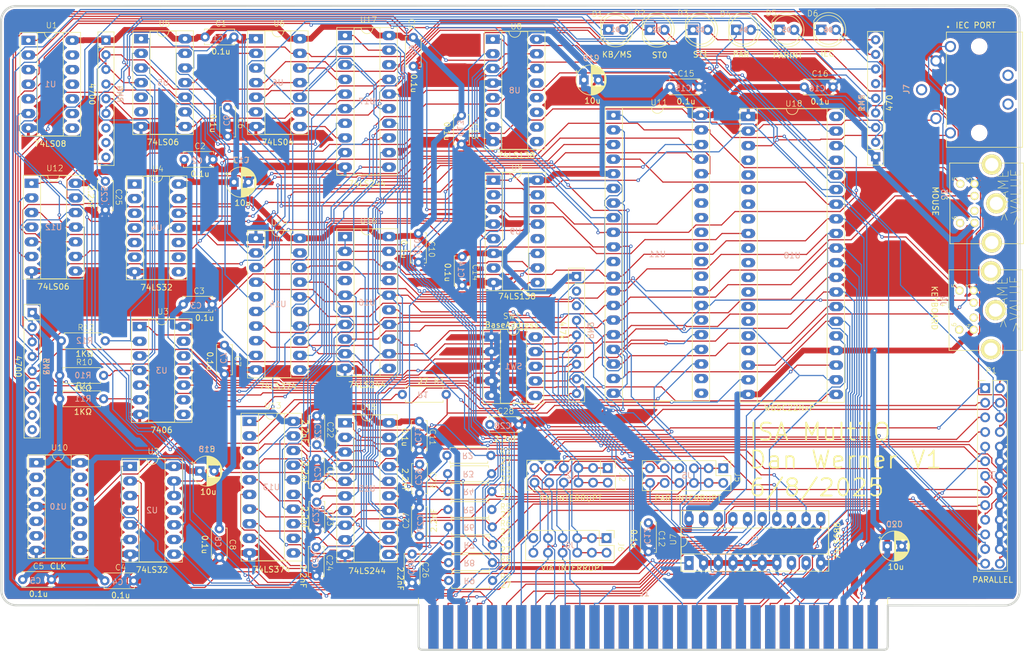
<source format=kicad_pcb>
(kicad_pcb (version 20240108) (generator "pcbnew") (generator_version "8.0")
  (title_block (title "ISA Multi IO") (date "2025-06-08") (rev "V1"))
  (layers (0 "F.Cu" signal) (31 "B.Cu" signal) (34 "B.Paste" user) (35 "F.Paste" user) (36 "B.SilkS" user "B.Silkscreen") (37 "F.SilkS" user "F.Silkscreen") (38 "B.Mask" user) (39 "F.Mask" user) (44 "Edge.Cuts" user))
  (net 0 "")
  (net 1 "B_A7")
  (net 2 "B_A14")
  (net 5 "/Printer/PD0")
  (net 6 "/Printer/PD1")
  (net 7 "BUSCLK")
  (net 8 "B_A15")
  (net 9 "B_A5")
  (net 10 "B_A3")
  (net 11 "/Printer/PD2")
  (net 12 "/Printer/PD3")
  (net 13 "B_D6")
  (net 14 "/Printer/~{STROBE}")
  (net 16 "B_A8")
  (net 18 "/Printer/PD4")
  (net 19 "B_D5")
  (net 20 "B_A2")
  (net 21 "/Printer/PD5")
  (net 22 "B_IOW")
  (net 24 "B_A16")
  (net 25 "B_A17")
  (net 26 "B_A6")
  (net 27 "B_D2")
  (net 28 "VCC")
  (net 29 "/Printer/PD6")
  (net 30 "/Printer/PD7")
  (net 32 "B_A18")
  (net 33 "B_SMEMW")
  (net 34 "GND")
  (net 35 "BUSALE")
  (net 36 "470A")
  (net 37 "B_A11")
  (net 38 "B_A4")
  (net 39 "B_A19")
  (net 40 "{slash}AEN")
  (net 41 "B_SMEMR")
  (net 43 "B_A1")
  (net 44 "Net-(D1-K)")
  (net 45 "B_D7")
  (net 47 "TC")
  (net 48 "B_D4")
  (net 49 "B_D0")
  (net 50 "B_A9")
  (net 51 "B_A0")
  (net 52 "B_D1")
  (net 53 "B_IOR")
  (net 54 "B_A13")
  (net 55 "B_A12")
  (net 56 "Net-(D2-K)")
  (net 57 "B_D3")
  (net 58 "B_A10")
  (net 60 "470G")
  (net 61 "470H")
  (net 62 "Net-(D3-K)")
  (net 63 "Net-(D4-K)")
  (net 64 "470B")
  (net 65 "Net-(D5-K)")
  (net 66 "470F")
  (net 67 "Net-(D6-K)")
  (net 68 "470C")
  (net 69 "~{RESET}")
  (net 70 "IRQ4")
  (net 71 "IRQ6")
  (net 72 "B_~{NMI}")
  (net 73 "B_CLK")
  (net 74 "IRQ7")
  (net 77 "IRQ3")
  (net 78 "IRQ5")
  (net 79 "IRQ2")
  (net 81 "INT_KM")
  (net 83 "/Keyboard/MSEDAT")
  (net 85 "/Keyboard/MSECLK")
  (net 86 "/Keyboard/KBDCLK")
  (net 88 "/Keyboard/KBDDAT")
  (net 90 "INT_PAR")
  (net 91 "Net-(J6-Pin_1)")
  (net 92 "SERSRQ")
  (net 93 "SERCLKIN")
  (net 94 "SERDATAIN")
  (net 95 "Net-(J7-Pad3)")
  (net 96 "Net-(U11-EA)")
  (net 97 "/Printer/~{SEL}")
  (net 98 "/Printer/STATUS0")
  (net 99 "/Printer/PAPEROUT")
  (net 100 "/Printer/P-RESET")
  (net 101 "/Printer/SELECT")
  (net 102 "/Printer/ERROR")
  (net 103 "/Printer/~{BUSY}")
  (net 104 "ACK")
  (net 105 "/Printer/~{LINEFEED}")
  (net 106 "Net-(U13-O0)")
  (net 107 "Net-(U13-O2)")
  (net 108 "Net-(U13-O4)")
  (net 109 "Net-(U13-O6)")
  (net 110 "Net-(U13-O1)")
  (net 111 "Net-(U13-O3)")
  (net 112 "Net-(U13-O5)")
  (net 113 "Net-(U13-O7)")
  (net 114 "Net-(R9-Pad2)")
  (net 115 "470E")
  (net 116 "470D")
  (net 117 "VIA1_INT")
  (net 118 "Net-(RN2-R7)")
  (net 119 "Net-(RN2-R8)")
  (net 120 "Net-(RN2-R5)")
  (net 121 "Net-(RN2-R4)")
  (net 122 "Net-(RN2-R6)")
  (net 128 "/Keyboard/PROG")
  (net 131 "/Printer/BUSY")
  (net 133 "~{CS_PAR}")
  (net 138 "Net-(U7-G)")
  (net 139 "~{SELx10}")
  (net 141 "~{SELx12}")
  (net 147 "BoardSelect")
  (net 150 "CS_VIA1")
  (net 154 "SERATNOUT")
  (net 155 "SERDATAOUT")
  (net 158 "SERCLKOUT")
  (net 159 "~{CS_KM}")
  (net 160 "Net-(U5-Pad11)")
  (net 161 "Net-(U14-O0)")
  (net 162 "Net-(U14-O3)")
  (net 163 "Net-(U14-O1)")
  (net 164 "Net-(U17-I0a)")
  (net 165 "Net-(U14-O2)")
  (net 166 "Net-(U17-I3a)")
  (net 167 "Net-(U17-I1a)")
  (net 168 "/Printer/STATUS1")
  (net 169 "~{SELx18}")
  (net 170 "~{SELx1A}")
  (net 171 "~{SELx16}")
  (net 172 "~{SELx14}")
  (net 173 "~{SELx1C}")
  (net 174 "~{PAROUT0}")
  (net 175 "~{PARIN0}")
  (net 177 "~{PARIN1}")
  (net 178 "~{PAROUT2}")
  (net 179 "~{PARIN2}")
  (net 189 "CLK")
  (net 192 "Net-(U11-P23)")
  (net 193 "/Keyboard/P13")
  (net 194 "/Keyboard/P20")
  (net 195 "Net-(U11-P27{slash}DAK)")
  (net 196 "/Keyboard/P16")
  (net 197 "Net-(U11-P22)")
  (net 198 "Net-(U11-P26{slash}DRQ)")
  (net 199 "/Keyboard/P15")
  (net 202 "/Keyboard/P17")
  (net 203 "/Keyboard/P12")
  (net 205 "/Keyboard/P14")
  (net 206 "/Keyboard/P21")
  (net 207 "/Printer/~{PDENBL}")
  (net 208 "PARINT")
  (net 209 "USERB_3")
  (net 210 "USERA_4")
  (net 211 "USERB_1")
  (net 212 "USERB_2")
  (net 213 "USERA_6")
  (net 214 "USERA_2")
  (net 215 "USERB_7")
  (net 216 "USERB_6")
  (net 217 "USERB_5")
  (net 218 "USERB_4")
  (net 219 "USERA_5")
  (net 220 "USERA_3")
  (net 221 "USERB_0")
  (net 225 "Net-(U11-P25{slash}BF)")
  (net 226 "Net-(U11-P24{slash}OB)")
  (footprint "Custom:STD_DDW_CAP" (layer "F.Cu") (at 182.5838 64.9238)
    (property "Reference" "C2")
    (property "Value" "0.1u")
  )
  (footprint "Custom:STD_DDW_CAP" (layer "F.Cu") (at 235.619 110.9486)
    (property "Reference" "C28")
    (property "Value" "2.2nF")
  )
  (footprint "Custom:STD_DDW_PINHEAD_V_2x06" (layer "F.Cu") (at 267.5128 119.8692 -90)
    (property "Reference" "J5")
    (property "Value" "PAR INTERRUPT")
  )
  (footprint "Custom:STD_DDW_SIP9" (layer "F.Cu") (at 248.286 95.1258 -90)
    (property "Reference" "RN2")
    (property "Value" "4.7k")
  )
  (footprint "Custom:STD_DDW_RESISTOR" (layer "F.Cu") (at 229.8024 134.7202 180)
    (property "Reference" "R8")
    (property "Value" "27")
  )
  (footprint "Custom:STD_DDW_LED5" (layer "F.Cu") (at 291.7994 37.5654)
    (property "Reference" "D6")
    (property "Value" "IEC")
  )
  (footprint "Custom:STD_DDW_PCAP" (layer "F.Cu") (at 250.7996 51.1556)
    (property "Reference" "C19")
    (property "Value" "10u")
  )
  (footprint "Custom:STD_DDW_LED5" (layer "F.Cu") (at 269.5604 37.5654)
    (property "Reference" "D3")
    (property "Value" "ST1")
  )
  (footprint "Custom:STD_DDW_CAP" (layer "F.Cu") (at 219.8624 46.2534 -90)
    (property "Reference" "C9")
    (property "Value" "0.1u")
  )
  (footprint "Custom:STD_DDW_CAP" (layer "F.Cu") (at 187.6538 58.4286 -90)
    (property "Reference" "C6")
    (property "Value" "0.1u")
  )
  (footprint "Custom:STD_DDW_RESISTOR" (layer "F.Cu") (at 162.272 106.7322)
    (property "Reference" "R11")
    (property "Value" "1KΩ")
  )
  (footprint "Custom:STD_DDW_CAP" (layer "F.Cu") (at 166.4462 71.2216 -90)
    (property "Reference" "C25")
    (property "Value" "2.2nF")
  )
  (footprint "Custom:iec_din6" (layer "F.Cu") (at 302.9059 52.7481 90)
    (property "Reference" "J7")
    (property "Value" "IEC PORT")
  )
  (footprint "Custom:STD_DDW_CAP" (layer "F.Cu") (at 266.9032 52.324)
    (property "Reference" "C15")
    (property "Value" "0.1u")
  )
  (footprint "Custom:STD_DDW_DIP40" (layer "F.Cu") (at 285.5462 81.5342)
    (property "Reference" "U18")
    (property "Value" "W65C22NxP")
  )
  (footprint "Custom:STD_DDW_CAP" (layer "F.Cu") (at 228.3446 84.3112 -90)
    (property "Reference" "C14")
    (property "Value" "0.1u")
  )
  (footprint "Custom:STD_DDW_CAP" (layer "F.Cu") (at 219.6578 135.9494 -90)
    (property "Reference" "C26")
    (property "Value" "2.2nF")
  )
  (footprint "Custom:STD_DDW_DIP20" (layer "F.Cu") (at 196.348 90.1344)
    (property "Reference" "U14")
    (property "Value" "74LS374")
  )
  (footprint "Custom:STD_DDW_CAP" (layer "F.Cu") (at 290.1528 52.3508)
    (property "Reference" "C16")
    (property "Value" "0.1u")
  )
  (footprint "Custom:STD_DDW_RESISTOR" (layer "F.Cu") (at 221.776 105.5102 180)
    (property "Reference" "R1")
    (property "Value" "27")
  )
  (footprint "Custom:STD_DDW_LED5" (layer "F.Cu") (at 262.0604 37.5654)
    (property "Reference" "D2")
    (property "Value" "ST0")
  )
  (footprint "Custom:STD_DDW_CAP" (layer "F.Cu") (at 168.817 138.0758)
    (property "Reference" "C4")
    (property "Value" "0.1u")
  )
  (footprint "Custom:STD_DDW_CAP" (layer "F.Cu") (at 220.9532 120.3538 -90)
    (property "Reference" "C29")
    (property "Value" "2.2nF")
  )
  (footprint "Custom:STD_DDW_SIP9" (layer "F.Cu") (at 153.8488 101.3996 -90)
    (property "Reference" "RN3")
    (property "Value" "4700")
  )
  (footprint "Custom:STD_DDW_LED5" (layer "F.Cu") (at 254.8678 37.5146)
    (property "Reference" "D1")
    (property "Value" "KB/MS")
  )
  (footprint "Custom:STD_DDW_DIP20" (layer "F.Cu") (at 211.8166 89.855)
    (property "Reference" "U16")
    (property "Value" "74LS244")
  )
  (footprint "Custom:STD_DDW_CAP" (layer "F.Cu") (at 220.8798 127.8804 90)
    (property "Reference" "C27")
    (property "Value" "2.2nF")
  )
  (footprint "Custom:STD_DDW_PINHEAD_V_2x13" (layer "F.Cu") (at 320.0974 120.896)
    (property "Reference" "P1")
    (property "Value" "PARALLEL")
  )
  (footprint "Custom:STD_DDW_PCAP" (layer "F.Cu") (at 190.0896 68.8918)
    (property "Reference" "C17")
    (property "Value" "10u")
  )
  (footprint "Custom:STD_DDW_LED5" (layer "F.Cu") (at 277.0604 37.5654)
    (property "Reference" "D4")
    (property "Value" "PAR")
  )
  (footprint "Custom:STD_DDW_DIP14" (layer "F.Cu") (at 196.348 51.6988)
    (property "Reference" "U6")
    (property "Value" "74LS04")
  )
  (footprint "Custom:BUSEDGE_XT" (layer "F.Cu") (at 259.9069 135.7263)
    (property "Reference" "J1")
    (property "Value" "Bus_ISA_8bit_CUSTOM")
  )
  (footprint "Custom:STD_DDW_DIP20" (layer "F.Cu") (at 195.2304 121.9098)
    (property "Reference" "U13")
    (property "Value" "74LS374")
  )
  (footprint "Custom:STD_DDW_DIP14" (layer "F.Cu") (at 158.248 125.308)
    (property "Reference" "U10")
    (property "Value" "CLK")
  )
  (footprint "Custom:STD_DDW_RESISTOR" (layer "F.Cu") (at 229.8192 137.8204 180)
    (property "Reference" "R9")
    (property "Value" "27")
  )
  (footprint "Custom:STD_DDW_DIP16" (layer "F.Cu") (at 237.4452 53.055)
    (property "Reference" "U8")
    (property "Value" "74LS138")
  )
  (footprint "Custom:STD_DDW_CAP" (layer "F.Cu") (at 220.7514 80.2894 -90)
    (property "Reference" "C10")
    (property "Value" "0.1u")
  )
  (footprint "Custom:STD_DDW_CAP" (layer "F.Cu") (at 187.095 99.7036 -90)
    (property "Reference" "C7")
    (property "Value" "0.1u")
  )
  (footprint "Custom:STD_DDW_DIP20" (layer "F.Cu") (at 279.1612 131.185 90)
    (property "Reference" "U7")
    (property "Value" "74LS688")
  )
  (footprint "Custom:STD_DDW_CAP" (layer "F.Cu") (at 186.216 43.664)
    (property "Reference" "C1")
    (property "Value" "0.1u")
  )
  (footprint "Custom:STD_DDW_CAP" (layer "F.Cu") (at 154.5676 137.8472)
    (property "Reference" "C5")
    (property "Value" "0.1u")
  )
  (footprint "Custom:STD_DDW_PCAP" (layer "F.Cu") (at 184.1455 119.0568)
    (property "Reference" "C18")
    (property "Value" "10u")
  )
  (footprint "Custom:STD_DDW_DIP16" (layer "F.Cu") (at 237.5722 77.5406)
    (property "Reference" "U9")
    (property "Value" "74LS138")
  )
  (footprint "Custom:STD_DDW_RESISTOR" (layer "F.Cu") (at 162.272 102.6822)
    (property "Reference" "R10")
    (property "Value" "1KΩ")
  )
  (footprint "Custom:STD_DDW_DIP20" (layer "F.Cu") (at 211.8166 54.93)
    (property "Reference" "U17")
    (property "Value" "74LS244")
  )
  (footprint "Custom:STD_DDW_RESISTOR" (layer "F.Cu") (at 229.523 116.102 180)
    (property "Reference" "R2")
    (property "Value" "27")
  )
  (footprint "Custom:PS2_DIN" (layer "F.Cu") (at 317.8734 90.485 -90)
    (property "Reference" "J4")
    (property "Value" "KEYBOARD")
  )
  (footprint "Custom:STD_DDW_SIP9" (layer "F.Cu") (at 299.9222 54.6326 90)
    (property "Reference" "RN1")
    (property "Value" "470")
  )
  (footprint "Custom:STD_DDW_CAP" (layer "F.Cu") (at 203.1224 126.9324 -90)
    (property "Reference" "C23")
    (property "Value" "2.2nF")
  )
  (footprint "Custom:STD_DDW_CAP" (layer "F.Cu") (at 203.0236 119.4476 90)
    (property "Reference" "C21")
    (property "Value" "2.2nF")
  )
  (footprint "Custom:STD_DDW_DIP14" (layer "F.Cu") (at 176.4344 51.6988)
    (property "Reference" "U5")
    (property "Value" "74LS06")
  )
  (footprint "Custom:STD_DDW_DIP20" (layer "F.Cu") (at 211.8166 122.1638)
    (property "Reference" "U15")
    (property "Value" "74LS244")
  )
  (footprint "Custom:STD_DDW_RESISTOR" (layer "F.Cu") (at 229.6922 122.3518 180)
    (property "Reference" "R4")
    (property "Value" "27")
  )
  (footprint "Custom:STD_DDW_CAP" (layer "F.Cu") (at 203.073 111.9886 90)
    (property "Reference" "C22")
    (property "Value" "2.2nF")
  )
  (footprint "Custom:STD_DDW_DIP14" (layer "F.Cu") (at 156.8764 51.9782)
    (property "Reference" "U1")
    (property "Value" "74LS08")
  )
  (footprint "Custom:STD_DDW_PINHEAD_V_2x06" (layer "F.Cu") (at 247.4722 119.8184 -90)
    (property "Reference" "J2")
    (property "Value" "KM INTERRUPT")
  )
  (footprint "Custom:STD_DDW_PCAP" (layer "F.Cu") (at 303.4244 132.087)
    (property "Reference" "C20")
    (property "Value" "10u")
  )
  (footprint "Custom:STD_DDW_CAP" (layer "F.Cu") (at 203.0222 134.747 -90)
    (property "Reference" "C24")
    (property "Value" "2.2nF")
  )
  (footprint "Custom:STD_DDW_PINHEAD_V_2x06" (layer "F.Cu") (at 247.269 131.985 -90)
    (property "Reference" "J6")
    (property "Value" "VIA INTERRUPT")
  )
  (footprint "Custom:STD_DDW_CAP" (layer "F.Cu") (at 228.2176 59.8002 -90)
    (property "Reference" "C13")
    (property "Value" "0.1u")
  )
  (footprint "Custom:STD_DDW_SIP9" (layer "F.Cu") (at 166.6494 54.102 -90)
    (property "Reference" "RN4")
    (property "Value" "4700")
  )
  (footprint "Custom:STD_DDW_DIP14" (layer "F.Cu") (at 175.3168 76.921)
    (property "Reference" "U4")
    (property "Value" "74LS32")
  )
  (footprint "Custom:STD_DDW_DIP40" (layer "F.Cu") (at 262.1528 81.331)
    (property "Reference" "U11")
    (property "Value" "~")
  )
  (footprint "NetTie:NetTie-2_THT_Pad0.3mm" (layer "F.Cu") (at 253.308 108.5088)
    (property "Reference" "NT1" (hide yes))
    (property "Value" "NetTie_2" (hide yes))
  )
  (footprint "Custom:STD_DDW_RESISTOR" (layer "F.Cu") (at 229.8024 131.6214 180)
    (property "Reference" "R7")
    (property "Value" "27")
  )
  (footprint "Custom:PS2_DIN" (layer "F.Cu") (at 318.0232 71.9531 -90)
    (property "Reference" "J3")
    (property "Value" "MOUSE")
  )
  (footprint "Custom:STD_DDW_CAP" (layer "F.Cu") (at 182.4314 90.0698)
    (property "Reference" "C3")
    (property "Value" "0.1u")
  )
  (footprint "Custom:STD_DDW_RESISTOR" (layer "F.Cu") (at 229.6922 125.5014 180)
    (property "Reference" "R5")
    (property "Value" "27")
  )
  (footprint "Custom:STD_DDW_RESISTOR" (layer "F.Cu") (at 162.5514 96.6598)
    (property "Reference" "R12")
    (property "Value" "1KΩ")
  )
  (footprint "Custom:STD_DDW_DIP14" (layer "F.Cu") (at 174.5294 125.943)
    (property "Reference" "U2")
    (property "Value" "74LS32")
  )
  (footprint "Custom:STD_DDW_CAP" (layer "F.Cu") (at 260.6534 130.5392 -90)
    (property "Reference" "C12")
    (property "Value" "0.1u")
  )
  (footprint "Custom:STD_DDW_CAP" (layer "F.Cu") (at 220.9024 112.9116 -90)
    (property "Reference" "C11")
    (property "Value" "0.1u")
  )
  (footprint "Custom:STD_DDW_DIP14" (layer "F.Cu") (at 176.1904 101.681)
    (property "Reference" "U3")
    (property "Value" "7406")
  )
  (footprint "Custom:STD_DDW_CAP" (layer "F.Cu") (at 186.206 131.5552 -90)
    (property "Reference" "C8")
    (property "Value" "0.1u")
  )
  (footprint "Custom:STD_DDW_LED5" (layer "F.Cu") (at 284.5604 37.5654)
    (property "Reference" "D5")
    (property "Value" "PARINT")
  )
  (footprint "Custom:STD_DDW_RESISTOR" (layer "F.Cu") (at 229.6414 119.2784 180)
    (property "Reference" "R3")
    (property "Value" "27")
  )
  (footprint "Custom:STD_DDW_DIP14" (layer "F.Cu") (at 157.4352 76.794)
    (property "Reference" "U12")
    (property "Value" "74LS06")
  )
  (footprint "Custom:STD_DDW_DIP10" (layer "F.Cu") (at 236.9306 92.6594)
    (property "Reference" "SW1")
    (property "Value" "BaseAddress")
  )
  (footprint "Custom:STD_DDW_RESISTOR" (layer "F.Cu") (at 229.7684 128.524 180)
    (property "Reference" "R6")
    (property "Value" "27")
  )
  (gr_line (start 220.744066 142.308866) (end 220.76123 149.454473) (stroke (width 0.381)) (layer "Edge.Cuts"))
  (gr_line (start 302.176466 142.372366) (end 322.496466 142.385066) (stroke (width 0.381)) (layer "Edge.Cuts"))
  (gr_arc (start 221.39623 150.089473) (mid 220.947266 149.903466) (end 220.76123 149.454473) (stroke (width 0.381)) (layer "Edge.Cuts"))
  (gr_arc (start 150.9268 142.3416) (mid 149.130732 141.597658) (end 148.3868 139.8016) (stroke (width 0.381)) (layer "Edge.Cuts"))
  (gr_arc (start 325.011118 139.845066) (mid 324.278297 141.634336) (end 322.496466 142.385065) (stroke (width 0.381)) (layer "Edge.Cuts"))
  (gr_line (start 325.011066 40.785066) (end 325.011066 139.845066) (stroke (width 0.381)) (layer "Edge.Cuts"))
  (gr_line (start 148.3868 139.8016) (end 148.328656 40.861256) (stroke (width 0.381)) (layer "Edge.Cuts"))
  (gr_line (start 215.918066 142.308866) (end 220.744066 142.308866) (stroke (width 0.381)) (layer "Edge.Cuts"))
  (gr_arc (start 322.44566 38.193777) (mid 324.278737 38.944545) (end 325.011066 40.785066) (stroke (width 0.381)) (layer "Edge.Cuts"))
  (gr_line (start 150.9268 142.3416) (end 215.918066 142.308866) (stroke (width 0.381)) (layer "Edge.Cuts"))
  (gr_arc (start 302.151066 149.446266) (mid 301.965093 149.895293) (end 301.516066 150.081266) (stroke (width 0.381)) (layer "Edge.Cuts"))
  (gr_line (start 150.8252 38.3286) (end 322.445666 38.194266) (stroke (width 0.381)) (layer "Edge.Cuts"))
  (gr_line (start 221.39623 150.089473) (end 301.516066 150.081266) (stroke (width 0.381)) (layer "Edge.Cuts"))
  (gr_line (start 302.176466 142.372366) (end 302.151066 149.446266) (stroke (width 0.381)) (layer "Edge.Cuts"))
  (gr_arc (start 148.335628 40.861256) (mid 149.062231 39.08556) (end 150.8252 38.3286) (stroke (width 0.381)) (layer "Edge.Cuts"))
  (gr_text "ISA MultiIO\nDan Werner V1\n6/8/2025\n" (at 277.9268 123.6726 0) (layer "F.SilkS") (effects (font (size 3 3) (thickness 0.3) (bold yes)) (justify left bottom)))
  (segment (start 266.8157 132.8506) (end 281.4757 132.8506) (width 0.2) (layer "F.Cu") (net 1))
  (segment (start 285.4452 127.381) (end 285.4452 128.8811) (width 0.2) (layer "F.Cu") (net 1))
  (segment (start 281.4757 132.8506) (end 285.4452 128.8811) (width 0.2) (layer "F.Cu") (net 1))
  (segment (start 242.8468 140.3023) (end 259.364 140.3023) (width 0.2) (layer "F.Cu") (net 1))
  (segment (start 241.1149 146.1443) (end 241.1149 142.0342) (width 0.2) (layer "F.Cu") (net 1))
  (segment (start 259.364 140.3023) (end 266.8157 132.8506) (width 0.2) (layer "F.Cu") (net 1))
  (segment (start 241.1149 142.0342) (end 242.8468 140.3023) (width 0.2) (layer "F.Cu") (net 1))
  (segment (start 208.0006 113.2078) (end 209.5007 113.2078) (width 0.2) (layer "F.Cu") (net 5))
  (segment (start 209.5007 113.2078) (end 209.987 113.6941) (width 0.2) (layer "F.Cu") (net 5))
  (segment (start 222.8957 111.8217) (end 223.1336 111.8217) (width 0.2) (layer "F.Cu") (net 5))
  (segment (start 225.713 108.9755) (end 225.713 105.9012) (width 0.2) (layer "F.Cu") (net 5))
  (segment (start 213.2706 114.332) (end 220.3854 114.332) (width 0.2) (layer "F.Cu") (net 5))
  (segment (start 220.3854 114.332) (end 222.8957 111.8217) (width 0.2) (layer "F.Cu") (net 5))
  (segment (start 243.0496 108.9755) (end 244.3611 107.664) (width 0.2) (layer "F.Cu") (net 5))
  (segment (start 225.713 108.9755) (end 243.0496 108.9755) (width 0.2) (layer "F.Cu") (net 5))
  (segment (start 319.0494 107.188) (end 317.8993 107.188) (width 0.2) (layer "F.Cu") (net 5))
  (segment (start 225.713 109.2423) (end 225.713 108.9755) (width 0.2) (layer "F.Cu") (net 5))
  (segment (start 209.987 113.6941) (end 212.6327 113.6941) (width 0.2) (layer "F.Cu") (net 5))
  (segment (start 317.4233 107.664) (end 317.8993 107.188) (width 0.2) (layer "F.Cu") (net 5))
  (segment (start 212.6327 113.6941) (end 213.2706 114.332) (width 0.2) (layer "F.Cu") (net 5))
  (segment (start 225.713 105.9012) (end 225.552 105.7402) (width 0.2) (layer "F.Cu") (net 5))
  (segment (start 223.1336 111.8217) (end 225.713 109.2423) (width 0.2) (layer "F.Cu") (net 5))
  (segment (start 244.3611 107.664) (end 317.4233 107.664) (width 0.2) (layer "F.Cu") (net 5))
  (segment (start 205.4314 119.5578) (end 208.6941 119.5578) (width 0.2) (layer "B.Cu") (net 5))
  (segment (start 208.6941 119.5578) (end 209.5007 118.7512) (width 0.2) (layer "B.Cu") (net 5))
  (segment (start 208.0006 113.2078) (end 209.5007 113.2078) (width 0.2) (layer "B.Cu") (net 5))
  (segment (start 209.5007 118.7512) (end 209.5007 113.2078) (width 0.2) (layer "B.Cu") (net 5))
  (segment (start 203.0476 121.9416) (end 205.4314 119.5578) (width 0.2) (layer "B.Cu") (net 5))
  (segment (start 214.0928 117.8578) (end 215.0744 116.8762) (width 0.2) (layer "F.Cu") (net 6))
  (segment (start 213.7338 118.2878) (end 214.0928 117.9288) (width 0.2) (layer "F.Cu") (net 6))
  (segment (start 209.5007 118.2878) (end 213.7338 118.2878) (width 0.2) (layer "F.Cu") (net 6))
  (segment (start 319.0494 109.728) (end 317.8993 109.728) (width 0.2) (layer "F.Cu") (net 6))
  (segment (start 314.0779 113.5494) (end 245.0776 113.5494) (width 0.2) (layer "F.Cu") (net 6))
  (segment (start 223.8046 115.2109) (end 235.875 115.2109) (width 0.2) (layer "F.Cu") (net 6))
  (segment (start 317.8993 109.728) (end 314.0779 113.5494) (width 0.2) (layer "F.Cu") (net 6))
  (segment (start 245.0776 113.5494) (end 243.4161 115.2109) (width 0.2) (layer "F.Cu") (net 6))
  (segment (start 214.0928 117.9288) (end 214.0928 117.8578) (width 0.2) (layer "F.Cu") (net 6))
  (segment (start 215.0744 116.8762) (end 218.6028 116.8762) (width 0.2) (layer "F.Cu") (net 6))
  (segment (start 243.4161 115.2109) (end 235.875 115.2109) (width 0.2) (layer "F.Cu") (net 6))
  (segment (start 208.0006 118.2878) (end 209.5007 118.2878) (width 0.2) (layer "F.Cu") (net 6))
  (segment (start 218.7532 116.7258) (end 222.2897 116.7258) (width 0.2) (layer "F.Cu") (net 6))
  (segment (start 218.6028 116.8762) (end 218.7532 116.7258) (width 0.2) (layer "F.Cu") (net 6))
  (segment (start 222.2897 116.7258) (end 223.8046 115.2109) (width 0.2) (layer "F.Cu") (net 6))
  (via (at 235.875 115.2109) (size 0.6) (drill 0.3) (layers "F.Cu" "B.Cu") (net 6))
  (segment (start 206.5005 118.2878) (end 206.5005 117.8861) (width 0.2) (layer "B.Cu") (net 6))
  (segment (start 235.875 123.3246) (end 235.875 115.2109) (width 0.2) (layer "B.Cu") (net 6))
  (segment (start 233.4682 125.7314) (end 235.875 123.3246) (width 0.2) (layer "B.Cu") (net 6))
  (segment (start 208.0006 118.2878) (end 206.5005 118.2878) (width 0.2) (layer "B.Cu") (net 6))
  (segment (start 206.5005 117.8861) (end 203.097 114.4826) (width 0.2) (layer "B.Cu") (net 6))
  (segment (start 236.0349 142.0342) (end 239.3861 138.683) (width 0.2) (layer "F.Cu") (net 9))
  (segment (start 236.0349 146.1443) (end 236.0349 142.0342) (width 0.2) (layer "F.Cu") (net 9))
  (segment (start 259.1764 138.683) (end 266.2091 131.6503) (width 0.2) (layer "F.Cu") (net 9))
  (segment (start 275.2852 127.381) (end 275.2852 128.8811) (width 0.2) (layer "F.Cu") (net 9))
  (segment (start 239.3861 138.683) (end 259.1764 138.683) (width 0.2) (layer "F.Cu") (net 9))
  (segment (start 272.516 131.6503) (end 275.2852 128.8811) (width 0.2) (layer "F.Cu") (net 9))
  (segment (start 266.2091 131.6503) (end 272.516 131.6503) (width 0.2) (layer "F.Cu") (net 9))
  (segment (start 236.2297 48.0486) (end 249.9734 48.0486) (width 0.2) (layer "F.Cu") (net 10))
  (segment (start 231.7903 142.0342) (end 231.9993 141.8252) (width 0.2) (layer "F.Cu") (net 10))
  (segment (start 233.6292 49.149) (end 235.1293 49.149) (width 0.2) (layer "F.Cu") (net 10))
  (segment (start 249.9734 48.0486) (end 251.0366 49.1118) (width 0.2) (layer "F.Cu") (net 10))
  (segment (start 251.0366 49.1118) (end 271.2446 49.1118) (width 0.2) (layer "F.Cu") (net 10))
  (segment (start 230.9549 142.0342) (end 231.7903 142.0342) (width 0.2) (layer "F.Cu") (net 10))
  (segment (start 230.9549 146.1443) (end 230.9549 142.0342) (width 0.2) (layer "F.Cu") (net 10))
  (segment (start 235.1293 49.149) (end 236.2297 48.0486) (width 0.2) (layer "F.Cu") (net 10))
  (via (at 271.2446 49.1118) (size 0.6) (drill 0.3) (layers "F.Cu" "B.Cu") (net 10))
  (via (at 231.9993 141.8252) (size 0.6) (drill 0.3) (layers "F.Cu" "B.Cu") (net 10))
  (segment (start 271.2446 49.1118) (end 275.266 53.1332) (width 0.2) (layer "B.Cu") (net 10))
  (segment (start 282.367 61.7896) (end 290.7576 70.1802) (width 0.2) (layer "B.Cu") (net 10))
  (segment (start 293.1922 70.1802) (end 291.6921 70.1802) (width 0.2) (layer "B.Cu") (net 10))
  (segment (start 276.0899 53.1332) (end 282.367 59.4103) (width 0.2) (layer "B.Cu") (net 10))
  (segment (start 230.4875 51.1233) (end 232.4618 49.149) (width 0.2) (layer "B.Cu") (net 10))
  (segment (start 233.0379 79.9846) (end 234.4558 79.9846) (width 0.2) (layer "B.Cu") (net 10))
  (segment (start 234.4558 79.9846) (end 235.6564 78.784) (width 0.2) (layer "B.Cu") (net 10))
  (segment (start 230.4875 61.3188) (end 230.4875 51.1233) (width 0.2) (layer "B.Cu") (net 10))
  (segment (start 231.884 106.7269) (end 231.884 81.1385) (width 0.2) (layer "B.Cu") (net 10))
  (segment (start 231.884 81.1385) (end 233.0379 79.9846) (width 0.2) (layer "B.Cu") (net 10))
  (segment (start 235.6564 66.4877) (end 230.4875 61.3188) (width 0.2) (layer "B.Cu") (net 10))
  (segment (start 290.7576 70.1802) (end 291.6921 70.1802) (width 0.2) (layer "B.Cu") (net 10))
  (segment (start 275.266 53.1332) (end 276.0899 53.1332) (width 0.2) (layer "B.Cu") (net 10))
  (segment (start 237.3456 136.4789) (end 237.3456 112.1885) (width 0.2) (layer "B.Cu") (net 10))
  (segment (start 237.3456 112.1885) (end 231.884 106.7269) (width 0.2) (layer "B.Cu") (net 10))
  (segment (start 231.9993 141.8252) (end 237.3456 136.4789) (width 0.2) (layer "B.Cu") (net 10))
  (segment (start 282.367 59.4103) (end 282.367 61.7896) (width 0.2) (layer "B.Cu") (net 10))
  (segment (start 232.4618 49.149) (end 233.6292 49.149) (width 0.2) (layer "B.Cu") (net 10))
  (segment (start 235.6564 78.784) (end 235.6564 66.4877) (width 0.2) (layer "B.Cu") (net 10))
  (segment (start 203.0984 124.4384) (end 204.169 123.3678) (width 0.2) (layer "F.Cu") (net 11))
  (segment (start 319.0494 112.268) (end 317.8993 112.268) (width 0.2) (layer "F.Cu") (net 11))
  (segment (start 223.0401 111.0478) (end 222.1501 111.9378) (width 0.2) (layer "F.Cu") (net 11))
  (segment (start 243.7103 116.332) (end 233.299 116.332) (width 0.2) (layer "F.Cu") (net 11))
  (segment (start 316.2177 113.9496) (end 246.0927 113.9496) (width 0.2) (layer "F.Cu") (net 11))
  (segment (start 317.8993 112.268) (end 316.2177 113.9496) (width 0.2) (layer "F.Cu") (net 11))
  (segment (start 204.169 123.3678) (end 208.0006 123.3678) (width 0.2) (layer "F.Cu") (net 11))
  (segment (start 222.1501 111.9378) (end 210.4827 111.9378) (width 0.2) (layer "F.Cu") (net 11))
  (segment (start 246.0927 113.9496) (end 243.7103 116.332) (width 0.2) (layer "F.Cu") (net 11))
  (via (at 223.0401 111.0478) (size 0.6) (drill 0.3) (layers "F.Cu" "B.Cu") (net 11))
  (via (at 210.4827 111.9378) (size 0.6) (drill 0.3) (layers "F.Cu" "B.Cu") (net 11))
  (segment (start 233.299 116.332) (end 230.5425 116.332) (width 0.2) (layer "B.Cu") (net 11))
  (segment (start 210.3044 112.1161) (end 210.4827 111.9378) (width 0.2) (layer "B.Cu") (net 11))
  (segment (start 208.0006 123.3678) (end 209.5007 123.3678) (width 0.2) (layer "B.Cu") (net 11))
  (segment (start 209.5007 123.3678) (end 210.3044 122.5641) (width 0.2) (layer "B.Cu") (net 11))
  (segment (start 225.2583 111.0478) (end 223.0401 111.0478) (width 0.2) (layer "B.Cu") (net 11))
  (segment (start 210.3044 122.5641) (end 210.3044 112.1161) (width 0.2) (layer "B.Cu") (net 11))
  (segment (start 230.5425 116.332) (end 225.2583 111.0478) (width 0.2) (layer "B.Cu") (net 11))
  (segment (start 222.9171 127.7477) (end 217.5362 127.7477) (width 0.2) (layer "F.Cu") (net 12))
  (segment (start 217.1361 127.3476) (end 210.3556 127.3476) (width 0.2) (layer "F.Cu") (net 12))
  (segment (start 217.5362 127.7477) (end 217.1361 127.3476) (width 0.2) (layer "F.Cu") (net 12))
  (segment (start 233.5444 128.754) (end 237.9255 124.3729) (width 0.2) (layer "F.Cu") (net 12))
  (segment (start 237.9255 124.3729) (end 309.5002 124.3729) (width 0.2) (layer "F.Cu") (net 12))
  (segment (start 309.5002 124.3729) (end 311.0037 122.8694) (width 0.2) (layer "F.Cu") (net 12))
  (segment (start 311.0037 122.8694) (end 311.5694 122.8694) (width 0.2) (layer "F.Cu") (net 12))
  (segment (start 232.3945 127.6041) (end 223.0607 127.6041) (width 0.2) (layer "F.Cu") (net 12))
  (segment (start 210.3556 127.3476) (end 209.5007 128.2025) (width 0.2) (layer "F.Cu") (net 12))
  (segment (start 209.5007 128.2025) (end 209.5007 128.4478) (width 0.2) (layer "F.Cu") (net 12))
  (segment (start 233.5444 128.754) (end 232.3945 127.6041) (width 0.2) (layer "F.Cu") (net 12))
  (segment (start 223.0607 127.6041) (end 222.9171 127.7477) (width 0.2) (layer "F.Cu") (net 12))
  (segment (start 208.0006 128.4478) (end 209.5007 128.4478) (width 0.2) (layer "F.Cu") (net 12))
  (via (at 311.5694 122.8694) (size 0.6) (drill 0.3) (layers "F.Cu" "B.Cu") (net 12))
  (segment (start 318.4807 115.9581) (end 311.5694 122.8694) (width 0.2) (layer "B.Cu") (net 12))
  (segment (start 208.0006 128.4478) (end 206.5005 128.4478) (width 0.2) (layer "B.Cu") (net 12))
  (segment (start 319.0494 115.9581) (end 318.4807 115.9581) (width 0.2) (layer "B.Cu") (net 12))
  (segment (start 206.5005 128.4478) (end 206.5005 128.7507) (width 0.2) (layer "B.Cu") (net 12))
  (segment (start 206.5005 128.7507) (end 202.9982 132.253) (width 0.2) (layer "B.Cu") (net 12))
  (segment (start 319.0494 114.808) (end 319.0494 115.9581) (width 0.2) (layer "B.Cu") (net 12))
  (segment (start 247.0577 89.0273) (end 246.8653 89.2197) (width 0.2) (layer "F.Cu") (net 13))
  (segment (start 208.0006 88.519) (end 206.5005 88.519) (width 0.2) (layer "F.Cu") (net 13))
  (segment (start 205.6234 119.9507) (end 202.4514 119.9507) (width 0.2) (layer "F.Cu") (net 13))
  (segment (start 294.4549 146.1443) (end 294.4549 129.2021) (width 0.2) (layer "F.Cu") (net 13))
  (segment (start 199.0344 118.0338) (end 200.5345 118.0338) (width 0.2) (layer "F.Cu") (net 13))
  (segment (start 206.5005 120.8278) (end 205.6234 119.9507) (width 0.2) (layer "F.Cu") (net 13))
  (segment (start 291.6921 90.5002) (end 285.3421 96.8502) (width 0.2) (layer "F.Cu") (net 13))
  (segment (start 218.5136 87.374) (end 210.6457 87.374) (width 0.2) (layer "F.Cu") (net 13))
  (segment (start 272.2729 99.0172) (end 257.4987 99.0172) (width 0.2) (layer "F.Cu") (net 13))
  (segment (start 204.2399 86.2584) (end 200.152 86.2584) (width 0.2) (layer "F.Cu") (net 13))
  (segment (start 210.6457 87.374) (end 209.5007 88.519) (width 0.2) (layer "F.Cu") (net 13))
  (segment (start 206.5005 88.519) (end 204.2399 86.2584) (width 0.2) (layer "F.Cu") (net 13))
  (segment (start 202.4514 119.9507) (end 200.5345 118.0338) (width 0.2) (layer "F.Cu") (net 13))
  (segment (start 293.1922 90.5002) (end 291.6921 90.5002) (width 0.2) (layer "F.Cu") (net 13))
  (segment (start 246.8653 89.2197) (end 220.3593 89.2197) (width 0.2) (layer "F.Cu") (net 13))
  (segment (start 220.3593 89.2197) (end 218.5136 87.374) (width 0.2) (layer "F.Cu") (net 13))
  (segment (start 257.4987 99.0172) (end 256.0589 100.457) (width 0.2) (layer "F.Cu") (net 13))
  (segment (start 274.4399 96.8502) (end 272.2729 99.0172) (width 0.2) (layer "F.Cu") (net 13))
  (segment (start 208.0006 88.519) (end 209.5007 88.519) (width 0.2) (layer "F.Cu") (net 13))
  (segment (start 208.0006 120.8278) (end 206.5005 120.8278) (width 0.2) (layer "F.Cu") (net 13))
  (segment (start 285.3421 96.8502) (end 274.4399 96.8502) (width 0.2) (layer "F.Cu") (net 13))
  (segment (start 254.5588 100.457) (end 256.0589 100.457) (width 0.2) (layer "F.Cu") (net 13))
  (via (at 294.4549 129.2021) (size 0.6) (drill 0.3) (layers "F.Cu" "B.Cu") (net 13))
  (via (at 247.0577 89.0273) (size 0.6) (drill 0.3) (layers "F.Cu" "B.Cu") (net 13))
  (segment (start 209.8826 101.1365) (end 209.8826 112.9424) (width 0.2) (layer "B.Cu") (net 13))
  (segment (start 253.0586 98.9568) (end 253.0586 93.6926) (width 0.2) (layer "B.Cu") (net 13))
  (segment (start 209.9204 88.9387) (end 209.9204 96.2113) (width 0.2) (layer "B.Cu") (net 13))
  (segment (start 254.5588 100.457) (end 253.0586 98.9568) (width 0.2) (layer "B.Cu") (net 13))
  (segment (start 295.7039 105.6049) (end 295.9746 105.3342) (width 0.2) (layer "B.Cu") (net 13))
  (segment (start 206.5005 53.594) (end 202.1855 57.909) (width 0.2) (layer "B.Cu") (net 13))
  (segment (start 208.0006 88.519) (end 209.5007 88.519) (width 0.2) (layer "B.Cu") (net 13))
  (segment (start 293.1922 90.5002) (end 294.6923 90.5002) (width 0.2) (layer "B.Cu") (net 13))
  (segment (start 295.7716 126.7968) (end 295.7039 126.7291) (width 0.2) (layer "B.Cu") (net 13))
  (segment (start 202.1855 57.909) (end 202.1855 85.725) (width 0.2) (layer "B.Cu") (net 13))
  (segment (start 207.261 99.949) (end 208.6951 99.949) (width 0.2) (layer "B.Cu") (net 13))
  (segment (start 207.301 97.409) (end 206.4812 98.2288) (width 0.2) (layer "B.Cu") (net 13))
  (segment (start 206.4812 98.2288) (end 206.4812 99.1692) (width 0.2) (layer "B.Cu") (net 13))
  (segment (start 206.4812 99.1692) (end 207.261 99.949) (width 0.2) (layer "B.Cu") (net 13))
  (segment (start 295.7039 126.7291) (end 295.7039 105.6049) (width 0.2) (layer "B.Cu") (net 13))
  (segment (start 248.3933 89.0273) (end 247.0577 89.0273) (width 0.2) (layer "B.Cu") (net 13))
  (segment (start 295.9746 105.3342) (end 295.9746 91.7825) (width 0.2) (layer "B.Cu") (net 13))
  (segment (start 208.0006 53.594) (end 206.5005 53.594) (width 0.2) (layer "B.Cu") (net 13))
  (segment (start 208.0006 120.8278) (end 209.5007 120.8278) (width 0.2) (layer "B.Cu") (net 13))
  (segment (start 200.152 86.2584) (end 201.6521 86.2584) (width 0.2) (layer "B.Cu") (net 13))
  (segment (start 295.7716 127.8854) (end 295.7716 126.7968) (width 0.2) (layer "B.Cu") (net 13))
  (segment (start 295.9746 91.7825) (end 294.6923 90.5002) (width 0.2) (layer "B.Cu") (net 13))
  (segment (start 208.6951 99.949) (end 209.8826 101.1365) (width 0.2) (layer "B.Cu") (net 13))
  (segment (start 294.4549 129.2021) (end 295.7716 127.8854) (width 0.2) (layer "B.Cu") (net 13))
  (segment (start 208.7227 97.409) (end 207.301 97.409) (width 0.2) (layer "B.Cu") (net 13))
  (segment (start 209.9042 112.964) (end 209.9042 120.4243) (width 0.2) (layer "B.Cu") (net 13))
  (segment (start 253.0586 93.6926) (end 248.3933 89.0273) (width 0.2) (layer "B.Cu") (net 13))
  (segment (start 209.9042 120.4243) (end 209.5007 120.8278) (width 0.2) (layer "B.Cu") (net 13))
  (segment (start 202.1855 85.725) (end 201.6521 86.2584) (width 0.2) (layer "B.Cu") (net 13))
  (segment (start 209.9204 96.2113) (end 208.7227 97.409) (width 0.2) (layer "B.Cu") (net 13))
  (segment (start 209.5007 88.519) (end 209.9204 88.9387) (width 0.2) (layer "B.Cu") (net 13))
  (segment (start 209.8826 112.9424) (end 209.9042 112.964) (width 0.2) (layer "B.Cu") (net 13))
  (segment (start 169.1735 46.784) (end 167.6215 46.784) (width 0.2) (layer "F.Cu") (net 14))
  (segment (start 236.2125 113.4996) (end 236.0952 113.3823) (width 0.2) (layer "F.Cu") (net 14))
  (segment (start 239.9303 113.4996) (end 241.4809 111.949) (width 0.2) (layer "F.Cu") (net 14))
  (segment (start 264.461 111.5489) (end 310.9984 111.5489) (width 0.2) (layer "F.Cu") (net 14))
  (segment (start 241.4809 111.949) (end 264.0609 111.949) (width 0.2) (layer "F.Cu") (net 14))
  (segment (start 170.0523 47.6628) (end 169.1735 46.784) (width 0.2) (layer "F.Cu") (net 14))
  (segment (start 166.5214 46.784) (end 167.6215 46.784) (width 0.2) (layer "F.Cu") (net 14))
  (segment (start 236.0952 113.3823) (end 231.9782 113.3823) (width 0.2) (layer "F.Cu") (net 14))
  (segment (start 231.9782 113.3823) (end 231.961 113.3995) (width 0.2) (layer "F.Cu") (net 14))
  (segment (start 178.2577 52.7423) (end 173.1782 47.6628) (width 0.2) (layer "F.Cu") (net 14))
  (segment (start 264.0609 111.949) (end 264.461 111.5489) (width 0.2) (layer "F.Cu") (net 14))
  (segment (start 194.7025 52.7423) (end 178.2577 52.7423) (width 0.2) (layer "F.Cu") (net 14))
  (segment (start 200.152 51.6128) (end 195.832 51.6128) (width 0.2) (layer "F.Cu") (net 14))
  (segment (start 236.2125 113.4996) (end 239.9303 113.4996) (width 0.2) (layer "F.Cu") (net 14))
  (segment (start 173.1782 47.6628) (end 170.0523 47.6628) (width 0.2) (layer "F.Cu") (net 14))
  (segment (start 195.832 51.6128) (end 194.7025 52.7423) (width 0.2) (layer "F.Cu") (net 14))
  (via (at 231.961 113.3995) (size 0.6) (drill 0.3) (layers "F.Cu" "B.Cu") (net 14))
  (via (at 310.9984 111.5489) (size 0.6) (drill 0.3) (layers "F.Cu" "B.Cu") (net 14))
  (via (at 236.2125 113.4996) (size 0.6) (drill 0.3) (layers "F.Cu" "B.Cu") (net 14))
  (segment (start 166.5214 46.784) (end 166.5214 47.8841) (width 0.2) (layer "B.Cu") (net 14))
  (segment (start 200.152 51.6128) (end 201.6521 51.6128) (width 0.2) (layer "B.Cu") (net 14))
  (segment (start 201.6521 50.2432) (end 201.6521 51.6128) (width 0.2) (layer "B.Cu") (net 14))
  (segment (start 165.0164 67.3218) (end 166.4222 68.7276) (width 0.2) (layer "B.Cu") (net 14))
  (segment (start 218.3382 46.577) (end 216.6322 44.871) (width 0.2) (layer "B.Cu") (net 14))
  (segment (start 236.4751 113.7622) (end 236.2125 113.4996) (width 0.2) (layer "B.Cu") (net 14))
  (segment (start 319.0494 104.648) (end 317.8993 104.648) (width 0.2) (layer "B.Cu") (net 14))
  (segment (start 218.7799 83.6011) (end 218.7799 51.4005) (width 0.2) (layer "B.Cu") (net 14))
  (segment (start 166.5214 47.8841) (end 166.3839 47.8841) (width 0.2) (layer "B.Cu") (net 14))
  (segment (start 218.3382 49.7588) (end 218.3382 46.577) (width 0.2) (layer "B.Cu") (net 14))
  (segment (start 218.7952 51.3852) (end 218.7952 50.2158) (width 0.2) (layer "B.Cu") (net 14))
  (segment (start 229.8931 94.4546) (end 222.0758 86.6373) (width 0.2) (layer "B.Cu") (net 14))
  (segment (start 317.8993 104.648) (end 310.9984 111.5489) (width 0.2) (layer "B.Cu") (net 14))
  (segment (start 221.8161 86.6373) (end 218.7799 83.6011) (width 0.2) (layer "B.Cu") (net 14))
  (segment (start 231.961 113.3995) (end 229.8931 111.3316) (width 0.2) (layer "B.Cu") (net 14))
  (segment (start 218.7952 50.2158) (end 218.3382 49.7588) (width 0.2) (layer "B.Cu") (net 14))
  (segment (start 216.6322 44.871) (end 207.0243 44.871) (width 0.2) (layer "B.Cu") (net 14))
  (segment (start 236.4751 135.1705) (end 236.4751 113.7622) (width 0.2) (layer "B.Cu") (net 14))
  (segment (start 166.3839 47.8841) (end 165.0164 49.2516) (width 0.2) (layer "B.Cu") (net 14))
  (segment (start 218.7799 51.4005) (end 218.7952 51.3852) (width 0.2) (layer "B.Cu") (net 14))
  (segment (start 165.0164 49.2516) (end 165.0164 67.3218) (width 0.2) (layer "B.Cu") (net 14))
  (segment (start 233.5952 138.0504) (end 236.4751 135.1705) (width 0.2) (layer "B.Cu") (net 14))
  (segment (start 222.0758 86.6373) (end 221.8161 86.6373) (width 0.2) (layer "B.Cu") (net 14))
  (segment (start 229.8931 111.3316) (end 229.8931 94.4546) (width 0.2) (layer "B.Cu") (net 14))
  (segment (start 207.0243 44.871) (end 201.6521 50.2432) (width 0.2) (layer "B.Cu") (net 14))
  (segment (start 290.5252 127.381) (end 290.5252 128.8811) (width 0.2) (layer "F.Cu") (net 16))
  (segment (start 243.6549 142.0342) (end 244.9867 140.7024) (width 0.2) (layer "F.Cu") (net 16))
  (segment (start 244.9867 140.7024) (end 259.5297 140.7024) (width 0.2) (layer "F.Cu") (net 16))
  (segment (start 266.7814 133.4507) (end 285.9556 133.4507) (width 0.2) (layer "F.Cu") (net 16))
  (segment (start 259.5297 140.7024) (end 266.7814 133.4507) (width 0.2) (layer "F.Cu") (net 16))
  (segment (start 243.6549 146.1443) (end 243.6549 142.0342) (width 0.2) (layer "F.Cu") (net 16))
  (segment (start 285.9556 133.4507) (end 290.5252 128.8811) (width 0.2) (layer "F.Cu") (net 16))
  (segment (start 233.4174 119.5084) (end 235.783 117.1428) (width 0.2) (layer "F.Cu") (net 18))
  (segment (start 253.4583 114.8505) (end 315.4018 114.8505) (width 0.2) (layer "F.Cu") (net 18))
  (segment (start 252.7046 115.6042) (end 253.4583 114.8505) (width 0.2) (layer "F.Cu") (net 18))
  (segment (start 219.6338 133.4554) (end 217.1931 133.4554) (width 0.2) (layer "F.Cu") (net 18))
  (segment (start 230.5844 131.0526) (end 228.1816 133.4554) (width 0.2) (layer "F.Cu") (net 18))
  (segment (start 215.6206 133.5278) (end 217.1207 133.5278) (width 0.2) (layer "F.Cu") (net 18))
  (segment (start 245.008 115.6042) (end 252.7046 115.6042) (width 0.2) (layer "F.Cu") (net 18))
  (segment (start 235.783 117.1428) (end 243.4694 117.1428) (width 0.2) (layer "F.Cu") (net 18))
  (segment (start 243.4694 117.1428) (end 245.008 115.6042) (width 0.2) (layer "F.Cu") (net 18))
  (segment (start 228.1816 133.4554) (end 219.6338 133.4554) (width 0.2) (layer "F.Cu") (net 18))
  (segment (start 315.4018 114.8505) (end 317.8993 117.348) (width 0.2) (layer "F.Cu") (net 18))
  (segment (start 319.0494 117.348) (end 317.8993 117.348) (width 0.2) (layer "F.Cu") (net 18))
  (segment (start 217.1931 133.4554) (end 217.1207 133.5278) (width 0.2) (layer "F.Cu") (net 18))
  (via (at 230.5844 131.0526) (size 0.6) (drill 0.3) (layers "F.Cu" "B.Cu") (net 18))
  (segment (start 233.4174 119.5084) (end 230.5844 122.3414) (width 0.2) (layer "B.Cu") (net 18))
  (segment (start 230.5844 122.3414) (end 230.5844 131.0526) (width 0.2) (layer "B.Cu") (net 18))
  (segment (start 245.3075 92.4138) (end 214.7398 92.4138) (width 0.2) (layer "F.Cu") (net 19))
  (segment (start 200.152 93.8784) (end 201.6521 93.8784) (width 0.2) (layer "F.Cu") (net 19))
  (segment (start 255.3089 97.917) (end 254.5588 97.917) (width 0.2) (layer "F.Cu") (net 19))
  (segment (start 199.0344 125.6538) (end 200.5345 125.6538) (width 0.2) (layer "F.Cu") (net 19))
  (segment (start 284.7327 94.2619) (end 274.4881 94.2619) (width 0.2) (layer "F.Cu") (net 19))
  (segment (start 293.8219 140.1272) (end 293.8219 130.399) (width 0.2) (layer "F.Cu") (net 19))
  (segment (start 291.9149 146.1443) (end 291.9149 142.0342) (width 0.2) (layer "F.Cu") (net 19))
  (segment (start 257.6571 96.3188) (end 256.0589 97.917) (width 0.2) (layer "F.Cu") (net 19))
  (segment (start 291.9149 142.0342) (end 293.8219 140.1272) (width 0.2) (layer "F.Cu") (net 19))
  (segment (start 293.1922 87.9602) (end 291.6921 87.9602) (width 0.2) (layer "F.Cu") (net 19))
  (segment (start 263.9038 96.3188) (end 257.6571 96.3188) (width 0.2) (layer "F.Cu") (net 19))
  (segment (start 208.0006 125.9078) (end 206.5005 125.9078) (width 0.2) (layer "F.Cu") (net 19))
  (segment (start 264.0679 96.4829) (end 263.9038 96.3188) (width 0.2) (layer "F.Cu") (net 19))
  (segment (start 214.7398 92.4138) (end 213.5546 93.599) (width 0.2) (layer "F.Cu") (net 19))
  (segment (start 272.2671 96.4829) (end 264.0679 96.4829) (width 0.2) (layer "F.Cu") (net 19))
  (segment (start 291.6921 87.9602) (end 291.0344 87.9602) (width 0.2) (layer "F.Cu") (net 19))
  (segment (start 201.9315 93.599) (end 201.6521 93.8784) (width 0.2) (layer "F.Cu") (net 19))
  (segment (start 206.0176 126.3907) (end 206.5005 125.9078) (width 0.2) (layer "F.Cu") (net 19))
  (segment (start 291.0344 87.9602) (end 284.7327 94.2619) (width 0.2) (layer "F.Cu") (net 19))
  (segment (start 200.5345 125.6538) (end 201.2714 126.3907) (width 0.2) (layer "F.Cu") (net 19))
  (segment (start 208.0006 93.599) (end 201.9315 93.599) (width 0.2) (layer "F.Cu") (net 19))
  (segment (start 213.5546 93.599) (end 208.0006 93.599) (width 0.2) (layer "F.Cu") (net 19))
  (segment (start 245.6177 92.1036) (end 245.3075 92.4138) (width 0.2) (layer "F.Cu") (net 19))
  (segment (start 201.2714 126.3907) (end 206.0176 126.3907) (width 0.2) (layer "F.Cu") (net 19))
  (segment (start 255.3089 97.917) (end 256.0589 97.917) (width 0.2) (layer "F.Cu") (net 19))
  (segment (start 274.4881 94.2619) (end 272.2671 96.4829) (width 0.2) (layer "F.Cu") (net 19))
  (via (at 293.8219 130.399) (size 0.6) (drill 0.3) (layers "F.Cu" "B.Cu") (net 19))
  (via (at 245.6177 92.1036) (size 0.6) (drill 0.3) (layers "F.Cu" "B.Cu") (net 19))
  (segment (start 248.5992 91.7718) (end 245.9495 91.7718) (width 0.2) (layer "B.Cu") (net 19))
  (segment (start 252.6584 95.831) (end 248.5992 91.7718) (width 0.2) (layer "B.Cu") (net 19))
  (segment (start 296.3748 105.4998) (end 296.3748 89.6427) (width 0.2) (layer "B.Cu") (net 19))
  (segment (start 252.6584 100.6085) (end 252.6584 95.831) (width 0.2) (layer "B.Cu") (net 19))
  (segment (start 199.0344 125.6538) (end 197.5343 125.6538) (width 0.2) (layer "B.Cu") (net 19))
  (segment (start 293.6258 87.9602) (end 294.6923 87.9602) (width 0.2) (layer "B.Cu") (net 19))
  (segment (start 293.8219 130.399) (end 294.1067 130.399) (width 0.2) (layer "B.Cu") (net 19))
  (segment (start 296.104 126.5634) (end 296.104 105.7706) (width 0.2) (layer "B.Cu") (net 19))
  (segment (start 198.6519 90.8676) (end 198.6519 93.8784) (width 0.2) (layer "B.Cu") (net 19))
  (segment (start 208.0006 93.599) (end 206.5005 93.599) (width 0.2) (layer "B.Cu") (net 19))
  (segment (start 201.5463 103.3019) (end 201.5463 112.4571) (width 0.2) (layer "B.Cu") (net 19))
  (segment (start 206.5005 58.674) (end 206.5005 59.4791) (width 0.2) (layer "B.Cu") (net 19))
  (segment (start 245.9495 91.7718) (end 245.6177 92.1036) (width 0.2) (layer "B.Cu") (net 19))
  (segment (start 205.6808 99.1674) (end 201.5463 103.3019) (width 0.2) (layer "B.Cu") (net 19))
  (segment (start 198.2717 114.2238) (end 197.1341 115.3614) (width 0.2) (layer "B.Cu") (net 19))
  (segment (start 201.5463 112.4571) (end 199.7796 114.2238) (width 0.2) (layer "B.Cu") (net 19))
  (segment (start 206.5005 59.4791) (end 202.5856 63.394) (width 0.2) (layer "B.Cu") (net 19))
  (segment (start 256.0605 99.4187) (end 256.0605 100.9634) (width 0.2) (layer "B.Cu") (net 19))
  (segment (start 254.5588 97.917) (end 256.0605 99.4187) (width 0.2) (layer "B.Cu") (net 19))
  (segment (start 293.6258 87.9602) (end 293.1922 87.9602) (width 0.2) (layer "B.Cu") (net 19))
  (segment (start 255.3924 101.6315) (end 253.6814 101.6315) (width 0.2) (layer "B.Cu") (net 19))
  (segment (start 200.8424 90.0684) (end 199.4511 90.0684) (width 0.2) (layer "B.Cu") (net 19))
  (segment (start 253.6814 101.6315) (end 252.6584 100.6085) (width 0.2) (layer "B.Cu") (net 19))
  (segment (start 296.104 105.7706) (end 296.3748 105.4998) (width 0.2) (layer "B.Cu") (net 19))
  (segment (start 208.0006 58.674) (end 206.5005 58.674) (width 0.2) (layer "B.Cu") (net 19))
  (segment (start 296.3748 89.6427) (end 294.6923 87.9602) (width 0.2) (layer "B.Cu") (net 19))
  (segment (start 256.0605 100.9634) (end 255.3924 101.6315) (width 0.2) (layer "B.Cu") (net 19))
  (segment (start 294.1067 130.399) (end 296.1717 128.334) (width 0.2) (layer "B.Cu") (net 19))
  (segment (start 206.5005 93.599) (end 205.6808 94.4187) (width 0.2) (layer "B.Cu") (net 19))
  (segment (start 202.5856 63.394) (end 202.5856 88.3252) (width 0.2) (layer "B.Cu") (net 19))
  (segment (start 199.4511 90.0684) (end 198.6519 90.8676) (width 0.2) (layer "B.Cu") (net 19))
  (segment (start 199.7796 114.2238) (end 198.2717 114.2238) (width 0.2) (layer "B.Cu") (net 19))
  (segment (start 205.6808 94.4187) (end 205.6808 99.1674) (width 0.2) (layer "B.Cu") (net 19))
  (segment (start 296.1717 128.334) (end 296.1717 126.6311) (width 0.2) (layer "B.Cu") (net 19))
  (segment (start 197.1341 115.3614) (end 197.1341 125.2536) (width 0.2) (layer "B.Cu") (net 19))
  (segment (start 200.152 93.8784) (end 198.6519 93.8784) (width 0.2) (layer "B.Cu") (net 19))
  (segment (start 202.5856 88.3252) (end 200.8424 90.0684) (width 0.2) (layer "B.Cu") (net 19))
  (segment (start 197.1341 125.2536) (end 197.5343 125.6538) (width 0.2) (layer "B.Cu") (net 19))
  (segment (start 296.1717 126.6311) (end 296.104 126.5634) (width 0.2) (layer "B.Cu") (net 19))
  (segment (start 232.1291 46.609) (end 232.1291 43.1024) (width 0.2) (layer "F.Cu") (net 20))
  (segment (start 232.1291 43.1024) (end 232.3094 42.9221) (width 0.2) (layer "F.Cu") (net 20))
  (segment (start 246.498 42.9221) (end 251.2135 47.6376) (width 0.2) (layer "F.Cu") (net 20))
  (segment (start 233.6292 46.609) (end 232.1291 46.609) (width 0.2) (layer "F.Cu") (net 20))
  (segment (start 273.1516 47.6376) (end 274.2853 48.7713) (width 0.2) (layer "F.Cu") (net 20))
  (segment (start 228.4149 142.0342) (end 228.9503 142.0342) (width 0.2) (layer "F.Cu") (net 20))
  (segment (start 228.4149 146.1443) (end 228.4149 142.0342) (width 0.2) (layer "F.Cu") (net 20))
  (segment (start 228.9503 142.0342) (end 229.4229 141.5616) (width 0.2) (layer "F.Cu") (net 20))
  (segment (start 251.2135 47.6376) (end 273.1516 47.6376) (width 0.2) (layer "F.Cu") (net 20))
  (segment (start 232.3094 42.9221) (end 246.498 42.9221) (width 0.2) (layer "F.Cu") (net 20))
  (via (at 274.2853 48.7713) (size 0.6) (drill 0.3) (layers "F.Cu" "B.Cu") (net 20))
  (via (at 229.4229 141.5616) (size 0.6) (drill 0.3) (layers "F.Cu" "B.Cu") (net 20))
  (segment (start 233.5949 130.4304) (end 232.3186 129.1541) (width 0.2) (layer "B.Cu") (net 20))
  (segment (start 234.8059 115.8564) (end 234.8059 114.0286) (width 0.2) (layer "B.Cu") (net 20))
  (segment (start 233.7595 112.9822) (end 233.5534 112.9822) (width 0.2) (layer "B.Cu") (net 20))
  (segment (start 229.424 49.3141) (end 232.1291 46.609) (width 0.2) (layer "B.Cu") (net 20))
  (segment (start 222.4072 85.8371) (end 222.1961 85.8371) (width 0.2) (layer "B.Cu") (net 20))
  (segment (start 229.4229 141.5616) (end 229.4229 140.6619) (width 0.2) (layer "B.Cu") (net 20))
  (segment (start 229.424 58.8603) (end 229.424 49.3141) (width 0.2) (layer "B.Cu") (net 20))
  (segment (start 293.1922 67.6402) (end 291.6921 67.6402) (width 0.2) (layer "B.Cu") (net 20))
  (segment (start 274.2853 48.7713) (end 274.2853 49.2378) (width 0.2) (layer "B.Cu") (net 20))
  (segment (start 219.6158 82.0119) (end 226.0203 75.6074) (width 0.2) (layer "B.Cu") (net 20))
  (segment (start 232.3186 129.1541) (end 232.3186 122.1668) (width 0.2) (layer "B.Cu") (net 20))
  (segment (start 274.2853 49.2378) (end 291.6921 66.6446) (width 0.2) (layer "B.Cu") (net 20))
  (segment (start 234.9372 120.114) (end 234.9372 115.9877) (width 0.2) (layer "B.Cu") (net 20))
  (segment (start 232.3186 122.1668) (end 233.1872 121.2982) (width 0.2) (layer "B.Cu") (net 20))
  (segment (start 234.1781 136.4725) (end 235.0861 135.5645) (width 0.2) (layer "B.Cu") (net 20))
  (segment (start 234.9372 115.9877) (end 234.8059 115.8564) (width 0.2) (layer "B.Cu") (net 20))
  (segment (start 233.1872 121.2982) (end 233.753 121.2982) (width 0.2) (layer "B.Cu") (net 20))
  (segment (start 233.753 121.2982) (end 234.9372 120.114) (width 0.2) (layer "B.Cu") (net 20))
  (segment (start 235.0861 131.7549) (end 233.7616 130.4304) (width 0.2) (layer "B.Cu") (net 20))
  (segment (start 226.0203 75.6074) (end 226.0203 62.264) (width 0.2) (layer "B.Cu") (net 20))
  (segment (start 229.4229 140.6619) (end 233.6123 136.4725) (width 0.2) (layer "B.Cu") (net 20))
  (segment (start 235.0861 135.5645) (end 235.0861 131.7549) (width 0.2) (layer "B.Cu") (net 20))
  (segment (start 291.6921 66.6446) (end 291.6921 67.6402) (width 0.2) (layer "B.Cu") (net 20))
  (segment (start 230.6933 94.1232) (end 222.4072 85.8371) (width 0.2) (layer "B.Cu") (net 20))
  (segment (start 230.6933 110.1221) (end 230.6933 94.1232) (width 0.2) (layer "B.Cu") (net 20))
  (segment (start 233.7616 130.4304) (end 233.5949 130.4304) (width 0.2) (layer "B.Cu") (net 20))
  (segment (start 234.8059 114.0286) (end 233.7595 112.9822) (width 0.2) (layer "B.Cu") (net 20))
  (segment (start 233.5534 112.9822) (end 230.6933 110.1221) (width 0.2) (layer "B.Cu") (net 20))
  (segment (start 226.0203 62.264) (end 229.424 58.8603) (width 0.2) (layer "B.Cu") (net 20))
  (segment (start 222.1961 85.8371) (end 219.6158 83.2568) (width 0.2) (layer "B.Cu") (net 20))
  (segment (start 233.6292 46.609) (end 232.1291 46.609) (width 0.2) (layer "B.Cu") (net 20))
  (segment (start 233.6123 136.4725) (end 234.1781 136.4725) (width 0.2) (layer "B.Cu") (net 20))
  (segment (start 219.6158 83.2568) (end 219.6158 82.0119) (width 0.2) (layer "B.Cu") (net 20))
  (segment (start 311.1434 123.5782) (end 319.5547 123.5782) (width 0.2) (layer "F.Cu") (net 21))
  (segment (start 309.9486 124.773) (end 311.1434 123.5782) (width 0.2) (layer "F.Cu") (net 21))
  (segment (start 319.3369 121.0381) (end 319.0494 121.0381) (width 0.2) (layer "F.Cu") (net 21))
  (segment (start 233.5784 131.8514) (end 232.1014 130.3744) (width 0.2) (layer "F.Cu") (net 21))
  (segment (start 218.9772 128.4478) (end 220.9038 130.3744) (width 0.2) (layer "F.Cu") (net 21))
  (segment (start 320.1996 122.9333) (end 320.1996 121.9008) (width 0.2) (layer "F.Cu") (net 21))
  (segment (start 240.6568 124.773) (end 309.9486 124.773) (width 0.2) (layer "F.Cu") (net 21))
  (segment (start 319.0494 119.888) (end 319.0494 121.0381) (width 0.2) (layer "F.Cu") (net 21))
  (segment (start 320.1996 121.9008) (end 319.3369 121.0381) (width 0.2) (layer "F.Cu") (net 21))
  (segment (start 233.5784 131.8514) (end 240.6568 124.773) (width 0.2) (layer "F.Cu") (net 21))
  (segment (start 215.6206 128.4478) (end 218.9772 128.4478) (width 0.2) (layer "F.Cu") (net 21))
  (segment (start 319.5547 123.5782) (end 320.1996 122.9333) (width 0.2) (layer "F.Cu") (net 21))
  (segment (start 232.1014 130.3744) (end 220.9038 130.3744) (width 0.2) (layer "F.Cu") (net 21))
  (segment (start 254.5588 80.137) (end 251.0335 80.137) (width 0.2) (layer "F.Cu") (net 22))
  (segment (start 236.5263 74.9046) (end 235.2563 73.6346) (width 0.2) (layer "F.Cu") (net 22))
  (segment (start 233.7562 73.6346) (end 235.2563 73.6346) (width 0.2) (layer "F.Cu") (net 22))
  (segment (start 256.1742 80.0217) (end 257.5769 80.0217) (width 0.2) (layer "F.Cu") (net 22))
  (segment (start 158.7286 40.1041) (end 216.3704 40.1041) (width 0.2) (layer "F.Cu") (net 22))
  (segment (start 154.5605 44.2722) (end 158.7286 40.1041) (width 0.2) (layer "F.Cu") (net 22))
  (segment (start 216.3704 40.1041) (end 218.6758 42.4095) (width 0.2) (layer "F.Cu") (net 22))
  (segment (start 251.0335 80.137) (end 245.8011 74.9046) (width 0.2) (layer "F.Cu") (net 22))
  (segment (start 245.8011 74.9046) (end 236.5263 74.9046) (width 0.2) (layer "F.Cu") (net 22))
  (segment (start 153.0604 44.2722) (end 154.5605 44.2722) (width 0.2) (layer "F.Cu") (net 22))
  (segment (start 254.5588 80.137) (end 256.0589 80.137) (width 0.2) (layer "F.Cu") (net 22))
  (segment (start 256.0589 80.137) (end 256.1742 80.0217) (width 0.2) (layer "F.Cu") (net 22))
  (segment (start 222.1813 73.6346) (end 233.7562 73.6346) (width 0.2) (layer "F.Cu") (net 22))
  (via (at 257.5769 80.0217) (size 0.6) (drill 0.3) (layers "F.Cu" "B.Cu") (net 22))
  (via (at 218.6758 42.4095) (size 0.6) (drill 0.3) (layers "F.Cu" "B.Cu") (net 22))
  (via (at 222.1813 73.6346) (size 0.6) (drill 0.3) (layers "F.Cu" "B.Cu") (net 22))
  (segment (start 274.0152 137.0739) (end 269.0549 142.0342) (width 0.2) (layer "B.Cu") (net 22))
  (segment (start 267.187 94.9756) (end 266.5436 94.9756) (width 0.2) (layer "B.Cu") (net 22))
  (segment (start 269.0549 146.1443) (end 269.0549 142.0342) (width 0.2) (layer "B.Cu") (net 22))
  (segment (start 267.8873 94.2753) (end 267.187 94.9756) (width 0.2) (layer "B.Cu") (net 22))
  (segment (start 279.0952 110.2039) (end 279.0952 128.4036) (width 0.2) (layer "B.Cu") (net 22))
  (segment (start 286.8385 102.4606) (end 279.0952 110.2039) (width 0.2) (layer "B.Cu") (net 22))
  (segment (start 293.1922 103.2002) (end 291.6921 103.2002) (width 0.2) (layer "B.Cu") (net 22))
  (segment (start 257.361 85.793) (end 257.361 80.2376) (width 0.2) (layer "B.Cu") (net 22))
  (segment (start 291.6921 103.2002) (end 290.9525 102.4606) (width 0.2) (layer "B.Cu") (net 22))
  (segment (start 290.9525 102.4606) (end 286.8385 102.4606) (width 0.2) (layer "B.Cu") (net 22))
  (segment (start 266.5436 94.9756) (end 257.361 85.793) (width 0.2) (layer "B.Cu") (net 22))
  (segment (start 274.0152 133.4836) (end 274.0152 137.0739) (width 0.2) (layer "B.Cu") (net 22))
  (segment (start 286.8385 102.4606) (end 278.6532 94.2753) (width 0.2) (layer "B.Cu") (net 22))
  (segment (start 222.1813 73.6346) (end 222.1813 48.1021) (width 0.2) (layer "B.Cu") (net 22))
  (segment (start 222.1813 48.1021) (end 218.6758 44.5966) (width 0.2) (layer "B.Cu") (net 22))
  (segment (start 278.6532 94.2753) (end 267.8873 94.2753) (width 0.2) (layer "B.Cu") (net 22))
  (segment (start 257.361 80.2376) (end 257.5769 80.0217) (width 0.2) (layer "B.Cu") (net 22))
  (segment (start 279.0952 128.4036) (end 274.0152 133.4836) (width 0.2) (layer "B.Cu") (net 22))
  (segment (start 218.6758 44.5966) (end 218.6758 42.4095) (width 0.2) (layer "B.Cu") (net 22))
  (segment (start 240.7069 139.9022) (end 259.1983 139.9022) (width 0.2) (layer "F.Cu") (net 26))
  (segment (start 266.65 132.4505) (end 276.7958 132.4505) (width 0.2) (layer "F.Cu") (net 26))
  (segment (start 259.1983 139.9022) (end 266.65 132.4505) (width 0.2) (layer "F.Cu") (net 26))
  (segment (start 276.7958 132.4505) (end 280.3652 128.8811) (width 0.2) (layer "F.Cu") (net 26))
  (segment (start 280.3652 127.381) (end 280.3652 128.8811) (width 0.2) (layer "F.Cu") (net 26))
  (segment (start 238.5749 142.0342) (end 240.7069 139.9022) (width 0.2) (layer "F.Cu") (net 26))
  (segment (start 238.5749 146.1443) (end 238.5749 142.0342) (width 0.2) (layer "F.Cu") (net 26))
  (segment (start 210.9159 125.9078) (end 209.8151 127.0086) (width 0.2) (layer "F.Cu") (net 27))
  (segment (start 215.6206 125.9078) (end 210.9159 125.9078) (width 0.2) (layer "F.Cu") (net 27))
  (segment (start 214.8706 93.599) (end 214.1205 93.599) (width 0.2) (layer "F.Cu") (net 27))
  (segment (start 215.6206 93.599) (end 217.1207 93.599) (width 0.2) (layer "F.Cu") (net 27))
  (segment (start 291.6921 80.3402) (end 285.3421 86.6902) (width 0.2) (layer "F.Cu") (net 27))
  (segment (start 254.5588 90.297) (end 253.0587 90.297) (width 0.2) (layer "F.Cu") (net 27))
  (segment (start 195.1322 94.9785) (end 194.0321 93.8784) (width 0.2) (layer "F.Cu") (net 27))
  (segment (start 274.4399 86.6902) (end 272.2729 88.8572) (width 0.2) (layer "F.Cu") (net 27))
  (segment (start 217.5207 93.199) (end 245.371 93.199) (width 0.2) (layer "F.Cu") (net 27))
  (segment (start 214.1205 93.599) (end 212.741 94.9785) (width 0.2) (layer "F.Cu") (net 27))
  (segment (start 251.6189 91.7368) (end 253.0587 90.297) (width 0.2) (layer "F.Cu") (net 27))
  (segment (start 257.4987 88.8572) (end 256.0589 90.297) (width 0.2) (layer "F.Cu") (net 27))
  (segment (start 246.8332 91.7368) (end 251.6189 91.7368) (width 0.2) (layer "F.Cu") (net 27))
  (segment (start 285.485 142.0342) (end 291.8682 135.651) (width 0.2) (layer "F.Cu") (net 27))
  (segment (start 214.8706 93.599) (end 215.6206 93.599) (width 0.2) (layer "F.Cu") (net 27))
  (segment (start 291.8682 135.651) (end 291.8682 133.9936) (width 0.2) (layer "F.Cu") (net 27))
  (segment (start 272.2729 88.8572) (end 257.4987 88.8572) (width 0.2) (layer "F.Cu") (net 27))
  (segment (start 209.8151 127.0086) (end 194.2693 127.0086) (width 0.2) (layer "F.Cu") (net 27))
  (segment (start 284.2949 142.0342) (end 285.485 142.0342) (width 0.2) (layer "F.Cu") (net 27))
  (segment (start 194.2693 127.0086) (end 192.9145 125.6538) (width 0.2) (layer "F.Cu") (net 27))
  (segment (start 284.2949 146.1443) (end 284.2949 142.0342) (width 0.2) (layer "F.Cu") (net 27))
  (segment (start 217.1207 93.599) (end 217.5207 93.199) (width 0.2) (layer "F.Cu") (net 27))
  (segment (start 254.5588 90.297) (end 256.0589 90.297) (width 0.2) (layer "F.Cu") (net 27))
  (segment (start 293.1922 80.3402) (end 291.6921 80.3402) (width 0.2) (layer "F.Cu") (net 27))
  (segment (start 245.371 93.199) (end 246.8332 91.7368) (width 0.2) (layer "F.Cu") (net 27))
  (segment (start 192.532 93.8784) (end 194.0321 93.8784) (width 0.2) (layer "F.Cu") (net 27))
  (segment (start 191.4144 125.6538) (end 192.9145 125.6538) (width 0.2) (layer "F.Cu") (net 27))
  (segment (start 285.3421 86.6902) (end 274.4399 86.6902) (width 0.2) (layer "F.Cu") (net 27))
  (segment (start 212.741 94.9785) (end 195.1322 94.9785) (width 0.2) (layer "F.Cu") (net 27))
  (via (at 291.8682 133.9936) (size 0.6) (drill 0.3) (layers "F.Cu" "B.Cu") (net 27))
  (segment (start 297.3043 126.0663) (end 297.3043 106.2677) (width 0.2) (layer "B.Cu") (net 27))
  (segment (start 215.6206 58.674) (end 217.1207 58.674) (width 0.2) (layer "B.Cu") (net 27))
  (segment (start 297.3727 129.0973) (end 297.3727 126.1347) (width 0.2) (layer "B.Cu") (net 27))
  (segment (start 215.6206 125.9078) (end 214.1205 125.9078) (width 0.2) (layer "B.Cu") (net 27))
  (segment (start 293.1922 80.3402) (end 294.6923 80.3402) (width 0.2) (layer "B.Cu") (net 27))
  (segment (start 213.279 73.6349) (end 214.6539 72.26) (width 0.2) (layer "B.Cu") (net 27))
  (segment (start 213.2817 105.6806) (end 217.1207 101.8416) (width 0.2) (layer "B.Cu") (net 27))
  (segment (start 214.6539 71.6324) (end 217.1207 69.1656) (width 0.2) (layer "B.Cu") (net 27))
  (segment (start 214.1205 93.599) (end 213.279 92.7575) (width 0.2) (layer "B.Cu") (net 27))
  (segment (start 297.3043 106.2677) (end 297.5778 105.9942) (width 0.2) (layer "B.Cu") (net 27))
  (segment (start 215.6206 93.599) (end 217.1207 93.599) (width 0.2) (layer "B.Cu") (net 27))
  (segment (start 212.4924 116.9407) (end 213.2817 116.1514) (width 0.2) (layer "B.Cu") (net 27))
  (segment (start 217.1207 69.1656) (end 217.1207 58.674) (width 0.2) (layer "B.Cu") (net 27))
  (segment (start 212.4924 124.2797) (end 212.4924 116.9407) (width 0.2) (layer "B.Cu") (net 27))
  (segment (start 213.2817 116.1514) (end 213.2817 105.6806) (width 0.2) (layer "B.Cu") (net 27))
  (segment (start 214.1205 125.9078) (end 212.4924 124.2797) (width 0.2) (layer "B.Cu") (net 27))
  (segment (start 217.1207 101.8416) (end 217.1207 93.599) (width 0.2) (layer "B.Cu") (net 27))
  (segment (start 297.5778 105.9942) (end 297.5778 83.2257) (width 0.2) (layer "B.Cu") (net 27))
  (segment (start 291.8682 133.9936) (end 292.4764 133.9936) (width 0.2) (layer "B.Cu") (net 27))
  (segment (start 215.6206 93.599) (end 214.1205 93.599) (width 0.2) (layer "B.Cu") (net 27))
  (segment (start 213.279 92.7575) (end 213.279 73.6349) (width 0.2) (layer "B.Cu") (net 27))
  (segment (start 297.5778 83.2257) (end 294.6923 80.3402) (width 0.2) (layer "B.Cu") (net 27))
  (segment (start 214.6539 72.26) (end 214.6539 71.6324) (width 0.2) (layer "B.Cu") (net 27))
  (segment (start 297.3727 126.1347) (end 297.3043 126.0663) (width 0.2) (layer "B.Cu") (net 27))
  (segment (start 292.4764 133.9936) (end 297.3727 129.0973) (width 0.2) (layer "B.Cu") (net 27))
  (segment (start 200.9345 110.4138) (end 200.9345 109.4638) (width 1) (layer "F.Cu") (net 28))
  (segment (start 217.8964 43.8097) (end 219.7881 43.8097) (width 1) (layer "F.Cu") (net 28))
  (segment (start 299.8677 98.1202) (end 293.1922 98.1202) (width 1) (layer "F.Cu") (net 28))
  (segment (start 185.251 42.159) (end 183.722 43.688) (width 1) (layer "F.Cu") (net 28))
  (segment (start 217.5207 110.6678) (end 217.7709 110.4176) (width 1) (layer "F.Cu") (net 28))
  (segment (start 215.6206 78.359) (end 217.5207 78.359) (width 1) (layer "F.Cu") (net 28))
  (segment (start 220.7274 78.2292) (end 224.3154 81.8172) (width 1) (layer "F.Cu") (net 28))
  (segment (start 162.6087 44.244) (end 166.5214 44.244) (width 1) (layer "F.Cu") (net 28))
  (segment (start 212.2204 76.8589) (end 213.7205 78.359) (width 1) (layer "F.Cu") (net 28))
  (segment (start 182.7925 119.0498) (end 181.0463 119.0498) (width 1) (layer "F.Cu") (net 28))
  (segment (start 200.152 78.6384) (end 202.0521 78.6384) (width 1) (layer "F.Cu") (net 28))
  (segment (start 300.8284 129.0254) (end 302.0714 130.2684) (width 1) (layer "F.Cu") (net 28))
  (segment (start 182.1385 43.9928) (end 182.4433 43.688) (width 1) (layer "F.Cu") (net 28))
  (segment (start 178.3334 118.237) (end 180.2335 118.237) (width 1) (layer "F.Cu") (net 28))
  (segment (start 198.2519 78.6384) (end 194.9762 75.3627) (width 1) (layer "F.Cu") (net 28))
  (segment (start 166.5214 44.244) (end 168.0215 44.244) (width 1) (layer "F.Cu") (net 28))
  (segment (start 176.8079 42.4624) (end 169.8031 42.4624) (width 1) (layer "F.Cu") (net 28))
  (segment (start 202.0521 43.9928) (end 204.1111 41.9338) (width 1) (layer "F.Cu") (net 28))
  (segment (start 200.152 43.9928) (end 202.0521 43.9928) (width 1) (layer "F.Cu") (net 28))
  (segment (start 188.7366 68.8848) (end 188.7366 70.3849) (width 1) (layer "F.Cu") (net 28))
  (segment (start 220.7274 77.7954) (end 220.7274 78.2292) (width 1) (layer "F.Cu") (net 28))
  (segment (start 277.9522 105.7402) (end 279.8523 105.7402) (width 1) (layer "F.Cu") (net 28))
  (segment (start 182.4433 43.688) (end 183.722 43.688) (width 1) (layer "F.Cu") (net 28))
  (segment (start 181.3511 68.4001) (end 180.0898 67.1388) (width 1) (layer "F.Cu") (net 28))
  (segment (start 211.0351 107.9824) (end 213.7205 110.6678) (width 1) (layer "F.Cu") (net 28))
  (segment (start 179.9944 93.975) (end 181.8945 93.975) (width 1) (layer "F.Cu") (net 28))
  (segment (start 180.2384 43.9928) (end 178.3383 43.9928) (width 1) (layer "F.Cu") (net 28))
  (segment (start 219.7881 43.8097) (end 219.8384 43.7594) (width 1) (layer "F.Cu") (net 28))
  (segment (start 215.6206 78.359) (end 213.7205 78.359) (width 1) (layer "F.Cu") (net 28))
  (segment (start 200.9345 109.4638) (end 202.4159 107.9824) (width 1) (layer "F.Cu") (net 28))
  (segment (start 205.9414 76.8589) (end 212.2204 76.8589) (width 1) (layer "F.Cu") (net 28))
  (segment (start 224.3154 81.8172) (end 228.3206 81.8172) (width 1) (layer "F.Cu") (net 28))
  (segment (start 181.3511 68.8848) (end 181.0209 69.215) (width 1) (layer "F.Cu") (net 28))
  (segment (start 302.0714 130.2684) (end 302.0714 132.08) (width 1) (layer "F.Cu") (net 28))
  (segment (start 220.7274 78.2292) (end 217.6505 78.2292) (width 1) (layer "F.Cu") (net 28))
  (segment (start 198.2519 43.9928) (end 196.4181 42.159) (width 1) (layer "F.Cu") (net 28))
  (segment (start 181.3511 68.8848) (end 181.3511 68.4001) (width 1) (layer "F.Cu") (net 28))
  (segment (start 244.3939 67.437) (end 252.6587 67.437) (width 1) (layer "F.Cu") (net 28))
  (segment (start 165.0885 67.1388) (end 163.1393 69.088) (width 1) (layer "F.Cu") (net 28))
  (segment (start 202.4159 107.9824) (end 211.0351 107.9824) (width 1) (layer "F.Cu") (net 28))
  (segment (start 233.7562 81.2546) (end 228.8832 81.2546) (width 1) (layer "F.Cu") (net 28))
  (segment (start 169.8031 42.4624) (end 168.0215 44.244) (width 1) (layer "F.Cu") (net 28))
  (segment (start 202.0521 78.6384) (end 204.1619 78.6384) (width 1) (layer "F.Cu") (net 28))
  (segment (start 317.0428 94.5058) (end 313.4284 98.1202) (width 1) (layer "F.Cu") (net 28))
  (segment (start 185.1291 97.2096) (end 187.071 97.2096) (width 1) (layer "F.Cu") (net 28))
  (segment (start 180.2384 43.9928) (end 182.1385 43.9928) (width 1) (layer "F.Cu") (net 28))
  (segment (start 181.0463 119.0498) (end 180.2335 118.237) (width 1) (layer "F.Cu") (net 28))
  (segment (start 204.1619 78.6384) (end 205.9414 76.8589) (width 1) (layer "F.Cu") (net 28))
  (segment (start 261.8653 129.2811) (end 260.6294 128.0452) (width 1) (layer "F.Cu") (net 28))
  (segment (start 217.5207 43.434) (end 217.8964 43.8097) (width 1) (layer "F.Cu") (net 28))
  (segment (start 180.0898 64.9478) (end 180.0898 67.1388) (width 1) (layer "F.Cu") (net 28))
  (segment (start 267.6652 127.381) (end 267.6652 129.2811) (width 1) (layer "F.Cu") (net 28))
  (segment (start 254.5588 67.437) (end 252.6587 67.437) (width 1) (layer "F.Cu") (net 28))
  (segment (start 293.1922 98.1202) (end 287.4723 98.1202) (width 1) (layer "F.Cu") (net 28))
  (segment (start 199.0344 110.4138) (end 200.9345 110.4138) (width 1) (layer "F.Cu") (net 28))
  (segment (start 200.152 78.6384) (end 198.2519 78.6384) (width 1) (layer "F.Cu") (net 28))
  (segment (start 287.4723 98.1202) (end 279.8523 105.7402) (width 1) (layer "F.Cu") (net 28))
  (segment (start 179.1208 69.215) (end 181.0209 69.215) (width 1) (layer "F.Cu") (net 28))
  (segment (start 200.152 43.9928) (end 198.2519 43.9928) (width 1) (layer "F.Cu") (net 28))
  (segment (start 241.3762 68.5546) (end 243.2763 68.5546) (width 1) (layer "F.Cu") (net 28))
  (segment (start 216.5707 110.6678) (end 215.6206 110.6678) (width 1) (layer "F.Cu") (net 28))
  (segment (start 215.6206 110.6678) (end 213.7205 110.6678) (width 1) (layer "F.Cu") (net 28))
  (segment (start 204.1111 41.9338) (end 212.2203 41.9338) (width 1) (layer "F.Cu") (net 28))
  (segment (start 271.6989 57.277) (end 276.6011 52.3748) (width 1) (layer "F.Cu") (net 28))
  (segment (start 212.2203 41.9338) (end 213.7205 43.434) (width 1) (layer "F.Cu") (net 28))
  (segment (start 178.3383 43.9928) (end 176.8079 42.4624) (width 1) (layer "F.Cu") (net 28))
  (segment (start 243.2763 68.5546) (end 244.3939 67.437) (width 1) (layer "F.Cu") (net 28))
  (segment (start 228.8832 81.2546) (end 228.3206 81.8172) (width 1) (layer "F.Cu") (net 28))
  (segment (start 162.5805 44.2722) (end 162.6087 44.244) (width 1) (layer "F.Cu") (net 28))
  (segment (start 194.9762 75.0778) (end 191.7619 71.8635) (width 1) (layer "F.Cu") (net 28))
  (segment (start 216.5707 110.6678) (end 217.5207 110.6678) (width 1) (layer "F.Cu") (net 28))
  (segment (start 269.7988 57.277) (end 271.6989 57.277) (width 1) (layer "F.Cu") (net 28))
  (segment (start 276.6011 52.3748) (end 287.6588 52.3748) (width 1) (layer "F.Cu") (net 28))
  (segment (start 160.6804 44.2722) (end 162.5805 44.2722) (width 1) (layer "F.Cu") (net 28))
  (segment (start 217.6505 78.2292) (end 217.5207 78.359) (width 1) (layer "F.Cu") (net 28))
  (segment (start 215.6206 43.434) (end 213.7205 43.434) (width 1) (layer "F.Cu") (net 28))
  (segment (start 196.4181 42.159) (end 185.251 42.159) (width 1) (layer "F.Cu") (net 28))
  (segment (start 313.4284 98.1202) (end 299.8677 98.1202) (width 1) (layer "F.Cu") (net 28))
  (segment (start 188.7366 68.8848) (end 187.2365 68.8848) (width 1) (layer "F.Cu") (net 28))
  (segment (start 190.2152 71.8635) (end 188.7366 70.3849) (width 1) (layer "F.Cu") (net 28))
  (segment (start 215.6206 43.434) (end 217.5207 43.434) (width 1) (layer "F.Cu") (net 28))
  (segment (start 194.9762 75.3627) (end 194.9762 75.0778) (width 1) (layer "F.Cu") (net 28))
  (segment (start 187.2365 68.8848) (end 181.3511 68.8848) (width 1) (layer "F.Cu") (net 28))
  (segment (start 161.2392 69.088) (end 163.1393 69.088) (width 1) (layer "F.Cu") (net 28))
  (segment (start 191.7619 71.8635) (end 190.2152 71.8635) (width 1) (layer "F.Cu") (net 28))
  (segment (start 267.6652 129.2811) (end 261.8653 129.2811) (width 1) (layer "F.Cu") (net 28))
  (segment (start 217.7709 110.4176) (end 220.8784 110.4176) (width 1) (layer "F.Cu") (net 28))
  (segment (start 180.0898 67.1388) (end 165.0885 67.1388) (width 1) (layer "F.Cu") (net 28))
  (segment (start 181.8945 93.975) (end 185.1291 97.2096) (width 1) (layer "F.Cu") (net 28))
  (via (at 300.8284 129.0254) (size 0.6) (drill 0.3) (layers "F.Cu" "B.Cu") (net 28))
  (via (at 299.8677 98.1202) (size 0.6) (drill 0.3) (layers "F.Cu" "B.Cu") (net 28))
  (segment (start 188.7366 67.3847) (end 189.1316 66.9897) (width 1) (layer "B.Cu") (net 28))
  (segment (start 276.0521 105.7402) (end 276.0521 120.8616) (width 1) (layer "B.Cu") (net 28))
  (segment (start 252.6587 55.2034) (end 250.104 52.6487) (width 1) (layer "B.Cu") (net 28))
  (segment (start 158.7754 96.4298) (end 158.7487 96.4565) (width 1) (layer "B.Cu") (net 28))
  (segment (start 252.6587 55.2034) (end 261.5538 55.2034) (width 1) (layer "B.Cu") (net 28))
  (segment (start 179.9374 90.0938) (end 181.0209 89.0103) (width 1) (layer "B.Cu") (net 28))
  (segment (start 302.0714 132.08) (end 302.0714 133.5801) (width 1) (layer "B.Cu") (net 28))
  (segment (start 184.2927 120.55) (end 182.7925 119.0498) (width 1) (layer "B.Cu") (net 28))
  (segment (start 300.0502 64.4906) (end 300.0502 65.9907) (width 1) (layer "B.Cu") (net 28))
  (segment (start 160.1519 117.602) (end 158.242 115.6921) (width 1) (layer "B.Cu") (net 28))
  (segment (start 235.6563 81.2546) (end 235.6563 83.3346) (width 1) (layer "B.Cu") (net 28))
  (segment (start 267.8987 57.277) (end 267.8987 55.8375) (width 1) (layer "B.Cu") (net 28))
  (segment (start 313.1583 78.826) (end 313.1583 90.6213) (width 1) (layer "B.Cu") (net 28))
  (segment (start 252.6587 67.437) (end 252.6587 55.2034) (width 1) (layer "B.Cu") (net 28))
  (segment (start 188.6175 108.8766) (end 188.6175 118.1145) (width 1) (layer "B.Cu") (net 28))
  (segment (start 162.052 117.602) (end 160.1519 117.602) (width 1) (layer "B.Cu") (net 28))
  (segment (start 239.4761 77.4348) (end 235.6563 81.2546) (width 1) (layer "B.Cu") (net 28))
  (segment (start 239.4761 68.5546) (end 239.4761 77.4348) (width 1) (layer "B.Cu") (net 28))
  (segment (start 298.0856 62.526) (end 300.0502 64.4906) (width 1) (layer "B.Cu") (net 28))
  (segment (start 226.8074 141.6342) (end 228.4149 141.6342) (width 1) (layer "B.Cu") (net 28))
  (segment (start 223.4131 62.0867) (end 228.1936 57.3062) (width 1) (layer "B.Cu") (net 28))
  (segment (start 186.182 120.55) (end 186.182 129.0612) (width 1) (layer "B.Cu") (net 28))
  (segment (start 228.1936 57.3062) (end 228.1936 52.1146) (width 1) (layer "B.Cu") (net 28))
  (segment (start 163.9545 117.602) (end 163.9545 135.7313) (width 1) (layer "B.Cu") (net 28))
  (segment (start 271.4328 125.4809) (end 267.6652 125.4809) (width 1) (layer "B.Cu") (net 28))
  (segment (start 290.9722 55.6882) (end 293.9783 55.6882) (width 1) (layer "B.Cu") (net 28))
  (segment (start 267.8987 55.8375) (end 264.4092 52.348) (width 1) (layer "B.Cu") (net 28))
  (segment (start 220.7274 77.7954) (end 223.4131 75.1097) (width 1) (layer "B.Cu") (net 28))
  (segment (start 287.6588 52.3748) (end 290.9722 55.6882) (width 1) (layer "B.Cu") (net 28))
  (segment (start 293.9783 55.6882) (end 298.0856 59.7955) (width 1) (layer "B.Cu") (net 28))
  (segment (start 277.9522 105.7402) (end 276.0521 105.7402) (width 1) (layer "B.Cu") (net 28))
  (segment (start 299.6306 98.3573) (end 299.6306 127.8276) (width 1) (layer "B.Cu") (net 28))
  (segment (start 154.432 117.602) (end 156.3321 117.602) (width 1) (layer "B.Cu") (net 28))
  (segment (start 181.0209 89.0103) (end 181.0209 69.215) (width 1) (layer "B.Cu") (net 28))
  (segment (start 223.5246 112.056) (end 227.4754 116.0068) (width 1) (layer "B.Cu") (net 28))
  (segment (start 241.3762 68.5546) (end 239.4761 68.5546) (width 1) (layer "B.Cu") (net 28))
  (segment (start 261.5538 55.2034) (end 264.4092 52.348) (width 1) (layer "B.Cu") (net 28))
  (segment (start 178.3334 118.237) (end 176.4333 118.237) (width 1) (layer "B.Cu") (net 28))
  (segment (start 302.0714 133.5801) (end 294.4549 141.1966) (width 1) (layer "B.Cu") (net 28))
  (segment (start 243.1493 44.069) (end 248.7288 49.6485) (width 1) (layer "B.Cu") (net 28))
  (segment (start 299.8677 98.1202) (end 299.6306 98.3573) (width 1) (layer "B.Cu") (net 28))
  (segment (start 226.1858 141.0126) (end 226.8074 141.6342) (width 1) (layer "B.Cu") (net 28))
  (segment (start 164.8715 116.685) (end 174.8813 116.685) (width 1) (layer "B.Cu") (net 28))
  (segment (start 248.7288 49.6485) (end 249.4466 49.6485) (width 1) (layer "B.Cu") (net 28))
  (segment (start 158.7487 96.4565) (end 158.6357 96.4565) (width 1) (layer "B.Cu") (net 28))
  (segment (start 189.1316 66.9897) (end 189.1316 57.4364) (width 1) (layer "B.Cu") (net 28))
  (segment (start 158.496 96.5962) (end 158.496 102.4522) (width 1) (layer "B.Cu") (net 28))
  (segment (start 188.6175 118.1145) (end 186.182 120.55) (width 1) (layer "B.Cu") (net 28))
  (segment (start 222.5168 112.056) (end 223.5246 112.056) (width 1) (layer "B.Cu") (net 28))
  (segment (start 248.158 85.2678) (end 246.6579 85.2678) (width 1) (layer "B.Cu") (net 28))
  (segment (start 249.4466 51.1486) (end 249.4466 49.6485) (width 1) (layer "B.Cu") (net 28))
  (segment (start 152.0736 137.8712) (end 154.2135 135.7313) (width 1) (layer "B.Cu") (net 28))
  (segment (start 244.0655 87.8602) (end 246.6579 85.2678) (width 1) (layer "B.Cu") (net 28))
  (segment (start 228.1936 52.1146) (end 219.8384 43.7594) (width 1) (layer "B.Cu") (net 28))
  (segment (start 178.0943 93.975) (end 178.0943 91.9369) (width 1) (layer "B.Cu") (net 28))
  (segment (start 189.1316 57.4364) (end 187.6298 55.9346) (width 1) (layer "B.Cu") (net 28))
  (segment (start 154.2135 135.7313) (end 163.9545 135.7313) (width 1) (layer "B.Cu") (net 28))
  (segment (start 298.0856 59.7955) (end 298.0856 62.526) (width 1) (layer "B.Cu") (net 28))
  (segment (start 179.1208 69.215) (end 181.0209 69.215) (width 1) (layer "B.Cu") (net 28))
  (segment (start 163.9545 135.7313) (end 166.323 138.0998) (width 1) (layer "B.Cu") (net 28))
  (segment (start 188.6175 98.7561) (end 188.6175 108.8766) (width 1) (layer "B.Cu") (net 28))
  (segment (start 240.1819 87.8602) (end 244.0655 87.8602) (width 1) (layer "B.Cu") (net 28))
  (segment (start 199.0344 110.4138) (end 197.1343 110.4138) (width 1) (layer "B.Cu") (net 28))
  (segment (start 233.7562 81.2546) (end 235.6563 81.2546) (width 1) (layer "B.Cu") (net 28))
  (segment (start 226.1858 139.9729) (end 226.1858 141.0126) (width 1) (layer "B.Cu") (net 28))
  (segment (start 249.4466 51.1486) (end 249.4466 52.6487) (width 1) (layer "B.Cu") (net 28))
  (segment (start 163.9521 117.602) (end 163.9545 117.602) (width 1) (layer "B.Cu") (net 28))
  (segment (start 267.6652 127.381) (end 267.6652 125.4809) (width 1) (layer "B.Cu") (net 28))
  (segment (start 241.2492 44.069) (end 243.1493 44.069) (width 1) (layer "B.Cu") (net 28))
  (segment (start 158.496 106.5022) (end 158.496 102.4522) (width 1) (layer "B.Cu") (net 28))
  (segment (start 158.242 115.6921) (end 156.3321 117.602) (width 1) (layer "B.Cu") (net 28))
  (segment (start 220.8784 110.4176) (end 222.5168 112.056) (width 1) (layer "B.Cu") (net 28))
  (segment (start 179.9944 93.975) (end 178.0943 93.975) (width 1) (layer "B.Cu") (net 28))
  (segment (start 254.5588 67.437) (end 252.6587 67.437) (width 1) (layer "B.Cu") (net 28))
  (segment (start 163.9545 117.602) (end 164.8715 116.685) (width 1) (layer "B.Cu") (net 28))
  (segment (start 158.6357 96.4565) (end 158.496 96.5962) (width 1) (layer "B.Cu") (net 28))
  (segment (start 178.0943 91.9369) (end 179.9374 90.0938) (width 1) (layer "B.Cu") (net 28))
  (segment (start 174.8813 116.685) (end 176.4333 118.237) (width 1) (layer "B.Cu") (net 28))
  (segment (start 228.4149 146.1443) (end 228.4149 141.6342) (width 1) (layer "B.Cu") (net 28))
  (segment (start 188.7366 68.8848) (end 188.7366 67.3847) (width 1) (layer "B.Cu") (net 28))
  (segment (start 294.4549 141.1966) (end 294.4549 146.1443) (width 1) (layer "B.Cu") (net 28))
  (segment (start 227.4754 116.0068) (end 227.4754 138.6833) (width 1) (layer "B.Cu") (net 28))
  (segment (start 197.1343 110.4138) (end 195.5971 108.8766) (width 1) (layer "B.Cu") (net 28))
  (segment (start 312.8855 78.826) (end 300.0502 65.9907) (width 1) (layer "B.Cu") (net 28))
  (segment (start 313.1583 90.6213) (end 317.0428 94.5058) (width 1) (layer "B.Cu") (net 28))
  (segment (start 227.4754 138.6833) (end 226.1858 139.9729) (width 1) (layer "B.Cu") (net 28))
  (segment (start 276.0521 120.8616) (end 271.4328 125.4809) (width 1) (layer "B.Cu") (net 28))
  (segment (start 314.3405 78.826) (end 313.1583 78.826) (width 1) (layer "B.Cu") (net 28))
  (segment (start 158.496 115.4381) (end 158.496 106.5022) (width 1) (layer "B.Cu") (net 28))
  (segment (start 269.7988 57.277) (end 267.8987 57.277) (width 1) (layer "B.Cu") (net 28))
  (segment (start 223.4131 75.1097) (end 223.4131 62.0867) (width 1) (layer "B.Cu") (net 28))
  (segment (start 195.5971 108.8766) (end 188.6175 108.8766) (width 1) (layer "B.Cu") (net 28))
  (segment (start 158.6357 96.4565) (end 153.7208 91.5416) (width 1) (layer "B.Cu") (net 28))
  (segment (start 158.242 115.6921) (end 158.496 115.4381) (width 1) (layer "B.Cu") (net 28))
  (segment (start 162.052 117.602) (end 163.9521 117.602) (width 1) (layer "B.Cu") (net 28))
  (segment (start 250.104 52.6487) (end 249.4466 52.6487) (width 1) (layer "B.Cu") (net 28))
  (segment (start 187.071 97.2096) (end 188.6175 98.7561) (width 1) (layer "B.Cu") (net 28))
  (segment (start 235.6563 83.3346) (end 240.1819 87.8602) (width 1) (layer "B.Cu") (net 28))
  (segment (start 299.6306 127.8276) (end 300.8284 129.0254) (width 1) (layer "B.Cu") (net 28))
  (segment (start 313.1583 78.826) (end 312.8855 78.826) (width 1) (layer "B.Cu") (net 28))
  (segment (start 186.182 120.55) (end 184.2927 120.55) (width 1) (layer "B.Cu") (net 28))
  (segment (start 317.1926 75.9739) (end 314.3405 78.826) (width 1) (layer "B.Cu") (net 28))
  (segment (start 317.8993 122.428) (end 317.7287 122.2574) (width 0.2) (layer "F.Cu") (net 29))
  (segment (start 233.4682 122.5818) (end 232.0887 123.9613) (width 0.2) (layer "F.Cu") (net 29))
  (segment (start 274.089 123.4845) (end 234.3709 123.4845) (width 0.2) (layer "F.Cu") (net 29))
  (segment (start 217.7142 123.9613) (end 217.1207 123.3678) (width 0.2) (layer "F.Cu") (net 29))
  (segment (start 215.6206 123.3678) (end 217.1207 123.3678) (width 0.2) (layer "F.Cu") (net 29))
  (segment (start 232.0887 123.9613) (end 217.7142 123.9613) (width 0.2) (layer "F.Cu") (net 29))
  (segment (start 319.0494 122.428) (end 317.8993 122.428) (width 0.2) (layer "F.Cu") (net 29))
  (segment (start 275.3161 122.2574) (end 274.089 123.4845) (width 0.2) (layer "F.Cu") (net 29))
  (segment (start 234.3709 123.4845) (end 233.4682 122.5818) (width 0.2) (layer "F.Cu") (net 29))
  (segment (start 317.7287 122.2574) (end 275.3161 122.2574) (width 0.2) (layer "F.Cu") (net 29))
  (segment (start 235.3373 120.7127) (end 233.4682 122.5818) (width 0.2) (layer "B.Cu") (net 29))
  (segment (start 233.125 110.9726) (end 235.2749 113.1225) (width 0.2) (layer "B.Cu") (net 29))
  (segment (start 235.3373 115.822) (end 235.3373 120.7127) (width 0.2) (layer "B.Cu") (net 29))
  (segment (start 235.2749 115.7596) (end 235.3373 115.822) (width 0.2) (layer "B.Cu") (net 29))
  (segment (start 235.2749 113.1225) (end 235.2749 115.7596) (width 0.2) (layer "B.Cu") (net 29))
  (segment (start 319.0494 124.968) (end 317.8993 124.968) (width 0.2) (layer "F.Cu") (net 30))
  (segment (start 275.5372 125.1731) (end 317.6942 125.1731) (width 0.2) (layer "F.Cu") (net 30))
  (segment (start 215.6206 118.2878) (end 217.1207 118.2878) (width 0.2) (layer "F.Cu") (net 30))
  (segment (start 271.5557 130.5452) (end 274.1568 127.9441) (width 0.2) (layer "F.Cu") (net 30))
  (segment (start 220.9292 118.2878) (end 217.1207 118.2878) (width 0.2) (layer "F.Cu") (net 30))
  (segment (start 220.9292 117.8598) (end 220.9292 118.2878) (width 0.2) (layer "F.Cu") (net 30))
  (segment (start 258.9163 130.5452) (end 271.5557 130.5452) (width 0.2) (layer "F.Cu") (net 30))
  (segment (start 254.5113 134.9502) (end 258.9163 130.5452) (width 0.2) (layer "F.Cu") (net 30))
  (segment (start 274.1568 127.9441) (end 274.1568 126.5535) (width 0.2) (layer "F.Cu") (net 30))
  (segment (start 223.3629 120.7215) (end 228.4755 120.7215) (width 0.2) (layer "F.Cu") (net 30))
  (segment (start 220.9292 118.2878) (end 223.3629 120.7215) (width 0.2) (layer "F.Cu") (net 30))
  (segment (start 233.5784 134.9502) (end 254.5113 134.9502) (width 0.2) (layer "F.Cu") (net 30))
  (segment (start 317.6942 125.1731) (end 317.8993 124.968) (width 0.2) (layer "F.Cu") (net 30))
  (segment (start 274.1568 126.5535) (end 275.5372 125.1731) (width 0.2) (layer "F.Cu") (net 30))
  (via (at 228.4755 120.7215) (size 0.6) (drill 0.3) (layers "F.Cu" "B.Cu") (net 30))
  (segment (start 228.4755 129.8473) (end 228.4755 120.7215) (width 0.2) (layer "B.Cu") (net 30))
  (segment (start 233.5784 134.9502) (end 228.4755 129.8473) (width 0.2) (layer "B.Cu") (net 30))
  (segment (start 192.9656 101.4984) (end 194.4321 101.4984) (width 1) (layer "F.Cu") (net 34))
  (segment (start 275.2852 135.001) (end 277.8252 135.001) (width 1) (layer "F.Cu") (net 34))
  (segment (start 173.4009 84.455) (end 175.6216 86.6757) (width 1) (layer "F.Cu") (net 34))
  (segment (start 195.9506 101.4984) (end 194.4321 101.4984) (width 1) (layer "F.Cu") (net 34))
  (segment (start 191.4144 133.2738) (end 193.3145 133.2738) (width 1) (layer "F.Cu") (net 34))
  (segment (start 170.7134 133.477) (end 168.8133 133.477) (width 1) (layer "F.Cu") (net 34))
  (segment (start 159.2175 135.7273) (end 157.0736 137.8712) (width 1) (layer "F.Cu") (net 34))
  (segment (start 159.2175 135.7274) (end 159.2175 135.7273) (width 1) (layer "F.Cu") (net 34))
  (segment (start 157.0335 85.8422) (end 168.2135 85.8422) (width 1) (layer "F.Cu") (net 34))
  (segment (start 272.7452 135.001) (end 275.2852 135.001) (width 1) (layer "F.Cu") (net 34))
  (segment (start 184.9213 61.8642) (end 177.1499 61.8642) (width 1) (layer "F.Cu") (net 34))
  (segment (start 153.6192 84.328) (end 155.5193 84.328) (width 1) (layer "F.Cu") (net 34))
  (segment (start 168.8133 133.477) (end 166.5629 135.7274) (width 1) (layer "F.Cu") (net 34))
  (segment (start 189.5143 133.2738) (end 187.7168 133.2738) (width 1) (layer "F.Cu") (net 34))
  (segment (start 206.1005 101.219) (end 205.1502 101.219) (width 1) (layer "F.Cu") (net 34))
  (segment (start 233.6292 61.849) (end 231.7291 61.849) (width 1) (layer "F.Cu") (net 34))
  (segment (start 187.7168 121.4741) (end 185.2925 119.0498) (width 1) (layer "F.Cu") (net 34))
  (segment (start 186.9694 133.2738) (end 186.182 134.0612) (width 1) (layer "F.Cu") (net 34))
  (segment (start 208.0006 66.294) (end 206.1005 66.294) (width 1) (layer "F.Cu") (net 34))
  (segment (start 280.3652 135.001) (end 282.9052 135.001) (width 1) (layer "F.Cu") (net 34))
  (segment (start 186.3402 66.6841) (end 191.2366 66.6841) (width 1) (layer "F.Cu") (net 34))
  (segment (start 187.6298 60.9346) (end 188.9301 60.9346) (width 1) (layer "F.Cu") (net 34))
  (segment (start 205.1502 101.219) (end 203.3593 103.0099) (width 1) (layer "F.Cu") (net 34))
  (segment (start 184.9213 64.7793) (end 185.0898 64.9478) (width 1) (layer "F.Cu") (net 34))
  (segment (start 184.9213 61.8642) (end 184.9213 64.7793) (width 1) (layer "F.Cu") (net 34))
  (segment (start 168.2135 85.8422) (end 169.6007 84.455) (width 1) (layer "F.Cu") (net 34))
  (segment (start 182.1434 138.0998) (end 171.323 138.0998) (width 1) (layer "F.Cu") (net 34))
  (segment (start 228.1936 62.3062) (end 231.2719 62.3062) (width 1) (layer "F.Cu") (net 34))
  (segment (start 192.532 59.2328) (end 190.6319 59.2328) (width 1) (layer "F.Cu") (net 34))
  (segment (start 208.0006 101.219) (end 206.1005 101.219) (width 1) (layer "F.Cu") (net 34))
  (segment (start 155.5193 84.328) (end 157.0335 85.8422) (width 1) (layer "F.Cu") (net 34))
  (segment (start 220.8784 115.4176) (end 223.9145 112.3815) (width 1) (layer "F.Cu") (net 34))
  (segment (start 233.6292 51.689) (end 231.7291 51.689) (width 1) (layer "F.Cu") (net 34))
  (segment (start 252.2487 50.8465) (end 267.9077 50.8465) (width 1) (layer "F.Cu") (net 34))
  (segment (start 228.8032 86.3346) (end 228.3206 86.8172) (width 1) (layer "F.Cu") (net 34))
  (segment (start 197.2937 137.253) (end 202.9982 137.253) (width 1) (layer "F.Cu") (net 34))
  (segment (start 177.1499 61.8642) (end 174.5185 59.2328) (width 1) (layer "F.Cu") (net 34))
  (segment (start 171.5008 84.455) (end 169.6007 84.455) (width 1) (layer "F.Cu") (net 34))
  (segment (start 277.8252 135.001) (end 280.3652 135.001) (width 1) (layer "F.Cu") (net 34))
  (segment (start 251.9466 51.1486) (end 252.2487 50.8465) (width 1) (layer "F.Cu") (net 34))
  (segment (start 156.0321 132.842) (end 156.3321 132.842) (width 1) (layer "F.Cu") (net 34))
  (segment (start 203.3593 103.0099) (end 197.4621 103.0099) (width 1) (layer "F.Cu") (net 34))
  (segment (start 185.8509 60.9346) (end 184.9213 61.8642) (width 1) (layer "F.Cu") (net 34))
  (segment (start 187.6298 60.9346) (end 185.8509 60.9346) (width 1) (layer "F.Cu") (net 34))
  (segment (start 232.3574 112.3815) (end 232.4727 112.4968) (width 1) (layer "F.Cu") (net 34))
  (segment (start 187.7168 133.2738) (end 186.9694 133.2738) (width 1) (layer "F.Cu") (net 34))
  (segment (start 287.5534 57.4802) (end 277.9522 57.4802) (width 1) (layer "F.Cu") (net 34))
  (segment (start 191.4144 133.2738) (end 189.5143 133.2738) (width 1) (layer "F.Cu") (net 34))
  (segment (start 231.2719 62.3062) (end 231.7291 61.849) (width 1) (layer "F.Cu") (net 34))
  (segment (start 228.7995 48.7594) (end 219.8384 48.7594) (width 1) (layer "F.Cu") (net 34))
  (segment (start 185.0898 65.4337) (end 186.3402 66.6841) (width 1) (layer "F.Cu") (net 34))
  (segment (start 154.432 132.842) (end 156.0321 132.842) (width 1) (layer "F.Cu") (net 34))
  (segment (start 171.5008 84.455) (end 173.4009 84.455) (width 1) (layer "F.Cu") (net 34))
  (segment (start 154.432 125.222) (end 156.3321 125.222) (width 1) (layer "F.Cu") (net 34))
  (segment (start 175.6216 86.6757) (end 181.5193 86.6757) (width 1) (layer "F.Cu") (net 34))
  (segment (start 253.308 108.5088) (end 251.4714 110.3454) (width 1) (layer "F.Cu") (net 34))
  (segment (start 187.071 102.2096) (end 189.9207 102.2096) (width 1) (layer "F.Cu") (net 34))
  (segment (start 192.532 101.4984) (end 190.6319 101.4984) (width 1) (layer "F.Cu") (net 34))
  (segment (start 172.6184 59.2328) (end 174.5185 59.2328) (width 1) (layer "F.Cu") (net 34))
  (segment (start 231.7291 51.689) (end 228.7995 48.7594) (width 1) (layer "F.Cu") (net 34))
  (segment (start 197.4621 103.0099) (end 195.9506 101.4984) (width 1) (layer "F.Cu") (net 34))
  (segment (start 267.9077 50.8465) (end 269.4092 52.348) (width 1) (layer "F.Cu") (net 34))
  (segment (start 159.2175 135.7273) (end 156.3321 132.842) (width 1) (layer "F.Cu") (net 34))
  (segment (start 206.1005 66.294) (end 191.6267 66.294) (width 1) (layer "F.Cu") (net 34))
  (segment (start 185.0898 64.9478) (end 185.0898 65.4337) (width 1) (layer "F.Cu") (net 34))
  (segment (start 231.8561 86.3346) (end 228.8032 86.3346) (width 1) (layer "F.Cu") (net 34))
  (segment (start 232.4727 112.4968) (end 236.6008 112.4968) (width 1) (layer "F.Cu") (net 34))
  (segment (start 192.9656 101.4984) (end 192.532 101.4984) (width 1) (layer "F.Cu") (net 34))
  (segment (start 188.9301 60.9346) (end 190.6319 59.2328) (width 1) (layer "F.Cu") (net 34))
  (segment (start 191.2366 66.6841) (end 191.2366 68.8848) (width 1) (layer "F.Cu") (net 34))
  (segment (start 156.3321 132.842) (end 156.3321 125.222) (width 1) (layer "F.Cu") (net 34))
  (segment (start 236.6008 112.4968) (end 238.125 110.9726) (width 1) (layer "F.Cu") (net 34))
  (segment (start 292.6588 52.3748) (end 287.5534 57.4802) (width 1) (layer "F.Cu") (net 34))
  (segment (start 193.3145 133.2738) (end 197.2937 137.253) (width 1) (layer "F.Cu") (net 34))
  (segment (start 187.7168 133.2738) (end 187.7168 121.4741) (width 1) (layer "F.Cu") (net 34))
  (segment (start 233.7562 86.3346) (end 231.8561 86.3346) (width 1) (layer "F.Cu") (net 34))
  (segment (start 181.5193 86.6757) (end 184.9374 90.0938) (width 1) (layer "F.Cu") (net 34))
  (segment (start 238.7522 110.3454) (end 238.125 110.9726) (width 1) (layer "F.Cu") (net 34))
  (segment (start 223.9145 112.3815) (end 232.3574 112.3815) (width 1) (layer "F.Cu") (net 34))
  (segment (start 189.9207 102.2096) (end 190.6319 101.4984) (width 1) (layer "F.Cu") (net 34))
  (segment (start 186.182 134.0612) (end 182.1434 138.0998) (width 1) (layer "F.Cu") (net 34))
  (segment (start 191.6267 66.294) (end 191.2366 66.6841) (width 1) (layer "F.Cu") (net 34))
  (segment (start 166.5629 135.7274) (end 159.2175 135.7274) (width 1) (layer "F.Cu") (net 34))
  (segment (start 251.4714 110.3454) (end 238.7522 110.3454) (width 1) (layer "F.Cu") (net 34))
  (segment (start 272.7452 135.001) (end 270.2052 135.001) (width 1) (layer "F.Cu") (net 34))
  (segment (start 276.6749 138.0514) (end 276.6749 146.1443) (width 1) (layer "B.Cu") (net 34))
  (segment (start 220.9038 125.3847) (end 217.9022 128.3863) (width 1) (layer "B.Cu") (net 34))
  (segment (start 201.5416 118.4476) (end 203.0476 116.9416) (width 1) (layer "B.Cu") (net 34))
  (segment (start 233.4006 100.8634) (end 233.5194 100.8634) (width 1) (layer "B.Cu") (net 34))
  (segment (start 183.6925 110.7562) (end 175.8157 110.7562) (width 1) (layer "B.Cu") (net 34))
  (segment (start 299.5349 141.6342) (end 306.2073 134.9618) (width 1) (layer "B.Cu") (net 34))
  (segment (start 192.532 78.6384) (end 190.6319 78.6384) (width 1) (layer "B.Cu") (net 34))
  (segment (start 282.9052 135.001) (end 282.9052 133.1009) (width 1) (layer "B.Cu") (net 34))
  (segment (start 185.2925 112.3562) (end 185.2925 119.0498) (width 1) (layer "B.Cu") (net 34))
  (segment (start 258.6121 131.0279) (end 260.6294 133.0452) (width 1) (layer "B.Cu") (net 34))
  (segment (start 277.9522 57.4802) (end 276.0521 57.4802) (width 1) (layer "B.Cu") (net 34))
  (segment (start 317.4082 87.3434) (end 317.0428 87.7088) (width 1) (layer "B.Cu") (net 34))
  (segment (start 208.0006 101.219) (end 206.1005 101.219) (width 1) (layer "B.Cu") (net 34))
  (segment (start 153.0604 59.5122) (end 154.9605 59.5122) (width 1) (layer "B.Cu") (net 34))
  (segment (start 190.1666 72.8495) (end 190.1666 78.1731) (width 1) (layer "B.Cu") (net 34))
  (segment (start 233.5194 100.8634) (end 233.6382 100.8634) (width 1) (layer "B.Cu") (net 34))
  (segment (start 233.6292 61.849) (end 231.7291 59.9489) (width 1) (layer "B.Cu") (net 34))
  (segment (start 234.3507 98.3234) (end 234.3507 95.7834) (width 1) (layer "B.Cu") (net 34))
  (segment (start 270.9199 52.348) (end 269.4092 52.348) (width 1) (layer "B.Cu") (net 34))
  (segment (start 253.308 108.7419) (end 258.6121 114.046) (width 1) (layer "B.Cu") (net 34))
  (segment (start 270.2052 134.5177) (end 268.7327 133.0452) (width 1) (layer "B.Cu") (net 34))
  (segment (start 220.9292 122.0324) (end 220.9292 122.8598) (width 1) (layer "B.Cu") (net 34))
  (segment (start 223.3349 141.6342) (end 222.8126 141.6342) (width 1) (layer "B.Cu") (net 34))
  (segment (start 220.9292 125.349) (end 220.9292 122.8598) (width 1) (layer "B.Cu") (net 34))
  (segment (start 270.2052 135.001) (end 270.2052 134.5177) (width 1) (layer "B.Cu") (net 34))
  (segment (start 240.2063 42.5689) (end 244.0643 42.5689) (width 1) (layer "B.Cu") (net 34))
  (segment (start 172.6184 59.2328) (end 170.7183 59.2328) (width 1) (layer "B.Cu") (net 34))
  (segment (start 304.5714 131.9698) (end 303.117 130.5154) (width 1) (layer "B.Cu") (net 34))
  (segment (start 170.7183 66.5615) (end 166.3641 70.9157) (width 1) (layer "B.Cu") (net 34))
  (segment (start 187.071 102.2096) (end 187.071 107.3777) (width 1) (layer "B.Cu") (net 34))
  (segment (start 156.0988 60.6505) (end 166.3641 70.9157) (width 1) (layer "B.Cu") (net 34))
  (segment (start 191.2366 68.8848) (end 190.4388 69.6826) (width 1) (layer "B.Cu") (net 34))
  (segment (start 202.9982 137.253) (end 203.4315 136.8197) (width 1) (layer "B.Cu") (net 34))
  (segment (start 186.1221 46.2879) (end 188.722 43.688) (width 1) (layer "B.Cu") (net 34))
  (segment (start 233.4006 105.9434) (end 233.8757 105.9434) (width 1) (layer "B.Cu") (net 34))
  (segment (start 211.4518 135.0789) (end 217.9022 135.0789) (width 1) (layer "B.Cu") (net 34))
  (segment (start 321.5894 119.888) (end 321.5894 117.348) (width 1) (layer "B.Cu") (net 34))
  (segment (start 208.0006 133.5278) (end 209.9007 133.5278) (width 1) (layer "B.Cu") (net 34))
  (segment (start 323.4525 71.5295) (end 321.0999 69.1769) (width 1) (layer "B.Cu") (net 34))
  (segment (start 320.5912 87.3434) (end 317.4082 87.3434) (width 1) (layer "B.Cu") (net 34))
  (segment (start 170.7183 59.2328) (end 170.7183 66.5615) (width 1) (layer "B.Cu") (net 34))
  (segment (start 233.7562 76.1746) (end 231.8561 76.1746) (width 1) (layer "B.Cu") (net 34))
  (segment (start 219.429 116.867) (end 219.429 120.5322) (width 1) (layer "B.Cu") (net 34))
  (segment (start 321.5894 130.048) (end 321.5894 131.5981) (width 1) (layer "B.Cu") (net 34))
  (segment (start 290.5252 133.1009) (end 282.9052 133.1009) (width 1) (layer "B.Cu") (net 34))
  (segment (start 237.2579 49.9604) (end 237.2579 45.5173) (width 1) (layer "B.Cu") (net 34))
  (segment (start 166.4222 73.7276) (end 166.4222 81.2765) (width 1) (layer "B.Cu") (net 34))
  (segment (start 171.323 138.0998) (end 172.6135 136.8093) (width 1) (layer "B.Cu") (net 34))
  (segment (start 315.8657 53.1879) (end 310.5159 47.8381) (width 1) (layer "B.Cu") (net 34))
  (segment (start 166.4222 70.9739) (end 166.4222 73.7276) (width 1) (layer "B.Cu") (net 34))
  (segment (start 277.8252 135.001) (end 277.8252 136.9011) (width 1) (layer "B.Cu") (net 34))
  (segment (start 317.1926 69.1769) (end 315.8657 67.85) (width 1) (layer "B.Cu") (net 34))
  (segment (start 233.7562 86.3346) (end 235.6563 86.3346) (width 1) (layer "B.Cu") (net 34))
  (segment (start 235.5293 51.689) (end 237.2579 49.9604) (width 1) (layer "B.Cu") (net 34))
  (segment (start 321.5894 114.808) (end 323.3139 113.0835) (width 1) (layer "B.Cu") (net 34))
  (segment (start 217.9022 135.0789) (end 217.9022 136.7238) (width 1) (layer "B.Cu") (net 34))
  (segment (start 321.5894 124.968) (end 321.5894 122.428) (width 1) (layer "B.Cu") (net 34))
  (segment (start 184.9374 100.076) (end 187.071 102.2096) (width 1) (layer "B.Cu") (net 34))
  (segment (start 183.6925 110.7562) (end 185.2925 112.3562) (width 1) (layer "B.Cu") (net 34))
  (segment (start 253.308 108.5088) (end 253.308 108.7419) (width 1) (layer "B.Cu") (net 34))
  (segment (start 233.4006 95.7834) (end 234.3507 95.7834) (width 1) (layer "B.Cu") (net 34))
  (segment (start 258.6121 114.046) (end 258.6121 131.0279) (width 1) (layer "B.Cu") (net 34))
  (segment (start 277.8252 136.9011) (end 276.6749 138.0514) (width 1) (layer "B.Cu") (net 34))
  (segment (start 175.8157 110.7562) (end 174.2745 109.215) (width 1) (layer "B.Cu") (net 34))
  (segment (start 321.5894 117.348) (end 321.5894 114.808) (width 1) (layer "B.Cu") (net 34))
  (segment (start 315.8657 67.85) (end 315.8657 53.1879) (width 1) (layer "B.Cu") (net 34))
  (segment (start 166.4222 81.2765) (end 169.6007 84.455) (width 1) (layer "B.Cu") (net 34))
  (segment (start 235.6563 95.0526) (end 234.9255 95.7834) (width 1) (layer "B.Cu") (net 34))
  (segment (start 203.4315 136.1969) (end 203.4315 136.1968) (width 1) (layer "B.Cu") (net 34))
  (segment (start 307.9321 136.6867) (end 322.2743 136.6867) (width 1) (layer "B.Cu") (net 34))
  (segment (start 323.3139 90.0661) (end 320.5912 87.3434) (width 1) (layer "B.Cu") (net 34))
  (segment (start 203.0984 129.4384) (end 201.5416 127.8816) (width 1) (layer "B.Cu") (net 34))
  (segment (start 201.4957 131.0411) (end 201.4957 134.8929) (width 1) (layer "B.Cu") (net 34))
  (segment (start 206.1005 133.5278) (end 203.4315 136.1968) (width 1) (layer "B.Cu") (net 34))
  (segment (start 154.9605 59.5122) (end 155.4563 60.008) (width 1) (layer "B.Cu") (net 34))
  (segment (start 219.429 120.5322) (end 220.9292 122.0324) (width 1) (layer "B.Cu") (net 34))
  (segment (start 321.5894 127.508) (end 321.5894 124.968) (width 1) (layer "B.Cu") (net 34))
  (segment (start 187.6298 60.9346) (end 186.1221 59.4269) (width 1) (layer "B.Cu") (net 34))
  (segment (start 321.5894 122.428) (end 321.5894 119.888) (width 1) (layer "B.Cu") (net 34))
  (segment (start 190.4388 69.6826) (end 190.4388 72.5773) (width 1) (layer "B.Cu") (net 34))
  (segment (start 233.8757 105.9434) (end 234.3507 105.9434) (width 1) (layer "B.Cu") (net 34))
  (segment (start 233.6292 51.689) (end 231.7291 51.689) (width 1) (layer "B.Cu") (net 34))
  (segment (start 233.6292 51.689) (end 235.5293 51.689) (width 1) (layer "B.Cu") (net 34))
  (segment (start 233.5194 100.8634) (end 235.3007 99.0821) (width 1) (layer "B.Cu") (net 34))
  (segment (start 244.0643 42.5689) (end 251.9466 50.4512) (width 1) (layer "B.Cu") (net 34))
  (segment (start 323.188 134.1866) (end 321.5894 132.588) (width 1) (layer "B.Cu") (net 34))
  (segment (start 224.2988 82.7954) (end 220.7274 82.7954) (width 1) (layer "B.Cu") (net 34))
  (segment (start 231.739 76.1746) (end 224.7085 83.2051) (width 1) (layer "B.Cu") (net 34))
  (segment (start 231.8561 76.1746) (end 231.8561 65.9687) (width 1) (layer "B.Cu") (net 34))
  (segment (start 323.188 135.773) (end 323.188 134.1866) (width 1) (layer "B.Cu") (net 34))
  (segment (start 184.9374 90.0938) (end 184.9374 100.076) (width 1) (layer "B.Cu") (net 34))
  (segment (start 201.5416 127.8816) (end 201.5416 118.4476) (width 1) (layer "B.Cu") (net 34))
  (segment (start 186.1221 59.4269) (end 186.1221 46.2879) (width 1) (layer "B.Cu") (net 34))
  (segment (start 220.9038 125.3744) (end 220.9292 125.349) (width 1) (layer "B.Cu") (net 34))
  (segment (start 208.0006 133.5278) (end 206.1005 133.5278) (width 1) (layer "B.Cu") (net 34))
  (segment (start 223.3349 146.1443) (end 223.3349 141.6342) (width 1) (layer "B.Cu") (net 34))
  (segment (start 234.3507 107.1983) (end 238.125 110.9726) (width 1) (layer "B.Cu") (net 34))
  (segment (start 306.2073 134.9618) (end 304.5714 133.326) (width 1) (layer "B.Cu") (net 34))
  (segment (start 290.5252 135.001) (end 290.5252 133.1009) (width 1) (layer "B.Cu") (net 34))
  (segment (start 234.3507 95.7834) (end 234.9255 95.7834) (width 1) (layer "B.Cu") (net 34))
  (segment (start 166.3641 70.9157) (end 166.4222 70.9739) (width 1) (layer "B.Cu") (net 34))
  (segment (start 233.4006 103.4034) (end 233.6382 103.4034) (width 1) (layer "B.Cu") (net 34))
  (segment (start 233.4006 98.3234) (end 234.3507 98.3234) (width 1) (layer "B.Cu") (net 34))
  (segment (start 155.4563 60.0646) (end 156.0422 60.6505) (width 1) (layer "B.Cu") (net 34))
  (segment (start 220.9038 125.3744) (end 220.9038 125.3847) (width 1) (layer "B.Cu") (net 34))
  (segment (start 155.4563 60.008) (end 155.4563 60.0646) (width 1) (layer "B.Cu") (net 34))
  (segment (start 276.0521 57.4802) (end 270.9199 52.348) (width 1) (layer "B.Cu") (net 34))
  (segment (start 233.6382 103.4034) (end 233.6382 100.8634) (width 1) (layer "B.Cu") (net 34))
  (segment (start 322.2743 136.6867) (end 323.188 135.773) (width 1) (layer "B.Cu") (net 34))
  (segment (start 206.1005 106.4791) (end 203.097 109.4826) (width 1) (layer "B.Cu") (net 34))
  (segment (start 300.3065 130.5154) (end 295.8209 135.001) (width 1) (layer "B.Cu") (net 34))
  (segment (start 235.6563 86.3346) (end 235.6563 95.0526) (width 1) (layer "B.Cu") (net 34))
  (segment (start 217.9022 136.7238) (end 219.6338 138.4554) (width 1) (layer "B.Cu") (net 34))
  (segment (start 190.4388 72.5773) (end 190.1666 72.8495) (width 1) (layer "B.Cu") (net 34))
  (segment (start 233.6382 103.4034) (end 233.8757 103.4034) (width 1) (layer "B.Cu") (net 34))
  (segment (start 217.9022 128.3863) (end 217.9022 135.0789) (width 1) (layer "B.Cu") (net 34))
  (segment (start 234.3507 98.3234) (end 235.3007 98.3234) (width 1) (layer "B.Cu") (net 34))
  (segment (start 268.7327 133.0452) (end 260.6294 133.0452) (width 1) (layer "B.Cu") (net 34))
  (segment (start 235.3007 99.0821) (end 235.3007 98.3234) (width 1) (layer "B.Cu") (net 34))
  (segment (start 323.3139 113.0835) (end 323.3139 90.0661) (width 1) (layer "B.Cu") (net 34))
  (segment (start 220.8784 115.4176) (end 219.429 116.867) (width 1) (layer "B.Cu") (net 34))
  (segment (start 231.8561 76.1746) (end 231.739 76.1746) (width 1) (layer "B.Cu") (net 34))
  (segment (start 321.0999 69.1769) (end 317.1926 69.1769) (width 1) (layer "B.Cu") (net 34))
  (segment (start 203.0984 129.4384) (end 201.4957 131.0411) (width 1) (layer "B.Cu") (net 34))
  (segment (start 321.5894 130.048) (end 321.5894 127.508) (width 1) (layer "B.Cu") (net 34))
  (segment (start 202.9817 135.7471) (end 203.4315 136.1968) (width 1) (layer "B.Cu") (net 34))
  (segment (start 323.4525 84.4821) (end 323.4525 71.5295) (width 1) (layer "B.Cu") (net 34))
  (segment (start 299.5349 146.1443) (end 299.5349 141.6342) (width 1) (layer "B.Cu") (net 34))
  (segment (start 171.5008 84.455) (end 169.6007 84.455) (width 1) (layer "B.Cu") (net 34))
  (segment (start 306.2073 134.9618) (end 307.9321 136.6867) (width 1) (layer "B.Cu") (net 34))
  (segment (start 304.5714 132.08) (end 304.5714 131.9698) (width 1) (layer "B.Cu") (net 34))
  (segment (start 231.8561 65.9687) (end 228.1936 62.3062) (width 1) (layer "B.Cu") (net 34))
  (segment (start 190.1666 78.1731) (end 190.6319 78.6384) (width 1) (layer "B.Cu") (net 34))
  (segment (start 234.3507 105.9434) (end 234.3507 107.1983) (width 1) (layer "B.Cu") (net 34))
  (segment (start 304.5714 133.326) (end 304.5714 132.08) (width 1) (layer "B.Cu") (net 34))
  (segment (start 202.3499 135.7471) (end 202.9817 135.7471) (width 1) (layer "B.Cu") (net 34))
  (segment (start 303.117 130.5154) (end 300.3065 130.5154) (width 1) (layer "B.Cu") (net 34))
  (segment (start 170.7134 133.477) (end 172.6135 133.477) (width 1) (layer "B.Cu") (net 34))
  (segment (start 295.8209 135.001) (end 290.5252 135.001) (width 1) (layer "B.Cu") (net 34))
  (segment (start 224.7085 83.2051) (end 224.2988 82.7954) (width 1) (layer "B.Cu") (net 34))
  (segment (start 237.2579 45.5173) (end 240.2063 42.5689) (width 1) (layer "B.Cu") (net 34))
  (segment (start 251.9466 50.4512) (end 251.9466 51.1486) (width 1) (layer "B.Cu") (net 34))
  (segment (start 201.4957 134.8929) (end 202.3499 135.7471) (width 1) (layer "B.Cu") (net 34))
  (segment (start 228.3206 86.8172) (end 224.7085 83.2051) (width 1) (layer "B.Cu") (net 34))
  (segment (start 206.1005 101.219) (end 206.1005 106.4791) (width 1) (layer "B.Cu") (net 34))
  (segment (start 320.5912 87.3434) (end 323.4525 84.4821) (width 1) (layer "B.Cu") (net 34))
  (segment (start 187.071 107.3777) (end 183.6925 110.7562) (width 1) (layer "B.Cu") (net 34))
  (segment (start 172.6135 136.8093) (end 172.6135 133.477) (width 1) (layer "B.Cu") (net 34))
  (segment (start 156.0422 60.6505) (end 156.0988 60.6505) (width 1) (layer "B.Cu") (net 34))
  (segment (start 209.9007 133.5278) (end 211.4518 135.0789) (width 1) (layer "B.Cu") (net 34))
  (segment (start 172.3744 109.215) (end 174.2745 109.215) (width 1) (layer "B.Cu") (net 34))
  (segment (start 222.8126 141.6342) (end 219.6338 138.4554) (width 1) (layer "B.Cu") (net 34))
  (segment (start 203.4315 136.8197) (end 203.4315 136.1969) (width 1) (layer "B.Cu") (net 34))
  (segment (start 233.8757 105.9434) (end 233.8757 103.4034) (width 1) (layer "B.Cu") (net 34))
  (segment (start 231.7291 59.9489) (end 231.7291 51.689) (width 1) (layer "B.Cu") (net 34))
  (segment (start 321.5894 132.588) (end 321.5894 131.5981) (width 1) (layer "B.Cu") (net 34))
  (segment (start 301.1813 59.8569) (end 301.1813 58.9345) (width 0.2) (layer "B.Cu") (net 36))
  (segment (start 300.0502 61.9506) (end 300.0502 60.8505) (width 0.2) (layer "B.Cu") (net 36))
  (segment (start 300.1877 60.8505) (end 301.1813 59.8569) (width 0.2) (layer "B.Cu") (net 36))
  (segment (start 300.3875 58.1407) (end 298.95 58.1407) (width 0.2) (layer "B.Cu") (net 36))
  (segment (start 278.5645 40.4404) (end 258.162 40.4404) (width 0.2) (layer "B.Cu") (net 36))
  (segment (start 301.1813 58.9345) (end 300.3875 58.1407) (width 0.2) (layer "B.Cu") (net 36))
  (segment (start 258.162 40.4404) (end 256.2098 42.3926) (width 0.2) (layer "B.Cu") (net 36))
  (segment (start 294.7784 53.9691) (end 292.0932 53.9691) (width 0.2) (layer "B.Cu") (net 36))
  (segment (start 298.95 58.1407) (end 294.7784 53.9691) (width 0.2) (layer "B.Cu") (net 36))
  (segment (start 292.0932 53.9691) (end 278.5645 40.4404) (width 0.2) (layer "B.Cu") (net 36))
  (segment (start 300.0502 60.8505) (end 300.1877 60.8505) (width 0.2) (layer "B.Cu") (net 36))
  (segment (start 213.9463 59.8024) (end 212.8782 60.8705) (width 0.2) (layer "F.Cu") (net 38))
  (segment (start 233.4949 142.0342) (end 231.4551 139.9944) (width 0.2) (layer "F.Cu") (net 38))
  (segment (start 226.5982 140.3343) (end 205.1645 140.3343) (width 0.2) (layer "F.Cu") (net 38))
  (segment (start 229.0957 59.8024) (end 213.9463 59.8024) (width 0.2) (layer "F.Cu") (net 38))
  (segment (start 226.9381 139.9944) (end 226.5982 140.3343) (width 0.2) (layer "F.Cu") (net 38))
  (segment (start 231.4551 139.9944) (end 226.9381 139.9944) (width 0.2) (layer "F.Cu") (net 38))
  (segment (start 205.1645 140.3343) (end 204.7731 140.7257) (width 0.2) (layer "F.Cu") (net 38))
  (segment (start 232.1291 56.769) (end 229.0957 59.8024) (width 0.2) (layer "F.Cu") (net 38))
  (segment (start 233.6292 56.769) (end 232.1291 56.769) (width 0.2) (layer "F.Cu") (net 38))
  (segment (start 233.4949 146.1443) (end 233.4949 142.0342) (width 0.2) (layer "F.Cu") (net 38))
  (via (at 212.8782 60.8705) (size 0.6) (drill 0.3) (layers "F.Cu" "B.Cu") (net 38))
  (via (at 204.7731 140.7257) (size 0.6) (drill 0.3) (layers "F.Cu" "B.Cu") (net 38))
  (segment (start 175.524 132.6768) (end 181.7432 138.896) (width 0.2) (layer "B.Cu") (net 38))
  (segment (start 181.7432 138.896) (end 198.2032 138.896) (width 0.2) (layer "B.Cu") (net 38))
  (segment (start 200.5733 136.5259) (end 200.5733 118.0923) (width 0.2) (layer "B.Cu") (net 38))
  (segment (start 169.2133 118.237) (end 169.2133 126.3492) (width 0.2) (layer "B.Cu") (net 38))
  (segment (start 208.7003 92.329) (end 207.3075 92.329) (width 0.2) (layer "B.Cu") (net 38))
  (segment (start 198.2032 138.896) (end 200.5733 136.5259) (width 0.2) (layer "B.Cu") (net 38))
  (segment (start 206.0691 76.7313) (end 207.7686 75.0318) (width 0.2) (layer "B.Cu") (net 38))
  (segment (start 201.9968 116.3963) (end 201.9968 104.1367) (width 0.2) (layer "B.Cu") (net 38))
  (segment (start 207.2383 94.869) (end 208.769 94.869) (width 0.2) (layer "B.Cu") (net 38))
  (segment (start 208.769 94.869) (end 209.5202 94.1178) (width 0.2) (layer "B.Cu") (net 38))
  (segment (start 206.081 96.0263) (end 207.2383 94.869) (width 0.2) (layer "B.Cu") (net 38))
  (segment (start 169.9911 127.127) (end 171.4016 127.127) (width 0.2) (layer "B.Cu") (net 38))
  (segment (start 169.2133 126.3492) (end 169.9911 127.127) (width 0.2) (layer "B.Cu") (net 38))
  (segment (start 200.5733 118.0923) (end 201.8047 116.8609) (width 0.2) (layer "B.Cu") (net 38))
  (segment (start 209.5202 94.1178) (end 209.5202 93.1489) (width 0.2) (layer "B.Cu") (net 38))
  (segment (start 207.3075 92.329) (end 206.0691 91.0906) (width 0.2) (layer "B.Cu") (net 38))
  (segment (start 207.7686 75.0318) (end 207.7686 73.9694) (width 0.2) (layer "B.Cu") (net 38))
  (segment (start 201.9968 104.1367) (end 206.081 100.0525) (width 0.2) (layer "B.Cu") (net 38))
  (segment (start 171.4016 127.127) (end 175.524 131.2494) (width 0.2) (layer "B.Cu") (net 38))
  (segment (start 206.081 100.0525) (end 206.081 96.0263) (width 0.2) (layer "B.Cu") (net 38))
  (segment (start 206.0691 91.0906) (end 206.0691 76.7313) (width 0.2) (layer "B.Cu") (net 38))
  (segment (start 175.524 131.2494) (end 175.524 132.6768) (width 0.2) (layer "B.Cu") (net 38))
  (segment (start 200.5733 136.5259) (end 204.7731 140.7257) (width 0.2) (layer "B.Cu") (net 38))
  (segment (start 201.8047 116.5884) (end 201.9968 116.3963) (width 0.2) (layer "B.Cu") (net 38))
  (segment (start 170.7134 118.237) (end 169.2133 118.237) (width 0.2) (layer "B.Cu") (net 38))
  (segment (start 201.8047 116.8609) (end 201.8047 116.5884) (width 0.2) (layer "B.Cu") (net 38))
  (segment (start 209.5202 93.1489) (end 208.7003 92.329) (width 0.2) (layer "B.Cu") (net 38))
  (segment (start 207.7686 73.9694) (end 212.8782 68.8598) (width 0.2) (layer "B.Cu") (net 38))
  (segment (start 212.8782 68.8598) (end 212.8782 60.8705) (width 0.2) (layer "B.Cu") (net 38))
  (segment (start 276.8998 50.3079) (end 274.8502 50.3079) (width 0.2) (layer "F.Cu") (net 43))
  (segment (start 225.8749 146.1443) (end 225.8749 142.0342) (width 0.2) (layer "F.Cu") (net 43))
  (segment (start 236.2294 45.1691) (end 235.1293 44.069) (width 0.2) (layer "F.Cu") (net 43))
  (segment (start 272.7478 48.2055) (end 251.2154 48.2055) (width 0.2) (layer "F.Cu") (net 43))
  (segment (start 274.8502 50.3079) (end 272.7478 48.2055) (width 0.2) (layer "F.Cu") (net 43))
  (segment (start 227.3423 142.0342) (end 225.8749 142.0342) (width 0.2) (layer "F.Cu") (net 43))
  (segment (start 230.869 140.8756) (end 228.5009 140.8756) (width 0.2) (layer "F.Cu") (net 43))
  (segment (start 251.2154 48.2055) (end 248.179 45.1691) (width 0.2) (layer "F.Cu") (net 43))
  (segment (start 228.5009 140.8756) (end 227.3423 142.0342) (width 0.2) (layer "F.Cu") (net 43))
  (segment (start 233.6292 44.069) (end 235.1293 44.069) (width 0.2) (layer "F.Cu") (net 43))
  (segment (start 248.179 45.1691) (end 236.2294 45.1691) (width 0.2) (layer "F.Cu") (net 43))
  (via (at 230.869 140.8756) (size 0.6) (drill 0.3) (layers "F.Cu" "B.Cu") (net 43))
  (via (at 276.8998 50.3079) (size 0.6) (drill 0.3) (layers "F.Cu" "B.Cu") (net 43))
  (segment (start 234.4581 77.4446) (end 233.0697 77.4446) (width 0.2) (layer "B.Cu") (net 43))
  (segment (start 235.2563 71.0946) (end 235.2563 67.5456) (width 0.2) (layer "B.Cu") (net 43))
  (segment (start 231.4838 79.0305) (end 231.4838 107.4583) (width 0.2) (layer "B.Cu") (net 43))
  (segment (start 235.1293 47.0943) (end 235.1293 44.069) (width 0.2) (layer "B.Cu") (net 43))
  (segment (start 235.2563 71.0946) (end 235.2563 76.6464) (width 0.2) (layer "B.Cu") (net 43))
  (segment (start 235.2563 67.5456) (end 230.0729 62.3622) (width 0.2) (layer "B.Cu") (net 43))
  (segment (start 233.0697 77.4446) (end 231.4838 79.0305) (width 0.2) (layer "B.Cu") (net 43))
  (segment (start 236.8839 112.8584) (end 236.8839 136.3747) (width 0.2) (layer "B.Cu") (net 43))
  (segment (start 232.9287 47.879) (end 234.3446 47.879) (width 0.2) (layer "B.Cu") (net 43))
  (segment (start 236.8839 136.3747) (end 232.383 140.8756) (width 0.2) (layer "B.Cu") (net 43))
  (segment (start 233.6292 44.069) (end 235.1293 44.069) (width 0.2) (layer "B.Cu") (net 43))
  (segment (start 230.0729 50.7348) (end 232.9287 47.879) (width 0.2) (layer "B.Cu") (net 43))
  (segment (start 293.1922 65.1002) (end 291.6921 65.1002) (width 0.2) (layer "B.Cu") (net 43))
  (segment (start 235.2563 76.6464) (end 234.4581 77.4446) (width 0.2) (layer "B.Cu") (net 43))
  (segment (start 232.383 140.8756) (end 230.869 140.8756) (width 0.2) (layer "B.Cu") (net 43))
  (segment (start 234.3446 47.879) (end 235.1293 47.0943) (width 0.2) (layer "B.Cu") (net 43))
  (segment (start 276.8998 50.3079) (end 291.6921 65.1002) (width 0.2) (layer "B.Cu") (net 43))
  (segment (start 235.1563 71.0946) (end 235.2562 71.0946) (width 0.2) (layer "B.Cu") (net 43))
  (segment (start 233.7562 71.0946) (end 235.1563 71.0946) (width 0.2) (layer "B.Cu") (net 43))
  (segment (start 235.2562 71.0946) (end 235.2563 71.0946) (width 0.2) (layer "B.Cu") (net 43))
  (segment (start 230.0729 62.3622) (end 230.0729 50.7348) (width 0.2) (layer "B.Cu") (net 43))
  (segment (start 231.4838 107.4583) (end 236.8839 112.8584) (width 0.2) (layer "B.Cu") (net 43))
  (segment (start 155.6852 79.248) (end 161.2392 79.248) (width 0.2) (layer "F.Cu") (net 44))
  (segment (start 151.6901 64.4167) (end 151.6901 76.91) (width 0.2) (layer "F.Cu") (net 44))
  (segment (start 151.6901 76.91) (end 152.6165 77.8364) (width 0.2) (layer "F.Cu") (net 44))
  (segment (start 154.2736 77.8364) (end 155.6852 79.248) (width 0.2) (layer "F.Cu") (net 44))
  (segment (start 156.4564 59.6504) (end 151.6901 64.4167) (width 0.2) (layer "F.Cu") (net 44))
  (segment (start 152.6165 77.8364) (end 154.2736 77.8364) (width 0.2) (layer "F.Cu") (net 44))
  (via (at 156.4564 59.6504) (size 0.6) (drill 0.3) (layers "F.Cu" "B.Cu") (net 44))
  (segment (start 252.4697 42.3926) (end 249.8571 39.78) (width 0.2) (layer "B.Cu") (net 44))
  (segment (start 253.6698 42.3926) (end 252.4697 42.3926) (width 0.2) (layer "B.Cu") (net 44))
  (segment (start 168.9592 39.78) (end 162.8485 45.8907) (width 0.2) (layer "B.Cu") (net 44))
  (segment (start 162.8485 45.8907) (end 162.8485 54.22) (width 0.2) (layer "B.Cu") (net 44))
  (segment (start 156.4564 59.1559) (end 156.4564 59.6504) (width 0.2) (layer "B.Cu") (net 44))
  (segment (start 249.8571 39.78) (end 168.9592 39.78) (width 0.2) (layer "B.Cu") (net 44))
  (segment (start 161.1965 55.872) (end 159.7403 55.872) (width 0.2) (layer "B.Cu") (net 44))
  (segment (start 159.7403 55.872) (end 156.4564 59.1559) (width 0.2) (layer "B.Cu") (net 44))
  (segment (start 162.8485 54.22) (end 161.1965 55.872) (width 0.2) (layer "B.Cu") (net 44))
  (segment (start 295.1407 140.18) (end 296.9949 142.0342) (width 0.2) (layer "F.Cu") (net 45))
  (segment (start 295.1407 127.6388) (end 295.1407 140.18) (width 0.2) (layer "F.Cu") (net 45))
  (segment (start 220.2597 68.8218) (end 223.4746 65.6069) (width 0.2) (layer "F.Cu") (net 45))
  (segment (start 208.0006 115.7478) (end 209.5007 115.7478) (width 0.2) (layer "F.Cu") (net 45))
  (segment (start 213.4924 68.8218) (end 220.2597 68.8218) (width 0.2) (layer "F.Cu") (net 45))
  (segment (start 202.5785 118.0553) (end 201.3787 116.8555) (width 0.2) (layer "F.Cu") (net 45))
  (segment (start 291.4207 93.0402) (end 282.6491 101.8118) (width 0.2) (layer "F.Cu") (net 45))
  (segment (start 201.3787 116.338) (end 200.5345 115.4938) (width 0.2) (layer "F.Cu") (net 45))
  (segment (start 209.7268 115.5217) (end 209.5007 115.7478) (width 0.2) (layer "F.Cu") (net 45))
  (segment (start 208.0006 83.439) (end 201.9315 83.439) (width 0.2) (layer "F.Cu") (net 45))
  (segment (start 204.193 118.0553) (end 202.5785 118.0553) (width 0.2) (layer "F.Cu") (net 45))
  (segment (start 201.9315 83.439) (end 201.6521 83.7184) (width 0.2) (layer "F.Cu") (net 45))
  (segment (start 293.1922 93.0402) (end 291.4207 93.0402) (width 0.2) (layer "F.Cu") (net 45))
  (segment (start 199.0344 115.4938) (end 200.5345 115.4938) (width 0.2) (layer "F.Cu") (net 45))
  (segment (start 200.152 83.7184) (end 201.6521 83.7184) (width 0.2) (layer "F.Cu") (net 45))
  (segment (start 223.4746 65.6069) (end 243.5804 65.6069) (width 0.2) (layer "F.Cu") (net 45))
  (segment (start 207.2506 115.7478) (end 208.0006 115.7478) (width 0.2) (layer "F.Cu") (net 45))
  (segment (start 243.5804 65.6069) (end 243.7942 65.3931) (width 0.2) (layer "F.Cu") (net 45))
  (segment (start 201.3787 116.8555) (end 201.3787 116.338) (width 0.2) (layer "F.Cu") (net 45))
  (segment (start 257.2441 101.8118) (end 256.0589 102.997) (width 0.2) (layer "F.Cu") (net 45))
  (segment (start 211.3117 115.5217) (end 209.7268 115.5217) (width 0.2) (layer "F.Cu") (net 45))
  (segment (start 296.9949 146.1443) (end 296.9949 142.0342) (width 0.2) (layer "F.Cu") (net 45))
  (segment (start 254.5588 102.997) (end 256.0589 102.997) (width 0.2) (layer "F.Cu") (net 45))
  (segment (start 207.2506 115.7478) (end 206.5005 115.7478) (width 0.2) (layer "F.Cu") (net 45))
  (segment (start 206.5005 115.7478) (end 204.193 118.0553) (width 0.2) (layer "F.Cu") (net 45))
  (segment (start 282.6491 101.8118) (end 257.2441 101.8118) (width 0.2) (layer "F.Cu") (net 45))
  (via (at 243.7942 65.3931) (size 0.6) (drill 0.3) (layers "F.Cu" "B.Cu") (net 45))
  (via (at 213.4924 68.8218) (size 0.6) (drill 0.3) (layers "F.Cu" "B.Cu") (net 45))
  (via (at 211.3117 115.5217) (size 0.6) (drill 0.3) (layers "F.Cu" "B.Cu") (net 45))
  (via (at 295.1407 127.6388) (size 0.6) (drill 0.3) (layers "F.Cu" "B.Cu") (net 45))
  (segment (start 213.4924 59.8224) (end 213.4924 68.8218) (width 0.2) (layer "B.Cu") (net 45))
  (segment (start 295.558 105.185) (end 295.558 93.9059) (width 0.2) (layer "B.Cu") (net 45))
  (segment (start 209.5007 83.439) (end 209.5007 72.8135) (width 0.2) (layer "B.Cu") (net 45))
  (segment (start 211.4829 115.3505) (end 211.4829 85.4212) (width 0.2) (layer "B.Cu") (net 45))
  (segment (start 253.8723 73.787) (end 253.0586 72.9733) (width 0.2) (layer "B.Cu") (net 45))
  (segment (start 256.0589 74.5851) (end 255.2608 73.787) (width 0.2) (layer "B.Cu") (net 45))
  (segment (start 209.5007 48.514) (end 213.0049 52.0182) (width 0.2) (layer "B.Cu") (net 45))
  (segment (start 208.0006 83.439) (end 209.5007 83.439) (width 0.2) (layer "B.Cu") (net 45))
  (segment (start 255.2754 71.247) (end 256.0589 70.4635) (width 0.2) (layer "B.Cu") (net 45))
  (segment (start 295.3038 127.4757) (end 295.3038 105.4392) (width 0.2) (layer "B.Cu") (net 45))
  (segment (start 255.2608 73.787) (end 253.8723 73.787) (width 0.2) (layer "B.Cu") (net 45))
  (segment (start 208.0006 48.514) (end 209.5007 48.514) (width 0.2) (layer "B.Cu") (net 45))
  (segment (start 247.043 68.6419) (end 243.7942 65.3931) (width 0.2) (layer "B.Cu") (net 45))
  (segment (start 293.1922 93.0402) (end 294.6923 93.0402) (width 0.2) (layer "B.Cu") (net 45))
  (segment (start 256.0589 70.4635) (end 256.0589 69.4995) (width 0.2) (layer "B.Cu") (net 45))
  (segment (start 209.5007 72.8135) (end 213.4924 68.8218) (width 0.2) (layer "B.Cu") (net 45))
  (segment (start 256.0589 69.4995) (end 255.2013 68.6419) (width 0.2) (layer "B.Cu") (net 45))
  (segment (start 295.3038 105.4392) (end 295.558 105.185) (width 0.2) (layer "B.Cu") (net 45))
  (segment (start 213.8147 57.8727) (end 213.8147 59.5001) (width 0.2) (layer "B.Cu") (net 45))
  (segment (start 255.2013 68.6419) (end 247.043 68.6419) (width 0.2) (layer "B.Cu") (net 45))
  (segment (start 254.5588 102.997) (end 256.0589 102.997) (width 0.2) (layer "B.Cu") (net 45))
  (segment (start 253.0586 72.9733) (end 253.0586 72.034) (width 0.2) (layer "B.Cu") (net 45))
  (segment (start 213.0049 57.0629) (end 213.8147 57.8727) (width 0.2) (layer "B.Cu") (net 45))
  (segment (start 211.3117 115.5217) (end 211.4829 115.3505) (width 0.2) (layer "B.Cu") (net 45))
  (segment (start 253.0586 72.034) (end 253.8456 71.247) (width 0.2) (layer "B.Cu") (net 45))
  (segment (start 256.0589 98.6626) (end 256.0589 74.5851) (width 0.2) (layer "B.Cu") (net 45))
  (segment (start 256.5116 102.5443) (end 256.5116 99.1153) (width 0.2) (layer "B.Cu") (net 45))
  (segment (start 256.5116 99.1153) (end 256.0589 98.6626) (width 0.2) (layer "B.Cu") (net 45))
  (segment (start 213.0049 52.0182) (end 213.0049 57.0629) (width 0.2) (layer "B.Cu") (net 45))
  (segment (start 253.8456 71.247) (end 255.2754 71.247) (width 0.2) (layer "B.Cu") (net 45))
  (segment (start 295.1407 127.6388) (end 295.3038 127.4757) (width 0.2) (layer "B.Cu") (net 45))
  (segment (start 211.4829 85.4212) (end 209.5007 83.439) (width 0.2) (layer "B.Cu") (net 45))
  (segment (start 256.0589 102.997) (end 256.5116 102.5443) (width 0.2) (layer "B.Cu") (net 45))
  (segment (start 295.558 93.9059) (end 294.6923 93.0402) (width 0.2) (layer "B.Cu") (net 45))
  (segment (start 213.8147 59.5001) (end 213.4924 59.8224) (width 0.2) (layer "B.Cu") (net 45))
  (segment (start 267.0688 93.7754) (end 257.6605 93.7754) (width 0.2) (layer "F.Cu") (net 48))
  (segment (start 251.6189 96.8168) (end 253.0587 95.377) (width 0.2) (layer "F.Cu") (net 48))
  (segment (start 254.5588 95.377) (end 256.0589 95.377) (width 0.2) (layer "F.Cu") (net 48))
  (segment (start 285.3149 91.7974) (end 274.7907 91.7974) (width 0.2) (layer "F.Cu") (net 48))
  (segment (start 293.0656 138.3435) (end 293.0656 131.9368) (width 0.2) (layer "F.Cu") (net 48))
  (segment (start 289.3749 142.0342) (end 293.0656 138.3435) (width 0.2) (layer "F.Cu") (net 48))
  (segment (start 257.6605 93.7754) (end 256.0589 95.377) (width 0.2) (layer "F.Cu") (net 48))
  (segment (start 274.7907 91.7974) (end 272.6411 93.947) (width 0.2) (layer "F.Cu") (net 48))
  (segment (start 203.4521 98.679) (end 202.6175 97.8444) (width 0.2) (layer "F.Cu") (net 48))
  (segment (start 267.2404 93.947) (end 267.0688 93.7754) (width 0.2) (layer "F.Cu") (net 48))
  (segment (start 244.493 96.9717) (end 244.6479 96.8168) (width 0.2) (layer "F.Cu") (net 48))
  (segment (start 206.5005 130.9878) (end 203.7065 128.1938) (width 0.2) (layer "F.Cu") (net 48))
  (segment (start 244.6479 96.8168) (end 251.6189 96.8168) (width 0.2) (layer "F.Cu") (net 48))
  (segment (start 210.6045 99.7828) (end 222.5021 99.7828) (width 0.2) (layer "F.Cu") (net 48))
  (segment (start 208.7507 98.679) (end 209.5007 98.679) (width 0.2) (layer "F.Cu") (net 48))
  (segment (start 203.7065 128.1938) (end 199.0344 128.1938) (width 0.2) (layer "F.Cu") (net 48))
  (segment (start 293.1922 85.4202) (end 291.6921 85.4202) (width 0.2) (layer "F.Cu") (net 48))
  (segment (start 208.0006 98.679) (end 203.4521 98.679) (width 0.2) (layer "F.Cu") (net 48))
  (segment (start 208.7507 98.679) (end 208.0006 98.679) (width 0.2) (layer "F.Cu") (net 48))
  (segment (start 291.6921 85.4202) (end 285.3149 91.7974) (width 0.2) (layer "F.Cu") (net 48))
  (segment (start 289.3749 146.1443) (end 289.3749 142.0342) (width 0.2) (layer "F.Cu") (net 48))
  (segment (start 225.3132 96.9717) (end 244.493 96.9717) (width 0.2) (layer "F.Cu") (net 48))
  (segment (start 254.5588 95.377) (end 253.0587 95.377) (width 0.2) (layer "F.Cu") (net 48))
  (segment (start 272.6411 93.947) (end 267.2404 93.947) (width 0.2) (layer "F.Cu") (net 48))
  (segment (start 208.0006 130.9878) (end 206.5005 130.9878) (width 0.2) (layer "F.Cu") (net 48))
  (segment (start 222.5021 99.7828) (end 225.3132 96.9717) (width 0.2) (layer "F.Cu") (net 48))
  (segment (start 293.0656 131.9368) (end 292.9657 131.8369) (width 0.2) (layer "F.Cu") (net 48))
  (segment (start 209.5007 98.679) (end 210.6045 99.7828) (width 0.2) (layer "F.Cu") (net 48))
  (via (at 292.9657 131.8369) (size 0.6) (drill 0.3) (layers "F.Cu" "B.Cu") (net 48))
  (via (at 202.6175 97.8444) (size 0.6) (drill 0.3) (layers "F.Cu" "B.Cu") (net 48))
  (segment (start 201.6521 96.879) (end 201.6521 96.4184) (width 0.2) (layer "B.Cu") (net 48))
  (segment (start 296.5724 126.466) (end 296.5041 126.3977) (width 0.2) (layer "B.Cu") (net 48))
  (segment (start 293.2346 131.8369) (end 296.5724 128.4991) (width 0.2) (layer "B.Cu") (net 48))
  (segment (start 296.5724 128.4991) (end 296.5724 126.466) (width 0.2) (layer "B.Cu") (net 48))
  (segment (start 210.7116 115.7702) (end 210.7116 113.3137) (width 0.2) (layer "B.Cu") (net 48))
  (segment (start 208.0006 63.754) (end 203.5858 68.1688) (width 0.2) (layer "B.Cu") (net 48))
  (segment (start 293.1922 85.4202) (end 294.6923 85.4202) (width 0.2) (layer "B.Cu") (net 48))
  (segment (start 211.0828 100.2611) (end 209.5007 98.679) (width 0.2) (layer "B.Cu") (net 48))
  (segment (start 203.5858 94.4847) (end 201.6521 96.4184) (width 0.2) (layer "B.Cu") (net 48))
  (segment (start 292.9657 131.8369) (end 293.2346 131.8369) (width 0.2) (layer "B.Cu") (net 48))
  (segment (start 211.0828 112.9425) (end 211.0828 100.2611) (width 0.2) (layer "B.Cu") (net 48))
  (segment (start 208.0006 130.9878) (end 208.5232 130.9878) (width 0.2) (layer "B.Cu") (net 48))
  (segment (start 296.7773 105.6631) (end 296.7773 87.5052) (width 0.2) (layer "B.Cu") (net 48))
  (segment (start 296.5041 105.9363) (end 296.7773 105.6631) (width 0.2) (layer "B.Cu") (net 48))
  (segment (start 210.7116 113.3137) (end 211.0828 112.9425) (width 0.2) (layer "B.Cu") (net 48))
  (segment (start 210.8337 128.6773) (end 210.8337 115.8923) (width 0.2) (layer "B.Cu") (net 48))
  (segment (start 210.8337 115.8923) (end 210.7116 115.7702) (width 0.2) (layer "B.Cu") (net 48))
  (segment (start 208.0006 98.679) (end 209.5007 98.679) (width 0.2) (layer "B.Cu") (net 48))
  (segment (start 296.5041 126.3977) (end 296.5041 105.9363) (width 0.2) (layer "B.Cu") (net 48))
  (segment (start 203.5858 68.1688) (end 203.5858 94.4847) (width 0.2) (layer "B.Cu") (net 48))
  (segment (start 202.6175 97.8444) (end 201.6521 96.879) (width 0.2) (layer "B.Cu") (net 48))
  (segment (start 200.152 96.4184) (end 201.6521 96.4184) (width 0.2) (layer "B.Cu") (net 48))
  (segment (start 208.5232 130.9878) (end 210.8337 128.6773) (width 0.2) (layer "B.Cu") (net 48))
  (segment (start 296.7773 87.5052) (end 294.6923 85.4202) (width 0.2) (layer "B.Cu") (net 48))
  (segment (start 286.8002 135.9668) (end 286.8002 134.2049) (width 0.2) (layer "F.Cu") (net 49))
  (segment (start 213.0186 82.3371) (end 195.4134 82.3371) (width 0.2) (layer "F.Cu") (net 49))
  (segment (start 244.6459 84.1676) (end 243.9151 84.8984) (width 0.2) (layer "F.Cu") (net 49))
  (segment (start 252.0093 84.1676) (end 244.6459 84.1676) (width 0.2) (layer "F.Cu") (net 49))
  (segment (start 205.6386 114.6214) (end 212.9941 114.6214) (width 0.2) (layer "F.Cu") (net 49))
  (segment (start 212.9941 114.6214) (end 214.1205 115.7478) (width 0.2) (layer "F.Cu") (net 49))
  (segment (start 239.5973 84.8984) (end 239.0032 84.3043) (width 0.2) (layer "F.Cu") (net 49))
  (segment (start 192.532 83.7184) (end 194.0321 83.7184) (width 0.2) (layer "F.Cu") (net 49))
  (segment (start 237.0122 84.3043) (end 236.411 84.9055) (width 0.2) (layer "F.Cu") (net 49))
  (segment (start 253.0587 85.217) (end 252.0093 84.1676) (width 0.2) (layer "F.Cu") (net 49))
  (segment (start 239.0032 84.3043) (end 237.0122 84.3043) (width 0.2) (layer "F.Cu") (net 49))
  (segment (start 200.2947 114.3481) (end 201.5723 115.6257) (width 0.2) (layer "F.Cu") (net 49))
  (segment (start 218.5872 84.9055) (end 217.1207 83.439) (width 0.2) (layer "F.Cu") (net 49))
  (segment (start 195.4134 82.3371) (end 194.0321 83.7184) (width 0.2) (layer "F.Cu") (net 49))
  (segment (start 243.9151 84.8984) (end 239.5973 84.8984) (width 0.2) (layer "F.Cu") (net 49))
  (segment (start 279.2149 146.1443) (end 279.2149 143.5521) (width 0.2) (layer "F.Cu") (net 49))
  (segment (start 204.6343 115.6257) (end 205.6386 114.6214) (width 0.2) (layer "F.Cu") (net 49))
  (segment (start 271.794 81.407) (end 259.8689 81.407) (width 0.2) (layer "F.Cu") (net 49))
  (segment (start 259.8689 81.407) (end 256.0589 85.217) (width 0.2) (layer "F.Cu") (net 49))
  (segment (start 215.6206 115.7478) (end 214.1205 115.7478) (width 0.2) (layer "F.Cu") (net 49))
  (segment (start 191.4144 115.4938) (end 192.9145 115.4938) (width 0.2) (layer "F.Cu") (net 49))
  (segment (start 293.1922 75.2602) (end 291.6921 75.2602) (width 0.2) (layer "F.Cu") (net 49))
  (segment (start 286.8002 134.2049) (end 295.1873 125.8178) (width 0.2) (layer "F.Cu") (net 49))
  (segment (start 254.5588 85.217) (end 256.0589 85.217) (width 0.2) (layer "F.Cu") (net 49))
  (segment (start 291.6921 75.2602) (end 287.8821 79.0702) (width 0.2) (layer "F.Cu") (net 49))
  (segment (start 236.411 84.9055) (end 218.5872 84.9055) (width 0.2) (layer "F.Cu") (net 49))
  (segment (start 194.0602 114.3481) (end 200.2947 114.3481) (width 0.2) (layer "F.Cu") (net 49))
  (segment (start 201.5723 115.6257) (end 204.6343 115.6257) (width 0.2) (layer "F.Cu") (net 49))
  (segment (start 287.8821 79.0702) (end 274.1308 79.0702) (width 0.2) (layer "F.Cu") (net 49))
  (segment (start 214.1205 83.439) (end 213.0186 82.3371) (width 0.2) (layer "F.Cu") (net 49))
  (segment (start 215.6206 83.439) (end 217.1207 83.439) (width 0.2) (layer "F.Cu") (net 49))
  (segment (start 279.2149 143.5521) (end 286.8002 135.9668) (width 0.2) (layer "F.Cu") (net 49))
  (segment (start 192.9145 115.4938) (end 194.0602 114.3481) (width 0.2) (layer "F.Cu") (net 49))
  (segment (start 254.5588 85.217) (end 253.0587 85.217) (width 0.2) (layer "F.Cu") (net 49))
  (segment (start 295.1873 125.8178) (end 297.9044 125.8178) (width 0.2) (layer "F.Cu") (net 49))
  (segment (start 215.6206 83.439) (end 214.1205 83.439) (width 0.2) (layer "F.Cu") (net 49))
  (segment (start 274.1308 79.0702) (end 271.794 81.407) (width 0.2) (layer "F.Cu") (net 49))
  (via (at 297.9044 125.8178) (size 0.6) (drill 0.3) (layers "F.Cu" "B.Cu") (net 49))
  (segment (start 217.9472 51.1016) (end 217.995 51.0538) (width 0.2) (layer "B.Cu") (net 49))
  (segment (start 217.1208 88.1717) (end 217.9499 89.0008) (width 0.2) (layer "B.Cu") (net 49))
  (segment (start 217.9499 89.0008) (end 217.9499 102.955) (width 0.2) (layer "B.Cu") (net 49))
  (segment (start 214.1205 106.7844) (end 214.1205 115.7478) (width 0.2) (layer "B.Cu") (net 49))
  (segment (start 215.6206 115.7478) (end 214.1205 115.7478) (width 0.2) (layer "B.Cu") (net 49))
  (segment (start 217.1208 83.439) (end 217.1208 70.6721) (width 0.2) (layer "B.Cu") (net 49))
  (segment (start 215.6206 48.514) (end 217.1207 48.514) (width 0.2) (layer "B.Cu") (net 49))
  (segment (start 217.995 50.5472) (end 217.1207 49.6729) (width 0.2) (layer "B.Cu") (net 49))
  (segment (start 217.9472 69.8457) (end 217.9472 51.1016) (width 0.2) (layer "B.Cu") (net 49))
  (segment (start 297.9044 125.8178) (end 298.0139 125.7083) (width 0.2) (layer "B.Cu") (net 49))
  (segment (start 217.0207 83.439) (end 217.1208 83.439) (width 0.2) (layer "B.Cu") (net 49))
  (segment (start 217.995 51.0538) (end 217.995 50.5472) (width 0.2) (layer "B.Cu") (net 49))
  (segment (start 215.6206 83.439) (end 217.0207 83.439) (width 0.2) (layer "B.Cu") (net 49))
  (segment (start 217.9499 102.955) (end 214.1205 106.7844) (width 0.2) (layer "B.Cu") (net 49))
  (segment (start 217.1208 83.439) (end 217.1208 88.1717) (width 0.2) (layer "B.Cu") (net 49))
  (segment (start 298.0139 78.5818) (end 294.6923 75.2602) (width 0.2) (layer "B.Cu") (net 49))
  (segment (start 217.1208 70.6721) (end 217.9472 69.8457) (width 0.2) (layer "B.Cu") (net 49))
  (segment (start 298.0139 125.7083) (end 298.0139 78.5818) (width 0.2) (layer "B.Cu") (net 49))
  (segment (start 217.1207 49.6729) (end 217.1207 48.514) (width 0.2) (layer "B.Cu") (net 49))
  (segment (start 293.1922 75.2602) (end 294.6923 75.2602) (width 0.2) (layer "B.Cu") (net 49))
  (segment (start 285.4452 135.001) (end 285.4452 136.5011) (width 0.2) (layer "F.Cu") (net 50))
  (segment (start 246.1949 146.1443) (end 246.1949 142.0342) (width 0.2) (layer "F.Cu") (net 50))
  (segment (start 279.9121 142.0342) (end 246.1949 142.0342) (width 0.2) (layer "F.Cu") (net 50))
  (segment (start 285.4452 136.5011) (end 279.9121 142.0342) (width 0.2) (layer "F.Cu") (net 50))
  (segment (start 254.5588 77.597) (end 253.0587 77.597) (width 0.2) (layer "F.Cu") (net 51))
  (segment (start 225.4145 70.5403) (end 227.4002 68.5546) (width 0.2) (layer "F.Cu") (net 51))
  (segment (start 293.9022 73.9902) (end 296.7018 71.1906) (width 0.2) (layer "F.Cu") (net 51))
  (segment (start 254.5588 77.597) (end 267.5988 77.597) (width 0.2) (layer "F.Cu") (net 51))
  (segment (start 251.886 77.6429) (end 253.0128 77.6429) (width 0.2) (layer "F.Cu") (net 51))
  (segment (start 227.0466 140.7345) (end 224.6346 140.7345) (width 0.2) (layer "F.Cu") (net 51))
  (segment (start 233.7562 68.5546) (end 236.6568 68.5546) (width 0.2) (layer "F.Cu") (net 51))
  (segment (start 227.1866 140.5945) (end 227.0466 140.7345) (width 0.2) (layer "F.Cu") (net 51))
  (segment (start 275.648 73.9902) (end 293.9022 73.9902) (width 0.2) (layer "F.Cu") (net 51))
  (segment (start 273.3112 76.327) (end 275.648 73.9902) (width 0.2) (layer "F.Cu") (net 51))
  (segment (start 267.5988 77.597) (end 268.8688 76.327) (width 0.2) (layer "F.Cu") (net 51))
  (segment (start 227.4002 68.5546) (end 233.7562 68.5546) (width 0.2) (layer "F.Cu") (net 51))
  (segment (start 224.6346 140.7345) (end 223.3349 142.0342) (width 0.2) (layer "F.Cu") (net 51))
  (segment (start 268.8688 76.327) (end 273.3112 76.327) (width 0.2) (layer "F.Cu") (net 51))
  (segment (start 296.7018 71.1906) (end 296.7018 70.3123) (width 0.2) (layer "F.Cu") (net 51))
  (segment (start 223.3349 146.1443) (end 223.3349 142.0342) (width 0.2) (layer "F.Cu") (net 51))
  (segment (start 253.0128 77.6429) (end 253.0587 77.597) (width 0.2) (layer "F.Cu") (net 51))
  (via (at 296.7018 70.3123) (size 0.6) (drill 0.3) (layers "F.Cu" "B.Cu") (net 51))
  (via (at 236.6568 68.5546) (size 0.6) (drill 0.3) (layers "F.Cu" "B.Cu") (net 51))
  (via (at 227.1866 140.5945) (size 0.6) (drill 0.3) (layers "F.Cu" "B.Cu") (net 51))
  (via (at 225.4145 70.5403) (size 0.6) (drill 0.3) (layers "F.Cu" "B.Cu") (net 51))
  (via (at 251.886 77.6429) (size 0.6) (drill 0.3) (layers "F.Cu" "B.Cu") (net 51))
  (segment (start 227.1866 140.5945) (end 231.7307 136.0504) (width 0.2) (layer "B.Cu") (net 51))
  (segment (start 234.4058 116.0221) (end 234.4058 114.1995) (width 0.2) (layer "B.Cu") (net 51))
  (segment (start 234.686 134.4888) (end 233.598 133.4008) (width 0.2) (layer "B.Cu") (net 51))
  (segment (start 234.5371 119.9483) (end 234.5371 116.1534) (width 0.2) (layer "B.Cu") (net 51))
  (segment (start 225.4145 75.045) (end 225.4145 70.5403) (width 0.2) (layer "B.Cu") (net 51))
  (segment (start 219.1806 81.2789) (end 225.4145 75.045) (width 0.2) (layer "B.Cu") (net 51))
  (segment (start 222.0303 86.2372) (end 219.1806 83.3875) (width 0.2) (layer "B.Cu") (net 51))
  (segment (start 222.2415 86.2372) (end 222.0303 86.2372) (width 0.2) (layer "B.Cu") (net 51))
  (segment (start 233.7289 120.7565) (end 234.5371 119.9483) (width 0.2) (layer "B.Cu") (net 51))
  (segment (start 234.5371 116.1534) (end 234.4058 116.0221) (width 0.2) (layer "B.Cu") (net 51))
  (segment (start 234.4058 114.1995) (end 233.5886 113.3823) (width 0.2) (layer "B.Cu") (net 51))
  (segment (start 237.8063 67.4051) (end 236.6568 68.5546) (width 0.2) (layer "B.Cu") (net 51))
  (segment (start 251.886 77.6429) (end 251.886 77.1013) (width 0.2) (layer "B.Cu") (net 51))
  (segment (start 233.4647 133.4008) (end 231.9098 131.8459) (width 0.2) (layer "B.Cu") (net 51))
  (segment (start 233.317 113.3823) (end 230.2932 110.3585) (width 0.2) (layer "B.Cu") (net 51))
  (segment (start 231.9098 131.8459) (end 231.9098 121.9631) (width 0.2) (layer "B.Cu") (net 51))
  (segment (start 230.2932 94.2889) (end 222.2415 86.2372) (width 0.2) (layer "B.Cu") (net 51))
  (segment (start 296.7018 64.5697) (end 296.7018 70.3123) (width 0.2) (layer "B.Cu") (net 51))
  (segment (start 251.886 77.1013) (end 242.1898 67.4051) (width 0.2) (layer "B.Cu") (net 51))
  (segment (start 234.0344 136.0504) (end 234.686 135.3988) (width 0.2) (layer "B.Cu") (net 51))
  (segment (start 230.2932 110.3585) (end 230.2932 94.2889) (width 0.2) (layer "B.Cu") (net 51))
  (segment (start 233.1164 120.7565) (end 233.7289 120.7565) (width 0.2) (layer "B.Cu") (net 51))
  (segment (start 294.6923 62.5602) (end 296.7018 64.5697) (width 0.2) (layer "B.Cu") (net 51))
  (segment (start 233.598 133.4008) (end 233.4647 133.4008) (width 0.2) (layer "B.Cu") (net 51))
  (segment (start 234.686 135.3988) (end 234.686 134.4888) (width 0.2) (layer "B.Cu") (net 51))
  (segment (start 242.1898 67.4051) (end 237.8063 67.4051) (width 0.2) (layer "B.Cu") (net 51))
  (segment (start 219.1806 83.3875) (end 219.1806 81.2789) (width 0.2) (layer "B.Cu") (net 51))
  (segment (start 231.7307 136.0504) (end 234.0344 136.0504) (width 0.2) (layer "B.Cu") (net 51))
  (segment (start 233.5886 113.3823) (end 233.317 113.3823) (width 0.2) (layer "B.Cu") (net 51))
  (segment (start 231.9098 121.9631) (end 233.1164 120.7565) (width 0.2) (layer "B.Cu") (net 51))
  (segment (start 293.1922 62.5602) (end 294.6923 62.5602) (width 0.2) (layer "B.Cu") (net 51))
  (segment (start 254.5588 87.757) (end 253.0587 87.757) (width 0.2) (layer "F.Cu") (net 52))
  (segment (start 273.2354 81.4404) (end 288.0519 81.4404) (width 0.2) (layer "F.Cu") (net 52))
  (segment (start 270.7288 83.947) (end 273.2354 81.4404) (width 0.2) (layer "F.Cu") (net 52))
  (segment (start 213.0049 89.6346) (end 204.4854 89.6346) (width 0.2) (layer "F.Cu") (net 52))
  (segment (start 251.7942 89.0215) (end 253.0587 87.757) (width 0.2) (layer "F.Cu") (net 52))
  (segment (start 293.1922 77.8002) (end 291.6921 77.8002) (width 0.2) (layer "F.Cu") (net 52))
  (segment (start 247.9121 89.0215) (end 251.7942 89.0215) (width 0.2) (layer "F.Cu") (net 52))
  (segment (start 254.5588 87.757) (end 256.0589 87.757) (width 0.2) (layer "F.Cu") (net 52))
  (segment (start 202.617 119.5505) (end 200.7001 117.6336) (width 0.2) (layer "F.Cu") (net 52))
  (segment (start 260.4073 83.947) (end 270.7288 83.947) (width 0.2) (layer "F.Cu") (net 52))
  (segment (start 281.7549 146.1443) (end 281.7549 142.0342) (width 0.2) (layer "F.Cu") (net 52))
  (segment (start 199.8999 116.927) (end 194.0213 116.927) (width 0.2) (layer "F.Cu") (net 52))
  (segment (start 218.8884 88.519) (end 220.0004 89.631) (width 0.2) (layer "F.Cu") (net 52))
  (segment (start 214.8706 88.519) (end 215.6206 88.519) (width 0.2) (layer "F.Cu") (net 52))
  (segment (start 202.3792 87.5284) (end 195.3021 87.5284) (width 0.2) (layer "F.Cu") (net 52))
  (segment (start 200.7001 117.6336) (end 200.6065 117.6336) (width 0.2) (layer "F.Cu") (net 52))
  (segment (start 214.1205 88.519) (end 213.0049 89.6346) (width 0.2) (layer "F.Cu") (net 52))
  (segment (start 194.0213 116.927) (end 192.9145 118.0338) (width 0.2) (layer "F.Cu") (net 52))
  (segment (start 195.3021 87.5284) (end 194.0321 86.2584) (width 0.2) (layer "F.Cu") (net 52))
  (segment (start 281.7549 142.0342) (end 282.945 142.0342) (width 0.2) (layer "F.Cu") (net 52))
  (segment (start 191.4144 118.0338) (end 192.9145 118.0338) (width 0.2) (layer "F.Cu") (net 52))
  (segment (start 192.532 86.2584) (end 194.0321 86.2584) (width 0.2) (layer "F.Cu") (net 52))
  (segment (start 212.8432 119.5505) (end 202.617 119.5505) (width 0.2) (layer "F.Cu") (net 52))
  (segment (start 215.6206 88.519) (end 217.1207 88.519) (width 0.2) (layer "F.Cu") (net 52))
  (segment (start 256.5973 87.757) (end 260.4073 83.947) (width 0.2) (layer "F.Cu") (net 52))
  (segment (start 289.0854 135.8938) (end 289.0854 132.9428) (width 0.2) (layer "F.Cu") (net 52))
  (segment (start 288.0519 81.4404) (end 291.6921 77.8002) (width 0.2) (layer "F.Cu") (net 52))
  (segment (start 256.0589 87.757) (end 256.5973 87.757) (width 0.2) (layer "F.Cu") (net 52))
  (segment (start 200.6065 117.6336) (end 199.8999 116.927) (width 0.2) (layer "F.Cu") (net 52))
  (segment (start 220.0004 89.631) (end 247.3026 89.631) (width 0.2) (layer "F.Cu") (net 52))
  (segment (start 217.1207 88.519) (end 218.8884 88.519) (width 0.2) (layer "F.Cu") (net 52))
  (segment (start 204.4854 89.6346) (end 202.3792 87.5284) (width 0.2) (layer "F.Cu") (net 52))
  (segment (start 214.8706 88.519) (end 214.1205 88.519) (width 0.2) (layer "F.Cu") (net 52))
  (segment (start 215.6206 120.8278) (end 214.1205 120.8278) (width 0.2) (layer "F.Cu") (net 52))
  (segment (start 247.3026 89.631) (end 247.9121 89.0215) (width 0.2) (layer "F.Cu") (net 52))
  (segment (start 282.945 142.0342) (end 289.0854 135.8938) (width 0.2) (layer "F.Cu") (net 52))
  (segment (start 289.0854 132.9428) (end 289.9428 132.0854) (width 0.2) (layer "F.Cu") (net 52))
  (segment (start 214.1205 120.8278) (end 212.8432 119.5505) (width 0.2) (layer "F.Cu") (net 52))
  (via (at 289.9428 132.0854) (size 0.6) (drill 0.3) (layers "F.Cu" "B.Cu") (net 52))
  (segment (start 215.6206 88.519) (end 214.1205 88.519) (width 0.2) (layer "B.Cu") (net 52))
  (segment (start 289.9428 130.8208) (end 294.9037 125.8599) (width 0.2) (layer "B.Cu") (net 52))
  (segment (start 294.9037 125.8599) (end 294.9037 104.9423) (width 0.2) (layer "B.Cu") (net 52))
  (segment (start 213.7011 105.8269) (end 217.5368 101.9912) (width 0.2) (layer "B.Cu") (net 52))
  (segment (start 289.9428 132.0854) (end 289.9428 130.8208) (width 0.2) (layer "B.Cu") (net 52))
  (segment (start 213.6792 73.8005) (end 215.054 72.4257) (width 0.2) (layer "B.Cu") (net 52))
  (segment (start 213.7011 116.2978) (end 213.7011 105.8269) (width 0.2) (layer "B.Cu") (net 52))
  (segment (start 295.1526 104.6934) (end 295.1526 95.5847) (width 0.2) (layer "B.Cu") (net 52))
  (segment (start 215.6206 53.594) (end 217.1207 53.594) (width 0.2) (layer "B.Cu") (net 52))
  (segment (start 214.1205 120.8278) (end 212.8926 119.5999) (width 0.2) (layer "B.Cu") (net 52))
  (segment (start 295.1526 95.5847) (end 293.8781 94.3102) (width 0.2) (layer "B.Cu") (net 52))
  (segment (start 215.6206 120.8278) (end 214.1205 120.8278) (width 0.2) (layer "B.Cu") (net 52))
  (segment (start 293.1922 77.8002) (end 291.6921 77.8002) (width 0.2) (layer "B.Cu") (net 52))
  (segment (start 217.547 54.0203) (end 217.1207 53.594) (width 0.2) (layer "B.Cu") (net 52))
  (segment (start 215.054 72.4257) (end 215.054 71.9984) (width 0.2) (layer "B.Cu") (net 52))
  (segment (start 294.9037 104.9423) (end 295.1526 104.6934) (width 0.2) (layer "B.Cu") (net 52))
  (segment (start 293.8781 94.3102) (end 292.4966 94.3102) (width 0.2) (layer "B.Cu") (net 52))
  (segment (start 217.5368 90.4352) (end 215.6206 88.519) (width 0.2) (layer "B.Cu") (net 52))
  (segment (start 217.547 69.5054) (end 217.547 54.0203) (width 0.2) (layer "B.Cu") (net 52))
  (segment (start 212.8926 119.5999) (end 212.8926 117.1063) (width 0.2) (layer "B.Cu") (net 52))
  (segment (start 291.6921 93.5057) (end 291.6921 77.8002) (width 0.2) (layer "B.Cu") (net 52))
  (segment (start 213.6792 88.0777) (end 213.6792 73.8005) (width 0.2) (layer "B.Cu") (net 52))
  (segment (start 217.5368 101.9912) (end 217.5368 90.4352) (width 0.2) (layer "B.Cu") (net 52))
  (segment (start 215.054 71.9984) (end 217.547 69.5054) (width 0.2) (layer "B.Cu") (net 52))
  (segment (start 212.8926 117.1063) (end 213.7011 116.2978) (width 0.2) (layer "B.Cu") (net 52))
  (segment (start 214.1205 88.519) (end 213.6792 88.0777) (width 0.2) (layer "B.Cu") (net 52))
  (segment (start 292.4966 94.3102) (end 291.6921 93.5057) (width 0.2) (layer "B.Cu") (net 52))
  (segment (start 154.5605 46.8122) (end 160.8457 40.527) (width 0.2) (layer "F.Cu") (net 53))
  (segment (start 219.8752 42.0587) (end 222.2286 42.0587) (width 0.2) (layer "F.Cu") (net 53))
  (segment (start 215.9447 40.527) (end 218.4273 43.0096) (width 0.2) (layer "F.Cu") (net 53))
  (segment (start 218.4273 43.0096) (end 218.9243 43.0096) (width 0.2) (layer "F.Cu") (net 53))
  (segment (start 160.8457 40.527) (end 215.9447 40.527) (width 0.2) (layer "F.Cu") (net 53))
  (segment (start 218.9243 43.0096) (end 219.8752 42.0587) (width 0.2) (layer "F.Cu") (net 53))
  (segment (start 153.0604 46.8122) (end 154.5605 46.8122) (width 0.2) (layer "F.Cu") (net 53))
  (via (at 222.2286 42.0587) (size 0.6) (drill 0.3) (layers "F.Cu" "B.Cu") (net 53))
  (segment (start 235.5769 43.5743) (end 234.0613 42.0587) (width 0.2) (layer "B.Cu") (net 53))
  (segment (start 230.8878 51.3279) (end 231.7967 50.419) (width 0.2) (layer "B.Cu") (net 53))
  (segment (start 231.7967 50.419) (end 234.3157 50.419) (width 0.2) (layer "B.Cu") (net 53))
  (segment (start 234.3157 50.419) (end 235.5769 49.1578) (width 0.2) (layer "B.Cu") (net 53))
  (segment (start 240.5966 65.0181) (end 234.7527 65.0181) (width 0.2) (layer "B.Cu") (net 53))
  (segment (start 235.5769 49.1578) (end 235.5769 43.5743) (width 0.2) (layer "B.Cu") (net 53))
  (segment (start 253.0587 75.057) (end 253.0587 82.4562) (width 0.2) (layer "B.Cu") (net 53))
  (segment (start 254.5588 75.057) (end 253.0587 75.057) (width 0.2) (layer "B.Cu") (net 53))
  (segment (start 249.1187 86.3962) (end 248.0111 86.3962) (width 0.2) (layer "B.Cu") (net 53))
  (segment (start 244.9949 89.4124) (end 244.9949 105.7891) (width 0.2) (layer "B.Cu") (net 53))
  (segment (start 253.0587 75.057) (end 250.6355 75.057) (width 0.2) (layer "B.Cu") (net 53))
  (segment (start 230.8878 61.1532) (end 230.8878 51.3279) (width 0.2) (layer "B.Cu") (net 53))
  (segment (start 250.6355 75.057) (end 240.5966 65.0181) (width 0.2) (layer "B.Cu") (net 53))
  (segment (start 244.9949 105.7891) (end 254.3069 115.1011) (width 0.2) (layer "B.Cu") (net 53))
  (segment (start 234.0613 42.0587) (end 222.2286 42.0587) (width 0.2) (layer "B.Cu") (net 53))
  (segment (start 253.0587 82.4562) (end 249.1187 86.3962) (width 0.2) (layer "B.Cu") (net 53))
  (segment (start 254.3069 115.1011) (end 254.3069 116.7658) (width 0.2) (layer "B.Cu") (net 53))
  (segment (start 248.0111 86.3962) (end 244.9949 89.4124) (width 0.2) (layer "B.Cu") (net 53))
  (segment (start 254.3069 116.7658) (end 257.3876 119.8465) (width 0.2) (layer "B.Cu") (net 53))
  (segment (start 234.7527 65.0181) (end 230.8878 61.1532) (width 0.2) (layer "B.Cu") (net 53))
  (segment (start 257.3876 132.9069) (end 266.5149 142.0342) (width 0.2) (layer "B.Cu") (net 53))
  (segment (start 266.5149 146.1443) (end 266.5149 142.0342) (width 0.2) (layer "B.Cu") (net 53))
  (segment (start 257.3876 119.8465) (end 257.3876 132.9069) (width 0.2) (layer "B.Cu") (net 53))
  (segment (start 216.5007 49.6435) (end 206.2149 49.6435) (width 0.2) (layer "F.Cu") (net 56))
  (segment (start 217.3748 48.4865) (end 217.3748 48.7694) (width 0.2) (layer "F.Cu") (net 56))
  (segment (start 217.3748 48.7694) (end 216.5007 49.6435) (width 0.2) (layer "F.Cu") (net 56))
  (segment (start 192.532 51.6128) (end 194.0321 51.6128) (width 0.2) (layer "F.Cu") (net 56))
  (segment (start 206.2149 49.6435) (end 204.5394 47.968) (width 0.2) (layer "F.Cu") (net 56))
  (segment (start 259.6623 42.4434) (end 258.4114 41.1925) (width 0.2) (layer "F.Cu") (net 56))
  (segment (start 224.6688 41.1925) (end 217.3748 48.4865) (width 0.2) (layer "F.Cu") (net 56))
  (segment (start 204.5394 47.968) (end 197.6769 47.968) (width 0.2) (layer "F.Cu") (net 56))
  (segment (start 197.6769 47.968) (end 194.0321 51.6128) (width 0.2) (layer "F.Cu") (net 56))
  (segment (start 260.8624 42.4434) (end 259.6623 42.4434) (width 0.2) (layer "F.Cu") (net 56))
  (segment (start 258.4114 41.1925) (end 224.6688 41.1925) (width 0.2) (layer "F.Cu") (net 56))
  (segment (start 201.9594 130.5873) (end 200.8359 129.4638) (width 0.2) (layer "F.Cu") (net 57))
  (segment (start 293.1922 82.8802) (end 291.6921 82.8802) (width 0.2) (layer "F.Cu") (net 57))
  (segment (start 214.1205 98.679) (end 212.6858 97.2443) (width 0.2) (layer "F.Cu") (net 57))
  (segment (start 237.8425 94.1578) (end 251.7379 94.1578) (width 0.2) (layer "F.Cu") (net 57))
  (segment (start 201.7309 97.2443) (end 201.4217 97.5535) (width 0.2) (layer "F.Cu") (net 57))
  (segment (start 215.6206 98.679) (end 222.1338 98.679) (width 0.2) (layer "F.Cu") (net 57))
  (segment (start 195.1672 97.5535) (end 194.0321 96.4184) (width 0.2) (layer "F.Cu") (net 57))
  (segment (start 191.4144 128.1938) (end 192.9145 128.1938) (width 0.2) (layer "F.Cu") (net 57))
  (segment (start 257.3289 91.567) (end 256.0589 92.837) (width 0.2) (layer "F.Cu") (net 57))
  (segment (start 292.4684 136.4007) (end 292.4684 133.1578) (width 0.2) (layer "F.Cu") (net 57))
  (segment (start 237.3171 94.6832) (end 237.8425 94.1578) (width 0.2) (layer "F.Cu") (net 57))
  (segment (start 192.532 96.4184) (end 194.0321 96.4184) (width 0.2) (layer "F.Cu") (net 57))
  (segment (start 292.4684 133.1578) (end 292.4655 133.1549) (width 0.2) (layer "F.Cu") (net 57))
  (segment (start 213.0165 132.0918) (end 204.9586 132.0918) (width 0.2) (layer "F.Cu") (net 57))
  (segment (start 254.5588 92.837) (end 256.0589 92.837) (width 0.2) (layer "F.Cu") (net 57))
  (segment (start 201.4217 97.5535) (end 195.1672 97.5535) (width 0.2) (layer "F.Cu") (net 57))
  (segment (start 254.5588 92.837) (end 253.0587 92.837) (width 0.2) (layer "F.Cu") (net 57))
  (segment (start 222.1338 98.679) (end 226.1296 94.6832) (width 0.2) (layer "F.Cu") (net 57))
  (segment (start 212.6858 97.2443) (end 201.7309 97.2443) (width 0.2) (layer "F.Cu") (net 57))
  (segment (start 226.1296 94.6832) (end 237.3171 94.6832) (width 0.2) (layer "F.Cu") (net 57))
  (segment (start 291.6921 82.8802) (end 285.3421 89.2302) (width 0.2) (layer "F.Cu") (net 57))
  (segment (start 215.6206 98.679) (end 214.1205 98.679) (width 0.2) (layer "F.Cu") (net 57))
  (segment (start 204.9586 132.0918) (end 203.4541 130.5873) (width 0.2) (layer "F.Cu") (net 57))
  (segment (start 276.792 89.2302) (end 274.4552 91.567) (width 0.2) (layer "F.Cu") (net 57))
  (segment (start 215.6206 130.9878) (end 214.1205 130.9878) (width 0.2) (layer "F.Cu") (net 57))
  (segment (start 194.1845 129.4638) (end 192.9145 128.1938) (width 0.2) (layer "F.Cu") (net 57))
  (segment (start 286.8349 146.1443) (end 286.8349 142.0342) (width 0.2) (layer "F.Cu") (net 57))
  (segment (start 285.3421 89.2302) (end 276.792 89.2302) (width 0.2) (layer "F.Cu") (net 57))
  (segment (start 214.1205 130.9878) (end 213.0165 132.0918) (width 0.2) (layer "F.Cu") (net 57))
  (segment (start 200.8359 129.4638) (end 194.1845 129.4638) (width 0.2) (layer "F.Cu") (net 57))
  (segment (start 286.8349 142.0342) (end 292.4684 136.4007) (width 0.2) (layer "F.Cu") (net 57))
  (segment (start 251.7379 94.1578) (end 253.0587 92.837) (width 0.2) (layer "F.Cu") (net 57))
  (segment (start 274.4552 91.567) (end 257.3289 91.567) (width 0.2) (layer "F.Cu") (net 57))
  (segment (start 203.4541 130.5873) (end 201.9594 130.5873) (width 0.2) (layer "F.Cu") (net 57))
  (via (at 292.4655 133.1549) (size 0.6) (drill 0.3) (layers "F.Cu" "B.Cu") (net 57))
  (segment (start 292.4655 133.1549) (end 292.5047 133.1549) (width 0.2) (layer "B.Cu") (net 57))
  (segment (start 297.1775 85.3654) (end 294.6923 82.8802) (width 0.2) (layer "B.Cu") (net 57))
  (segment (start 215.6206 98.679) (end 214.1205 98.679) (width 0.2) (layer "B.Cu") (net 57))
  (segment (start 214.1205 71.4638) (end 214.1205 63.754) (width 0.2) (layer "B.Cu") (net 57))
  (segment (start 297.1775 105.8287) (end 297.1775 85.3654) (width 0.2) (layer "B.Cu") (net 57))
  (segment (start 293.1922 82.8802) (end 294.6923 82.8802) (width 0.2) (layer "B.Cu") (net 57))
  (segment (start 212.8379 73.5102) (end 214.2538 72.0943) (width 0.2) (layer "B.Cu") (net 57))
  (segment (start 215.6206 63.754) (end 214.1205 63.754) (width 0.2) (layer "B.Cu") (net 57))
  (segment (start 212.4413 100.3582) (end 214.1205 98.679) (width 0.2) (layer "B.Cu") (net 57))
  (segment (start 211.6922 116.6093) (end 212.4413 115.8602) (width 0.2) (layer "B.Cu") (net 57))
  (segment (start 211.6922 128.5595) (end 211.6922 116.6093) (width 0.2) (layer "B.Cu") (net 57))
  (segment (start 212.4413 115.8602) (end 212.4413 100.3582) (width 0.2) (layer "B.Cu") (net 57))
  (segment (start 296.9725 126.3003) (end 296.9042 126.232) (width 0.2) (layer "B.Cu") (net 57))
  (segment (start 214.1205 130.9878) (end 211.6922 128.5595) (width 0.2) (layer "B.Cu") (net 57))
  (segment (start 292.5047 133.1549) (end 296.9725 128.6871) (width 0.2) (layer "B.Cu") (net 57))
  (segment (start 214.2538 71.5971) (end 214.1205 71.4638) (width 0.2) (layer "B.Cu") (net 57))
  (segment (start 214.2538 72.0943) (end 214.2538 71.5971) (width 0.2) (layer "B.Cu") (net 57))
  (segment (start 296.9725 128.6871) (end 296.9725 126.3003) (width 0.2) (layer "B.Cu") (net 57))
  (segment (start 215.6206 130.9878) (end 214.1205 130.9878) (width 0.2) (layer "B.Cu") (net 57))
  (segment (start 214.1205 98.679) (end 212.8379 97.3964) (width 0.2) (layer "B.Cu") (net 57))
  (segment (start 212.8379 97.3964) (end 212.8379 73.5102) (width 0.2) (layer "B.Cu") (net 57))
  (segment (start 296.9042 106.102) (end 297.1775 105.8287) (width 0.2) (layer "B.Cu") (net 57))
  (segment (start 296.9042 126.232) (end 296.9042 106.102) (width 0.2) (layer "B.Cu") (net 57))
  (segment (start 298.9501 46.7106) (end 298.0502 45.8107) (width 0.2) (layer "F.Cu") (net 60))
  (segment (start 298.0502 45.8107) (end 266.7697 45.8107) (width 0.2) (layer "F.Cu") (net 60))
  (segment (start 266.7697 45.8107) (end 263.4024 42.4434) (width 0.2) (layer "F.Cu") (net 60))
  (segment (start 300.0502 46.7106) (end 298.9501 46.7106) (width 0.2) (layer "F.Cu") (net 60))
  (segment (start 272.6296 44.1706) (end 270.9024 42.4434) (width 0.2) (layer "F.Cu") (net 61))
  (segment (start 300.0502 44.1706) (end 272.6296 44.1706) (width 0.2) (layer "F.Cu") (net 61))
  (segment (start 247.8335 44.4394) (end 265.1663 44.4394) (width 0.2) (layer "B.Cu") (net 62))
  (segment (start 191.0319 56.6928) (end 191.0319 48.608) (width 0.2) (layer "B.Cu") (net 62))
  (segment (start 191.0319 48.608) (end 191.8371 47.8028) (width 0.2) (layer "B.Cu") (net 62))
  (segment (start 194.3435 47.8028) (end 201.1372 41.0091) (width 0.2) (layer "B.Cu") (net 62))
  (segment (start 265.1663 44.4394) (end 267.1623 42.4434) (width 0.2) (layer "B.Cu") (net 62))
  (segment (start 268.3624 42.4434) (end 267.1623 42.4434) (width 0.2) (layer "B.Cu") (net 62))
  (segment (start 201.1372 41.0091) (end 244.4032 41.0091) (width 0.2) (layer "B.Cu") (net 62))
  (segment (start 244.4032 41.0091) (end 247.8335 44.4394) (width 0.2) (layer "B.Cu") (net 62))
  (segment (start 191.8371 47.8028) (end 194.3435 47.8028) (width 0.2) (layer "B.Cu") (net 62))
  (segment (start 192.532 56.6928) (end 191.0319 56.6928) (width 0.2) (layer "B.Cu") (net 62))
  (segment (start 221.9956 55.3321) (end 219.8149 57.5128) (width 0.2) (layer "F.Cu") (net 63))
  (segment (start 213.2146 59.0748) (end 213.2146 59.2515) (width 0.2) (layer "F.Cu") (net 63))
  (segment (start 214.7766 57.5128) (end 213.2146 59.0748) (width 0.2) (layer "F.Cu") (net 63))
  (segment (start 219.8149 57.5128) (end 214.7766 57.5128) (width 0.2) (layer "F.Cu") (net 63))
  (segment (start 271.3831 49.9217) (end 245.2165 49.9217) (width 0.2) (layer "F.Cu") (net 63))
  (segment (start 242.1792 52.959) (end 237.0992 52.959) (width 0.2) (layer "F.Cu") (net 63))
  (segment (start 245.2165 49.9217) (end 242.1792 52.959) (width 0.2) (layer "F.Cu") (net 63))
  (segment (start 234.7261 55.3321) (end 221.9956 55.3321) (width 0.2) (layer "F.Cu") (net 63))
  (segment (start 272.4992 48.8056) (end 271.3831 49.9217) (width 0.2) (layer "F.Cu") (net 63))
  (segment (start 237.0992 52.959) (end 234.7261 55.3321) (width 0.2) (layer "F.Cu") (net 63))
  (via (at 213.2146 59.2515) (size 0.6) (drill 0.3) (layers "F.Cu" "B.Cu") (net 63))
  (via (at 272.4992 48.8056) (size 0.6) (drill 0.3) (layers "F.Cu" "B.Cu") (net 63))
  (segment (start 193.0478 116.8744) (end 193.0478 136.8969) (width 0.2) (layer "B.Cu") (net 63))
  (segment (start 200.8126 103.4697) (end 200.8126 110.5934) (width 0.2) (layer "B.Cu") (net 63))
  (segment (start 205.2529 99.0294) (end 200.8126 103.4697) (width 0.2) (layer "B.Cu") (net 63))
  (segment (start 191.4511 138.4936) (end 184.8501 138.4936) (width 0.2) (layer "B.Cu") (net 63))
  (segment (start 198.4082 111.514) (end 193.0478 116.8744) (width 0.2) (layer "B.Cu") (net 63))
  (segment (start 212.252 67.4377) (end 206.0691 73.6206) (width 0.2) (layer "B.Cu") (net 63))
  (segment (start 200.8126 110.5934) (end 199.892 111.514) (width 0.2) (layer "B.Cu") (net 63))
  (segment (start 212.252 60.2141) (end 212.252 67.4377) (width 0.2) (layer "B.Cu") (net 63))
  (segment (start 272.4992 47.0067) (end 272.4992 48.8056) (width 0.2) (layer "B.Cu") (net 63))
  (segment (start 213.2146 59.2515) (end 212.252 60.2141) (width 0.2) (layer "B.Cu") (net 63))
  (segment (start 193.0478 136.8969) (end 191.4511 138.4936) (width 0.2) (layer "B.Cu") (net 63))
  (segment (start 184.8501 138.4936) (end 179.8335 133.477) (width 0.2) (layer "B.Cu") (net 63))
  (segment (start 275.8624 42.4434) (end 275.8624 43.6435) (width 0.2) (layer "B.Cu") (net 63))
  (segment (start 205.2529 76.6989) (end 205.2529 99.0294) (width 0.2) (layer "B.Cu") (net 63))
  (segment (start 206.0691 73.6206) (end 206.0691 75.8827) (width 0.2) (layer "B.Cu") (net 63))
  (segment (start 199.892 111.514) (end 198.4082 111.514) (width 0.2) (layer "B.Cu") (net 63))
  (segment (start 206.0691 75.8827) (end 205.2529 76.6989) (width 0.2) (layer "B.Cu") (net 63))
  (segment (start 178.3334 133.477) (end 179.8335 133.477) (width 0.2) (layer "B.Cu") (net 63))
  (segment (start 275.8624 43.6435) (end 272.4992 47.0067) (width 0.2) (layer "B.Cu") (net 63))
  (segment (start 279.8497 42.4434) (end 291.8943 54.488) (width 0.2) (layer "B.Cu") (net 64))
  (segment (start 300.0502 59.4106) (end 298.9501 59.4106) (width 0.2) (layer "B.Cu") (net 64))
  (segment (start 278.4024 42.4434) (end 279.8497 42.4434) (width 0.2) (layer "B.Cu") (net 64))
  (segment (start 291.8943 54.488) (end 294.0275 54.488) (width 0.2) (layer "B.Cu") (net 64))
  (segment (start 294.0275 54.488) (end 298.9501 59.4106) (width 0.2) (layer "B.Cu") (net 64))
  (segment (start 150.8404 44.0465) (end 155.2056 39.6813) (width 0.2) (layer "F.Cu") (net 65))
  (segment (start 279.4002 39.6813) (end 282.1623 42.4434) (width 0.2) (layer "F.Cu") (net 65))
  (segment (start 283.3624 42.4434) (end 282.1623 42.4434) (width 0.2) (layer "F.Cu") (net 65))
  (segment (start 159.6234 103.5777) (end 157.8321 103.5777) (width 0.2) (layer "F.Cu") (net 65))
  (segment (start 155.2056 39.6813) (end 279.4002 39.6813) (width 0.2) (layer "F.Cu") (net 65))
  (segment (start 157.226 102.9716) (end 153.4121 102.9716) (width 0.2) (layer "F.Cu") (net 65))
  (segment (start 157.8321 103.5777) (end 157.226 102.9716) (width 0.2) (layer "F.Cu") (net 65))
  (segment (start 153.4121 102.9716) (end 150.8404 100.3999) (width 0.2) (layer "F.Cu") (net 65))
  (segment (start 150.8404 100.3999) (end 150.8404 44.0465) (width 0.2) (layer "F.Cu") (net 65))
  (via (at 159.6234 103.5777) (size 0.6) (drill 0.3) (layers "F.Cu" "B.Cu") (net 65))
  (segment (start 179.141 117.0813) (end 176.4781 117.0813) (width 0.2) (layer "B.Cu") (net 65))
  (segment (start 171.4899 115.4442) (end 159.6234 103.5777) (width 0.2) (layer "B.Cu") (net 65))
  (segment (start 174.841 115.4442) (end 171.4899 115.4442) (width 0.2) (layer "B.Cu") (net 65))
  (segment (start 176.4781 117.0813) (end 174.841 115.4442) (width 0.2) (layer "B.Cu") (net 65))
  (segment (start 179.8335 125.857) (end 179.8335 117.7738) (width 0.2) (layer "B.Cu") (net 65))
  (segment (start 178.3334 125.857) (end 179.8335 125.857) (width 0.2) (layer "B.Cu") (net 65))
  (segment (start 179.8335 117.7738) (end 179.141 117.0813) (width 0.2) (layer "B.Cu") (net 65))
  (segment (start 292.7096 49.2506) (end 300.0502 49.2506) (width 0.2) (layer "B.Cu") (net 66))
  (segment (start 285.9024 42.4434) (end 292.7096 49.2506) (width 0.2) (layer "B.Cu") (net 66))
  (segment (start 152.4992 45.4006) (end 150.3166 47.5832) (width 0.2) (layer "B.Cu") (net 67))
  (segment (start 285.8791 38.9212) (end 162.0903 38.9212) (width 0.2) (layer "B.Cu") (net 67))
  (segment (start 162.0903 38.9212) (end 155.6109 45.4006) (width 0.2) (layer "B.Cu") (net 67))
  (segment (start 150.3166 47.5832) (end 150.3166 137.7087) (width 0.2) (layer "B.Cu") (net 67))
  (segment (start 166.8093 139.2247) (end 169.2133 136.8207) (width 0.2) (layer "B.Cu") (net 67))
  (segment (start 151.8326 139.2247) (end 166.8093 139.2247) (width 0.2) (layer "B.Cu") (net 67))
  (segment (start 290.6014 42.4434) (end 289.4013 42.4434) (width 0.2) (layer "B.Cu") (net 67))
  (segment (start 150.3166 137.7087) (end 151.8326 139.2247) (width 0.2) (layer "B.Cu") (net 67))
  (segment (start 155.6109 45.4006) (end 152.4992 45.4006) (width 0.2) (layer "B.Cu") (net 67))
  (segment (start 169.2133 136.8207) (end 169.2133 130.937) (width 0.2) (layer "B.Cu") (net 67))
  (segment (start 289.4013 42.4434) (end 285.8791 38.9212) (width 0.2) (layer "B.Cu") (net 67))
  (segment (start 170.7134 130.937) (end 169.2133 130.937) (width 0.2) (layer "B.Cu") (net 67))
  (segment (start 300.1877 55.7705) (end 301.1696 54.7886) (width 0.2) (layer "B.Cu") (net 68))
  (segment (start 300.0502 55.7705) (end 300.1877 55.7705) (width 0.2) (layer "B.Cu") (net 68))
  (segment (start 300.3517 47.9806) (end 298.6786 47.9806) (width 0.2) (layer "B.Cu") (net 68))
  (segment (start 298.6786 47.9806) (end 293.1414 42.4434) (width 0.2) (layer "B.Cu") (net 68))
  (segment (start 301.1696 54.7886) (end 301.1696 48.7985) (width 0.2) (layer "B.Cu") (net 68))
  (segment (start 300.0502 56.8706) (end 300.0502 55.7705) (width 0.2) (layer "B.Cu") (net 68))
  (segment (start 301.1696 48.7985) (end 300.3517 47.9806) (width 0.2) (layer "B.Cu") (net 68))
  (segment (start 297.613 140.3015) (end 297.613 131.7908) (width 0.2) (layer "F.Cu") (net 69))
  (segment (start 254.5588 64.897) (end 256.0589 64.897) (width 0.2) (layer "F.Cu") (net 69))
  (segment (start 293.1922 72.7202) (end 291.6921 72.7202) (width 0.2) (layer "F.Cu") (net 69))
  (segment (start 287.8487 68.8768) (end 263.1386 68.8768) (width 0.2) (layer "F.Cu") (net 69))
  (segment (start 259.1588 64.897) (end 256.0589 64.897) (width 0.2) (layer "F.Cu") (net 69))
  (segment (start 263.1386 68.8768) (end 259.1588 64.897) (width 0.2) (layer "F.Cu") (net 69))
  (segment (start 291.6921 72.7202) (end 287.8487 68.8768) (width 0.2) (layer "F.Cu") (net 69))
  (via (at 297.613 131.7908) (size 0.6) (drill 0.3) (layers "F.Cu" "B.Cu") (net 69))
  (via (at 297.613 140.3015) (size 0.6) (drill 0.3) (layers "F.Cu" "B.Cu") (net 69))
  (segment (start 293.1922 72.7202) (end 294.6923 72.7202) (width 0.2) (layer "B.Cu") (net 69))
  (segment (start 298.5065 130.8973) (end 297.613 131.7908) (width 0.2) (layer "B.Cu") (net 69))
  (segment (start 296.9949 146.1443) (end 296.9949 142.0342) (width 0.2) (layer "B.Cu") (net 69))
  (segment (start 298.5065 76.5344) (end 298.5065 130.8973) (width 0.2) (layer "B.Cu") (net 69))
  (segment (start 294.6923 72.7202) (end 298.5065 76.5344) (width 0.2) (layer "B.Cu") (net 69))
  (segment (start 297.613 141.4161) (end 297.613 140.3015) (width 0.2) (layer "B.Cu") (net 69))
  (segment (start 296.9949 142.0342) (end 297.613 141.4161) (width 0.2) (layer "B.Cu") (net 69))
  (segment (start 263.4488 121.1072) (end 262.2987 121.1072) (width 0.2) (layer "F.Cu") (net 70))
  (segment (start 260.9816 122.661) (end 240.8448 122.661) (width 0.2) (layer "F.Cu") (net 70))
  (segment (start 240.3632 119.8995) (end 241.3395 119.8995) (width 0.2) (layer "F.Cu") (net 70))
  (segment (start 243.4082 121.0564) (end 242.2581 121.0564) (width 0.2) (layer "F.Cu") (net 70))
  (segment (start 242.2581 120.8181) (end 242.2581 121.0564) (width 0.2) (layer "F.Cu") (net 70))
  (segment (start 240.8448 122.661) (end 239.6938 121.51) (width 0.2) (layer "F.Cu") (net 70))
  (segment (start 241.3395 119.8995) (end 242.2581 120.8181) (width 0.2) (layer "F.Cu") (net 70))
  (segment (start 244.3551 132.0729) (end 244.4701 131.9579) (width 0.2) (layer "F.Cu") (net 70))
  (segment (start 243.205 132.0729) (end 244.3551 132.0729) (width 0.2) (layer "F.Cu") (net 70))
  (segment (start 239.6938 121.51) (end 239.6938 120.5689) (width 0.2) (layer "F.Cu") (net 70))
  (segment (start 243.205 133.223) (end 243.205 132.0729) (width 0.2) (layer "F.Cu") (net 70))
  (segment (start 262.2987 121.3439) (end 260.9816 122.661) (width 0.2) (layer "F.Cu") (net 70))
  (segment (start 262.2987 121.1072) (end 262.2987 121.3439) (width 0.2) (layer "F.Cu") (net 70))
  (segment (start 239.6938 120.5689) (end 240.3632 119.8995) (width 0.2) (layer "F.Cu") (net 70))
  (via (at 244.4701 131.9579) (size 0.6) (drill 0.3) (layers "F.Cu" "B.Cu") (net 70))
  (segment (start 243.205 133.223) (end 243.205 134.3731) (width 0.2) (layer "B.Cu") (net 70))
  (segment (start 243.8849 129.0729) (end 244.4701 129.6581) (width 0.2) (layer "B.Cu") (net 70))
  (segment (start 243.4082 121.0564) (end 243.4082 122.2065) (width 0.2) (layer "B.Cu") (net 70))
  (segment (start 243.205 134.3731) (end 241.1149 136.4632) (width 0.2) (layer "B.Cu") (net 70))
  (segment (start 243.4082 122.2065) (end 243.8849 122.6832) (width 0.2) (layer "B.Cu") (net 70))
  (segment (start 241.1149 136.4632) (end 241.1149 146.1443) (width 0.2) (layer "B.Cu") (net 70))
  (segment (start 243.8849 122.6832) (end 243.8849 129.0729) (width 0.2) (layer "B.Cu") (net 70))
  (segment (start 244.4701 129.6581) (end 244.4701 131.9579) (width 0.2) (layer "B.Cu") (net 70))
  (segment (start 265.9888 121.1072) (end 264.8387 121.1072) (width 0.2) (layer "F.Cu") (net 71))
  (segment (start 245.745 132.0729) (end 246.4831 132.0729) (width 0.2) (layer "F.Cu") (net 71))
  (segment (start 247.9718 119.8954) (end 263.8652 119.8954) (width 0.2) (layer "F.Cu") (net 71))
  (segment (start 247.0983 120.7689) (end 247.9718 119.8954) (width 0.2) (layer "F.Cu") (net 71))
  (segment (start 245.9482 121.0564) (end 247.0983 121.0564) (width 0.2) (layer "F.Cu") (net 71))
  (segment (start 264.8387 120.8689) (end 264.8387 121.1072) (width 0.2) (layer "F.Cu") (net 71))
  (segment (start 247.0983 121.0564) (end 247.0983 120.7689) (width 0.2) (layer "F.Cu") (net 71))
  (segment (start 263.8652 119.8954) (end 264.8387 120.8689) (width 0.2) (layer "F.Cu") (net 71))
  (segment (start 245.745 133.223) (end 245.745 132.0729) (width 0.2) (layer "F.Cu") (net 71))
  (segment (start 246.4831 132.0729) (end 246.7797 131.7763) (width 0.2) (layer "F.Cu") (net 71))
  (via (at 246.7797 131.7763) (size 0.6) (drill 0.3) (layers "F.Cu" "B.Cu") (net 71))
  (segment (start 246.8972 131.6588) (end 246.7797 131.7763) (width 0.2) (layer "B.Cu") (net 71))
  (segment (start 246.1949 146.1443) (end 246.1949 134.823) (width 0.2) (layer "B.Cu") (net 71))
  (segment (start 245.9482 122.2065) (end 246.8972 123.1555) (width 0.2) (layer "B.Cu") (net 71))
  (segment (start 246.8972 123.1555) (end 246.8972 131.6588) (width 0.2) (layer "B.Cu") (net 71))
  (segment (start 246.1949 134.823) (end 245.745 134.3731) (width 0.2) (layer "B.Cu") (net 71))
  (segment (start 245.745 133.223) (end 245.745 134.3731) (width 0.2) (layer "B.Cu") (net 71))
  (segment (start 245.9482 121.0564) (end 245.9482 122.2065) (width 0.2) (layer "B.Cu") (net 71))
  (segment (start 259.1421 139.2831) (end 266.3748 132.0504) (width 0.2) (layer "F.Cu") (net 73))
  (segment (start 254.6615 139.2831) (end 259.1421 139.2831) (width 0.2) (layer "F.Cu") (net 73))
  (segment (start 266.3748 132.0504) (end 276.3298 132.0504) (width 0.2) (layer "F.Cu") (net 73))
  (segment (start 276.3298 132.0504) (end 276.5522 131.828) (width 0.2) (layer "F.Cu") (net 73))
  (via (at 254.6615 139.2831) (size 0.6) (drill 0.3) (layers "F.Cu" "B.Cu") (net 73))
  (via (at 276.5522 131.828) (size 0.6) (drill 0.3) (layers "F.Cu" "B.Cu") (net 73))
  (segment (start 251.2749 146.1443) (end 251.2749 142.0342) (width 0.2) (layer "B.Cu") (net 73))
  (segment (start 294.699 103.6573) (end 293.8975 104.4588) (width 0.2) (layer "B.Cu") (net 73))
  (segment (start 294.699 97.087) (end 294.699 103.6573) (width 0.2) (layer "B.Cu") (net 73))
  (segment (start 251.9104 142.0342) (end 254.6615 139.2831) (width 0.2) (layer "B.Cu") (net 73))
  (segment (start 292.4749 104.4588) (end 281.6258 115.3079) (width 0.2) (layer "B.Cu") (net 73))
  (segment (start 293.1922 95.5802) (end 294.699 97.087) (width 0.2) (layer "B.Cu") (net 73))
  (segment (start 251.2749 142.0342) (end 251.9104 142.0342) (width 0.2) (layer "B.Cu") (net 73))
  (segment (start 293.8975 104.4588) (end 292.4749 104.4588) (width 0.2) (layer "B.Cu") (net 73))
  (segment (start 277.8891 131.828) (end 276.5522 131.828) (width 0.2) (layer "B.Cu") (net 73))
  (segment (start 281.6258 115.3079) (end 281.6258 128.0913) (width 0.2) (layer "B.Cu") (net 73))
  (segment (start 281.6258 128.0913) (end 277.8891 131.828) (width 0.2) (layer "B.Cu") (net 73))
  (segment (start 246.1505 116.5308) (end 255.2524 116.5308) (width 0.2) (layer "F.Cu") (net 74))
  (segment (start 263.4637 116.9539) (end 264.8387 118.3289) (width 0.2) (layer "F.Cu") (net 74))
  (segment (start 255.8552 117.1336) (end 259.4096 117.1336) (width 0.2) (layer "F.Cu") (net 74))
  (segment (start 265.9888 118.5672) (end 264.8387 118.5672) (width 0.2) (layer "F.Cu") (net 74))
  (segment (start 264.8387 118.3289) (end 264.8387 118.5672) (width 0.2) (layer "F.Cu") (net 74))
  (segment (start 259.4096 117.1336) (end 259.5893 116.9539) (width 0.2) (layer "F.Cu") (net 74))
  (segment (start 255.2524 116.5308) (end 255.8552 117.1336) (width 0.2) (layer "F.Cu") (net 74))
  (segment (start 246.0814 116.5999) (end 246.1505 116.5308) (width 0.2) (layer "F.Cu") (net 74))
  (segment (start 259.5893 116.9539) (end 263.4637 116.9539) (width 0.2) (layer "F.Cu") (net 74))
  (via (at 246.0814 116.5999) (size 0.6) (drill 0.3) (layers "F.Cu" "B.Cu") (net 74))
  (segment (start 245.9482 119.6665) (end 245.7099 119.6665) (width 0.2) (layer "B.Cu") (net 74))
  (segment (start 245.745 130.683) (end 245.745 129.5329) (width 0.2) (layer "B.Cu") (net 74))
  (segment (start 248.7349 139.5443) (end 247.015 137.8244) (width 0.2) (layer "B.Cu") (net 74))
  (segment (start 247.015 137.8244) (end 247.015 132.8648) (width 0.2) (layer "B.Cu") (net 74))
  (segment (start 245.9482 119.0914) (end 245.9482 118.5164) (width 0.2) (layer "B.Cu") (net 74))
  (segment (start 245.745 130.683) (end 245.745 131.8331) (width 0.2) (layer "B.Cu") (net 74))
  (segment (start 245.9482 119.0914) (end 245.9482 119.6665) (width 0.2) (layer "B.Cu") (net 74))
  (segment (start 248.7349 146.1443) (end 248.7349 139.5443) (width 0.2) (layer "B.Cu") (net 74))
  (segment (start 244.745 128.5329) (end 245.745 129.5329) (width 0.2) (layer "B.Cu") (net 74))
  (segment (start 245.9482 118.5164) (end 245.9482 116.7331) (width 0.2) (layer "B.Cu") (net 74))
  (segment (start 245.9482 116.7331) (end 246.0814 116.5999) (width 0.2) (layer "B.Cu") (net 74))
  (segment (start 247.015 132.8648) (end 245.9833 131.8331) (width 0.2) (layer "B.Cu") (net 74))
  (segment (start 244.745 120.6314) (end 244.745 128.5329) (width 0.2) (layer "B.Cu") (net 74))
  (segment (start 245.9833 131.8331) (end 245.745 131.8331) (width 0.2) (layer "B.Cu") (net 74))
  (segment (start 245.7099 119.6665) (end 244.745 120.6314) (width 0.2) (layer "B.Cu") (net 74))
  (segment (start 247.9834 117.3662) (end 254.6731 117.3662) (width 0.2) (layer "F.Cu") (net 77))
  (segment (start 247.2182 118.1314) (end 247.9834 117.3662) (width 0.2) (layer "F.Cu") (net 77))
  (segment (start 242.9098 119.6954) (end 246.4333 119.6954) (width 0.2) (layer "F.Cu") (net 77))
  (segment (start 260.9088 118.5672) (end 259.7587 118.5672) (width 0.2) (layer "F.Cu") (net 77))
  (segment (start 240.8682 118.5164) (end 242.0183 118.5164) (width 0.2) (layer "F.Cu") (net 77))
  (segment (start 242.0183 118.5164) (end 242.0183 118.8039) (width 0.2) (layer "F.Cu") (net 77))
  (segment (start 242.0183 118.8039) (end 242.9098 119.6954) (width 0.2) (layer "F.Cu") (net 77))
  (segment (start 255.8741 118.5672) (end 259.7587 118.5672) (width 0.2) (layer "F.Cu") (net 77))
  (segment (start 246.4333 119.6954) (end 247.2182 118.9105) (width 0.2) (layer "F.Cu") (net 77))
  (segment (start 254.6731 117.3662) (end 255.8741 118.5672) (width 0.2) (layer "F.Cu") (net 77))
  (segment (start 247.2182 118.9105) (end 247.2182 118.1314) (width 0.2) (layer "F.Cu") (net 77))
  (segment (start 239.6789 130.683) (end 240.665 130.683) (width 0.2) (layer "B.Cu") (net 77))
  (segment (start 238.5749 146.1443) (end 238.5749 142.0342) (width 0.2) (layer "B.Cu") (net 77))
  (segment (start 240.6299 119.6665) (end 240.8682 119.6665) (width 0.2) (layer "B.Cu") (net 77))
  (segment (start 240.8682 118.5164) (end 240.8682 119.6665) (width 0.2) (layer "B.Cu") (net 77))
  (segment (start 238.5749 131.787) (end 239.6789 130.683) (width 0.2) (layer "B.Cu") (net 77))
  (segment (start 238.5749 142.0342) (end 238.5749 131.787) (width 0.2) (layer "B.Cu") (net 77))
  (segment (start 239.6789 130.683) (end 239.6789 120.6175) (width 0.2) (layer "B.Cu") (net 77))
  (segment (start 239.6789 120.6175) (end 240.6299 119.6665) (width 0.2) (layer "B.Cu") (net 77))
  (segment (start 255.6949 117.5392) (end 259.8525 117.5392) (width 0.2) (layer "F.Cu") (net 78))
  (segment (start 244.5583 118.5164) (end 244.5583 118.2288) (width 0.2) (layer "F.Cu") (net 78))
  (segment (start 263.4488 118.5672) (end 262.2987 118.5672) (width 0.2) (layer "F.Cu") (net 78))
  (segment (start 243.4082 118.5164) (end 244.5583 118.5164) (width 0.2) (layer "F.Cu") (net 78))
  (segment (start 246.7514 117.3663) (end 247.1577 116.96) (width 0.2) (layer "F.Cu") (net 78))
  (segment (start 255.1157 116.96) (end 255.6949 117.5392) (width 0.2) (layer "F.Cu") (net 78))
  (segment (start 244.5583 118.2288) (end 245.4208 117.3663) (width 0.2) (layer "F.Cu") (net 78))
  (segment (start 262.2987 118.3289) (end 262.2987 118.5672) (width 0.2) (layer "F.Cu") (net 78))
  (segment (start 245.4208 117.3663) (end 246.7514 117.3663) (width 0.2) (layer "F.Cu") (net 78))
  (segment (start 247.1577 116.96) (end 255.1157 116.96) (width 0.2) (layer "F.Cu") (net 78))
  (segment (start 260.0081 117.3836) (end 261.3534 117.3836) (width 0.2) (layer "F.Cu") (net 78))
  (segment (start 259.8525 117.5392) (end 260.0081 117.3836) (width 0.2) (layer "F.Cu") (net 78))
  (segment (start 261.3534 117.3836) (end 262.2987 118.3289) (width 0.2) (layer "F.Cu") (net 78))
  (segment (start 243.6549 146.1443) (end 243.6549 142.0342) (width 0.2) (layer "B.Cu") (net 78))
  (segment (start 242.2049 122.4287) (end 243.205 123.4288) (width 0.2) (layer "B.Cu") (net 78))
  (segment (start 243.4082 119.0914) (end 243.4082 118.9565) (width 0.2) (layer "B.Cu") (net 78))
  (segment (start 243.6549 142.0342) (end 244.3562 141.3329) (width 0.2) (layer "B.Cu") (net 78))
  (segment (start 243.4433 131.8331) (end 243.205 131.8331) (width 0.2) (layer "B.Cu") (net 78))
  (segment (start 243.1699 119.6665) (end 242.2049 120.6315) (width 0.2) (layer "B.Cu") (net 78))
  (segment (start 243.205 123.4288) (end 243.205 130.683) (width 0.2) (layer "B.Cu") (net 78))
  (segment (start 244.3562 132.746) (end 243.4433 131.8331) (width 0.2) (layer "B.Cu") (net 78))
  (segment (start 243.205 130.683) (end 243.205 131.8331) (width 0.2) (layer "B.Cu") (net 78))
  (segment (start 243.4082 119.0914) (end 243.4082 119.6665) (width 0.2) (layer "B.Cu") (net 78))
  (segment (start 244.3562 141.3329) (end 244.3562 132.746) (width 0.2) (layer "B.Cu") (net 78))
  (segment (start 243.4082 119.6665) (end 243.1699 119.6665) (width 0.2) (layer "B.Cu") (net 78))
  (segment (start 243.4082 118.5164) (end 243.4082 118.9565) (width 0.2) (layer "B.Cu") (net 78))
  (segment (start 242.2049 120.6315) (end 242.2049 122.4287) (width 0.2) (layer "B.Cu") (net 78))
  (segment (start 281.2753 136.5181) (end 271.9075 136.5181) (width 0.2) (layer "F.Cu") (net 79))
  (segment (start 242.0219 122.2101) (end 240.8682 121.0564) (width 0.2) (layer "F.Cu") (net 79))
  (segment (start 271.9075 136.5181) (end 271.7463 136.3569) (width 0.2) (layer "F.Cu") (net 79))
  (segment (start 260.9088 121.1072) (end 259.7587 121.1072) (width 0.2) (layer "F.Cu") (net 79))
  (segment (start 258.6558 122.2101) (end 242.0219 122.2101) (width 0.2) (layer "F.Cu") (net 79))
  (segment (start 259.7587 121.1072) (end 258.6558 122.2101) (width 0.2) (layer "F.Cu") (net 79))
  (segment (start 281.4365 136.3569) (end 281.2753 136.5181) (width 0.2) (layer "F.Cu") (net 79))
  (via (at 271.7463 136.3569) (size 0.6) (drill 0.3) (layers "F.Cu" "B.Cu") (net 79))
  (via (at 281.4365 136.3569) (size 0.6) (drill 0.3) (layers "F.Cu" "B.Cu") (net 79))
  (segment (start 291.9149 146.1443) (end 291.9149 142.0342) (width 0.2) (layer "B.Cu") (net 79))
  (segment (start 266.7197 130.114) (end 267.2889 130.114) (width 0.2) (layer "B.Cu") (net 79))
  (segment (start 241.8682 123.2065) (end 240.8682 122.2065) (width 0.2) (layer "B.Cu") (net 79))
  (segment (start 240.665 133.223) (end 240.665 132.0729) (width 0.2) (layer "B.Cu") (net 79))
  (segment (start 291.9149 142.0342) (end 287.1138 142.0342) (width 0.2) (layer "B.Cu") (net 79))
  (segment (start 241.8682 131.1572) (end 241.8682 123.2065) (width 0.2) (layer "B.Cu") (net 79))
  (segment (start 240.8682 121.0564) (end 240.8682 122.2065) (width 0.2) (layer "B.Cu") (net 79))
  (segment (start 240.665 132.0729) (end 240.9525 132.0729) (width 0.2) (layer "B.Cu") (net 79))
  (segment (start 260.9088 121.1072) (end 260.9088 124.3031) (width 0.2) (layer "B.Cu") (net 79))
  (segment (start 260.9088 124.3031) (end 266.7197 130.114) (width 0.2) (layer "B.Cu") (net 79))
  (segment (start 287.1138 142.0342) (end 281.4365 136.3569) (width 0.2) (layer "B.Cu") (net 79))
  (segment (start 271.4752 136.0858) (end 271.7463 136.3569) (width 0.2) (layer "B.Cu") (net 79))
  (segment (start 267.2889 130.114) (end 271.4752 134.3003) (width 0.2) (layer "B.Cu") (net 79))
  (segment (start 240.9525 132.0729) (end 241.8682 131.1572) (width 0.2) (layer "B.Cu") (net 79))
  (segment (start 271.4752 134.3003) (end 271.4752 136.0858) (width 0.2) (layer "B.Cu") (net 79))
  (segment (start 209.4084 104.0043) (end 208.3777 105.035) (width 0.2) (layer "F.Cu") (net 81))
  (segment (start 228.9635 103.8042) (end 218.9065 103.8042) (width 0.2) (layer "F.Cu") (net 81))
  (segment (start 236.9198 107.0665) (end 232.2258 107.0665) (width 0.2) (layer "F.Cu") (net 81))
  (segment (start 185.8445 104.5781) (end 185.7024 104.436) (width 0.2) (layer "F.Cu") (net 81))
  (segment (start 237.2453 106.741) (end 236.9198 107.0665) (width 0.2) (layer "F.Cu") (net 81))
  (segment (start 195.0698 104.5781) (end 185.8445 104.5781) (width 0.2) (layer "F.Cu") (net 81))
  (segment (start 248.4882 118.5164) (end 251.0282 118.5164) (width 0.2) (layer "F.Cu") (net 81))
  (segment (start 208.3777 105.035) (end 195.5267 105.035) (width 0.2) (layer "F.Cu") (net 81))
  (segment (start 232.2258 107.0665) (end 228.9635 103.8042) (width 0.2) (layer "F.Cu") (net 81))
  (segment (start 237.8629 106.741) (end 237.2453 106.741) (width 0.2) (layer "F.Cu") (net 81))
  (segment (start 218.7064 104.0043) (end 209.4084 104.0043) (width 0.2) (layer "F.Cu") (net 81))
  (segment (start 251.0282 118.5164) (end 253.5682 118.5164) (width 0.2) (layer "F.Cu") (net 81))
  (segment (start 248.4882 121.0564) (end 251.0282 121.0564) (width 0.2) (layer "F.Cu") (net 81))
  (segment (start 218.9065 103.8042) (end 218.7064 104.0043) (width 0.2) (layer "F.Cu") (net 81))
  (segment (start 251.0282 121.0564) (end 253.5682 121.0564) (width 0.2) (layer "F.Cu") (net 81))
  (segment (start 195.5267 105.035) (end 195.0698 104.5781) (width 0.2) (layer "F.Cu") (net 81))
  (via (at 185.7024 104.436) (size 0.6) (drill 0.3) (layers "F.Cu" "B.Cu") (net 81))
  (via (at 237.8629 106.741) (size 0.6) (drill 0.3) (layers "F.Cu" "B.Cu") (net 81))
  (segment (start 248.4882 121.0564) (end 248.4882 118.5164) (width 0.2) (layer "B.Cu") (net 81))
  (segment (start 177.6207 76.835) (end 177.2941 77.1616) (width 0.2) (layer "B.Cu") (net 81))
  (segment (start 177.2941 95.8554) (end 179.2237 97.785) (width 0.2) (layer "B.Cu") (net 81))
  (segment (start 248.4882 117.3663) (end 237.8629 106.741) (width 0.2) (layer "B.Cu") (net 81))
  (segment (start 179.1208 76.835) (end 177.6207 76.835) (width 0.2) (layer "B.Cu") (net 81))
  (segment (start 248.4882 118.5164) (end 248.4882 117.3663) (width 0.2) (layer "B.Cu") (net 81))
  (segment (start 180.7525 97.785) (end 185.7024 102.7349) (width 0.2) (layer "B.Cu") (net 81))
  (segment (start 185.7024 102.7349) (end 185.7024 104.436) (width 0.2) (layer "B.Cu") (net 81))
  (segment (start 177.2941 77.1616) (end 177.2941 95.8554) (width 0.2) (layer "B.Cu") (net 81))
  (segment (start 179.2237 97.785) (end 180.7525 97.785) (width 0.2) (layer "B.Cu") (net 81))
  (segment (start 274.9057 84.1502) (end 271.2989 87.757) (width 0.2) (layer "F.Cu") (net 83))
  (segment (start 286.7505 84.1502) (end 274.9057 84.1502) (width 0.2) (layer "F.Cu") (net 83))
  (segment (start 160.8321 92.8085) (end 154.8209 98.8197) (width 0.2) (layer "F.Cu") (net 83))
  (segment (start 257.1094 86.3962) (end 245.7672 86.3962) (width 0.2) (layer "F.Cu") (net 83))
  (segment (start 154.8209 98.8197) (end 154.8209 99.1616) (width 0.2) (layer "F.Cu") (net 83))
  (segment (start 243.3635 88.7999) (end 221.0694 88.7999) (width 0.2) (layer "F.Cu") (net 83))
  (segment (start 221.0694 88.7999) (end 217.0881 84.8186) (width 0.2) (layer "F.Cu") (net 83))
  (segment (start 153.7208 99.1616) (end 154.8209 99.1616) (width 0.2) (layer "F.Cu") (net 83))
  (segment (start 191.9883 84.8186) (end 183.9984 92.8085) (width 0.2) (layer "F.Cu") (net 83))
  (segment (start 295.7962 78.9004) (end 292.0003 78.9004) (width 0.2) (layer "F.Cu") (net 83))
  (segment (start 257.9611 85.5445) (end 257.1094 86.3962) (width 0.2) (layer "F.Cu") (net 83))
  (segment (start 183.9984 92.8085) (end 160.8321 92.8085) (width 0.2) (layer "F.Cu") (net 83))
  (segment (start 269.7988 87.757) (end 271.2989 87.757) (width 0.2) (layer "F.Cu") (net 83))
  (segment (start 217.0881 84.8186) (end 191.9883 84.8186) (width 0.2) (layer "F.Cu") (net 83))
  (segment (start 317.1926 71.2775) (end 303.4191 71.2775) (width 0.2) (layer "F.Cu") (net 83))
  (segment (start 292.0003 78.9004) (end 286.7505 84.1502) (width 0.2) (layer "F.Cu") (net 83))
  (segment (start 245.7672 86.3962) (end 243.3635 88.7999) (width 0.2) (layer "F.Cu") (net 83))
  (segment (start 303.4191 71.2775) (end 295.7962 78.9004) (width 0.2) (layer "F.Cu") (net 83))
  (via (at 257.9611 85.5445) (size 0.6) (drill 0.3) (layers "F.Cu" "B.Cu") (net 83))
  (segment (start 151.3188 72.4283) (end 152.1191 71.628) (width 0.2) (layer "B.Cu") (net 83))
  (segment (start 260.1736 87.757) (end 257.9611 85.5445) (width 0.2) (layer "B.Cu") (net 83))
  (segment (start 153.6192 71.628) (end 152.1191 71.628) (width 0.2) (layer "B.Cu") (net 83))
  (segment (start 269.7988 87.757) (end 260.1736 87.757) (width 0.2) (layer "B.Cu") (net 83))
  (segment (start 153.5833 98.0615) (end 151.3188 95.797) (width 0.2) (layer "B.Cu") (net 83))
  (segment (start 151.3188 95.797) (end 151.3188 72.4283) (width 0.2) (layer "B.Cu") (net 83))
  (segment (start 153.7208 99.1616) (end 153.7208 98.0615) (width 0.2) (layer "B.Cu") (net 83))
  (segment (start 153.7208 98.0615) (end 153.5833 98.0615) (width 0.2) (layer "B.Cu") (net 83))
  (segment (start 153.6192 76.708) (end 152.1191 76.708) (width 0.2) (layer "F.Cu") (net 85))
  (segment (start 170.5397 73.1665) (end 169.9618 72.5886) (width 0.2) (layer "F.Cu") (net 85))
  (segment (start 277.2657 66.3702) (end 271.2989 60.4034) (width 0.2) (layer "F.Cu") (net 85))
  (segment (start 162.5909 72.7712) (end 153.041 72.7712) (width 0.2) (layer "F.Cu") (net 85))
  (segment (start 259.8878 59.817) (end 269.7988 59.817) (width 0.2) (layer "F.Cu") (net 85))
  (segment (start 271.2989 60.4034) (end 271.2989 59.817) (width 0.2) (layer "F.Cu") (net 85))
  (segment (start 311.9374 66.3702) (end 277.2657 66.3702) (width 0.2) (layer "F.Cu") (net 85))
  (segment (start 210.0324 67.3941) (end 210.0834 67.3431) (width 0.2) (layer "F.Cu") (net 85))
  (segment (start 152.1191 73.6931) (end 152.1191 76.708) (width 0.2) (layer "F.Cu") (net 85))
  (segment (start 195.2858 67.3941) (end 210.0324 67.3941) (width 0.2) (layer "F.Cu") (net 85))
  (segment (start 217.1866 67.3941) (end 220.1741 64.4066) (width 0.2) (layer "F.Cu") (net 85))
  (segment (start 153.041 72.7712) (end 152.1191 73.6931) (width 0.2) (layer "F.Cu") (net 85))
  (segment (start 258.7409 58.6701) (end 259.8878 59.817) (width 0.2) (layer "F.Cu") (net 85))
  (segment (start 210.9119 67.3431) (end 210.9629 67.3941) (width 0.2) (layer "F.Cu") (net 85))
  (segment (start 314.7441 69.1769) (end 311.9374 66.3702) (width 0.2) (layer "F.Cu") (net 85))
  (segment (start 246.7523 58.6701) (end 258.7409 58.6701) (width 0.2) (layer "F.Cu") (net 85))
  (segment (start 191.1667 73.2637) (end 191.0695 73.1665) (width 0.2) (layer "F.Cu") (net 85))
  (segment (start 210.9629 67.3941) (end 217.1866 67.3941) (width 0.2) (layer "F.Cu") (net 85))
  (segment (start 169.9618 72.5886) (end 162.7735 72.5886) (width 0.2) (layer "F.Cu") (net 85))
  (segment (start 210.0834 67.3431) (end 210.9119 67.3431) (width 0.2) (layer "F.Cu") (net 85))
  (segment (start 269.7988 59.817) (end 271.2989 59.817) (width 0.2) (layer "F.Cu") (net 85))
  (segment (start 220.1741 64.4066) (end 241.0158 64.4066) (width 0.2) (layer "F.Cu") (net 85))
  (segment (start 191.0695 73.1665) (end 170.5397 73.1665) (width 0.2) (layer "F.Cu") (net 85))
  (segment (start 162.7735 72.5886) (end 162.5909 72.7712) (width 0.2) (layer "F.Cu") (net 85))
  (segment (start 241.0158 64.4066) (end 246.7523 58.6701) (width 0.2) (layer "F.Cu") (net 85))
  (via (at 191.1667 73.2637) (size 0.6) (drill 0.3) (layers "F.Cu" "B.Cu") (net 85))
  (via (at 195.2858 67.3941) (size 0.6) (drill 0.3) (layers "F.Cu" "B.Cu") (net 85))
  (segment (start 152.1191 91.9968) (end 153.1038 92.9815) (width 0.2) (layer "B.Cu") (net 85))
  (segment (start 191.4709 72.9595) (end 191.4709 71.209) (width 0.2) (layer "B.Cu") (net 85))
  (segment (start 153.1038 92.9815) (end 153.7208 92.9815) (width 0.2) (layer "B.Cu") (net 85))
  (segment (start 152.1191 76.708) (end 152.1191 91.9968) (width 0.2) (layer "B.Cu") (net 85))
  (segment (start 191.1667 73.2637) (end 191.4709 72.9595) (width 0.2) (layer "B.Cu") (net 85))
  (segment (start 153.6192 76.708) (end 152.1191 76.708) (width 0.2) (layer "B.Cu") (net 85))
  (segment (start 191.4709 71.209) (end 195.2858 67.3941) (width 0.2) (layer "B.Cu") (net 85))
  (segment (start 153.7208 94.0816) (end 153.7208 92.9815) (width 0.2) (layer "B.Cu") (net 85))
  (segment (start 152.1191 81.788) (end 151.2621 80.931) (width 0.2) (layer "F.Cu") (net 86))
  (segment (start 151.2621 80.931) (end 151.2621 54.1948) (width 0.2) (layer "F.Cu") (net 86))
  (segment (start 153.8476 53.0664) (end 155.8145 51.0995) (width 0.2) (layer "F.Cu") (net 86))
  (segment (start 314.5943 87.7088) (end 305.2902 78.4047) (width 0.2) (layer "F.Cu") (net 86))
  (segment (start 155.8145 51.0995) (end 155.8145 47.1772) (width 0.2) (layer "F.Cu") (net 86))
  (segment (start 152.1191 94.1478) (end 153.4928 95.5215) (width 0.2) (layer "F.Cu") (net 86))
  (segment (start 155.8145 47.1772) (end 161.6596 41.3321) (width 0.2) (layer "F.Cu") (net 86))
  (segment (start 161.6596 41.3321) (end 201.8424 41.3321) (width 0.2) (layer "F.Cu") (net 86))
  (segment (start 151.2621 54.1948) (end 152.3905 53.0664) (width 0.2) (layer "F.Cu") (net 86))
  (segment (start 305.2902 78.4047) (end 301.1594 78.4047) (width 0.2) (layer "F.Cu") (net 86))
  (segment (start 152.3905 53.0664) (end 153.8476 53.0664) (width 0.2) (layer "F.Cu") (net 86))
  (segment (start 153.7208 96.6216) (end 153.7208 95.5215) (width 0.2) (layer "F.Cu") (net 86))
  (segment (start 153.6192 81.788) (end 152.1191 81.788) (width 0.2) (layer "F.Cu") (net 86))
  (segment (start 201.8424 41.3321) (end 202.1213 41.611) (width 0.2) (layer "F.Cu") (net 86))
  (segment (start 153.4928 95.5215) (end 153.7208 95.5215) (width 0.2) (layer "F.Cu") (net 86))
  (segment (start 152.1191 81.788) (end 152.1191 94.1478) (width 0.2) (layer "F.Cu") (net 86))
  (via (at 301.1594 78.4047) (size 0.6) (drill 0.3) (layers "F.Cu" "B.Cu") (net 86))
  (via (at 202.1213 41.611) (size 0.6) (drill 0.3) (layers "F.Cu" "B.Cu") (net 86))
  (segment (start 271.3424 58.4468) (end 271.6849 58.7893) (width 0.2) (layer "B.Cu") (net 86))
  (segment (start 202.1213 41.611) (end 202.3231 41.4092) (width 0.2) (layer "B.Cu") (net 86))
  (segment (start 254.5588 57.277) (end 256.0589 57.277) (width 0.2) (layer "B.Cu") (net 86))
  (segment (start 291.3754 71.3638) (end 294.1185 71.3638) (width 0.2) (layer "B.Cu") (net 86))
  (segment (start 271.6849 58.7893) (end 278.8009 58.7893) (width 0.2) (layer "B.Cu") (net 86))
  (segment (start 271.3424 56.8157) (end 271.3424 58.4468) (width 0.2) (layer "B.Cu") (net 86))
  (segment (start 202.3231 41.4092) (end 244.0377 41.4092) (width 0.2) (layer "B.Cu") (net 86))
  (segment (start 264.2386 49.7119) (end 271.3424 56.8157) (width 0.2) (layer "B.Cu") (net 86))
  (segment (start 257.2287 58.4468) (end 256.0589 57.277) (width 0.2) (layer "B.Cu") (net 86))
  (segment (start 252.3404 49.7119) (end 264.2386 49.7119) (width 0.2) (layer "B.Cu") (net 86))
  (segment (start 244.0377 41.4092) (end 252.3404 49.7119) (width 0.2) (layer "B.Cu") (net 86))
  (segment (start 271.3424 58.4468) (end 257.2287 58.4468) (width 0.2) (layer "B.Cu") (net 86))
  (segment (start 278.8009 58.7893) (end 291.3754 71.3638) (width 0.2) (layer "B.Cu") (net 86))
  (segment (start 294.1185 71.3638) (end 301.1594 78.4047) (width 0.2) (layer "B.Cu") (net 86))
  (segment (start 266.8202 94.3755) (end 258.4756 94.3755) (width 0.2) (layer "F.Cu") (net 88))
  (segment (start 197.1307 103.81) (end 196.6304 103.3097) (width 0.2) (layer "F.Cu") (net 88))
  (segment (start 158.586 97.9365) (end 154.8209 101.7016) (width 0.2) (layer "F.Cu") (net 88))
  (segment (start 223.5545 99.5934) (end 220.744 102.4039) (width 0.2) (layer "F.Cu") (net 88))
  (segment (start 256.2041 96.647) (end 252.8041 96.647) (width 0.2) (layer "F.Cu") (net 88))
  (segment (start 245.0856 99.3195) (end 244.8117 99.5934) (width 0.2) (layer "F.Cu") (net 88))
  (segment (start 244.8117 99.5934) (end 223.5545 99.5934) (width 0.2) (layer "F.Cu") (net 88))
  (segment (start 153.7208 101.7016) (end 154.8209 101.7016) (width 0.2) (layer "F.Cu") (net 88))
  (segment (start 316.6084 89.375) (end 290.4872 89.375) (width 0.2) (layer "F.Cu") (net 88))
  (segment (start 204.2565 103.81) (end 197.1307 103.81) (width 0.2) (layer "F.Cu") (net 88))
  (segment (start 218.6093 102.4039) (end 218.2093 102.8039) (width 0.2) (layer "F.Cu") (net 88))
  (segment (start 181.1832 97.9365) (end 158.586 97.9365) (width 0.2) (layer "F.Cu") (net 88))
  (segment (start 186.5564 103.3097) (end 181.1832 97.9365) (width 0.2) (layer "F.Cu") (net 88))
  (segment (start 258.4756 94.3755) (end 256.2041 96.647) (width 0.2) (layer "F.Cu") (net 88))
  (segment (start 218.2093 102.8039) (end 205.2626 102.8039) (width 0.2) (layer "F.Cu") (net 88))
  (segment (start 196.6304 103.3097) (end 186.5564 103.3097) (width 0.2) (layer "F.Cu") (net 88))
  (segment (start 317.0428 89.8094) (end 316.6084 89.375) (width 0.2) (layer "F.Cu") (net 88))
  (segment (start 250.1316 99.3195) (end 245.0856 99.3195) (width 0.2) (layer "F.Cu") (net 88))
  (segment (start 205.2626 102.8039) (end 204.2565 103.81) (width 0.2) (layer "F.Cu") (net 88))
  (segment (start 252.8041 96.647) (end 250.1316 99.3195) (width 0.2) (layer "F.Cu") (net 88))
  (segment (start 220.744 102.4039) (end 218.6093 102.4039) (width 0.2) (layer "F.Cu") (net 88))
  (via (at 290.4872 89.375) (size 0.6) (drill 0.3) (layers "F.Cu" "B.Cu") (net 88))
  (via (at 266.8202 94.3755) (size 0.6) (drill 0.3) (layers "F.Cu" "B.Cu") (net 88))
  (segment (start 158.4691 75.438) (end 159.7391 74.168) (width 0.2) (layer "B.Cu") (net 88))
  (segment (start 161.2392 74.168) (end 159.7391 74.168) (width 0.2) (layer "B.Cu") (net 88))
  (segment (start 269.7988 90.297) (end 270.2324 90.297) (width 0.2) (layer "B.Cu") (net 88))
  (segment (start 151.7189 76.5107) (end 152.7916 75.438) (width 0.2) (layer "B.Cu") (net 88))
  (segment (start 270.2324 90.297) (end 266.8202 93.7092) (width 0.2) (layer "B.Cu") (net 88))
  (segment (start 154.8251 96.1428) (end 154.0339 95.3516) (width 0.2) (layer "B.Cu") (net 88))
  (segment (start 153.3928 95.3516) (end 151.7189 93.6777) (width 0.2) (layer "B.Cu") (net 88))
  (segment (start 151.7189 93.6777) (end 151.7189 76.5107) (width 0.2) (layer "B.Cu") (net 88))
  (segment (start 154.8251 99.6347) (end 154.8251 96.1428) (width 0.2) (layer "B.Cu") (net 88))
  (segment (start 271.2989 90.297) (end 272.2209 89.375) (width 0.2) (layer "B.Cu") (net 88))
  (segment (start 266.8202 93.7092) (end 266.8202 94.3755) (width 0.2) (layer "B.Cu") (net 88))
  (segment (start 153.7208 101.7016) (end 153.7208 100.6015) (width 0.2) (layer "B.Cu") (net 88))
  (segment (start 152.7916 75.438) (end 158.4691 75.438) (width 0.2) (layer "B.Cu") (net 88))
  (segment (start 153.7208 100.6015) (end 153.8583 100.6015) (width 0.2) (layer "B.Cu") (net 88))
  (segment (start 272.2209 89.375) (end 290.4872 89.375) (width 0.2) (layer "B.Cu") (net 88))
  (segment (start 153.8583 100.6015) (end 154.8251 99.6347) (width 0.2) (layer "B.Cu") (net 88))
  (segment (start 154.0339 95.3516) (end 153.3928 95.3516) (width 0.2) (layer "B.Cu") (net 88))
  (segment (start 270.2324 90.297) (end 271.2989 90.297) (width 0.2) (layer "B.Cu") (net 88))
  (segment (start 184.8798 117.9066) (end 185.9493 117.9066) (width 0.2) (layer "F.Cu") (net 90))
  (segment (start 217.4844 121.9762) (end 218.3389 121.1217) (width 0.2) (layer "F.Cu") (net 90))
  (segment (start 183.901 119.9919) (end 183.901 118.8854) (width 0.2) (layer "F.Cu") (net 90))
  (segment (start 185.9493 117.9066) (end 187.3465 119.3038) (width 0.2) (layer "F.Cu") (net 90))
  (segment (start 202.2037 120.8278) (end 204.1407 120.8278) (width 0.2) (layer "F.Cu") (net 90))
  (segment (start 265.7035 123.0699) (end 267.3787 121.3947) (width 0.2) (layer "F.Cu") (net 90))
  (segment (start 183.1159 120.777) (end 183.901 119.9919) (width 0.2) (layer "F.Cu") (net 90))
  (segment (start 271.0688 121.1072) (end 268.5288 121.1072) (width 0.2) (layer "F.Cu") (net 90))
  (segment (start 228.1567 121.4458) (end 236.6428 121.4458) (width 0.2) (layer "F.Cu") (net 90))
  (segment (start 238.2669 123.0699) (end 265.7035 123.0699) (width 0.2) (layer "F.Cu") (net 90))
  (segment (start 271.0688 121.1072) (end 272.4587 121.1072) (width 0.2) (layer "F.Cu") (net 90))
  (segment (start 178.3334 120.777) (end 183.1159 120.777) (width 0.2) (layer "F.Cu") (net 90))
  (segment (start 205.2891 121.9762) (end 217.4844 121.9762) (width 0.2) (layer "F.Cu") (net 90))
  (segment (start 267.3787 121.3947) (end 267.3787 121.1072) (width 0.2) (layer "F.Cu") (net 90))
  (segment (start 227.8326 121.1217) (end 228.1567 121.4458) (width 0.2) (layer "F.Cu") (net 90))
  (segment (start 183.901 118.8854) (end 184.8798 117.9066) (width 0.2) (layer "F.Cu") (net 90))
  (segment (start 271.0688 118.5672) (end 273.6088 118.5672) (width 0.2) (layer "F.Cu") (net 90))
  (segment (start 218.3389 121.1217) (end 227.8326 121.1217) (width 0.2) (layer "F.Cu") (net 90))
  (segment (start 200.6797 119.3038) (end 202.2037 120.8278) (width 0.2) (layer "F.Cu") (net 90))
  (segment (start 268.5288 118.5672) (end 271.0688 118.5672) (width 0.2) (layer "F.Cu") (net 90))
  (segment (start 273.6088 121.1072) (end 272.4587 121.1072) (width 0.2) (layer "F.Cu") (net 90))
  (segment (start 268.5288 121.1072) (end 267.3787 121.1072) (width 0.2) (layer "F.Cu") (net 90))
  (segment (start 236.6428 121.4458) (end 238.2669 123.0699) (width 0.2) (layer "F.Cu") (net 90))
  (segment (start 204.1407 120.8278) (end 205.2891 121.9762) (width 0.2) (layer "F.Cu") (net 90))
  (segment (start 187.3465 119.3038) (end 200.6797 119.3038) (width 0.2) (layer "F.Cu") (net 90))
  (segment (start 178.3334 120.777) (end 178.3334 123.317) (width 0.2) (layer "B.Cu") (net 90))
  (segment (start 268.5288 121.1072) (end 268.5288 118.5672) (width 0.2) (layer "B.Cu") (net 90))
  (segment (start 184.7927 105.843) (end 193.3804 105.843) (width 0.2) (layer "F.Cu") (net 91))
  (segment (start 250.825 133.223) (end 249.6749 133.223) (width 0.2) (layer "F.Cu") (net 91))
  (segment (start 215.6982 104.6401) (end 218.6363 104.6401) (width 0.2) (layer "F.Cu") (net 91))
  (segment (start 248.285 133.223) (end 249.6749 133.223) (width 0.2) (layer "F.Cu") (net 91))
  (segment (start 193.7595 105.4639) (end 214.8744 105.4639) (width 0.2) (layer "F.Cu") (net 91))
  (segment (start 181.4945 104.135) (end 183.0847 104.135) (width 0.2) (layer "F.Cu") (net 91))
  (segment (start 250.825 133.223) (end 253.365 133.223) (width 0.2) (layer "F.Cu") (net 91))
  (segment (start 179.9944 104.135) (end 181.4945 104.135) (width 0.2) (layer "F.Cu") (net 91))
  (segment (start 214.8744 105.4639) (end 215.6982 104.6401) (width 0.2) (layer "F.Cu") (net 91))
  (segment (start 250.825 130.683) (end 253.365 130.683) (width 0.2) (layer "F.Cu") (net 91))
  (segment (start 193.3804 105.843) (end 193.7595 105.4639) (width 0.2) (layer "F.Cu") (net 91))
  (segment (start 232.0961 107.5073) (end 237.3276 107.5073) (width 0.2) (layer "F.Cu") (net 91))
  (segment (start 228.8116 104.2228) (end 232.0961 107.5073) (width 0.2) (layer "F.Cu") (net 91))
  (segment (start 219.0536 104.2228) (end 228.8116 104.2228) (width 0.2) (layer "F.Cu") (net 91))
  (segment (start 248.285 130.683) (end 250.825 130.683) (width 0.2) (layer "F.Cu") (net 91))
  (segment (start 183.0847 104.135) (end 184.7927 105.843) (width 0.2) (layer "F.Cu") (net 91))
  (segment (start 218.6363 104.6401) (end 219.0536 104.2228) (width 0.2) (layer "F.Cu") (net 91))
  (via (at 237.3276 107.5073) (size 0.6) (drill 0.3) (layers "F.Cu" "B.Cu") (net 91))
  (segment (start 248.285 129.5329) (end 247.338 128.5859) (width 0.2) (layer "B.Cu") (net 91))
  (segment (start 248.285 133.223) (end 248.285 130.683) (width 0.2) (layer "B.Cu") (net 91))
  (segment (start 247.338 117.0023) (end 237.843 107.5073) (width 0.2) (layer "B.Cu") (net 91))
  (segment (start 248.285 130.683) (end 248.285 129.5329) (width 0.2) (layer "B.Cu") (net 91))
  (segment (start 247.338 128.5859) (end 247.338 117.0023) (width 0.2) (layer "B.Cu") (net 91))
  (segment (start 237.843 107.5073) (end 237.3276 107.5073) (width 0.2) (layer "B.Cu") (net 91))
  (segment (start 291.4963 91.7702) (end 282.6063 100.6602) (width 0.2) (layer "F.Cu") (net 92))
  (segment (start 314.6139 90.6075) (end 313.4512 91.7702) (width 0.2) (layer "F.Cu") (net 92))
  (segment (start 282.6063 100.6602) (end 277.9522 100.6602) (width 0.2) (layer "F.Cu") (net 92))
  (segment (start 313.4512 91.7702) (end 291.4963 91.7702) (width 0.2) (layer "F.Cu") (net 92))
  (via (at 314.6139 90.6075) (size 0.6) (drill 0.3) (layers "F.Cu" "B.Cu") (net 92))
  (segment (start 316.7972 74.9236) (end 317.6388 74.9236) (width 0.2) (layer "B.Cu") (net 92))
  (segment (start 309.2391 47.2197) (end 309.2391 50.9042) (width 0.2) (layer "B.Cu") (net 92))
  (segment (start 311.7183 69.8447) (end 316.7972 74.9236) (width 0.2) (layer "B.Cu") (net 92))
  (segment (start 311.8114 58.633) (end 311.7183 58.7261) (width 0.2) (layer "B.Cu") (net 92))
  (segment (start 311.8114 53.4765) (end 311.8114 58.633) (width 0.2) (layer "B.Cu") (net 92))
  (segment (start 309.2391 50.9042) (end 311.8114 53.4765) (width 0.2) (layer "B.Cu") (net 92))
  (segment (start 318.2055 76.5157) (end 315.8963 78.8249) (width 0.2) (layer "B.Cu") (net 92))
  (segment (start 318.2055 75.4903) (end 318.2055 76.5157) (width 0.2) (layer "B.Cu") (net 92))
  (segment (start 311.7183 58.7261) (end 311.7183 69.8447) (width 0.2) (layer "B.Cu") (net 92))
  (segment (start 317.6388 74.9236) (end 318.2055 75.4903) (width 0.2) (layer "B.Cu") (net 92))
  (segment (start 315.8963 89.3251) (end 314.6139 90.6075) (width 0.2) (layer "B.Cu") (net 92))
  (segment (start 315.8963 78.8249) (end 315.8963 89.3251) (width 0.2) (layer "B.Cu") (net 92))
  (segment (start 313.0159 45.3381) (end 311.1207 45.3381) (width 0.2) (layer "B.Cu") (net 92))
  (segment (start 311.1207 45.3381) (end 309.2391 47.2197) (width 0.2) (layer "B.Cu") (net 92))
  (segment (start 239.225 69.7074) (end 236.972 67.4544) (width 0.2) (layer "F.Cu") (net 93))
  (segment (start 199.1537 70.5885) (end 198.3192 71.423) (width 0.2) (layer "F.Cu") (net 93))
  (segment (start 258.8478 68.566) (end 245.7393 68.566) (width 0.2) (layer "F.Cu") (net 93))
  (segment (start 185.0055 105.2072) (end 182.6633 102.865) (width 0.2) (layer "F.Cu") (net 93))
  (segment (start 168.0733 101.595) (end 167.2161 102.4522) (width 0.2) (layer "F.Cu") (net 93))
  (segment (start 279.4523 60.0202) (end 280.5808 58.8917) (width 0.2) (layer "F.Cu") (net 93))
  (segment (start 236.972 67.4544) (end 227.6517 67.4544) (width 0.2) (layer "F.Cu") (net 93))
  (segment (start 227.6517 67.4544) (end 224.5176 70.5885) (width 0.2) (layer "F.Cu") (net 93))
  (segment (start 310.2134 58.1406) (end 310.5159 57.8381) (width 0.2) (layer "F.Cu") (net 93))
  (segment (start 294.1111 58.8917) (end 294.8622 58.1406) (width 0.2) (layer "F.Cu") (net 93))
  (segment (start 175.1445 102.865) (end 173.8745 101.595) (width 0.2) (layer "F.Cu") (net 93))
  (segment (start 277.9522 60.0202) (end 279.4523 60.0202) (width 0.2) (layer "F.Cu") (net 93))
  (segment (start 182.6633 102.865) (end 175.1445 102.865) (width 0.2) (layer "F.Cu") (net 93))
  (segment (start 294.8622 58.1406) (end 310.2134 58.1406) (width 0.2) (layer "F.Cu") (net 93))
  (segment (start 280.5808 58.8917) (end 294.1111 58.8917) (width 0.2) (layer "F.Cu") (net 93))
  (segment (start 224.5176 70.5885) (end 199.1537 70.5885) (width 0.2) (layer "F.Cu") (net 93))
  (segment (start 189.6621 105.2072) (end 185.0055 105.2072) (width 0.2) (layer "F.Cu") (net 93))
  (segment (start 172.3744 101.595) (end 173.8745 101.595) (width 0.2) (layer "F.Cu") (net 93))
  (segment (start 166.116 102.4522) (end 167.2161 102.4522) (width 0.2) (layer "F.Cu") (net 93))
  (segment (start 244.5979 69.7074) (end 239.225 69.7074) (width 0.2) (layer "F.Cu") (net 93))
  (segment (start 172.3744 101.595) (end 168.0733 101.595) (width 0.2) (layer "F.Cu") (net 93))
  (segment (start 245.7393 68.566) (end 244.5979 69.7074) (width 0.2) (layer "F.Cu") (net 93))
  (via (at 198.3192 71.423) (size 0.6) (drill 0.3) (layers "F.Cu" "B.Cu") (net 93))
  (via (at 258.8478 68.566) (size 0.6) (drill 0.3) (layers "F.Cu" "B.Cu") (net 93))
  (via (at 189.6621 105.2072) (size 0.6) (drill 0.3) (layers "F.Cu" "B.Cu") (net 93))
  (segment (start 263.7868 63.627) (end 258.8478 68.566) (width 0.2) (layer "B.Cu") (net 93))
  (segment (start 196.2033 99.835) (end 190.8311 105.2072) (width 0.2) (layer "B.Cu") (net 93))
  (segment (start 198.3192 71.423) (end 198.3192 75.5704) (width 0.2) (layer "B.Cu") (net 93))
  (segment (start 276.4521 60.0202) (end 272.8453 63.627) (width 0.2) (layer "B.Cu") (net 93))
  (segment (start 198.3192 75.5704) (end 196.2033 77.6863) (width 0.2) (layer "B.Cu") (net 93))
  (segment (start 196.2033 77.6863) (end 196.2033 99.835) (width 0.2) (layer "B.Cu") (net 93))
  (segment (start 277.9522 60.0202) (end 276.4521 60.0202) (width 0.2) (layer "B.Cu") (net 93))
  (segment (start 272.8453 63.627) (end 263.7868 63.627) (width 0.2) (layer "B.Cu") (net 93))
  (segment (start 190.8311 105.2072) (end 189.6621 105.2072) (width 0.2) (layer "B.Cu") (net 93))
  (segment (start 312.5794 60.7746) (end 294.7682 60.7746) (width 0.2) (layer "F.Cu") (net 94))
  (segment (start 290.5435 61.4317) (end 290.4341 61.5411) (width 0.2) (layer "F.Cu") (net 94))
  (segment (start 281.948 62.5602) (end 282.9671 61.5411) (width 0.2) (layer "F.Cu") (net 94))
  (segment (start 294.7682 60.7746) (end 294.1111 61.4317) (width 0.2) (layer "F.Cu") (net 94))
  (segment (start 294.1111 61.4317) (end 290.5435 61.4317) (width 0.2) (layer "F.Cu") (net 94))
  (segment (start 277.9522 62.5602) (end 279.4523 62.5602) (width 0.2) (layer "F.Cu") (net 94))
  (segment (start 290.4341 61.5411) (end 282.9671 61.5411) (width 0.2) (layer "F.Cu") (net 94))
  (segment (start 313.0159 60.3381) (end 312.5794 60.7746) (width 0.2) (layer "F.Cu") (net 94))
  (segment (start 279.4523 62.5602) (end 281.948 62.5602) (width 0.2) (layer "F.Cu") (net 94))
  (via (at 282.9671 61.5411) (size 0.6) (drill 0.3) (layers "F.Cu" "B.Cu") (net 94))
  (segment (start 166.0843 58.1042) (end 165.4166 57.4365) (width 0.2) (layer "B.Cu") (net 94))
  (segment (start 257.0377 44.0392) (end 259.8336 41.2433) (width 0.2) (layer "B.Cu") (net 94))
  (segment (start 282.9671 59.4425) (end 282.9671 61.5411) (width 0.2) (layer "B.Cu") (net 94))
  (segment (start 259.8336 41.2433) (end 269.3868 41.2433) (width 0.2) (layer "B.Cu") (net 94))
  (segment (start 170.7891 91.4298) (end 174.1739 88.045) (width 0.2) (layer "B.Cu") (net 94))
  (segment (start 244.782 40.609) (end 248.2122 44.0392) (width 0.2) (layer "B.Cu") (net 94))
  (segment (start 166.2241 53.134) (end 166.8488 53.134) (width 0.2) (layer "B.Cu") (net 94))
  (segment (start 174.1739 58.7834) (end 173.4947 58.1042) (width 0.2) (layer "B.Cu") (net 94))
  (segment (start 165.4166 57.4365) (end 165.4166 53.9415) (width 0.2) (layer "B.Cu") (net 94))
  (segment (start 165.4166 53.9415) (end 166.2241 53.134) (width 0.2) (layer "B.Cu") (net 94))
  (segment (start 170.7891 96.4298) (end 170.8743 96.515) (width 0.2) (layer "B.Cu") (net 94))
  (segment (start 166.3954 96.4298) (end 170.7891 96.4298) (width 0.2) (layer "B.Cu") (net 94))
  (segment (start 169.2196 50.7632) (end 169.2196 49.3441) (width 0.2) (layer "B.Cu") (net 94))
  (segment (start 166.8488 53.134) (end 169.2196 50.7632) (width 0.2) (layer "B.Cu") (net 94))
  (segment (start 169.2196 49.3441) (end 170.228 48.3357) (width 0.2) (layer "B.Cu") (net 94))
  (segment (start 170.228 43.3421) (end 172.9611 40.609) (width 0.2) (layer "B.Cu") (net 94))
  (segment (start 269.5626 46.394) (end 271.8991 48.7305) (width 0.2) (layer "B.Cu") (net 94))
  (segment (start 172.3744 96.515) (end 170.8743 96.515) (width 0.2) (layer "B.Cu") (net 94))
  (segment (start 269.5626 41.4191) (end 269.5626 46.394) (width 0.2) (layer "B.Cu") (net 94))
  (segment (start 173.4947 58.1042) (end 166.0843 58.1042) (width 0.2) (layer "B.Cu") (net 94))
  (segment (start 272.5743 49.7293) (end 273.2539 49.7293) (width 0.2) (layer "B.Cu") (net 94))
  (segment (start 273.2539 49.7293) (end 282.9671 59.4425) (width 0.2) (layer "B.Cu") (net 94))
  (segment (start 170.7891 96.4298) (end 170.7891 91.4298) (width 0.2) (layer "B.Cu") (net 94))
  (segment (start 271.8991 48.7305) (end 271.8991 49.0541) (width 0.2) (layer "B.Cu") (net 94))
  (segment (start 248.2122 44.0392) (end 257.0377 44.0392) (width 0.2) (layer "B.Cu") (net 94))
  (segment (start 174.1739 88.045) (end 174.1739 58.7834) (width 0.2) (layer "B.Cu") (net 94))
  (segment (start 271.8991 49.0541) (end 272.5743 49.7293) (width 0.2) (layer "B.Cu") (net 94))
  (segment (start 172.9611 40.609) (end 244.782 40.609) (width 0.2) (layer "B.Cu") (net 94))
  (segment (start 170.228 48.3357) (end 170.228 43.3421) (width 0.2) (layer "B.Cu") (net 94))
  (segment (start 269.3868 41.2433) (end 269.5626 41.4191) (width 0.2) (layer "B.Cu") (net 94))
  (segment (start 150.4402 102.5432) (end 153.2989 105.4019) (width 0.2) (layer "F.Cu") (net 95))
  (segment (start 313.0159 52.8381) (end 299.4588 39.281) (width 0.2) (layer "F.Cu") (net 95))
  (segment (start 299.4588 39.281) (end 155.04 39.281) (width 0.2) (layer "F.Cu") (net 95))
  (segment (start 155.04 39.281) (end 150.4402 43.8808) (width 0.2) (layer "F.Cu") (net 95))
  (segment (start 166.116 106.5022) (end 170.7015 106.5022) (width 0.2) (layer "F.Cu") (net 95))
  (segment (start 153.2989 105.4019) (end 163.9156 105.4019) (width 0.2) (layer "F.Cu") (net 95))
  (segment (start 163.9156 105.4019) (end 165.0159 106.5022) (width 0.2) (layer "F.Cu") (net 95))
  (segment (start 150.4402 43.8808) (end 150.4402 102.5432) (width 0.2) (layer "F.Cu") (net 95))
  (segment (start 172.3744 106.675) (end 170.8743 106.675) (width 0.2) (layer "F.Cu") (net 95))
  (segment (start 166.116 106.5022) (end 165.0159 106.5022) (width 0.2) (layer "F.Cu") (net 95))
  (segment (start 170.7015 106.5022) (end 170.8743 106.675) (width 0.2) (layer "F.Cu") (net 95))
  (segment (start 256.0391 108.5088) (end 256.2146 108.3333) (width 0.2) (layer "F.Cu") (net 96))
  (segment (start 254.508 108.5088) (end 256.0391 108.5088) (width 0.2) (layer "F.Cu") (net 96))
  (via (at 256.2146 108.3333) (size 0.6) (drill 0.3) (layers "F.Cu" "B.Cu") (net 96))
  (segment (start 254.5588 59.817) (end 256.0589 59.817) (width 0.2) (layer "B.Cu") (net 96))
  (segment (start 255.3089 105.537) (end 256.2146 106.4427) (width 0.2) (layer "B.Cu") (net 96))
  (segment (start 256.0589 59.817) (end 256.459 60.2171) (width 0.2) (layer "B.Cu") (net 96))
  (segment (start 256.9358 103.9101) (end 256.9358 98.691) (width 0.2) (layer "B.Cu") (net 96))
  (segment (start 255.9589 72.517) (end 256.0589 72.517) (width 0.2) (layer "B.Cu") (net 96))
  (segment (start 256.9358 98.691) (end 256.4591 98.2143) (width 0.2) (layer "B.Cu") (net 96))
  (segment (start 256.459 60.2171) (end 256.459 72.1169) (width 0.2) (layer "B.Cu") (net 96))
  (segment (start 256.4591 98.2143) (end 256.4591 72.9172) (width 0.2) (layer "B.Cu") (net 96))
  (segment (start 256.459 72.1169) (end 256.0589 72.517) (width 0.2) (layer "B.Cu") (net 96))
  (segment (start 256.4591 72.9172) (end 256.0589 72.517) (width 0.2) (layer "B.Cu") (net 96))
  (segment (start 254.5588 105.537) (end 255.3089 105.537) (width 0.2) (layer "B.Cu") (net 96))
  (segment (start 254.5588 72.517) (end 255.9589 72.517) (width 0.2) (layer "B.Cu") (net 96))
  (segment (start 255.3089 105.537) (end 256.9358 103.9101) (width 0.2) (layer "B.Cu") (net 96))
  (segment (start 256.2146 106.4427) (end 256.2146 108.3333) (width 0.2) (layer "B.Cu") (net 96))
  (segment (start 183.1783 57.793) (end 181.7385 59.2328) (width 0.2) (layer "F.Cu") (net 97))
  (segment (start 318.0866 95.0183) (end 318.0866 87.3223) (width 0.2) (layer "F.Cu") (net 97))
  (segment (start 197.5517 57.793) (end 183.1783 57.793) (width 0.2) (layer "F.Cu") (net 97))
  (segment (start 250.4616 42.0797) (end 224.3474 42.0797) (width 0.2) (layer "F.Cu") (net 97))
  (segment (start 304.0097 55.6006) (end 298.7743 55.6006) (width 0.2) (layer "F.Cu") (net 97))
  (segment (start 317.8992 105.6749) (end 317.8992 95.2057) (width 0.2) (layer "F.Cu") (net 97))
  (segment (start 200.152 56.6928) (end 198.6519 56.6928) (width 0.2) (layer "F.Cu") (net 97))
  (segment (start 217.8579 48.5692) (end 217.8579 50.3422) (width 0.2) (layer "F.Cu") (net 97))
  (segment (start 217.8579 50.3422) (end 217.3949 50.8052) (width 0.2) (layer "F.Cu") (net 97))
  (segment (start 322.7414 110.2534) (end 322.7414 106.6955) (width 0.2) (layer "F.Cu") (net 97))
  (segment (start 317.4959 77.8422) (end 318.2368 77.1013) (width 0.2) (layer "F.Cu") (net 97))
  (segment (start 321.8441 105.7982) (end 318.0225 105.7982) (width 0.2) (layer "F.Cu") (net 97))
  (segment (start 321.5894 112.268) (end 321.5894 111.1179) (width 0.2) (layer "F.Cu") (net 97))
  (segment (start 314.3655 64.8768) (end 314.3655 59.8554) (width 0.2) (layer "F.Cu") (net 97))
  (segment (start 318.0225 105.7982) (end 317.8992 105.6749) (width 0.2) (layer "F.Cu") (net 97))
  (segment (start 202.1966 57.2373) (end 201.6521 56.6928) (width 0.2) (layer "F.Cu") (net 97))
  (segment (start 322.7414 106.6955) (end 321.8441 105.7982) (width 0.2) (layer "F.Cu") (net 97))
  (segment (start 167.6215 54.404) (end 171.0784 57.8609) (width 0.2) (layer "F.Cu") (net 97))
  (segment (start 289.7846 46.6109) (end 254.9928 46.6109) (width 0.2) (layer "F.Cu") (net 97))
  (segment (start 171.0784 57.8609) (end 177.3664 57.8609) (width 0.2) (layer "F.Cu") (net 97))
  (segment (start 180.2384 59.2328) (end 181.7385 59.2328) (width 0.2) (layer "F.Cu") (net 97))
  (segment (start 224.3474 42.0797) (end 217.8579 48.5692) (width 0.2) (layer "F.Cu") (net 97))
  (segment (start 177.3664 57.8609) (end 178.7383 59.2328) (width 0.2) (layer "F.Cu") (net 97))
  (segment (start 318.2368 77.1013) (end 318.2368 68.7481) (width 0.2) (layer "F.Cu") (net 97))
  (segment (start 318.2368 68.7481) (end 314.3655 64.8768) (width 0.2) (layer "F.Cu") (net 97))
  (segment (start 179.4884 59.2328) (end 180.2384 59.2328) (width 0.2) (layer "F.Cu") (net 97))
  (segment (start 198.6519 56.6928) (end 197.5517 57.793) (width 0.2) (layer "F.Cu") (net 97))
  (segment (start 298.7743 55.6006) (end 289.7846 46.6109) (width 0.2) (layer "F.Cu") (net 97))
  (segment (start 214.0051 55.2574) (end 212.0252 57.2373) (width 0.2) (layer "F.Cu") (net 97))
  (segment (start 321.5894 111.1179) (end 321.8769 111.1179) (width 0.2) (layer "F.Cu") (net 97))
  (segment (start 200.152 56.6928) (end 201.6521 56.6928) (width 0.2) (layer "F.Cu") (net 97))
  (segment (start 318.0866 87.3223) (end 317.4959 86.7316) (width 0.2) (layer "F.Cu") (net 97))
  (segment (start 166.5214 54.404) (end 167.6215 54.404) (width 0.2) (layer "F.Cu") (net 97))
  (segment (start 314.3655 59.8554) (end 311.0452 56.5351) (width 0.2) (layer "F.Cu") (net 97))
  (segment (start 179.4884 59.2328) (end 178.7383 59.2328) (width 0.2) (layer "F.Cu") (net 97))
  (segment (start 317.4959 86.7316) (end 317.4959 77.8422) (width 0.2) (layer "F.Cu") (net 97))
  (segment (start 321.8769 111.1179) (end 322.7414 110.2534) (width 0.2) (layer "F.Cu") (net 97))
  (segment (start 212.0252 57.2373) (end 202.1966 57.2373) (width 0.2) (layer "F.Cu") (net 97))
  (segment (start 254.9928 46.6109) (end 250.4616 42.0797) (width 0.2) (layer "F.Cu") (net 97))
  (segment (start 317.8992 95.2057) (end 318.0866 95.0183) (width 0.2) (layer "F.Cu") (net 97))
  (segment (start 304.9442 56.5351) (end 304.0097 55.6006) (width 0.2) (layer "F.Cu") (net 97))
  (segment (start 311.0452 56.5351) (end 304.9442 56.5351) (width 0.2) (layer "F.Cu") (net 97))
  (via (at 214.0051 55.2574) (size 0.6) (drill 0.3) (layers "F.Cu" "B.Cu") (net 97))
  (via (at 217.3949 50.8052) (size 0.6) (drill 0.3) (layers "F.Cu" "B.Cu") (net 97))
  (segment (start 214.0051 53.239) (end 214.0051 55.2574) (width 0.2) (layer "B.Cu") (net 97))
  (segment (start 217.3949 50.8052) (end 217.3949 51.3111) (width 0.2) (layer "B.Cu") (net 97))
  (segment (start 215.0899 52.1542) (end 214.0051 53.239) (width 0.2) (layer "B.Cu") (net 97))
  (segment (start 216.5518 52.1542) (end 215.0899 52.1542) (width 0.2) (layer "B.Cu") (net 97))
  (segment (start 217.3949 51.3111) (end 216.5518 52.1542) (width 0.2) (layer "B.Cu") (net 97))
  (segment (start 319.4678 116.078) (end 317.8992 116.078) (width 0.2) (layer "F.Cu") (net 98))
  (segment (start 320.1996 117.6223) (end 320.1996 116.8098) (width 0.2) (layer "F.Cu") (net 98))
  (segment (start 237.1647 91.4042) (end 221.2077 91.4042) (width 0.2) (layer "F.Cu") (net 98))
  (segment (start 321.3151 118.7378) (end 320.1996 117.6223) (width 0.2) (layer "F.Cu") (net 98))
  (segment (start 323.1957 132.6591) (end 323.1957 119.8052) (width 0.2) (layer "F.Cu") (net 98))
  (segment (start 221.2077 91.4042) (end 219.7192 89.9157) (width 0.2) (layer "F.Cu") (net 98))
  (segment (start 205.0591 92.2054) (end 201.6521 88.7984) (width 0.2) (layer "F.Cu") (net 98))
  (segment (start 321.8769 133.9779) (end 323.1957 132.6591) (width 0.2) (layer "F.Cu") (net 98))
  (segment (start 320.1996 116.8098) (end 319.4678 116.078) (width 0.2) (layer "F.Cu") (net 98))
  (segment (start 214.5639 89.9157) (end 212.2742 92.2054) (width 0.2) (layer "F.Cu") (net 98))
  (segment (start 323.1957 119.8052) (end 322.1283 118.7378) (width 0.2) (layer "F.Cu") (net 98))
  (segment (start 317.8992 116.078) (end 316.27 114.4488) (width 0.2) (layer "F.Cu") (net 98))
  (segment (start 252.6048 114.4488) (end 252.4224 114.6312) (width 0.2) (layer "F.Cu") (net 98))
  (segment (start 316.27 114.4488) (end 252.6048 114.4488) (width 0.2) (layer "F.Cu") (net 98))
  (segment (start 212.2742 92.2054) (end 205.0591 92.2054) (width 0.2) (layer "F.Cu") (net 98))
  (segment (start 321.5894 135.128) (end 321.5894 133.9779) (width 0.2) (layer "F.Cu") (net 98))
  (segment (start 321.5894 133.9779) (end 321.8769 133.9779) (width 0.2) (layer "F.Cu") (net 98))
  (segment (start 322.1283 118.7378) (end 321.3151 118.7378) (width 0.2) (layer "F.Cu") (net 98))
  (segment (start 200.152 88.7984) (end 201.6521 88.7984) (width 0.2) (layer "F.Cu") (net 98))
  (segment (start 219.7192 89.9157) (end 214.5639 89.9157) (width 0.2) (layer "F.Cu") (net 98))
  (via (at 237.1647 91.4042) (size 0.6) (drill 0.3) (layers "F.Cu" "B.Cu") (net 98))
  (via (at 252.4224 114.6312) (size 0.6) (drill 0.3) (layers "F.Cu" "B.Cu") (net 98))
  (segment (start 198.6519 83.2406) (end 199.4441 82.4484) (width 0.2) (layer "B.Cu") (net 98))
  (segment (start 241.7156 97.0534) (end 242.6565 97.9943) (width 0.2) (layer "B.Cu") (net 98))
  (segment (start 242.6565 104.8653) (end 252.4224 114.6312) (width 0.2) (layer "B.Cu") (net 98))
  (segment (start 199.2354 55.266) (end 194.0321 50.0627) (width 0.2) (layer "B.Cu") (net 98))
  (segment (start 199.4441 82.4484) (end 200.8808 82.4484) (width 0.2) (layer "B.Cu") (net 98))
  (segment (start 240.3007 97.0534) (end 241.7156 97.0534) (width 0.2) (layer "B.Cu") (net 98))
  (segment (start 200.152 88.7984) (end 198.6519 88.7984) (width 0.2) (layer "B.Cu") (net 98))
  (segment (start 201.6521 52.8432) (end 207.1109 47.3844) (width 0.2) (layer "B.Cu") (net 98))
  (segment (start 207.1109 47.3844) (end 208.9526 47.3844) (width 0.2) (layer "B.Cu") (net 98))
  (segment (start 215.6206 56.134) (end 214.1205 56.134) (width 0.2) (layer "B.Cu") (net 98))
  (segment (start 214.0331 56.134) (end 214.1205 56.134) (width 0.2) (layer "B.Cu") (net 98))
  (segment (start 237.1647 91.4042) (end 238.9594 93.1989) (width 0.2) (layer "B.Cu") (net 98))
  (segment (start 201.6521 55.266) (end 199.2354 55.266) (width 0.2) (layer "B.Cu") (net 98))
  (segment (start 192.532 49.0728) (end 194.0321 49.0728) (width 0.2) (layer "B.Cu") (net 98))
  (segment (start 198.6519 88.7984) (end 198.6519 83.2406) (width 0.2) (layer "B.Cu") (net 98))
  (segment (start 200.8808 82.4484) (end 201.6521 81.6771) (width 0.2) (layer "B.Cu") (net 98))
  (segment (start 238.9594 93.1989) (end 238.9594 95.7121) (width 0.2) (layer "B.Cu") (net 98))
  (segment (start 201.6521 81.6771) (end 201.6521 55.266) (width 0.2) (layer "B.Cu") (net 98))
  (segment (start 213.405 55.5059) (end 214.0331 56.134) (width 0.2) (layer "B.Cu") (net 98))
  (segment (start 242.6565 97.9943) (end 242.6565 104.8653) (width 0.2) (layer "B.Cu") (net 98))
  (segment (start 194.0321 50.0627) (end 194.0321 49.0728) (width 0.2) (layer "B.Cu") (net 98))
  (segment (start 213.405 51.8368) (end 213.405 55.5059) (width 0.2) (layer "B.Cu") (net 98))
  (segment (start 208.9526 47.3844) (end 213.405 51.8368) (width 0.2) (layer "B.Cu") (net 98))
  (segment (start 201.6521 55.266) (end 201.6521 52.8432) (width 0.2) (layer "B.Cu") (net 98))
  (segment (start 238.9594 95.7121) (end 240.3007 97.0534) (width 0.2) (layer "B.Cu") (net 98))
  (segment (start 244.9118 113.1493) (end 300.4056 113.1493) (width 0.2) (layer "F.Cu") (net 99))
  (segment (start 232.7682 114.5826) (end 243.4785 114.5826) (width 0.2) (layer "F.Cu") (net 99))
  (segment (start 215.6206 96.139) (end 217.1207 96.139) (width 0.2) (layer "F.Cu") (net 99))
  (segment (start 220.2561 97.1612) (end 218.1429 97.1612) (width 0.2) (layer "F.Cu") (net 99))
  (segment (start 300.4056 113.1493) (end 300.6307 112.9242) (width 0.2) (layer "F.Cu") (net 99))
  (segment (start 218.1429 97.1612) (end 217.1207 96.139) (width 0.2) (layer "F.Cu") (net 99))
  (segment (start 243.4785 114.5826) (end 244.9118 113.1493) (width 0.2) (layer "F.Cu") (net 99))
  (via (at 232.7682 114.5826) (size 0.6) (drill 0.3) (layers "F.Cu" "B.Cu") (net 99))
  (via (at 300.6307 112.9242) (size 0.6) (drill 0.3) (layers "F.Cu" "B.Cu") (net 99))
  (via (at 220.2561 97.1612) (size 0.6) (drill 0.3) (layers "F.Cu" "B.Cu") (net 99))
  (segment (start 318.69 131.4379) (end 300.6307 113.3786) (width 0.2) (layer "B.Cu") (net 99))
  (segment (start 319.0494 132.588) (end 319.0494 131.4379) (width 0.2) (layer "B.Cu") (net 99))
  (segment (start 319.0494 131.4379) (end 318.69 131.4379) (width 0.2) (layer "B.Cu") (net 99))
  (segment (start 231.6865 114.5825) (end 228.727 111.623) (width 0.2) (layer "B.Cu") (net 99))
  (segment (start 232.7682 114.5825) (end 231.6865 114.5825) (width 0.2) (layer "B.Cu") (net 99))
  (segment (start 232.7682 114.5826) (end 232.7682 114.5825) (width 0.2) (layer "B.Cu") (net 99))
  (segment (start 228.727 111.623) (end 228.727 105.6321) (width 0.2) (layer "B.Cu") (net 99))
  (segment (start 300.6307 113.3786) (end 300.6307 112.9242) (width 0.2) (layer "B.Cu") (net 99))
  (segment (start 228.727 105.6321) (end 220.2561 97.1612) (width 0.2) (layer "B.Cu") (net 99))
  (segment (start 180.2384 54.1528) (end 178.7383 54.1528) (width 0.2) (layer "F.Cu") (net 100))
  (segment (start 177.4892 52.9037) (end 178.7383 54.1528) (width 0.2) (layer "F.Cu") (net 100))
  (segment (start 168.6612 52.9037) (end 177.4892 52.9037) (width 0.2) (layer "F.Cu") (net 100))
  (segment (start 213.704 52.1824) (end 212.1541 53.7323) (width 0.2) (layer "F.Cu") (net 100))
  (segment (start 218.2581 48.7349) (end 218.2581 50.7907) (width 0.2) (layer "F.Cu") (net 100))
  (segment (start 166.5214 51.864) (end 167.6215 51.864) (width 0.2) (layer "F.Cu") (net 100))
  (segment (start 250.126 42.5219) (end 224.4711 42.5219) (width 0.2) (layer "F.Cu") (net 100))
  (segment (start 218.2581 50.7907) (end 216.8664 52.1824) (width 0.2) (layer "F.Cu") (net 100))
  (segment (start 167.6215 51.864) (end 168.6612 52.9037) (width 0.2) (layer "F.Cu") (net 100))
  (segment (start 216.8664 52.1824) (end 213.704 52.1824) (width 0.2) (layer "F.Cu") (net 100))
  (segment (start 185.954 62.2784) (end 202.8525 62.2784) (width 0.2) (layer "F.Cu") (net 100))
  (segment (start 254.6151 47.011) (end 250.126 42.5219) (width 0.2) (layer "F.Cu") (net 100))
  (segment (start 274.5227 47.2376) (end 274.2961 47.011) (width 0.2) (layer "F.Cu") (net 100))
  (segment (start 224.4711 42.5219) (end 218.2581 48.7349) (width 0.2) (layer "F.Cu") (net 100))
  (segment (start 212.1541 53.7323) (end 211.9024 53.7323) (width 0.2) (layer "F.Cu") (net 100))
  (segment (start 274.2961 47.011) (end 254.6151 47.011) (width 0.2) (layer "F.Cu") (net 100))
  (via (at 185.954 62.2784) (size 0.6) (drill 0.3) (layers "F.Cu" "B.Cu") (net 100))
  (via (at 274.5227 47.2376) (size 0.6) (drill 0.3) (layers "F.Cu" "B.Cu") (net 100))
  (via (at 202.8525 62.2784) (size 0.6) (drill 0.3) (layers "F.Cu" "B.Cu") (net 100))
  (via (at 211.9024 53.7323) (size 0.6) (drill 0.3) (layers "F.Cu" "B.Cu") (net 100))
  (segment (start 208.0006 56.134) (end 209.5007 56.134) (width 0.2) (layer "B.Cu") (net 100))
  (segment (start 184.1215 60.4459) (end 185.954 62.2784) (width 0.2) (layer "B.Cu") (net 100))
  (segment (start 320.4393 107.7154) (end 320.4393 102.8384) (width 0.2) (layer "B.Cu") (net 100))
  (segment (start 208.0006 56.134) (end 206.5005 56.134) (width 0.2) (layer "B.Cu") (net 100))
  (segment (start 320.4393 102.8384) (end 304.3589 86.758) (width 0.2) (layer "B.Cu") (net 100))
  (segment (start 180.2835 54.1528) (end 184.1215 57.9908) (width 0.2) (layer "B.Cu") (net 100))
  (segment (start 321.5894 108.5779) (end 321.3018 108.5779) (width 0.2) (layer "B.Cu") (net 100))
  (segment (start 211.9024 53.7323) (end 209.5007 56.134) (width 0.2) (layer "B.Cu") (net 100))
  (segment (start 304.3589 78.8215) (end 295.0636 69.5262) (width 0.2) (layer "B.Cu") (net 100))
  (segment (start 292.1924 66.5117) (end 274.9228 49.2421) (width 0.2) (layer "B.Cu") (net 100))
  (segment (start 294.0681 66.5117) (end 292.1924 66.5117) (width 0.2) (layer "B.Cu") (net 100))
  (segment (start 321.5894 109.728) (end 321.5894 108.5779) (width 0.2) (layer "B.Cu") (net 100))
  (segment (start 304.3589 86.758) (end 304.3589 78.8215) (width 0.2) (layer "B.Cu") (net 100))
  (segment (start 295.0636 67.5072) (end 294.0681 66.5117) (width 0.2) (layer "B.Cu") (net 100))
  (segment (start 295.0636 69.5262) (end 295.0636 67.5072) (width 0.2) (layer "B.Cu") (net 100))
  (segment (start 274.9228 47.6377) (end 274.5227 47.2376) (width 0.2) (layer "B.Cu") (net 100))
  (segment (start 184.1215 57.9908) (end 184.1215 60.4459) (width 0.2) (layer "B.Cu") (net 100))
  (segment (start 274.9228 49.2421) (end 274.9228 47.6377) (width 0.2) (layer "B.Cu") (net 100))
  (segment (start 206.5005 56.134) (end 202.8525 59.782) (width 0.2) (layer "B.Cu") (net 100))
  (segment (start 202.8525 59.782) (end 202.8525 62.2784) (width 0.2) (layer "B.Cu") (net 100))
  (segment (start 321.3018 108.5779) (end 320.4393 107.7154) (width 0.2) (layer "B.Cu") (net 100))
  (segment (start 180.2384 54.1528) (end 180.2835 54.1528) (width 0.2) (layer "B.Cu") (net 100))
  (segment (start 217.7556 127.1185) (end 229.8808 127.1185) (width 0.2) (layer "F.Cu") (net 101))
  (segment (start 233.0606 123.9387) (end 306.344 123.9387) (width 0.2) (layer "F.Cu") (net 101))
  (segment (start 229.8808 127.1185) (end 233.0606 123.9387) (width 0.2) (layer "F.Cu") (net 101))
  (segment (start 306.344 123.9387) (end 306.527 123.7557) (width 0.2) (layer "F.Cu") (net 101))
  (via (at 217.7556 127.1185) (size 0.6) (drill 0.3) (layers "F.Cu" "B.Cu") (net 101))
  (via (at 306.527 123.7557) (size 0.6) (drill 0.3) (layers "F.Cu" "B.Cu") (net 101))
  (segment (start 214.7653 127.1185) (end 212.0923 124.4455) (width 0.2) (layer "B.Cu") (net 101))
  (segment (start 212.8414 116.0259) (end 212.8414 102.4981) (width 0.2) (layer "B.Cu") (net 101))
  (segment (start 319.0494 135.128) (end 317.8993 135.128) (width 0.2) (layer "B.Cu") (net 101))
  (segment (start 212.0923 116.775) (end 212.8414 116.0259) (width 0.2) (layer "B.Cu") (net 101))
  (segment (start 212.8414 102.4981) (end 214.1205 101.219) (width 0.2) (layer "B.Cu") (net 101))
  (segment (start 217.7556 127.1185) (end 214.7653 127.1185) (width 0.2) (layer "B.Cu") (net 101))
  (segment (start 215.6206 101.219) (end 214.1205 101.219) (width 0.2) (layer "B.Cu") (net 101))
  (segment (start 212.0923 124.4455) (end 212.0923 116.775) (width 0.2) (layer "B.Cu") (net 101))
  (segment (start 317.8993 135.128) (end 306.527 123.7557) (width 0.2) (layer "B.Cu") (net 101))
  (segment (start 260.1364 111.3489) (end 243.3428 111.3489) (width 0.2) (layer "F.Cu") (net 102))
  (segment (start 319.5768 108.3381) (end 263.1472 108.3381) (width 0.2) (layer "F.Cu") (net 102))
  (segment (start 263.1472 108.3381) (end 260.1364 111.3489) (width 0.2) (layer "F.Cu") (net 102))
  (segment (start 215.0763 94.7274) (end 220.9647 94.7274) (width 0.2) (layer "F.Cu") (net 102))
  (segment (start 320.4393 107.188) (end 320.4393 107.4756) (width 0.2) (layer "F.Cu") (net 102))
  (segment (start 320.4393 107.4756) (end 319.5768 108.3381) (width 0.2) (layer "F.Cu") (net 102))
  (segment (start 220.9647 94.7274) (end 221.893 93.7991) (width 0.2) (layer "F.Cu") (net 102))
  (segment (start 208.0006 96.139) (end 213.6647 96.139) (width 0.2) (layer "F.Cu") (net 102))
  (segment (start 321.5894 107.188) (end 320.4393 107.188) (width 0.2) (layer "F.Cu") (net 102))
  (segment (start 213.6647 96.139) (end 215.0763 94.7274) (width 0.2) (layer "F.Cu") (net 102))
  (segment (start 221.893 93.7991) (end 237.0725 93.7991) (width 0.2) (layer "F.Cu") (net 102))
  (via (at 243.3428 111.3489) (size 0.6) (drill 0.3) (layers "F.Cu" "B.Cu") (net 102))
  (via (at 237.0725 93.7991) (size 0.6) (drill 0.3) (layers "F.Cu" "B.Cu") (net 102))
  (segment (start 237.0725 105.0786) (end 243.3428 111.3489) (width 0.2) (layer "B.Cu") (net 102))
  (segment (start 237.0725 93.7991) (end 237.0725 105.0786) (width 0.2) (layer "B.Cu") (net 102))
  (segment (start 242.1084 58.1098) (end 237.9714 58.1098) (width 0.2) (layer "F.Cu") (net 103))
  (segment (start 205.2968 62.3424) (end 204.1291 63.5101) (width 0.2) (layer "F.Cu") (net 103))
  (segment (start 237.9714 58.1098) (end 235.6484 60.4328) (width 0.2) (layer "F.Cu") (net 103))
  (segment (start 220.225 60.4328) (end 218.3154 62.3424) (width 0.2) (layer "F.Cu") (net 103))
  (segment (start 272.4116 58.4846) (end 268.8064 58.4846) (width 0.2) (layer "F.Cu") (net 103))
  (segment (start 266.4986 56.1768) (end 244.0414 56.1768) (width 0.2) (layer "F.Cu") (net 103))
  (segment (start 275.0644 61.1374) (end 272.4116 58.4846) (width 0.2) (layer "F.Cu") (net 103))
  (segment (start 218.3154 62.3424) (end 205.2968 62.3424) (width 0.2) (layer "F.Cu") (net 103))
  (segment (start 235.6484 60.4328) (end 220.225 60.4328) (width 0.2) (layer "F.Cu") (net 103))
  (segment (start 204.1291 63.5101) (end 187.9202 63.5101) (width 0.2) (layer "F.Cu") (net 103))
  (segment (start 284.2008 60.941) (end 282.7186 60.941) (width 0.2) (layer "F.Cu") (net 103))
  (segment (start 282.7186 60.941) (end 282.5222 61.1374) (width 0.2) (layer "F.Cu") (net 103))
  (segment (start 282.5222 61.1374) (end 275.0644 61.1374) (width 0.2) (layer "F.Cu") (net 103))
  (segment (start 268.8064 58.4846) (end 266.4986 56.1768) (width 0.2) (layer "F.Cu") (net 103))
  (segment (start 244.0414 56.1768) (end 242.1084 58.1098) (width 0.2) (layer "F.Cu") (net 103))
  (via (at 284.2008 60.941) (size 0.6) (drill 0.3) (layers "F.Cu" "B.Cu") (net 103))
  (via (at 187.9202 63.5101) (size 0.6) (drill 0.3) (layers "F.Cu" "B.Cu") (net 103))
  (segment (start 180.2384 46.5328) (end 178.7383 46.5328) (width 0.2) (layer "B.Cu") (net 103))
  (segment (start 302.2922 114.4742) (end 302.2922 77.3243) (width 0.2) (layer "B.Cu") (net 103))
  (segment (start 187.9202 63.5101) (end 187.9202 62.7834) (width 0.2) (layer "B.Cu") (net 103))
  (segment (start 317.866 130.048) (end 302.2922 114.4742) (width 0.2) (layer "B.Cu") (net 103))
  (segment (start 187.9202 62.7834) (end 185.3219 60.1851) (width 0.2) (layer "B.Cu") (net 103))
  (segment (start 178.7383 49.5671) (end 178.7383 46.5328) (width 0.2) (layer "B.Cu") (net 103))
  (segment (start 185.3219 54.6976) (end 180.8043 50.18) (width 0.2) (layer "B.Cu") (net 103))
  (segment (start 180.8043 50.18) (end 179.3512 50.18) (width 0.2) (layer "B.Cu") (net 103))
  (segment (start 293.8781 68.9102) (end 292.17 68.9102) (width 0.2) (layer "B.Cu") (net 103))
  (segment (start 179.3512 50.18) (end 178.7383 49.5671) (width 0.2) (layer "B.Cu") (net 103))
  (segment (start 302.2922 77.3243) (end 293.8781 68.9102) (width 0.2) (layer "B.Cu") (net 103))
  (segment (start 185.3219 60.1851) (end 185.3219 54.6976) (width 0.2) (layer "B.Cu") (net 103))
  (segment (start 292.17 68.9102) (end 284.2008 60.941) (width 0.2) (layer "B.Cu") (net 103))
  (segment (start 319.0494 130.048) (end 317.866 130.048) (width 0.2) (layer "B.Cu") (net 103))
  (segment (start 321.8546 121.0382) (end 321.0512 121.0382) (width 0.2) (layer "F.Cu") (net 104))
  (segment (start 321.2277 123.6978) (end 321.9466 123.6978) (width 0.2) (layer "F.Cu") (net 104))
  (segment (start 218.066 92.0043) (end 239.4436 92.0043) (width 0.2) (layer "F.Cu") (net 104))
  (segment (start 320.1995 124.726) (end 321.2277 123.6978) (width 0.2) (layer "F.Cu") (net 104))
  (segment (start 253.7668 115.3906) (end 253.7068 115.4506) (width 0.2) (layer "F.Cu") (net 104))
  (segment (start 319.0494 127.508) (end 319.0494 126.3579) (width 0.2) (layer "F.Cu") (net 104))
  (segment (start 321.9466 123.6978) (end 322.7416 122.9028) (width 0.2) (layer "F.Cu") (net 104))
  (segment (start 320.1995 125.4954) (end 320.1995 124.726) (width 0.2) (layer "F.Cu") (net 104))
  (segment (start 217.1207 91.059) (end 218.066 92.0043) (width 0.2) (layer "F.Cu") (net 104))
  (segment (start 215.6206 91.059) (end 217.1207 91.059) (width 0.2) (layer "F.Cu") (net 104))
  (segment (start 277.546 115.3906) (end 253.7668 115.3906) (width 0.2) (layer "F.Cu") (net 104))
  (segment (start 280.7734 118.618) (end 277.546 115.3906) (width 0.2) (layer "F.Cu") (net 104))
  (segment (start 319.4678 118.618) (end 280.7734 118.618) (width 0.2) (layer "F.Cu") (net 104))
  (segment (start 319.337 126.3579) (end 320.1995 125.4954) (width 0.2) (layer "F.Cu") (net 104))
  (segment (start 322.7416 121.9252) (end 321.8546 121.0382) (width 0.2) (layer "F.Cu") (net 104))
  (segment (start 321.0512 121.0382) (end 320.1996 120.1866) (width 0.2) (layer "F.Cu") (net 104))
  (segment (start 319.0494 126.3579) (end 319.337 126.3579) (width 0.2) (layer "F.Cu") (net 104))
  (segment (start 322.7416 122.9028) (end 322.7416 121.9252) (width 0.2) (layer "F.Cu") (net 104))
  (segment (start 320.1996 119.3498) (end 319.4678 118.618) (width 0.2) (layer "F.Cu") (net 104))
  (segment (start 239.4436 92.0043) (end 239.6587 91.7892) (width 0.2) (layer "F.Cu") (net 104))
  (segment (start 320.1996 120.1866) (end 320.1996 119.3498) (width 0.2) (layer "F.Cu") (net 104))
  (via (at 253.7068 115.4506) (size 0.6) (drill 0.3) (layers "F.Cu" "B.Cu") (net 104))
  (via (at 239.6587 91.7892) (size 0.6) (drill 0.3) (layers "F.Cu" "B.Cu") (net 104))
  (segment (start 244.0592 96.1897) (end 239.6587 91.7892) (width 0.2) (layer "B.Cu") (net 104))
  (segment (start 253.7068 115.4506) (end 253.7068 115.0668) (width 0.2) (layer "B.Cu") (net 104))
  (segment (start 244.0592 105.4192) (end 244.0592 96.1897) (width 0.2) (layer "B.Cu") (net 104))
  (segment (start 253.7068 115.0668) (end 244.0592 105.4192) (width 0.2) (layer "B.Cu") (net 104))
  (segment (start 202.2005 47.0812) (end 201.6521 46.5328) (width 0.2) (layer "F.Cu") (net 105))
  (segment (start 318.6369 77.4669) (end 318.6369 68.5824) (width 0.2) (layer "F.Cu") (net 105))
  (segment (start 311.0111 55.9351) (end 306.4051 55.9351) (width 0.2) (layer "F.Cu") (net 105))
  (segment (start 166.5214 48.5708) (end 169.5634 51.6128) (width 0.2) (layer "F.Cu") (net 105))
  (segment (start 262.0626 41.3421) (end 261.5128 40.7923) (width 0.2) (layer "F.Cu") (net 105))
  (segment (start 314.8109 59.7349) (end 311.0111 55.9351) (width 0.2) (layer "F.Cu") (net 105))
  (segment (start 166.2957 45.4257) (end 197.5448 45.4257) (width 0.2) (layer "F.Cu") (net 105))
  (segment (start 166.2934 48.2239) (end 165.3851 47.3156) (width 0.2) (layer "F.Cu") (net 105))
  (segment (start 322.1412 102.9461) (end 322.1412 95.6611) (width 0.2) (layer "F.Cu") (net 105))
  (segment (start 224.5032 40.7923) (end 218.2143 47.0812) (width 0.2) (layer "F.Cu") (net 105))
  (segment (start 262.0626 42.8256) (end 262.0626 41.3421) (width 0.2) (layer "F.Cu") (net 105))
  (segment (start 166.5214 48.2239) (end 166.2934 48.2239) (width 0.2) (layer "F.Cu") (net 105))
  (segment (start 261.5128 40.7923) (end 224.5032 40.7923) (width 0.2) (layer "F.Cu") (net 105))
  (segment (start 318.6369 68.5824) (end 314.8109 64.7564) (width 0.2) (layer "F.Cu") (net 105))
  (segment (start 197.5448 45.4257) (end 198.6519 46.5328) (width 0.2) (layer "F.Cu") (net 105))
  (segment (start 314.8109 64.7564) (end 314.8109 59.7349) (width 0.2) (layer "F.Cu") (net 105))
  (segment (start 165.3851 47.3156) (end 165.3851 46.3363) (width 0.2) (layer "F.Cu") (net 105))
  (segment (start 303.5306 53.0606) (end 298.9501 53.0606) (width 0.2) (layer "F.Cu") (net 105))
  (segment (start 265.4478 46.2108) (end 262.0626 42.8256) (width 0.2) (layer "F.Cu") (net 105))
  (segment (start 298.9501 53.0606) (end 292.1003 46.2108) (width 0.2) (layer "F.Cu") (net 105))
  (segment (start 169.5634 51.6128) (end 171.1183 51.6128) (width 0.2) (layer "F.Cu") (net 105))
  (segment (start 322.1412 95.6611) (end 318.5365 92.0564) (width 0.2) (layer "F.Cu") (net 105))
  (segment (start 317.9404 85.9683) (end 317.9404 78.1634) (width 0.2) (layer "F.Cu") (net 105))
  (segment (start 317.9404 78.1634) (end 318.6369 77.4669) (width 0.2) (layer "F.Cu") (net 105))
  (segment (start 292.1003 46.2108) (end 265.4478 46.2108) (width 0.2) (layer "F.Cu") (net 105))
  (segment (start 321.5894 104.648) (end 321.5894 103.4979) (width 0.2) (layer "F.Cu") (net 105))
  (segment (start 321.5894 103.4979) (end 322.1412 102.9461) (width 0.2) (layer "F.Cu") (net 105))
  (segment (start 318.5365 92.0564) (end 318.5365 86.5644) (width 0.2) (layer "F.Cu") (net 105))
  (segment (start 166.5214 49.324) (end 166.5214 48.5708) (width 0.2) (layer "F.Cu") (net 105))
  (segment (start 306.4051 55.9351) (end 303.5306 53.0606) (width 0.2) (layer "F.Cu") (net 105))
  (segment (start 165.3851 46.3363) (end 166.2957 45.4257) (width 0.2) (layer "F.Cu") (net 105))
  (segment (start 218.2143 47.0812) (end 202.2005 47.0812) (width 0.2) (layer "F.Cu") (net 105))
  (segment (start 172.6184 51.6128) (end 171.1183 51.6128) (width 0.2) (layer "F.Cu") (net 105))
  (segment (start 200.152 46.5328) (end 201.6521 46.5328) (width 0.2) (layer "F.Cu") (net 105))
  (segment (start 318.5365 86.5644) (end 317.9404 85.9683) (width 0.2) (layer "F.Cu") (net 105))
  (segment (start 200.152 46.5328) (end 198.6519 46.5328) (width 0.2) (layer "F.Cu") (net 105))
  (segment (start 166.5214 48.5708) (end 166.5214 48.2239) (width 0.2) (layer "F.Cu") (net 105))
  (segment (start 192.9145 112.9538) (end 199.2068 106.6615) (width 0.2) (layer "F.Cu") (net 106))
  (segment (start 199.2068 106.6615) (end 215.9106 106.6615) (width 0.2) (layer "F.Cu") (net 106))
  (segment (start 191.4144 112.9538) (end 192.9145 112.9538) (width 0.2) (layer "F.Cu") (net 106))
  (segment (start 215.9106 106.6615) (end 216.8319 105.7402) (width 0.2) (layer "F.Cu") (net 106))
  (segment (start 217.932 105.7402) (end 216.8319 105.7402) (width 0.2) (layer "F.Cu") (net 106))
  (segment (start 189.9143 123.1138) (end 189.9143 128.7044) (width 0.2) (layer "F.Cu") (net 107))
  (segment (start 190.5039 129.294) (end 192.3695 129.294) (width 0.2) (layer "F.Cu") (net 107))
  (segment (start 219.1836 135.4563) (end 219.2728 135.3671) (width 0.2) (layer "F.Cu") (net 107))
  (segment (start 191.4144 123.1138) (end 189.9143 123.1138) (width 0.2) (layer "F.Cu") (net 107))
  (segment (start 189.9143 128.7044) (end 190.5039 129.294) (width 0.2) (layer "F.Cu") (net 107))
  (segment (start 192.3695 129.294) (end 198.5318 135.4563) (width 0.2) (layer "F.Cu") (net 107))
  (segment (start 198.5318 135.4563) (end 219.1836 135.4563) (width 0.2) (layer "F.Cu") (net 107))
  (via (at 219.2728 135.3671) (size 0.6) (drill 0.3) (layers "F.Cu" "B.Cu") (net 107))
  (segment (start 219.3356 135.3671) (end 219.2728 135.3671) (width 0.2) (layer "B.Cu") (net 107))
  (segment (start 225.679 117.4321) (end 222.0766 121.0345) (width 0.2) (layer "B.Cu") (net 107))
  (segment (start 222.0766 132.6261) (end 219.3356 135.3671) (width 0.2) (layer "B.Cu") (net 107))
  (segment (start 225.679 116.332) (end 225.679 117.4321) (width 0.2) (layer "B.Cu") (net 107))
  (segment (start 222.0766 121.0345) (end 222.0766 132.6261) (width 0.2) (layer "B.Cu") (net 107))
  (segment (start 200.5345 131.345) (end 202.5426 133.3531) (width 0.2) (layer "F.Cu") (net 108))
  (segment (start 202.5426 133.3531) (end 204.9114 133.3531) (width 0.2) (layer "F.Cu") (net 108))
  (segment (start 214.0973 132.1358) (end 222.6767 132.1358) (width 0.2) (layer "F.Cu") (net 108))
  (segment (start 200.5345 130.7338) (end 200.5345 131.345) (width 0.2) (layer "F.Cu") (net 108))
  (segment (start 211.5772 134.6559) (end 214.0973 132.1358) (width 0.2) (layer "F.Cu") (net 108))
  (segment (start 199.0344 130.7338) (end 200.5345 130.7338) (width 0.2) (layer "F.Cu") (net 108))
  (segment (start 206.2142 134.6559) (end 211.5772 134.6559) (width 0.2) (layer "F.Cu") (net 108))
  (segment (start 204.9114 133.3531) (end 206.2142 134.6559) (width 0.2) (layer "F.Cu") (net 108))
  (via (at 222.6767 132.1358) (size 0.6) (drill 0.3) (layers "F.Cu" "B.Cu") (net 108))
  (segment (start 225.7974 119.5084) (end 225.7974 120.6085) (width 0.2) (layer "B.Cu") (net 108))
  (segment (start 225.7974 120.6085) (end 222.6767 123.7292) (width 0.2) (layer "B.Cu") (net 108))
  (segment (start 222.6767 123.7292) (end 222.6767 132.1358) (width 0.2) (layer "B.Cu") (net 108))
  (segment (start 206.1913 117.1819) (end 212.9956 117.1819) (width 0.2) (layer "F.Cu") (net 109))
  (segment (start 223.9054 121.7391) (end 219.0717 121.7391) (width 0.2) (layer "F.Cu") (net 109))
  (segment (start 202.3475 118.5098) (end 204.8634 118.5098) (width 0.2) (layer "F.Cu") (net 109))
  (segment (start 204.8634 118.5098) (end 206.1913 117.1819) (width 0.2) (layer "F.Cu") (net 109))
  (segment (start 225.8482 122.5818) (end 224.7481 122.5818) (width 0.2) (layer "F.Cu") (net 109))
  (segment (start 224.7481 122.5818) (end 223.9054 121.7391) (width 0.2) (layer "F.Cu") (net 109))
  (segment (start 200.7786 116.9409) (end 202.3475 118.5098) (width 0.2) (layer "F.Cu") (net 109))
  (segment (start 212.9956 117.1819) (end 213.4927 117.679) (width 0.2) (layer "F.Cu") (net 109))
  (via (at 219.0717 121.7391) (size 0.6) (drill 0.3) (layers "F.Cu" "B.Cu") (net 109))
  (via (at 200.7786 116.9409) (size 0.6) (drill 0.3) (layers "F.Cu" "B.Cu") (net 109))
  (via (at 213.4927 117.679) (size 0.6) (drill 0.3) (layers "F.Cu" "B.Cu") (net 109))
  (segment (start 219.0717 121.7391) (end 216.8904 119.5578) (width 0.2) (layer "B.Cu") (net 109))
  (segment (start 200.7638 116.9261) (end 200.7786 116.9409) (width 0.2) (layer "B.Cu") (net 109))
  (segment (start 197.5343 117.5496) (end 198.1578 116.9261) (width 0.2) (layer "B.Cu") (net 109))
  (segment (start 213.4927 118.1253) (end 213.4927 117.679) (width 0.2) (layer "B.Cu") (net 109))
  (segment (start 197.5343 120.5738) (end 197.5343 117.5496) (width 0.2) (layer "B.Cu") (net 109))
  (segment (start 216.8904 119.5578) (end 214.9252 119.5578) (width 0.2) (layer "B.Cu") (net 109))
  (segment (start 198.1578 116.9261) (end 200.7638 116.9261) (width 0.2) (layer "B.Cu") (net 109))
  (segment (start 199.0344 120.5738) (end 197.5343 120.5738) (width 0.2) (layer "B.Cu") (net 109))
  (segment (start 214.9252 119.5578) (end 213.4927 118.1253) (width 0.2) (layer "B.Cu") (net 109))
  (segment (start 196.5547 124.214) (end 199.9965 124.214) (width 0.2) (layer "F.Cu") (net 110))
  (segment (start 201.7713 125.9888) (end 204.5931 125.9888) (width 0.2) (layer "F.Cu") (net 110))
  (segment (start 192.9145 120.5738) (end 196.5547 124.214) (width 0.2) (layer "F.Cu") (net 110))
  (segment (start 204.5931 125.9888) (end 205.8072 124.7747) (width 0.2) (layer "F.Cu") (net 110))
  (segment (start 191.4144 120.5738) (end 192.9145 120.5738) (width 0.2) (layer "F.Cu") (net 110))
  (segment (start 218.2466 126.4832) (end 223.9963 126.4832) (width 0.2) (layer "F.Cu") (net 110))
  (segment (start 216.5381 124.7747) (end 218.2466 126.4832) (width 0.2) (layer "F.Cu") (net 110))
  (segment (start 225.8482 125.7314) (end 224.7481 125.7314) (width 0.2) (layer "F.Cu") (net 110))
  (segment (start 223.9963 126.4832) (end 224.7481 125.7314) (width 0.2) (layer "F.Cu") (net 110))
  (segment (start 205.8072 124.7747) (end 216.5381 124.7747) (width 0.2) (layer "F.Cu") (net 110))
  (segment (start 199.9965 124.214) (end 201.7713 125.9888) (width 0.2) (layer "F.Cu") (net 110))
  (segment (start 191.4144 130.7338) (end 192.9145 130.7338) (width 0.2) (layer "F.Cu") (net 111))
  (segment (start 219.8097 135.9688) (end 219.9551 135.8234) (width 0.2) (layer "F.Cu") (net 111))
  (segment (start 198.1495 135.9688) (end 219.8097 135.9688) (width 0.2) (layer "F.Cu") (net 111))
  (segment (start 192.9145 130.7338) (end 198.1495 135.9688) (width 0.2) (layer "F.Cu") (net 111))
  (via (at 219.9551 135.8234) (size 0.6) (drill 0.3) (layers "F.Cu" "B.Cu") (net 111))
  (segment (start 225.9244 129.8541) (end 219.9551 135.8234) (width 0.2) (layer "B.Cu") (net 111))
  (segment (start 225.9244 128.754) (end 225.9244 129.8541) (width 0.2) (layer "B.Cu") (net 111))
  (segment (start 199.0344 123.1138) (end 200.5345 123.1138) (width 0.2) (layer "F.Cu") (net 112))
  (segment (start 203.9826 125.5386) (end 204.1342 125.387) (width 0.2) (layer "F.Cu") (net 112))
  (segment (start 200.5345 123.4499) (end 202.6232 125.5386) (width 0.2) (layer "F.Cu") (net 112))
  (segment (start 224.5232 131.5163) (end 218.7676 131.5163) (width 0.2) (layer "F.Cu") (net 112))
  (segment (start 218.7676 131.5163) (end 216.9691 129.7178) (width 0.2) (layer "F.Cu") (net 112))
  (segment (start 211.5942 129.7178) (end 210.2264 128.35) (width 0.2) (layer "F.Cu") (net 112))
  (segment (start 200.5345 123.1138) (end 200.5345 123.4499) (width 0.2) (layer "F.Cu") (net 112))
  (segment (start 224.8583 131.8514) (end 224.5232 131.5163) (width 0.2) (layer "F.Cu") (net 112))
  (segment (start 225.9584 131.8514) (end 224.8583 131.8514) (width 0.2) (layer "F.Cu") (net 112))
  (segment (start 202.6232 125.5386) (end 203.9826 125.5386) (width 0.2) (layer "F.Cu") (net 112))
  (segment (start 216.9691 129.7178) (end 211.5942 129.7178) (width 0.2) (layer "F.Cu") (net 112))
  (via (at 210.2264 128.35) (size 0.6) (drill 0.3) (layers "F.Cu" "B.Cu") (net 112))
  (via (at 204.1342 125.387) (size 0.6) (drill 0.3) (layers "F.Cu" "B.Cu") (net 112))
  (segment (start 204.1342 125.387) (end 205.7834 127.0362) (width 0.2) (layer "B.Cu") (net 112))
  (segment (start 208.9126 127.0362) (end 210.2264 128.35) (width 0.2) (layer "B.Cu") (net 112))
  (segment (start 205.7834 127.0362) (end 208.9126 127.0362) (width 0.2) (layer "B.Cu") (net 112))
  (segment (start 216.1583 135.0561) (end 216.4513 134.7631) (width 0.2) (layer "F.Cu") (net 113))
  (segment (start 197.8257 131.834) (end 200.2343 131.834) (width 0.2) (layer "F.Cu") (net 113))
  (segment (start 225.9584 134.9502) (end 224.8583 134.9502) (width 0.2) (layer "F.Cu") (net 113))
  (segment (start 205.4903 135.0561) (end 216.1583 135.0561) (width 0.2) (layer "F.Cu") (net 113))
  (segment (start 200.2343 131.834) (end 202.3192 133.9189) (width 0.2) (layer "F.Cu") (net 113))
  (segment (start 202.3192 133.9189) (end 204.3531 133.9189) (width 0.2) (layer "F.Cu") (net 113))
  (segment (start 204.3531 133.9189) (end 205.4903 135.0561) (width 0.2) (layer "F.Cu") (net 113))
  (segment (start 216.4513 134.7631) (end 224.6712 134.7631) (width 0.2) (layer "F.Cu") (net 113))
  (segment (start 224.6712 134.7631) (end 224.8583 134.9502) (width 0.2) (layer "F.Cu") (net 113))
  (via (at 197.8257 131.834) (size 0.6) (drill 0.3) (layers "F.Cu" "B.Cu") (net 113))
  (segment (start 196.6919 130.7002) (end 197.8257 131.834) (width 0.2) (layer "B.Cu") (net 113))
  (segment (start 197.5343 112.9538) (end 196.6919 113.7962) (width 0.2) (layer "B.Cu") (net 113))
  (segment (start 196.6919 113.7962) (end 196.6919 130.7002) (width 0.2) (layer "B.Cu") (net 113))
  (segment (start 199.0344 112.9538) (end 197.5343 112.9538) (width 0.2) (layer "B.Cu") (net 113))
  (segment (start 192.5345 139.2393) (end 216.6447 139.2393) (width 0.2) (layer "F.Cu") (net 114))
  (segment (start 216.6447 139.2393) (end 218.5336 137.3504) (width 0.2) (layer "F.Cu") (net 114))
  (segment (start 225.9752 138.0504) (end 224.8751 138.0504) (width 0.2) (layer "F.Cu") (net 114))
  (segment (start 191.1864 137.8912) (end 192.5345 139.2393) (width 0.2) (layer "F.Cu") (net 114))
  (segment (start 218.5336 137.3504) (end 224.1751 137.3504) (width 0.2) (layer "F.Cu") (net 114))
  (segment (start 224.1751 137.3504) (end 224.8751 138.0504) (width 0.2) (layer "F.Cu") (net 114))
  (via (at 191.1864 137.8912) (size 0.6) (drill 0.3) (layers "F.Cu" "B.Cu") (net 114))
  (segment (start 170.8725 101.0983) (end 171.476 100.4948) (width 0.2) (layer "B.Cu") (net 114))
  (segment (start 174.9818 98.5136) (end 174.9818 51.9937) (width 0.2) (layer "B.Cu") (net 114))
  (segment (start 181.6681 117.8422) (end 174.5982 110.7723) (width 0.2) (layer "B.Cu") (net 114))
  (segment (start 171.476 100.4948) (end 173.0006 100.4948) (width 0.2) (layer "B.Cu") (net 114))
  (segment (start 174.9818 51.9937) (end 173.3309 50.3428) (width 0.2) (layer "B.Cu") (net 114))
  (segment (start 174.5982 110.7723) (end 171.9183 110.7723) (width 0.2) (layer "B.Cu") (net 114))
  (segment (start 173.3309 50.3428) (end 171.8729 50.3428) (width 0.2) (layer "B.Cu") (net 114))
  (segment (start 191.1864 137.8912) (end 191.2833 137.7943) (width 0.2) (layer "B.Cu") (net 114))
  (segment (start 181.6681 126.129) (end 181.6681 117.8422) (width 0.2) (layer "B.Cu") (net 114))
  (segment (start 173.0006 100.4948) (end 174.9818 98.5136) (width 0.2) (layer "B.Cu") (net 114))
  (segment (start 171.1183 49.5882) (end 171.1183 46.5328) (width 0.2) (layer "B.Cu") (net 114))
  (segment (start 191.2833 135.7442) (end 181.6681 126.129) (width 0.2) (layer "B.Cu") (net 114))
  (segment (start 171.8729 50.3428) (end 171.1183 49.5882) (width 0.2) (layer "B.Cu") (net 114))
  (segment (start 170.8725 109.7265) (end 170.8725 101.0983) (width 0.2) (layer "B.Cu") (net 114))
  (segment (start 171.9183 110.7723) (end 170.8725 109.7265) (width 0.2) (layer "B.Cu") (net 114))
  (segment (start 172.6184 46.5328) (end 171.1183 46.5328) (width 0.2) (layer "B.Cu") (net 114))
  (segment (start 191.2833 137.7943) (end 191.2833 135.7442) (width 0.2) (layer "B.Cu") (net 114))
  (segment (start 161.2392 76.708) (end 159.7391 76.708) (width 0.2) (layer "F.Cu") (net 116))
  (segment (start 158.4344 74.5918) (end 158.4344 75.4033) (width 0.2) (layer "F.Cu") (net 116))
  (segment (start 158.4344 75.4033) (end 159.7391 76.708) (width 0.2) (layer "F.Cu") (net 116))
  (via (at 158.4344 74.5918) (size 0.6) (drill 0.3) (layers "F.Cu" "B.Cu") (net 116))
  (segment (start 300.0502 54.3306) (end 298.9501 54.3306) (width 0.2) (layer "B.Cu") (net 116))
  (segment (start 278.0366 39.3467) (end 163.126 39.3467) (width 0.2) (layer "B.Cu") (net 116))
  (segment (start 162.7393 76.708) (end 162.7393 84.328) (width 0.2) (layer "B.Cu") (net 116))
  (segment (start 150.7167 49.7217) (end 150.7167 63.6372) (width 0.2) (layer "B.Cu") (net 116))
  (segment (start 163.126 39.3467) (end 154.3905 48.0822) (width 0.2) (layer "B.Cu") (net 116))
  (segment (start 158.4344 71.3549) (end 158.4344 74.5918) (width 0.2) (layer "B.Cu") (net 116))
  (segment (start 298.9501 54.3306) (end 294.9118 50.2923) (width 0.2) (layer "B.Cu") (net 116))
  (segment (start 288.9822 50.2923) (end 278.0366 39.3467) (width 0.2) (layer "B.Cu") (net 116))
  (segment (start 150.7167 63.6372) (end 158.4344 71.3549) (width 0.2) (layer "B.Cu") (net 116))
  (segment (start 161.2392 76.708) (end 162.7393 76.708) (width 0.2) (layer "B.Cu") (net 116))
  (segment (start 154.3905 48.0822) (end 152.3562 48.0822) (width 0.2) (layer "B.Cu") (net 116))
  (segment (start 161.2392 84.328) (end 162.7393 84.328) (width 0.2) (layer "B.Cu") (net 116))
  (segment (start 294.9118 50.2923) (end 288.9822 50.2923) (width 0.2) (layer "B.Cu") (net 116))
  (segment (start 152.3562 48.0822) (end 150.7167 49.7217) (width 0.2) (layer "B.Cu") (net 116))
  (segment (start 229.3533 103.4041) (end 218.7407 103.4041) (width 0.2) (layer "F.Cu") (net 117))
  (segment (start 244.5625 104.5222) (end 230.4714 104.5222) (width 0.2) (layer "F.Cu") (net 117))
  (segment (start 244.6478 104.4369) (end 244.5625 104.5222) (width 0.2) (layer "F.Cu") (net 117))
  (segment (start 252.8484 104.4369) (end 244.6478 104.4369) (width 0.2) (layer "F.Cu") (net 117))
  (segment (start 179.9944 101.595) (end 181.4945 101.595) (width 0.2) (layer "F.Cu") (net 117))
  (segment (start 290.5681 106.8642) (end 265.327 106.8642) (width 0.2) (layer "F.Cu") (net 117))
  (segment (start 207.1789 103.6042) (end 206.1715 104.6116) (width 0.2) (layer "F.Cu") (net 117))
  (segment (start 293.1922 105.7402) (end 291.6921 105.7402) (width 0.2) (layer "F.Cu") (net 117))
  (segment (start 195.2176 104.16) (end 186.2751 104.16) (width 0.2) (layer "F.Cu") (net 117))
  (segment (start 218.5406 103.6042) (end 207.1789 103.6042) (width 0.2) (layer "F.Cu") (net 117))
  (segment (start 183.7101 101.595) (end 181.4945 101.595) (width 0.2) (layer "F.Cu") (net 117))
  (segment (start 262.8997 104.4369) (end 252.8484 104.4369) (width 0.2) (layer "F.Cu") (net 117))
  (segment (start 218.7407 103.4041) (end 218.5406 103.6042) (width 0.2) (layer "F.Cu") (net 117))
  (segment (start 291.6921 105.7402) (end 290.5681 106.8642) (width 0.2) (layer "F.Cu") (net 117))
  (segment (start 195.6692 104.6116) (end 195.2176 104.16) (width 0.2) (layer "F.Cu") (net 117))
  (segment (start 186.2751 104.16) (end 183.7101 101.595) (width 0.2) (layer "F.Cu") (net 117))
  (segment (start 265.327 106.8642) (end 262.8997 104.4369) (width 0.2) (layer "F.Cu") (net 117))
  (segment (start 230.4714 104.5222) (end 229.3533 103.4041) (width 0.2) (layer "F.Cu") (net 117))
  (segment (start 206.1715 104.6116) (end 195.6692 104.6116) (width 0.2) (layer "F.Cu") (net 117))
  (via (at 252.8484 104.4369) (size 0.6) (drill 0.3) (layers "F.Cu" "B.Cu") (net 117))
  (segment (start 248.2956 93.9879) (end 251.1163 96.8086) (width 0.2) (layer "B.Cu") (net 117))
  (segment (start 251.1164 102.7049) (end 252.8484 104.4369) (width 0.2) (layer "B.Cu") (net 117))
  (segment (start 248.158 92.8878) (end 248.158 93.9879) (width 0.2) (layer "B.Cu") (net 117))
  (segment (start 251.1163 96.8086) (end 251.1163 102.7049) (width 0.2) (layer "B.Cu") (net 117))
  (segment (start 248.158 93.9879) (end 248.2956 93.9879) (width 0.2) (layer "B.Cu") (net 117))
  (segment (start 251.1163 102.7049) (end 251.1164 102.7049) (width 0.2) (layer "B.Cu") (net 117))
  (segment (start 248.158 103.0478) (end 247.0579 103.0478) (width 0.2) (layer "F.Cu") (net 118))
  (segment (start 246.7023 103.4034) (end 247.0579 103.0478) (width 0.2) (layer "F.Cu") (net 118))
  (segment (start 241.0206 103.4034) (end 246.7023 103.4034) (width 0.2) (layer "F.Cu") (net 118))
  (segment (start 266.8935 129.7126) (end 276.9937 129.7126) (width 0.2) (layer "B.Cu") (net 118))
  (segment (start 254.7889 107.898) (end 255.2144 108.3235) (width 0.2) (layer "B.Cu") (net 118))
  (segment (start 248.158 103.0478) (end 249.2581 103.0478) (width 0.2) (layer "B.Cu") (net 118))
  (segment (start 255.2144 108.3235) (end 255.2144 108.7475) (width 0.2) (layer "B.Cu") (net 118))
  (segment (start 277.8252 127.381) (end 277.8252 128.8811) (width 0.2) (layer "B.Cu") (net 118))
  (segment (start 254.1083 107.898) (end 254.7889 107.898) (width 0.2) (layer "B.Cu") (net 118))
  (segment (start 255.8917 109.3335) (end 264.6543 118.0961) (width 0.2) (layer "B.Cu") (net 118))
  (segment (start 264.6543 118.0961) (end 264.6543 127.4734) (width 0.2) (layer "B.Cu") (net 118))
  (segment (start 276.9937 129.7126) (end 277.8252 128.8811) (width 0.2) (layer "B.Cu") (net 118))
  (segment (start 264.6543 127.4734) (end 266.8935 129.7126) (width 0.2) (layer "B.Cu") (net 118))
  (segment (start 255.2144 108.7475) (end 255.8004 109.3335) (width 0.2) (layer "B.Cu") (net 118))
  (segment (start 249.2581 103.0478) (end 254.1083 107.898) (width 0.2) (layer "B.Cu") (net 118))
  (segment (start 255.8004 109.3335) (end 255.8917 109.3335) (width 0.2) (layer "B.Cu") (net 118))
  (segment (start 248.158 105.5878) (end 247.0579 105.5878) (width 0.2) (layer "F.Cu") (net 119))
  (segment (start 241.0206 105.9434) (end 246.7023 105.9434) (width 0.2) (layer "F.Cu") (net 119))
  (segment (start 246.7023 105.9434) (end 247.0579 105.5878) (width 0.2) (layer "F.Cu") (net 119))
  (segment (start 267.1879 123.8545) (end 266.1384 124.904) (width 0.2) (layer "B.Cu") (net 119))
  (segment (start 255.6145 108.5818) (end 255.9661 108.9334) (width 0.2) (layer "B.Cu") (net 119))
  (segment (start 272.3451 129.2812) (end 272.7452 128.8811) (width 0.2) (layer "B.Cu") (net 119))
  (segment (start 267.1879 118.1118) (end 267.1879 123.8545) (width 0.2) (layer "B.Cu") (net 119))
  (segment (start 272.7452 127.381) (end 272.7452 128.8811) (width 0.2) (layer "B.Cu") (net 119))
  (segment (start 255.6145 108.1559) (end 255.6145 108.5818) (width 0.2) (layer "B.Cu") (net 119))
  (segment (start 255.9661 108.9334) (end 258.0095 108.9334) (width 0.2) (layer "B.Cu") (net 119))
  (segment (start 266.1384 124.904) (end 266.1384 128.377) (width 0.2) (layer "B.Cu") (net 119))
  (segment (start 266.1384 128.377) (end 267.0426 129.2812) (width 0.2) (layer "B.Cu") (net 119))
  (segment (start 247.7476 101.9021) (end 248.9214 101.9021) (width 0.2) (layer "B.Cu") (net 119))
  (segment (start 248.158 104.4877) (end 248.0205 104.4877) (width 0.2) (layer "B.Cu") (net 119))
  (segment (start 253.7925 106.7732) (end 254.2318 106.7732) (width 0.2) (layer "B.Cu") (net 119))
  (segment (start 254.2318 106.7732) (end 255.6145 108.1559) (width 0.2) (layer "B.Cu") (net 119))
  (segment (start 248.0205 104.4877) (end 247.0179 103.4851) (width 0.2) (layer "B.Cu") (net 119))
  (segment (start 247.0179 103.4851) (end 247.0179 102.6318) (width 0.2) (layer "B.Cu") (net 119))
  (segment (start 267.0426 129.2812) (end 272.3451 129.2812) (width 0.2) (layer "B.Cu") (net 119))
  (segment (start 248.158 105.5878) (end 248.158 104.4877) (width 0.2) (layer "B.Cu") (net 119))
  (segment (start 248.9214 101.9021) (end 253.7925 106.7732) (width 0.2) (layer "B.Cu") (net 119))
  (segment (start 247.0179 102.6318) (end 247.7476 101.9021) (width 0.2) (layer "B.Cu") (net 119))
  (segment (start 258.0095 108.9334) (end 267.1879 118.1118) (width 0.2) (layer "B.Cu") (net 119))
  (segment (start 241.0206 98.3234) (end 246.7023 98.3234) (width 0.2) (layer "F.Cu") (net 120))
  (segment (start 256.0617 115.9907) (end 256.2016 115.8508) (width 0.2) (layer "F.Cu") (net 120))
  (segment (start 248.158 97.9678) (end 247.0579 97.9678) (width 0.2) (layer "F.Cu") (net 120))
  (segment (start 280.1541 119.704) (end 282.4337 119.704) (width 0.2) (layer "F.Cu") (net 120))
  (segment (start 256.2016 115.8508) (end 276.3009 115.8508) (width 0.2) (layer "F.Cu") (net 120))
  (segment (start 276.3009 115.8508) (end 280.1541 119.704) (width 0.2) (layer "F.Cu") (net 120))
  (segment (start 246.7023 98.3234) (end 247.0579 97.9678) (width 0.2) (layer "F.Cu") (net 120))
  (via (at 256.0617 115.9907) (size 0.6) (drill 0.3) (layers "F.Cu" "B.Cu") (net 120))
  (via (at 282.4337 119.704) (size 0.6) (drill 0.3) (layers "F.Cu" "B.Cu") (net 120))
  (segment (start 256.0617 115.6873) (end 256.0617 115.9907) (width 0.2) (layer "B.Cu") (net 120))
  (segment (start 248.158 99.0679) (end 248.0205 99.0679) (width 0.2) (layer "B.Cu") (net 120))
  (segment (start 287.9852 125.2555) (end 287.9852 127.381) (width 0.2) (layer "B.Cu") (net 120))
  (segment (start 248.158 97.9678) (end 248.158 99.0679) (width 0.2) (layer "B.Cu") (net 120))
  (segment (start 282.4337 119.704) (end 287.9852 125.2555) (width 0.2) (layer "B.Cu") (net 120))
  (segment (start 248.0205 99.0679) (end 246.1422 100.9462) (width 0.2) (layer "B.Cu") (net 120))
  (segment (start 246.1422 100.9462) (end 246.1422 105.7678) (width 0.2) (layer "B.Cu") (net 120))
  (segment (start 246.1422 105.7678) (end 256.0617 115.6873) (width 0.2) (layer "B.Cu") (net 120))
  (segment (start 248.158 95.4278) (end 247.0579 95.4278) (width 0.2) (layer "F.Cu") (net 121))
  (segment (start 284.0961 136.9683) (end 264.1229 136.9683) (width 0.2) (layer "F.Cu") (net 121))
  (segment (start 241.0206 95.7834) (end 246.7023 95.7834) (width 0.2) (layer "F.Cu") (net 121))
  (segment (start 246.7023 95.7834) (end 247.0579 95.4278) (width 0.2) (layer "F.Cu") (net 121))
  (via (at 264.1229 136.9683) (size 0.6) (drill 0.3) (layers "F.Cu" "B.Cu") (net 121))
  (via (at 284.0961 136.9683) (size 0.6) (drill 0.3) (layers "F.Cu" "B.Cu") (net 121))
  (segment (start 287.9852 135.001) (end 287.9852 136.5011) (width 0.2) (layer "B.Cu") (net 121))
  (segment (start 257.8119 119.5048) (end 257.8119 131.8569) (width 0.2) (layer "B.Cu") (net 121))
  (segment (start 248.158 95.4278) (end 248.158 96.5279) (width 0.2) (layer "B.Cu") (net 121))
  (segment (start 245.742 105.9703) (end 255.0049 115.2332) (width 0.2) (layer "B.Cu") (net 121))
  (segment (start 245.742 98.8064) (end 245.742 105.9703) (width 0.2) (layer "B.Cu") (net 121))
  (segment (start 255.0049 115.2332) (end 255.0049 116.6978) (width 0.2) (layer "B.Cu") (net 121))
  (segment (start 262.9233 136.9683) (end 264.1229 136.9683) (width 0.2) (layer "B.Cu") (net 121))
  (segment (start 248.158 96.5279) (end 248.0205 96.5279) (width 0.2) (layer "B.Cu") (net 121))
  (segment (start 287.9852 136.5011) (end 287.518 136.9683) (width 0.2) (layer "B.Cu") (net 121))
  (segment (start 257.8119 131.8569) (end 262.9233 136.9683) (width 0.2) (layer "B.Cu") (net 121))
  (segment (start 248.0205 96.5279) (end 245.742 98.8064) (width 0.2) (layer "B.Cu") (net 121))
  (segment (start 255.0049 116.6978) (end 257.8119 119.5048) (width 0.2) (layer "B.Cu") (net 121))
  (segment (start 287.518 136.9683) (end 284.0961 136.9683) (width 0.2) (layer "B.Cu") (net 121))
  (segment (start 273.7169 116.4922) (end 278.6484 121.4237) (width 0.2) (layer "F.Cu") (net 122))
  (segment (start 246.7023 100.8634) (end 247.0579 100.5078) (width 0.2) (layer "F.Cu") (net 122))
  (segment (start 241.0206 100.8634) (end 246.7023 100.8634) (width 0.2) (layer "F.Cu") (net 122))
  (segment (start 248.158 100.5078) (end 247.0579 100.5078) (width 0.2) (layer "F.Cu") (net 122))
  (segment (start 278.6484 121.4237) (end 282.4337 121.4237) (width 0.2) (layer "F.Cu") (net 122))
  (segment (start 257.4911 116.4922) (end 273.7169 116.4922) (width 0.2) (layer "F.Cu") (net 122))
  (via (at 282.4337 121.4237) (size 0.6) (drill 0.3) (layers "F.Cu" "B.Cu") (net 122))
  (via (at 257.4911 116.4922) (size 0.6) (drill 0.3) (layers "F.Cu" "B.Cu") (net 122))
  (segment (start 282.4337 121.4237) (end 282.9052 121.8952) (width 0.2) (layer "B.Cu") (net 122))
  (segment (start 282.9052 121.8952) (end 282.9052 127.381) (width 0.2) (layer "B.Cu") (net 122))
  (segment (start 248.158 100.5078) (end 246.5929 102.0729) (width 0.2) (layer "B.Cu") (net 122))
  (segment (start 246.5929 102.0729) (end 246.5929 105.594) (width 0.2) (layer "B.Cu") (net 122))
  (segment (start 246.5929 105.594) (end 257.4911 116.4922) (width 0.2) (layer "B.Cu") (net 122))
  (segment (start 252.0097 99.3285) (end 249.5604 101.7778) (width 0.2) (layer "F.Cu") (net 128))
  (segment (start 218.775 102.804) (end 218.375 103.204) (width 0.2) (layer "F.Cu") (net 128))
  (segment (start 244.7669 101.7778) (end 244.493 102.0517) (width 0.2) (layer "F.Cu") (net 128))
  (segment (start 218.375 103.204) (end 205.4284 103.204) (width 0.2) (layer "F.Cu") (net 128))
  (segment (start 230.4505 102.0517) (end 229.6982 102.804) (width 0.2) (layer "F.Cu") (net 128))
  (segment (start 196.6834 104.2113) (end 196.182 103.7099) (width 0.2) (layer "F.Cu") (net 128))
  (segment (start 249.5604 101.7778) (end 244.7669 101.7778) (width 0.2) (layer "F.Cu") (net 128))
  (segment (start 186.3909 103.7099) (end 183.1397 100.4587) (width 0.2) (layer "F.Cu") (net 128))
  (segment (start 205.4284 103.204) (end 204.4211 104.2113) (width 0.2) (layer "F.Cu") (net 128))
  (segment (start 161.687 104.2416) (end 153.7208 104.2416) (width 0.2) (layer "F.Cu") (net 128))
  (segment (start 244.493 102.0517) (end 230.4505 102.0517) (width 0.2) (layer "F.Cu") (net 128))
  (segment (start 263.6552 96.9189) (end 257.6229 96.9189) (width 0.2) (layer "F.Cu") (net 128))
  (segment (start 257.6229 96.9189) (end 255.2133 99.3285) (width 0.2) (layer "F.Cu") (net 128))
  (segment (start 183.1397 100.4587) (end 165.4699 100.4587) (width 0.2) (layer "F.Cu") (net 128))
  (segment (start 165.4699 100.4587) (end 161.687 104.2416) (width 0.2) (layer "F.Cu") (net 128))
  (segment (start 229.6982 102.804) (end 218.775 102.804) (width 0.2) (layer "F.Cu") (net 128))
  (segment (start 196.182 103.7099) (end 186.3909 103.7099) (width 0.2) (layer "F.Cu") (net 128))
  (segment (start 204.4211 104.2113) (end 196.6834 104.2113) (width 0.2) (layer "F.Cu") (net 128))
  (segment (start 255.2133 99.3285) (end 252.0097 99.3285) (width 0.2) (layer "F.Cu") (net 128))
  (via (at 263.6552 96.9189) (size 0.6) (drill 0.3) (layers "F.Cu" "B.Cu") (net 128))
  (segment (start 268.2987 95.377) (end 266.7568 96.9189) (width 0.2) (layer "B.Cu") (net 128))
  (segment (start 269.7988 95.377) (end 268.2987 95.377) (width 0.2) (layer "B.Cu") (net 128))
  (segment (start 266.7568 96.9189) (end 263.6552 96.9189) (width 0.2) (layer "B.Cu") (net 128))
  (segment (start 213.1267 73.0051) (end 196.9502 73.0051) (width 0.2) (layer "F.Cu") (net 131))
  (segment (start 214.2834 74.1618) (end 213.1267 73.0051) (width 0.2) (layer "F.Cu") (net 131))
  (via (at 196.9502 73.0051) (size 0.6) (drill 0.3) (layers "F.Cu" "B.Cu") (net 131))
  (via (at 214.2834 74.1618) (size 0.6) (drill 0.3) (layers "F.Cu" "B.Cu") (net 131))
  (segment (start 166.5214 56.944) (end 166.5214 55.8439) (width 0.2) (layer "B.Cu") (net 131))
  (segment (start 180.2384 49.0728) (end 181.7385 49.0728) (width 0.2) (layer "B.Cu") (net 131))
  (segment (start 181.7385 46.0738) (end 184.0363 46.0738) (width 0.2) (layer "B.Cu") (net 131))
  (segment (start 175.8765 42.8798) (end 178.2595 45.2628) (width 0.2) (layer "B.Cu") (net 131))
  (segment (start 214.1205 85.979) (end 214.1205 74.3247) (width 0.2) (layer "B.Cu") (net 131))
  (segment (start 196.9502 67.8575) (end 196.9502 73.0051) (width 0.2) (layer "B.Cu") (net 131))
  (segment (start 178.2595 45.2628) (end 180.9275 45.2628) (width 0.2) (layer "B.Cu") (net 131))
  (segment (start 171.2565 42.8798) (end 175.8765 42.8798) (width 0.2) (layer "B.Cu") (net 131))
  (segment (start 187.5514 42.5587) (end 189.1754 42.5587) (width 0.2) (layer "B.Cu") (net 131))
  (segment (start 189.1754 42.5587) (end 190.1825 43.5658) (width 0.2) (layer "B.Cu") (net 131))
  (segment (start 169.6197 52.9735) (end 169.6197 49.6658) (width 0.2) (layer "B.Cu") (net 131))
  (segment (start 180.9275 45.2628) (end 181.7385 46.0738) (width 0.2) (layer "B.Cu") (net 131))
  (segment (start 215.6206 85.979) (end 214.1205 85.979) (width 0.2) (layer "B.Cu") (net 131))
  (segment (start 214.1205 74.3247) (end 214.2834 74.1618) (width 0.2) (layer "B.Cu") (net 131))
  (segment (start 170.6281 43.5082) (end 171.2565 42.8798) (width 0.2) (layer "B.Cu") (net 131))
  (segment (start 181.7385 49.0728) (end 181.7385 46.0738) (width 0.2) (layer "B.Cu") (net 131))
  (segment (start 184.0363 46.0738) (end 187.5514 42.5587) (width 0.2) (layer "B.Cu") (net 131))
  (segment (start 166.7493 55.8439) (end 169.6197 52.9735) (width 0.2) (layer "B.Cu") (net 131))
  (segment (start 170.6281 48.6574) (end 170.6281 43.5082) (width 0.2) (layer "B.Cu") (net 131))
  (segment (start 166.5214 55.8439) (end 166.7493 55.8439) (width 0.2) (layer "B.Cu") (net 131))
  (segment (start 190.1825 61.0898) (end 196.9502 67.8575) (width 0.2) (layer "B.Cu") (net 131))
  (segment (start 169.6197 49.6658) (end 170.6281 48.6574) (width 0.2) (layer "B.Cu") (net 131))
  (segment (start 190.1825 43.5658) (end 190.1825 61.0898) (width 0.2) (layer "B.Cu") (net 131))
  (segment (start 197.4355 75.8681) (end 205.2349 75.8681) (width 0.2) (layer "F.Cu") (net 133))
  (segment (start 229.1734 75.6319) (end 232.2561 78.7146) (width 0.2) (layer "F.Cu") (net 133))
  (segment (start 205.2349 75.8681) (end 205.4711 75.6319) (width 0.2) (layer "F.Cu") (net 133))
  (segment (start 205.4711 75.6319) (end 229.1734 75.6319) (width 0.2) (layer "F.Cu") (net 133))
  (segment (start 163.9574 75.6964) (end 163.2275 74.9665) (width 0.2) (layer "F.Cu") (net 133))
  (segment (start 191.2482 75.6964) (end 163.9574 75.6964) (width 0.2) (layer "F.Cu") (net 133))
  (segment (start 233.7562 78.7146) (end 232.2561 78.7146) (width 0.2) (layer "F.Cu") (net 133))
  (segment (start 195.6275 74.0601) (end 197.4355 75.8681) (width 0.2) (layer "F.Cu") (net 133))
  (via (at 195.6275 74.0601) (size 0.6) (drill 0.3) (layers "F.Cu" "B.Cu") (net 133))
  (via (at 191.2482 75.6964) (size 0.6) (drill 0.3) (layers "F.Cu" "B.Cu") (net 133))
  (via (at 163.2275 74.9665) (size 0.6) (drill 0.3) (layers "F.Cu" "B.Cu") (net 133))
  (segment (start 193.9912 75.6964) (end 191.2482 75.6964) (width 0.2) (layer "B.Cu") (net 133))
  (segment (start 163.2275 74.9665) (end 163.2275 97.2721) (width 0.2) (layer "B.Cu") (net 133))
  (segment (start 179.1298 116.4357) (end 180.2568 117.5627) (width 0.2) (layer "B.Cu") (net 133))
  (segment (start 163.2275 97.2721) (end 167.7055 101.7501) (width 0.2) (layer "B.Cu") (net 133))
  (segment (start 153.0604 56.9722) (end 151.5603 56.9722) (width 0.2) (layer "B.Cu") (net 133))
  (segment (start 151.5603 56.9722) (end 151.1169 57.4156) (width 0.2) (layer "B.Cu") (net 133))
  (segment (start 163.2275 74.162) (end 163.2275 74.9665) (width 0.2) (layer "B.Cu") (net 133))
  (segment (start 151.1169 57.4156) (end 151.1169 63.4715) (width 0.2) (layer "B.Cu") (net 133))
  (segment (start 195.6275 74.0601) (end 193.9912 75.6964) (width 0.2) (layer "B.Cu") (net 133))
  (segment (start 151.1169 63.4715) (end 160.5434 72.898) (width 0.2) (layer "B.Cu") (net 133))
  (segment (start 179.8335 130.937) (end 179.8335 128.3972) (width 0.2) (layer "B.Cu") (net 133))
  (segment (start 178.3334 130.937) (end 179.8335 130.937) (width 0.2) (layer "B.Cu") (net 133))
  (segment (start 167.7055 101.7501) (end 167.7055 108.3249) (width 0.2) (layer "B.Cu") (net 133))
  (segment (start 180.2568 117.5627) (end 180.2568 127.9735) (width 0.2) (layer "B.Cu") (net 133))
  (segment (start 178.3334 128.397) (end 179.8333 128.397) (width 0.2) (layer "B.Cu") (net 133))
  (segment (start 172.6044 112.6322) (end 176.4079 116.4357) (width 0.2) (layer "B.Cu") (net 133))
  (segment (start 180.2568 127.9735) (end 179.8333 128.397) (width 0.2) (layer "B.Cu") (net 133))
  (segment (start 172.0128 112.6322) (end 172.6044 112.6322) (width 0.2) (layer "B.Cu") (net 133))
  (segment (start 167.7055 108.3249) (end 172.0128 112.6322) (width 0.2) (layer "B.Cu") (net 133))
  (segment (start 179.8335 128.3972) (end 179.8333 128.397) (width 0.2) (layer "B.Cu") (net 133))
  (segment (start 176.4079 116.4357) (end 179.1298 116.4357) (width 0.2) (layer "B.Cu") (net 133))
  (segment (start 161.9635 72.898) (end 163.2275 74.162) (width 0.2) (layer "B.Cu") (net 133))
  (segment (start 160.5434 72.898) (end 161.9635 72.898) (width 0.2) (layer "B.Cu") (net 133))
  (segment (start 191.4219 137.1265) (end 190.6832 137.1265) (width 0.2) (layer "F.Cu") (net 138))
  (segment (start 259.0279 136.834) (end 218.4841 136.834) (width 0.2) (layer "F.Cu") (net 138))
  (segment (start 261.3572 134.5047) (end 259.0279 136.834) (width 0.2) (layer "F.Cu") (net 138))
  (segment (start 193.084 138.7886) (end 191.4219 137.1265) (width 0.2) (layer "F.Cu") (net 138))
  (segment (start 190.6832 137.1265) (end 190.6832 137.1264) (width 0.2) (layer "F.Cu") (net 138))
  (segment (start 216.5295 138.7886) (end 193.084 138.7886) (width 0.2) (layer "F.Cu") (net 138))
  (segment (start 218.4841 136.834) (end 216.5295 138.7886) (width 0.2) (layer "F.Cu") (net 138))
  (via (at 190.6832 137.1264) (size 0.6) (drill 0.3) (layers "F.Cu" "B.Cu") (net 138))
  (via (at 261.3572 134.5047) (size 0.6) (drill 0.3) (layers "F.Cu" "B.Cu") (net 138))
  (segment (start 190.6832 137.0055) (end 181.104 127.4263) (width 0.2) (layer "B.Cu") (net 138))
  (segment (start 164.628 96.6413) (end 164.628 70.4623) (width 0.2) (layer "B.Cu") (net 138))
  (segment (start 153.0604 49.3522) (end 154.5605 49.3522) (width 0.2) (layer "B.Cu") (net 138))
  (segment (start 151.5171 59.0787) (end 152.3536 58.2422) (width 0.2) (layer "B.Cu") (net 138))
  (segment (start 154.5605 57.4421) (end 154.5605 49.3522) (width 0.2) (layer "B.Cu") (net 138))
  (segment (start 170.4723 102.4856) (end 164.628 96.6413) (width 0.2) (layer "B.Cu") (net 138))
  (segment (start 181.104 127.4263) (end 181.104 117.844) (width 0.2) (layer "B.Cu") (net 138))
  (segment (start 261.8535 135.001) (end 261.3572 134.5047) (width 0.2) (layer "B.Cu") (net 138))
  (segment (start 153.7604 58.2422) (end 154.5605 57.4421) (width 0.2) (layer "B.Cu") (net 138))
  (segment (start 155.1058 60.9401) (end 152.5214 60.9401) (width 0.2) (layer "B.Cu") (net 138))
  (segment (start 152.3536 58.2422) (end 153.7604 58.2422) (width 0.2) (layer "B.Cu") (net 138))
  (segment (start 172.1352 111.5971) (end 170.4723 109.9342) (width 0.2) (layer "B.Cu") (net 138))
  (segment (start 164.628 70.4623) (end 155.1058 60.9401) (width 0.2) (layer "B.Cu") (net 138))
  (segment (start 152.5214 60.9401) (end 151.5171 59.9358) (width 0.2) (layer "B.Cu") (net 138))
  (segment (start 190.6832 137.1264) (end 190.6832 137.0055) (width 0.2) (layer "B.Cu") (net 138))
  (segment (start 267.6652 135.001) (end 261.8535 135.001) (width 0.2) (layer "B.Cu") (net 138))
  (segment (start 170.4723 109.9342) (end 170.4723 102.4856) (width 0.2) (layer "B.Cu") (net 138))
  (segment (start 151.5171 59.9358) (end 151.5171 59.0787) (width 0.2) (layer "B.Cu") (net 138))
  (segment (start 174.8571 111.5971) (end 172.1352 111.5971) (width 0.2) (layer "B.Cu") (net 138))
  (segment (start 181.104 117.844) (end 174.8571 111.5971) (width 0.2) (layer "B.Cu") (net 138))
  (segment (start 154.929 47.4968) (end 161.4939 40.9319) (width 0.2) (layer "F.Cu") (net 139))
  (segment (start 161.4939 40.9319) (end 215.1195 40.9319) (width 0.2) (layer "F.Cu") (net 139))
  (segment (start 241.2492 46.609) (end 235.8292 46.609) (width 0.2) (layer "F.Cu") (net 139))
  (segment (start 153.0604 51.8922) (end 154.929 50.0236) (width 0.2) (layer "F.Cu") (net 139))
  (segment (start 234.7152 47.723) (end 225.5202 47.723) (width 0.2) (layer "F.Cu") (net 139))
  (segment (start 235.8292 46.609) (end 234.7152 47.723) (width 0.2) (layer "F.Cu") (net 139))
  (segment (start 215.1195 40.9319) (end 216.197 42.0094) (width 0.2) (layer "F.Cu") (net 139))
  (segment (start 154.929 50.0236) (end 154.929 47.4968) (width 0.2) (layer "F.Cu") (net 139))
  (via (at 216.197 42.0094) (size 0.6) (drill 0.3) (layers "F.Cu" "B.Cu") (net 139))
  (via (at 225.5202 47.723) (size 0.6) (drill 0.3) (layers "F.Cu" "B.Cu") (net 139))
  (segment (start 216.197 42.0094) (end 216.3971 41.8093) (width 0.2) (layer "B.Cu") (net 139))
  (segment (start 216.3971 41.8093) (end 219.6065 41.8093) (width 0.2) (layer "B.Cu") (net 139))
  (segment (start 219.6065 41.8093) (end 225.5202 47.723) (width 0.2) (layer "B.Cu") (net 139))
  (segment (start 189.3796 55.2906) (end 188.9025 54.8135) (width 0.2) (layer "F.Cu") (net 141))
  (segment (start 186.5121 55.2705) (end 169.6533 55.2705) (width 0.2) (layer "F.Cu") (net 141))
  (segment (start 186.9691 54.8135) (end 186.5121 55.2705) (width 0.2) (layer "F.Cu") (net 141))
  (segment (start 214.2537 54.6573) (end 213.7566 54.6573) (width 0.2) (layer "F.Cu") (net 141))
  (segment (start 213.7566 54.6573) (end 213.6915 54.7224) (width 0.2) (layer "F.Cu") (net 141))
  (segment (start 167.6783 53.2955) (end 155.6972 53.2955) (width 0.2) (layer "F.Cu") (net 141))
  (segment (start 239.7491 49.149) (end 235.9391 52.959) (width 0.2) (layer "F.Cu") (net 141))
  (segment (start 220.2895 54.7224) (end 214.3188 54.7224) (width 0.2) (layer "F.Cu") (net 141))
  (segment (start 235.9391 52.959) (end 222.0529 52.959) (width 0.2) (layer "F.Cu") (net 141))
  (segment (start 153.0604 54.4322) (end 154.5605 54.4322) (width 0.2) (layer "F.Cu") (net 141))
  (segment (start 207.031 54.7224) (end 206.4628 55.2906) (width 0.2) (layer "F.Cu") (net 141))
  (segment (start 214.3188 54.7224) (end 214.2537 54.6573) (width 0.2) (layer "F.Cu") (net 141))
  (segment (start 241.2492 49.149) (end 239.7491 49.149) (width 0.2) (layer "F.Cu") (net 141))
  (segment (start 222.0529 52.959) (end 220.2895 54.7224) (width 0.2) (layer "F.Cu") (net 141))
  (segment (start 213.6915 54.7224) (end 207.031 54.7224) (width 0.2) (layer "F.Cu") (net 141))
  (segment (start 188.9025 54.8135) (end 186.9691 54.8135) (width 0.2) (layer "F.Cu") (net 141))
  (segment (start 206.4628 55.2906) (end 189.3796 55.2906) (width 0.2) (layer "F.Cu") (net 141))
  (segment (start 169.6533 55.2705) (end 167.6783 53.2955) (width 0.2) (layer "F.Cu") (net 141))
  (segment (start 155.6972 53.2955) (end 154.5605 54.4322) (width 0.2) (layer "F.Cu") (net 141))
  (segment (start 170.2216 138.5542) (end 170.2216 137.6454) (width 0.2) (layer "F.Cu") (net 147))
  (segment (start 251.1249 73.787) (end 257.0643 73.787) (width 0.2) (layer "F.Cu") (net 147))
  (segment (start 192.711 136.5263) (end 186.3957 136.5263) (width 0.2) (layer "F.Cu") (net 147))
  (segment (start 170.2216 137.6454) (end 172.6412 135.2258) (width 0.2) (layer "F.Cu") (net 147))
  (segment (start 246.7016 69.3637) (end 251.1249 73.787) (width 0.2) (layer "F.Cu") (net 147))
  (segment (start 203.7127 138.3876) (end 194.5723 138.3876) (width 0.2) (layer "F.Cu") (net 147))
  (segment (start 186.3957 136.5263) (end 183.6668 139.2552) (width 0.2) (layer "F.Cu") (net 147))
  (segment (start 226.4744 136.4338) (end 205.6665 136.4338) (width 0.2) (layer "F.Cu") (net 147))
  (segment (start 183.6668 139.2552) (end 170.9226 139.2552) (width 0.2) (layer "F.Cu") (net 147))
  (segment (start 170.7134 120.777) (end 172.2135 120.777) (width 0.2) (layer "F.Cu") (net 147))
  (segment (start 270.2052 125.8809) (end 243.8281 125.8809) (width 0.2) (layer "F.Cu") (net 147))
  (segment (start 270.2052 127.381) (end 270.2052 125.8809) (width 0.2) (layer "F.Cu") (net 147))
  (segment (start 229.5074 133.4008) (end 226.4744 136.4338) (width 0.2) (layer "F.Cu") (net 147))
  (segment (start 205.6665 136.4338) (end 203.7127 138.3876) (width 0.2) (layer "F.Cu") (net 147))
  (segment (start 194.5723 138.3876) (end 192.711 136.5263) (width 0.2) (layer "F.Cu") (net 147))
  (segment (start 172.6412 135.2258) (end 172.6412 121.2047) (width 0.2) (layer "F.Cu") (net 147))
  (segment (start 236.3082 133.4008) (end 229.5074 133.4008) (width 0.2) (layer "F.Cu") (net 147))
  (segment (start 243.8281 125.8809) (end 236.3082 133.4008) (width 0.2) (layer "F.Cu") (net 147))
  (segment (start 172.6412 121.2047) (end 172.2135 120.777) (width 0.2) (layer "F.Cu") (net 147))
  (segment (start 170.9226 139.2552) (end 170.2216 138.5542) (width 0.2) (layer "F.Cu") (net 147))
  (via (at 246.7016 69.3637) (size 0.6) (drill 0.3) (layers "F.Cu" "B.Cu") (net 147))
  (via (at 257.0643 73.787) (size 0.6) (drill 0.3) (layers "F.Cu" "B.Cu") (net 147))
  (segment (start 233.6292 54.229) (end 235.1293 54.229) (width 0.2) (layer "B.Cu") (net 147))
  (segment (start 269.6976 122.2964) (end 269.6976 118.0765) (width 0.2) (layer "B.Cu") (net 147))
  (segment (start 256.9609 73.8904) (end 257.0643 73.787) (width 0.2) (layer "B.Cu") (net 147))
  (segment (start 270.2052 127.381) (end 270.2052 128.8811) (width 0.2) (layer "B.Cu") (net 147))
  (segment (start 266.5598 128.2325) (end 266.5598 125.4342) (width 0.2) (layer "B.Cu") (net 147))
  (segment (start 257.6593 106.1044) (end 257.6593 98.8486) (width 0.2) (layer "B.Cu") (net 147))
  (segment (start 256.9609 98.1502) (end 256.9609 73.8904) (width 0.2) (layer "B.Cu") (net 147))
  (segment (start 269.6976 118.0765) (end 264.6017 112.9806) (width 0.2) (layer "B.Cu") (net 147))
  (segment (start 266.5598 125.4342) (end 269.6976 122.2964) (width 0.2) (layer "B.Cu") (net 147))
  (segment (start 257.6593 98.8486) (end 256.9609 98.1502) (width 0.2) (layer "B.Cu") (net 147))
  (segment (start 267.2084 128.8811) (end 266.5598 128.2325) (width 0.2) (layer "B.Cu") (net 147))
  (segment (start 235.1293 57.7914) (end 246.7016 69.3637) (width 0.2) (layer "B.Cu") (net 147))
  (segment (start 235.1293 54.229) (end 235.1293 57.7914) (width 0.2) (layer "B.Cu") (net 147))
  (segment (start 264.6017 112.9806) (end 264.5355 112.9806) (width 0.2) (layer "B.Cu") (net 147))
  (segment (start 264.5355 112.9806) (end 257.6593 106.1044) (width 0.2) (layer "B.Cu") (net 147))
  (segment (start 270.2052 128.8811) (end 267.2084 128.8811) (width 0.2) (layer "B.Cu") (net 147))
  (segment (start 259.0107 138.2829) (end 266.0434 131.2502) (width 0.2) (layer "F.Cu") (net 150))
  (segment (start 266.0434 131.2502) (end 271.7182 131.2502) (width 0.2) (layer "F.Cu") (net 150))
  (segment (start 226.7113 139.6554) (end 226.7724 139.5943) (width 0.2) (layer "F.Cu") (net 150))
  (segment (start 226.7724 139.5943) (end 234.7346 139.5943) (width 0.2) (layer "F.Cu") (net 150))
  (segment (start 171.4635 128.397) (end 172.2135 127.647) (width 0.2) (layer "F.Cu") (net 150))
  (segment (start 170.7134 125.857) (end 171.4635 125.857) (width 0.2) (layer "F.Cu") (net 150))
  (segment (start 271.7182 131.2502) (end 273.8591 129.1093) (width 0.2) (layer "F.Cu") (net 150))
  (segment (start 171.4635 125.857) (end 172.2135 125.857) (width 0.2) (layer "F.Cu") (net 150))
  (segment (start 234.7346 139.5943) (end 236.046 138.2829) (width 0.2) (layer "F.Cu") (net 150))
  (segment (start 172.2135 125.107) (end 172.2135 123.317) (width 0.2) (layer "F.Cu") (net 150))
  (segment (start 169.8214 136.9736) (end 169.8214 138.8026) (width 0.2) (layer "F.Cu") (net 150))
  (segment (start 169.8214 138.8026) (end 170.6742 139.6554) (width 0.2) (layer "F.Cu") (net 150))
  (segment (start 172.2135 128.397) (end 172.2135 134.5815) (width 0.2) (layer "F.Cu") (net 150))
  (segment (start 286.4381 100.6602) (end 293.1922 100.6602) (width 0.2) (layer "F.Cu") (net 150))
  (segment (start 170.7134 123.317) (end 172.2135 123.317) (width 0.2) (layer "F.Cu") (net 150))
  (segment (start 172.2135 127.647) (end 172.2135 125.857) (width 0.2) (layer "F.Cu") (net 150))
  (segment (start 170.7134 128.397) (end 171.4635 128.397) (width 0.2) (layer "F.Cu") (net 150))
  (segment (start 171.4635 128.397) (end 172.2135 128.397) (width 0.2) (layer "F.Cu") (net 150))
  (segment (start 170.6742 139.6554) (end 226.7113 139.6554) (width 0.2) (layer "F.Cu") (net 150))
  (segment (start 285.3045 101.7938) (end 286.4381 100.6602) (width 0.2) (layer "F.Cu") (net 150))
  (segment (start 171.4635 125.857) (end 172.2135 125.107) (width 0.2) (layer "F.Cu") (net 150))
  (segment (start 172.2135 134.5815) (end 169.8214 136.9736) (width 0.2) (layer "F.Cu") (net 150))
  (segment (start 236.046 138.2829) (end 259.0107 138.2829) (width 0.2) (layer "F.Cu") (net 150))
  (via (at 273.8591 129.1093) (size 0.6) (drill 0.3) (layers "F.Cu" "B.Cu") (net 150))
  (via (at 285.3045 101.7938) (size 0.6) (drill 0.3) (layers "F.Cu" "B.Cu") (net 150))
  (segment (start 277.6322 109.4661) (end 277.6322 122.0539) (width 0.2) (layer "B.Cu") (net 150))
  (segment (start 273.8591 125.827) (end 273.8591 129.1093) (width 0.2) (layer "B.Cu") (net 150))
  (segment (start 285.3045 101.7938) (end 277.6322 109.4661) (width 0.2) (layer "B.Cu") (net 150))
  (segment (start 277.6322 122.0539) (end 273.8591 125.827) (width 0.2) (layer "B.Cu") (net 150))
  (segment (start 251.6185 81.2878) (end 257.5933 81.2878) (width 0.2) (layer "F.Cu") (net 154))
  (segment (start 273.3934 77.8002) (end 277.9522 77.8002) (width 0.2) (layer "F.Cu") (net 154))
  (segment (start 183.172 105.5748) (end 175.3143 105.5748) (width 0.2) (layer "F.Cu") (net 154))
  (segment (start 175.3143 105.5748) (end 173.8745 104.135) (width 0.2) (layer "F.Cu") (net 154))
  (segment (start 257.5933 81.2878) (end 260.0141 78.867) (width 0.2) (layer "F.Cu") (net 154))
  (segment (start 172.3744 104.135) (end 173.8745 104.135) (width 0.2) (layer "F.Cu") (net 154))
  (segment (start 272.3266 78.867) (end 273.3934 77.8002) (width 0.2) (layer "F.Cu") (net 154))
  (segment (start 189.6621 106.8513) (end 184.4485 106.8513) (width 0.2) (layer "F.Cu") (net 154))
  (segment (start 205.6367 76.0321) (end 222.368 76.0321) (width 0.2) (layer "F.Cu") (net 154))
  (segment (start 226.4903 80.1544) (end 250.4851 80.1544) (width 0.2) (layer "F.Cu") (net 154))
  (segment (start 250.4851 80.1544) (end 251.6185 81.2878) (width 0.2) (layer "F.Cu") (net 154))
  (segment (start 184.4485 106.8513) (end 183.172 105.5748) (width 0.2) (layer "F.Cu") (net 154))
  (segment (start 222.368 76.0321) (end 226.4903 80.1544) (width 0.2) (layer "F.Cu") (net 154))
  (segment (start 204.5306 77.1382) (end 205.6367 76.0321) (width 0.2) (layer "F.Cu") (net 154))
  (segment (start 198.1809 77.1382) (end 204.5306 77.1382) (width 0.2) (layer "F.Cu") (net 154))
  (segment (start 260.0141 78.867) (end 272.3266 78.867) (width 0.2) (layer "F.Cu") (net 154))
  (via (at 198.1809 77.1382) (size 0.6) (drill 0.3) (layers "F.Cu" "B.Cu") (net 154))
  (via (at 189.6621 106.8513) (size 0.6) (drill 0.3) (layers "F.Cu" "B.Cu") (net 154))
  (segment (start 196.6035 78.7156) (end 196.6035 100.0007) (width 0.2) (layer "B.Cu") (net 154))
  (segment (start 189.7529 106.8513) (end 189.6621 106.8513) (width 0.2) (layer "B.Cu") (net 154))
  (segment (start 198.1809 77.1382) (end 196.6035 78.7156) (width 0.2) (layer "B.Cu") (net 154))
  (segment (start 196.6035 100.0007) (end 189.7529 106.8513) (width 0.2) (layer "B.Cu") (net 154))
  (segment (start 241.3403 108.5754) (end 242.8277 107.088) (width 0.2) (layer "F.Cu") (net 155))
  (segment (start 210.3146 100.0588) (end 186.3706 100.0588) (width 0.2) (layer "F.Cu") (net 155))
  (segment (start 228.1251 106.7033) (end 229.9972 108.5754) (width 0.2) (layer "F.Cu") (net 155))
  (segment (start 264.6519 107.088) (end 264.6769 107.063) (width 0.2) (layer "F.Cu") (net 155))
  (segment (start 181.7266 95.4148) (end 175.3143 95.4148) (width 0.2) (layer "F.Cu") (net 155))
  (segment (start 220.6698 101.5933) (end 218.8541 101.5933) (width 0.2) (layer "F.Cu") (net 155))
  (segment (start 175.3143 95.4148) (end 173.8745 93.975) (width 0.2) (layer "F.Cu") (net 155))
  (segment (start 218.0759 102.3715) (end 212.6273 102.3715) (width 0.2) (layer "F.Cu") (net 155))
  (segment (start 242.8277 107.088) (end 264.6519 107.088) (width 0.2) (layer "F.Cu") (net 155))
  (segment (start 218.8541 101.5933) (end 218.0759 102.3715) (width 0.2) (layer "F.Cu") (net 155))
  (segment (start 172.3744 93.975) (end 173.8745 93.975) (width 0.2) (layer "F.Cu") (net 155))
  (segment (start 212.6273 102.3715) (end 210.3146 100.0588) (width 0.2) (layer "F.Cu") (net 155))
  (segment (start 229.9972 108.5754) (end 241.3403 108.5754) (width 0.2) (layer "F.Cu") (net 155))
  (segment (start 186.3706 100.0588) (end 181.7266 95.4148) (width 0.2) (layer "F.Cu") (net 155))
  (via (at 264.6769 107.063) (size 0.6) (drill 0.3) (layers "F.Cu" "B.Cu") (net 155))
  (via (at 220.6698 101.5933) (size 0.6) (drill 0.3) (layers "F.Cu" "B.Cu") (net 155))
  (via (at 228.1251 106.7033) (size 0.6) (drill 0.3) (layers "F.Cu" "B.Cu") (net 155))
  (segment (start 228.1251 106.7033) (end 223.0151 101.5933) (width 0.2) (layer "B.Cu") (net 155))
  (segment (start 272.5893 107.063) (end 264.6769 107.063) (width 0.2) (layer "B.Cu") (net 155))
  (segment (start 277.9522 103.2002) (end 276.4521 103.2002) (width 0.2) (layer "B.Cu") (net 155))
  (segment (start 276.4521 103.2002) (end 272.5893 107.063) (width 0.2) (layer "B.Cu") (net 155))
  (segment (start 223.0151 101.5933) (end 220.6698 101.5933) (width 0.2) (layer "B.Cu") (net 155))
  (segment (start 169.6279 48.0871) (end 170.5518 49.011) (width 0.2) (layer "F.Cu") (net 158))
  (segment (start 170.5518 49.011) (end 170.5518 50.7198) (width 0.2) (layer "F.Cu") (net 158))
  (segment (start 170.5518 50.7198) (end 170.5519 50.7198) (width 0.2) (layer "F.Cu") (net 158))
  (via (at 169.6279 48.0871) (size 0.6) (drill 0.3) (layers "F.Cu" "B.Cu") (net 158))
  (via (at 170.5519 50.7198) (size 0.6) (drill 0.3) (layers "F.Cu" "B.Cu") (net 158))
  (segment (start 293.1922 60.0202) (end 291.6921 60.0202) (width 0.2) (layer "B.Cu") (net 158))
  (segment (start 249.0856 40.2088) (end 172.7582 40.2088) (width 0.2) (layer "B.Cu") (net 158))
  (segment (start 276.4841 40.8406) (end 259.6704 40.8406) (width 0.2) (layer "B.Cu") (net 158))
  (segment (start 256.9182 43.5928) (end 252.4696 43.5928) (width 0.2) (layer "B.Cu") (net 158))
  (segment (start 174.5741 98.3554) (end 173.8745 99.055) (width 0.2) (layer "B.Cu") (net 158))
  (segment (start 259.6704 40.8406) (end 256.9182 43.5928) (width 0.2) (layer "B.Cu") (net 158))
  (segment (start 174.5741 54.1416) (end 174.5741 98.3554) (width 0.2) (layer "B.Cu") (net 158))
  (segment (start 171.8587 52.8828) (end 173.3153 52.8828) (width 0.2) (layer "B.Cu") (net 158))
  (segment (start 170.5519 50.7198) (end 170.5519 51.576) (width 0.2) (layer "B.Cu") (net 158))
  (segment (start 172.3744 99.055) (end 173.8745 99.055) (width 0.2) (layer "B.Cu") (net 158))
  (segment (start 172.7582 40.2088) (end 169.6279 43.3391) (width 0.2) (layer "B.Cu") (net 158))
  (segment (start 277.0626 45.3907) (end 277.0626 41.4191) (width 0.2) (layer "B.Cu") (net 158))
  (segment (start 173.3153 52.8828) (end 174.5741 54.1416) (width 0.2) (layer "B.Cu") (net 158))
  (segment (start 252.4696 43.5928) (end 249.0856 40.2088) (width 0.2) (layer "B.Cu") (net 158))
  (segment (start 277.0626 41.4191) (end 276.4841 40.8406) (width 0.2) (layer "B.Cu") (net 158))
  (segment (start 291.6921 60.0202) (end 277.0626 45.3907) (width 0.2) (layer "B.Cu") (net 158))
  (segment (start 170.5519 51.576) (end 171.8587 52.8828) (width 0.2) (layer "B.Cu") (net 158))
  (segment (start 169.6279 43.3391) (end 169.6279 48.0871) (width 0.2) (layer "B.Cu") (net 158))
  (segment (start 219.3869 63.486) (end 217.9632 64.9097) (width 0.2) (layer "F.Cu") (net 159))
  (segment (start 217.9632 64.9097) (end 187.3245 64.9097) (width 0.2) (layer "F.Cu") (net 159))
  (segment (start 181.1192 80.8101) (end 163.7172 80.8101) (width 0.2) (layer "F.Cu") (net 159))
  (segment (start 163.7172 80.8101) (end 162.7393 81.788) (width 0.2) (layer "F.Cu") (net 159))
  (segment (start 182.8664 79.0629) (end 181.1192 80.8101) (width 0.2) (layer "F.Cu") (net 159))
  (segment (start 234.0904 63.486) (end 219.3869 63.486) (width 0.2) (layer "F.Cu") (net 159))
  (segment (start 187.3245 64.9097) (end 186.6523 65.5819) (width 0.2) (layer "F.Cu") (net 159))
  (segment (start 161.2392 81.788) (end 162.7393 81.788) (width 0.2) (layer "F.Cu") (net 159))
  (via (at 182.8664 79.0629) (size 0.6) (drill 0.3) (layers "F.Cu" "B.Cu") (net 159))
  (via (at 186.6523 65.5819) (size 0.6) (drill 0.3) (layers "F.Cu" "B.Cu") (net 159))
  (via (at 234.0904 63.486) (size 0.6) (drill 0.3) (layers "F.Cu" "B.Cu") (net 159))
  (segment (start 186.6523 65.5819) (end 186.6523 75.277) (width 0.2) (layer "B.Cu") (net 159))
  (segment (start 254.5588 69.977) (end 246.3493 69.977) (width 0.2) (layer "B.Cu") (net 159))
  (segment (start 246.3493 69.977) (end 239.581 63.2087) (width 0.2) (layer "B.Cu") (net 159))
  (segment (start 235.1293 63.2087) (end 234.3677 63.2087) (width 0.2) (layer "B.Cu") (net 159))
  (segment (start 235.1293 63.2087) (end 235.1293 59.309) (width 0.2) (layer "B.Cu") (net 159))
  (segment (start 233.6292 59.309) (end 235.1293 59.309) (width 0.2) (layer "B.Cu") (net 159))
  (segment (start 239.581 63.2087) (end 235.1293 63.2087) (width 0.2) (layer "B.Cu") (net 159))
  (segment (start 186.6523 75.277) (end 182.8664 79.0629) (width 0.2) (layer "B.Cu") (net 159))
  (segment (start 234.3677 63.2087) (end 234.0904 63.486) (width 0.2) (layer "B.Cu") (net 159))
  (segment (start 192.532 46.5328) (end 186.8185 46.5328) (width 0.2) (layer "F.Cu") (net 160))
  (segment (start 186.8185 46.5328) (end 181.7385 51.6128) (width 0.2) (layer "F.Cu") (net 160))
  (segment (start 180.2384 51.6128) (end 181.7385 51.6128) (width 0.2) (layer "F.Cu") (net 160))
  (segment (start 191.0319 81.1784) (end 187.5801 77.7266) (width 0.2) (layer "B.Cu") (net 161))
  (segment (start 174.1185 47.5234) (end 174.1185 43.9928) (width 0.2) (layer "B.Cu") (net 161))
  (segment (start 184.5216 59.9771) (end 184.5216 56.4784) (width 0.2) (layer "B.Cu") (net 161))
  (segment (start 187.5801 77.7266) (end 187.5801 66.0686) (width 0.2) (layer "B.Cu") (net 161))
  (segment (start 187.5801 66.0686) (end 187.6525 65.9962) (width 0.2) (layer "B.Cu") (net 161))
  (segment (start 180.7697 52.7265) (end 179.3216 52.7265) (width 0.2) (layer "B.Cu") (net 161))
  (segment (start 187.1076 62.5631) (end 184.5216 59.9771) (width 0.2) (layer "B.Cu") (net 161))
  (segment (start 172.6184 43.9928) (end 174.1185 43.9928) (width 0.2) (layer "B.Cu") (net 161))
  (segment (start 179.3216 52.7265) (end 174.1185 47.5234) (width 0.2) (layer "B.Cu") (net 161))
  (segment (start 187.1076 64.1863) (end 187.1076 62.5631) (width 0.2) (layer "B.Cu") (net 161))
  (segment (start 192.532 81.1784) (end 191.0319 81.1784) (width 0.2) (layer "B.Cu") (net 161))
  (segment (start 184.5216 56.4784) (end 180.7697 52.7265) (width 0.2) (layer "B.Cu") (net 161))
  (segment (start 187.6525 64.7312) (end 187.1076 64.1863) (width 0.2) (layer "B.Cu") (net 161))
  (segment (start 187.6525 65.9962) (end 187.6525 64.7312) (width 0.2) (layer "B.Cu") (net 161))
  (segment (start 191.0319 98.9584) (end 186.704 94.6305) (width 0.2) (layer "B.Cu") (net 162))
  (segment (start 186.704 83.9562) (end 182.2663 79.5185) (width 0.2) (layer "B.Cu") (net 162))
  (segment (start 192.532 98.9584) (end 191.0319 98.9584) (width 0.2) (layer "B.Cu") (net 162))
  (segment (start 182.2663 58.7207) (end 180.2384 56.6928) (width 0.2) (layer "B.Cu") (net 162))
  (segment (start 186.704 94.6305) (end 186.704 83.9562) (width 0.2) (layer "B.Cu") (net 162))
  (segment (start 182.2663 79.5185) (end 182.2663 58.7207) (width 0.2) (layer "B.Cu") (net 162))
  (segment (start 187.2524 65.8305) (end 187.2524 65.0267) (width 0.2) (layer "B.Cu") (net 163))
  (segment (start 191.0319 88.7984) (end 187.18 84.9465) (width 0.2) (layer "B.Cu") (net 163))
  (segment (start 187.18 65.9029) (end 187.2524 65.8305) (width 0.2) (layer "B.Cu") (net 163))
  (segment (start 172.6184 49.0728) (end 174.1185 49.0728) (width 0.2) (layer "B.Cu") (net 163))
  (segment (start 183.7213 58.1565) (end 180.9876 55.4228) (width 0.2) (layer "B.Cu") (net 163))
  (segment (start 180.9876 55.4228) (end 179.5524 55.4228) (width 0.2) (layer "B.Cu") (net 163))
  (segment (start 187.2524 65.0267) (end 183.7213 61.4956) (width 0.2) (layer "B.Cu") (net 163))
  (segment (start 192.532 88.7984) (end 191.0319 88.7984) (width 0.2) (layer "B.Cu") (net 163))
  (segment (start 187.18 84.9465) (end 187.18 65.9029) (width 0.2) (layer "B.Cu") (net 163))
  (segment (start 183.7213 61.4956) (end 183.7213 58.1565) (width 0.2) (layer "B.Cu") (net 163))
  (segment (start 174.1185 49.9889) (end 174.1185 49.0728) (width 0.2) (layer "B.Cu") (net 163))
  (segment (start 179.5524 55.4228) (end 174.1185 49.9889) (width 0.2) (layer "B.Cu") (net 163))
  (segment (start 208.0006 45.974) (end 206.5005 45.974) (width 0.2) (layer "B.Cu") (net 164))
  (segment (start 206.5005 47.4289) (end 200.152 53.7774) (width 0.2) (layer "B.Cu") (net 164))
  (segment (start 200.152 53.7774) (end 200.152 54.1528) (width 0.2) (layer "B.Cu") (net 164))
  (segment (start 206.5005 45.974) (end 206.5005 47.4289) (width 0.2) (layer "B.Cu") (net 164))
  (segment (start 195.7622 76.6495) (end 195.7622 89.6083) (width 0.2) (layer "B.Cu") (net 165))
  (segment (start 197.5781 66.2347) (end 197.5781 74.8336) (width 0.2) (layer "B.Cu") (net 165))
  (segment (start 190.5827 44.442) (end 190.5827 59.2393) (width 0.2) (layer "B.Cu") (net 165))
  (segment (start 197.5781 74.8336) (end 195.7622 76.6495) (width 0.2) (layer "B.Cu") (net 165))
  (segment (start 190.5827 59.2393) (end 197.5781 66.2347) (width 0.2) (layer "B.Cu") (net 165))
  (segment (start 195.7622 89.6083) (end 194.0321 91.3384) (width 0.2) (layer "B.Cu") (net 165))
  (segment (start 191.0319 43.9928) (end 190.5827 44.442) (width 0.2) (layer "B.Cu") (net 165))
  (segment (start 192.532 91.3384) (end 194.0321 91.3384) (width 0.2) (layer "B.Cu") (net 165))
  (segment (start 192.532 43.9928) (end 191.0319 43.9928) (width 0.2) (layer "B.Cu") (net 165))
  (segment (start 201.6521 59.2328) (end 204.5193 59.2328) (width 0.2) (layer "F.Cu") (net 166))
  (segment (start 208.0006 61.214) (end 206.5005 61.214) (width 0.2) (layer "F.Cu") (net 166))
  (segment (start 204.5193 59.2328) (end 206.5005 61.214) (width 0.2) (layer "F.Cu") (net 166))
  (segment (start 200.152 59.2328) (end 201.6521 59.2328) (width 0.2) (layer "F.Cu") (net 166))
  (segment (start 204.5193 49.0728) (end 206.5005 51.054) (width 0.2) (layer "F.Cu") (net 167))
  (segment (start 200.152 49.0728) (end 204.5193 49.0728) (width 0.2) (layer "F.Cu") (net 167))
  (segment (start 208.0006 51.054) (end 206.5005 51.054) (width 0.2) (layer "F.Cu") (net 167))
  (segment (start 214.1205 51.054) (end 212.9921 52.1824) (width 0.2) (layer "F.Cu") (net 168))
  (segment (start 195.1925 52.9924) (end 194.0321 54.1528) (width 0.2) (layer "F.Cu") (net 168))
  (segment (start 212.9921 52.1824) (end 207.031 52.1824) (width 0.2) (layer "F.Cu") (net 168))
  (segment (start 207.031 52.1824) (end 206.221 52.9924) (width 0.2) (layer "F.Cu") (net 168))
  (segment (start 206.221 52.9924) (end 195.1925 52.9924) (width 0.2) (layer "F.Cu") (net 168))
  (segment (start 192.532 54.1528) (end 194.0321 54.1528) (width 0.2) (layer "F.Cu") (net 168))
  (segment (start 215.6206 51.054) (end 214.1205 51.054) (width 0.2) (layer "F.Cu") (net 168))
  (segment (start 194.0321 54.1528) (end 194.0321 55.6529) (width 0.2) (layer "B.Cu") (net 168))
  (segment (start 194.0321 55.6529) (end 198.9221 60.5429) (width 0.2) (layer "B.Cu") (net 168))
  (segment (start 198.9221 77.7029) (end 198.6519 77.9731) (width 0.2) (layer "B.Cu") (net 168))
  (segment (start 192.532 54.1528) (end 194.0321 54.1528) (width 0.2) (layer "B.Cu") (net 168))
  (segment (start 198.9221 60.5429) (end 198.9221 77.7029) (width 0.2) (layer "B.Cu") (net 168))
  (segment (start 198.6519 77.9731) (end 198.6519 81.1784) (width 0.2) (layer "B.Cu") (net 168))
  (segment (start 200.152 81.1784) (end 198.6519 81.1784) (width 0.2) (layer "B.Cu") (net 168))
  (segment (start 239.8761 71.0946) (end 238.764 69.9825) (width 0.2) (layer "F.Cu") (net 174))
  (segment (start 241.3762 71.0946) (end 239.8761 71.0946) (width 0.2) (layer "F.Cu") (net 174))
  (segment (start 225.6808 71.8457) (end 213.6537 71.8457) (width 0.2) (layer "F.Cu") (net 174))
  (segment (start 199.0344 133.2738) (end 200.5345 133.2738) (width 0.2) (layer "F.Cu") (net 174))
  (segment (start 227.544 69.9825) (end 225.6808 71.8457) (width 0.2) (layer "F.Cu") (net 174))
  (segment (start 202.6509 134.633) (end 201.8937 134.633) (width 0.2) (layer "F.Cu") (net 174))
  (segment (start 201.8937 134.633) (end 200.5345 133.2738) (width 0.2) (layer "F.Cu") (net 174))
  (segment (start 238.764 69.9825) (end 227.544 69.9825) (width 0.2) (layer "F.Cu") (net 174))
  (via (at 202.6509 134.633) (size 0.6) (drill 0.3) (layers "F.Cu" "B.Cu") (net 174))
  (via (at 213.6537 71.8457) (size 0.6) (drill 0.3) (layers "F.Cu" "B.Cu") (net 174))
  (segment (start 212.0411 73.4583) (end 212.0411 115.641) (width 0.2) (layer "B.Cu") (net 174))
  (segment (start 211.2631 116.419) (end 211.2631 129.6869) (width 0.2) (layer "B.Cu") (net 174))
  (segment (start 213.6537 71.8457) (end 212.0411 73.4583) (width 0.2) (layer "B.Cu") (net 174))
  (segment (start 208.7678 132.1822) (end 205.1017 132.1822) (width 0.2) (layer "B.Cu") (net 174))
  (segment (start 212.0411 115.641) (end 211.2631 116.419) (width 0.2) (layer "B.Cu") (net 174))
  (segment (start 205.1017 132.1822) (end 202.6509 134.633) (width 0.2) (layer "B.Cu") (net 174))
  (segment (start 211.2631 129.6869) (end 208.7678 132.1822) (width 0.2) (layer "B.Cu") (net 174))
  (segment (start 235.6919 87.9535) (end 221.9775 87.9535) (width 0.2) (layer "F.Cu") (net 175))
  (segment (start 215.6206 113.2078) (end 214.1205 113.2078) (width 0.2) (layer "F.Cu") (net 175))
  (segment (start 209.5007 110.6678) (end 209.5007 111.8507) (width 0.2) (layer "F.Cu") (net 175))
  (segment (start 210.8578 113.2078) (end 214.1205 113.2078) (width 0.2) (layer "F.Cu") (net 175))
  (segment (start 238.6907 84.9547) (end 235.6919 87.9535) (width 0.2) (layer "F.Cu") (net 175))
  (segment (start 221.9775 87.9535) (end 221.78 87.756) (width 0.2) (layer "F.Cu") (net 175))
  (segment (start 209.5007 111.8507) (end 210.8578 113.2078) (width 0.2) (layer "F.Cu") (net 175))
  (segment (start 208.0006 110.6678) (end 209.5007 110.6678) (width 0.2) (layer "F.Cu") (net 175))
  (via (at 238.6907 84.9547) (size 0.6) (drill 0.3) (layers "F.Cu" "B.Cu") (net 175))
  (via (at 221.78 87.756) (size 0.6) (drill 0.3) (layers "F.Cu" "B.Cu") (net 175))
  (segment (start 215.6206 113.2078) (end 217.1207 113.2078) (width 0.2) (layer "B.Cu") (net 175))
  (segment (start 217.1207 113.2078) (end 219.1834 111.1451) (width 0.2) (layer "B.Cu") (net 175))
  (segment (start 219.1834 111.1451) (end 219.1834 90.3526) (width 0.2) (layer "B.Cu") (net 175))
  (segment (start 219.1834 90.3526) (end 221.78 87.756) (width 0.2) (layer "B.Cu") (net 175))
  (segment (start 241.3762 81.2546) (end 239.8761 81.2546) (width 0.2) (layer "B.Cu") (net 175))
  (segment (start 239.8761 83.7693) (end 238.6907 84.9547) (width 0.2) (layer "B.Cu") (net 175))
  (segment (start 239.8761 81.2546) (end 239.8761 83.7693) (width 0.2) (layer "B.Cu") (net 175))
  (segment (start 232.6264 82.9235) (end 223.2175 82.9235) (width 0.2) (layer "F.Cu") (net 177))
  (segment (start 215.6206 80.899) (end 217.1207 80.899) (width 0.2) (layer "F.Cu") (net 177))
  (segment (start 221.193 80.899) (end 217.1207 80.899) (width 0.2) (layer "F.Cu") (net 177))
  (segment (start 223.2175 82.9235) (end 221.193 80.899) (width 0.2) (layer "F.Cu") (net 177))
  (segment (start 238.7594 82.6779) (end 232.872 82.6779) (width 0.2) (layer "F.Cu") (net 177))
  (segment (start 239.8761 83.7946) (end 238.7594 82.6779) (width 0.2) (layer "F.Cu") (net 177))
  (segment (start 241.3762 83.7946) (end 239.8761 83.7946) (width 0.2) (layer "F.Cu") (net 177))
  (segment (start 215.6206 80.899) (end 208.0006 80.899) (width 0.2) (layer "F.Cu") (net 177))
  (segment (start 232.872 82.6779) (end 232.6264 82.9235) (width 0.2) (layer "F.Cu") (net 177))
  (segment (start 206.5005 89.5589) (end 206.5005 85.979) (width 0.2) (layer "B.Cu") (net 177))
  (segment (start 208.0006 80.899) (end 206.5005 80.899) (width 0.2) (layer "B.Cu") (net 177))
  (segment (start 206.5005 85.979) (end 206.5005 80.899) (width 0.2) (layer "B.Cu") (net 177))
  (segment (start 208.0006 80.899) (end 208.0006 78.359) (width 0.2) (layer "B.Cu") (net 177))
  (segment (start 208.0006 91.059) (end 206.5005 89.5589) (width 0.2) (layer "B.Cu") (net 177))
  (segment (start 208.0006 85.979) (end 206.5005 85.979) (width 0.2) (layer "B.Cu") (net 177))
  (segment (start 241.3762 76.1746) (end 239.8761 76.1746) (width 0.2) (layer "F.Cu") (net 178))
  (segment (start 232.0875 77.2761) (end 230.0432 75.2318) (width 0.2) (layer "F.Cu") (net 178))
  (segment (start 230.0432 75.2318) (end 204.9863 75.2318) (width 0.2) (layer "F.Cu") (net 178))
  (segment (start 239.8761 76.1746) (end 238.7746 77.2761) (width 0.2) (layer "F.Cu") (net 178))
  (segment (start 238.7746 77.2761) (end 232.0875 77.2761) (width 0.2) (layer "F.Cu") (net 178))
  (via (at 204.9863 75.2318) (size 0.6) (drill 0.3) (layers "F.Cu" "B.Cu") (net 178))
  (segment (start 204.3861 75.832) (end 204.3861 98.7644) (width 0.2) (layer "B.Cu") (net 178))
  (segment (start 200.152 101.4984) (end 201.6521 101.4984) (width 0.2) (layer "B.Cu") (net 178))
  (segment (start 204.3861 98.7644) (end 201.6521 101.4984) (width 0.2) (layer "B.Cu") (net 178))
  (segment (start 204.9863 75.2318) (end 204.3861 75.832) (width 0.2) (layer "B.Cu") (net 178))
  (segment (start 221.5003 88.3802) (end 220.9027 87.7826) (width 0.2) (layer "F.Cu") (net 179))
  (segment (start 215.6206 45.974) (end 212.0407 45.974) (width 0.2) (layer "F.Cu") (net 179))
  (segment (start 212.0407 45.974) (end 209.5007 43.434) (width 0.2) (layer "F.Cu") (net 179))
  (segment (start 208.0006 43.434) (end 209.5007 43.434) (width 0.2) (layer "F.Cu") (net 179))
  (segment (start 241.3762 86.3346) (end 239.8761 86.3346) (width 0.2) (layer "F.Cu") (net 179))
  (segment (start 239.8761 86.3346) (end 237.8305 88.3802) (width 0.2) (layer "F.Cu") (net 179))
  (segment (start 237.8305 88.3802) (end 221.5003 88.3802) (width 0.2) (layer "F.Cu") (net 179))
  (via (at 220.9027 87.7826) (size 0.6) (drill 0.3) (layers "F.Cu" "B.Cu") (net 179))
  (segment (start 220.9027 87.7826) (end 217.5773 84.4572) (width 0.2) (layer "B.Cu") (net 179))
  (segment (start 218.3951 51.2195) (end 218.3951 50.3815) (width 0.2) (layer "B.Cu") (net 179))
  (segment (start 217.5773 70.7814) (end 218.3473 70.0114) (width 0.2) (layer "B.Cu") (net 179))
  (segment (start 217.6209 46.4742) (end 217.1207 45.974) (width 0.2) (layer "B.Cu") (net 179))
  (segment (start 218.3951 50.3815) (end 217.6209 49.6073) (width 0.2) (layer "B.Cu") (net 179))
  (segment (start 217.6209 49.6073) (end 217.6209 46.4742) (width 0.2) (layer "B.Cu") (net 179))
  (segment (start 218.3473 70.0114) (end 218.3473 51.2673) (width 0.2) (layer "B.Cu") (net 179))
  (segment (start 217.5773 84.4572) (end 217.5773 70.7814) (width 0.2) (layer "B.Cu") (net 179))
  (segment (start 218.3473 51.2673) (end 218.3951 51.2195) (width 0.2) (layer "B.Cu") (net 179))
  (segment (start 215.6206 45.974) (end 217.1207 45.974) (width 0.2) (layer "B.Cu") (net 179))
  (segment (start 172.0121 119.5609) (end 169.2132 119.5609) (width 0.2) (layer "F.Cu") (net 189))
  (segment (start 197.5949 106.1215) (end 195.7643 106.1215) (width 0.2) (layer "F.Cu") (net 189))
  (segment (start 162.052 132.842) (end 163.5521 132.842) (width 0.2) (layer "F.Cu") (net 189))
  (segment (start 210.6193 68.2216) (end 220.0111 68.2216) (width 0.2) (layer "F.Cu") (net 189))
  (segment (start 220.0111 68.2216) (end 223.0259 65.2068) (width 0.2) (layer "F.Cu") (net 189))
  (segment (start 243.1318 65.2068) (end 245.9816 62.357) (width 0.2) (layer "F.Cu") (net 189))
  (segment (start 245.9816 62.357) (end 254.5588 62.357) (width 0.2) (layer "F.Cu") (net 189))
  (segment (start 162.052 125.222) (end 163.5521 125.222) (width 0.2) (layer "F.Cu") (net 189))
  (segment (start 210.4976 68.3433) (end 210.6193 68.2216) (width 0.2) (layer "F.Cu") (net 189))
  (segment (start 194.0237 107.8621) (end 183.7109 107.8621) (width 0.2) (layer "F.Cu") (net 189))
  (segment (start 169.2132 119.5609) (end 163.5521 125.222) (width 0.2) (layer "F.Cu") (net 189))
  (segment (start 195.7643 106.1215) (end 194.0237 107.8621) (width 0.2) (layer "F.Cu") (net 189))
  (segment (start 223.0259 65.2068) (end 243.1318 65.2068) (width 0.2) (layer "F.Cu") (net 189))
  (segment (start 163.5521 132.842) (end 163.5521 125.222) (width 0.2) (layer "F.Cu") (net 189))
  (segment (start 183.7109 107.8621) (end 172.0121 119.5609) (width 0.2) (layer "F.Cu") (net 189))
  (via (at 197.5949 106.1215) (size 0.6) (drill 0.3) (layers "F.Cu" "B.Cu") (net 189))
  (via (at 210.4976 68.3433) (size 0.6) (drill 0.3) (layers "F.Cu" "B.Cu") (net 189))
  (segment (start 205.5864 73.2545) (end 205.5864 75.5166) (width 0.2) (layer "B.Cu") (net 189))
  (segment (start 204.7863 76.3167) (end 204.7863 98.9301) (width 0.2) (layer "B.Cu") (net 189))
  (segment (start 205.5864 75.5166) (end 204.7863 76.3167) (width 0.2) (layer "B.Cu") (net 189))
  (segment (start 210.4976 68.3433) (end 205.5864 73.2545) (width 0.2) (layer "B.Cu") (net 189))
  (segment (start 204.7863 98.9301) (end 197.5949 106.1215) (width 0.2) (layer "B.Cu") (net 189))
  (segment (start 158.9293 77.978) (end 184.0642 77.978) (width 0.2) (layer "F.Cu") (net 192))
  (segment (start 233.4592 114.1225) (end 233.3191 113.9824) (width 0.2) (layer "F.Cu") (net 192))
  (segment (start 264.1557 112.7027) (end 243.3006 112.7027) (width 0.2) (layer "F.Cu") (net 192))
  (segment (start 153.6192 74.168) (end 155.1193 74.168) (width 0.2) (layer "F.Cu") (net 192))
  (segment (start 241.8808 114.1225) (end 233.4592 114.1225) (width 0.2) (layer "F.Cu") (net 192))
  (segment (start 243.3006 112.7027) (end 241.8808 114.1225) (width 0.2) (layer "F.Cu") (net 192))
  (segment (start 264.6544 112.204) (end 264.1557 112.7027) (width 0.2) (layer "F.Cu") (net 192))
  (segment (start 155.1193 74.168) (end 158.9293 77.978) (width 0.2) (layer "F.Cu") (net 192))
  (segment (start 185.853 79.7668) (end 218.1786 79.7668) (width 0.2) (layer "F.Cu") (net 192))
  (segment (start 184.0642 77.978) (end 185.853 79.7668) (width 0.2) (layer "F.Cu") (net 192))
  (via (at 264.6544 112.204) (size 0.6) (drill 0.3) (layers "F.Cu" "B.Cu") (net 192))
  (via (at 233.3191 113.9824) (size 0.6) (drill 0.3) (layers "F.Cu" "B.Cu") (net 192))
  (via (at 218.1786 79.7668) (size 0.6) (drill 0.3) (layers "F.Cu" "B.Cu") (net 192))
  (segment (start 231.7122 114.0422) (end 229.4929 111.8229) (width 0.2) (layer "B.Cu") (net 192))
  (segment (start 268.2987 97.917) (end 261.6355 104.5802) (width 0.2) (layer "B.Cu") (net 192))
  (segment (start 261.6355 109.1851) (end 264.6544 112.204) (width 0.2) (layer "B.Cu") (net 192))
  (segment (start 232.4394 113.9824) (end 232.3796 114.0422) (width 0.2) (layer "B.Cu") (net 192))
  (segment (start 229.4929 111.8229) (end 229.4929 94.6202) (width 0.2) (layer "B.Cu") (net 192))
  (segment (start 221.9101 87.0374) (end 221.6504 87.0374) (width 0.2) (layer "B.Cu") (net 192))
  (segment (start 233.3191 113.9824) (end 232.4394 113.9824) (width 0.2) (layer "B.Cu") (net 192))
  (segment (start 261.6355 104.5802) (end 261.6355 109.1851) (width 0.2) (layer "B.Cu") (net 192))
  (segment (start 221.6504 87.0374) (end 218.1786 83.5656) (width 0.2) (layer "B.Cu") (net 192))
  (segment (start 269.7988 97.917) (end 268.2987 97.917) (width 0.2) (layer "B.Cu") (net 192))
  (segment (start 218.1786 83.5656) (end 218.1786 79.7668) (width 0.2) (layer "B.Cu") (net 192))
  (segment (start 229.4929 94.6202) (end 221.9101 87.0374) (width 0.2) (layer "B.Cu") (net 192))
  (segment (start 232.3796 114.0422) (end 231.7122 114.0422) (width 0.2) (layer "B.Cu") (net 192))
  (segment (start 159.7391 68.6109) (end 159.7391 71.628) (width 0.2) (layer "F.Cu") (net 195))
  (segment (start 185.0376 67.7846) (end 181.0953 63.8423) (width 0.2) (layer "F.Cu") (net 195))
  (segment (start 174.0757 63.8423) (end 172.2538 65.6642) (width 0.2) (layer "F.Cu") (net 195))
  (segment (start 189.6614 67.7846) (end 185.0376 67.7846) (width 0.2) (layer "F.Cu") (net 195))
  (segment (start 190.7739 70.0221) (end 190.1364 69.3846) (width 0.2) (layer "F.Cu") (net 195))
  (segment (start 259.663 66.2499) (end 244.4494 66.2499) (width 0.2) (layer "F.Cu") (net 195))
  (segment (start 190.1364 69.3846) (end 190.1364 68.2596) (width 0.2) (layer "F.Cu") (net 195))
  (segment (start 172.2538 65.6642) (end 162.6858 65.6642) (width 0.2) (layer "F.Cu") (net 195))
  (segment (start 190.1364 68.2596) (end 189.6614 67.7846) (width 0.2) (layer "F.Cu") (net 195))
  (segment (start 181.0953 63.8423) (end 174.0757 63.8423) (width 0.2) (layer "F.Cu") (net 195))
  (segment (start 244.4494 66.2499) (end 244.2921 66.4072) (width 0.2) (layer "F.Cu") (net 195))
  (segment (start 162.6858 65.6642) (end 159.7391 68.6109) (width 0.2) (layer "F.Cu") (net 195))
  (segment (start 222.8592 70.0221) (end 190.7739 70.0221) (width 0.2) (layer "F.Cu") (net 195))
  (segment (start 244.2921 66.4072) (end 226.4741 66.4072) (width 0.2) (layer "F.Cu") (net 195))
  (segment (start 161.2392 71.628) (end 159.7391 71.628) (width 0.2) (layer "F.Cu") (net 195))
  (segment (start 226.4741 66.4072) (end 222.8592 70.0221) (width 0.2) (layer "F.Cu") (net 195))
  (via (at 259.663 66.2499) (size 0.6) (drill 0.3) (layers "F.Cu" "B.Cu") (net 195))
  (segment (start 263.5559 62.357) (end 259.663 66.2499) (width 0.2) (layer "B.Cu") (net 195))
  (segment (start 269.7988 62.357) (end 263.5559 62.357) (width 0.2) (layer "B.Cu") (net 195))
  (segment (start 158.5718 68.9294) (end 155.2779 68.9294) (width 0.2) (layer "F.Cu") (net 197))
  (segment (start 240.9255 108.1753) (end 242.4129 106.6879) (width 0.2) (layer "F.Cu") (net 197))
  (segment (start 177.6802 115.3071) (end 178.7635 114.2238) (width 0.2) (layer "F.Cu") (net 197))
  (segment (start 155.2779 68.9294) (end 155.1193 69.088) (width 0.2) (layer "F.Cu") (net 197))
  (segment (start 178.7635 114.2238) (end 193.0597 114.2238) (width 0.2) (layer "F.Cu") (net 197))
  (segment (start 262.0678 106.6879) (end 262.2717 106.484) (width 0.2) (layer "F.Cu") (net 197))
  (segment (start 227.8236 104.6401) (end 231.3588 108.1753) (width 0.2) (layer "F.Cu") (net 197))
  (segment (start 231.3588 108.1753) (end 240.9255 108.1753) (width 0.2) (layer "F.Cu") (net 197))
  (segment (start 193.0597 114.2238) (end 200.1013 107.1822) (width 0.2) (layer "F.Cu") (net 197))
  (segment (start 219.5815 107.1822) (end 222.1236 104.6401) (width 0.2) (layer "F.Cu") (net 197))
  (segment (start 222.1236 104.6401) (end 227.8236 104.6401) (width 0.2) (layer "F.Cu") (net 197))
  (segment (start 200.1013 107.1822) (end 219.5815 107.1822) (width 0.2) (layer "F.Cu") (net 197))
  (segment (start 153.6192 69.088) (end 155.1193 69.088) (width 0.2) (layer "F.Cu") (net 197))
  (segment (start 242.4129 106.6879) (end 262.0678 106.6879) (width 0.2) (layer "F.Cu") (net 197))
  (via (at 177.6802 115.3071) (size 0.6) (drill 0.3) (layers "F.Cu" "B.Cu") (net 197))
  (via (at 158.5718 68.9294) (size 0.6) (drill 0.3) (layers "F.Cu" "B.Cu") (net 197))
  (via (at 262.2717 106.484) (size 0.6) (drill 0.3) (layers "F.Cu" "B.Cu") (net 197))
  (segment (start 164.0621 72.4904) (end 164.0621 96.9751) (width 0.2) (layer "B.Cu") (net 197))
  (segment (start 161.7881 70.2164) (end 164.0621 72.4904) (width 0.2) (layer "B.Cu") (net 197))
  (segment (start 268.2987 100.457) (end 262.2717 106.484) (width 0.2) (layer "B.Cu") (net 197))
  (segment (start 159.8588 70.2164) (end 161.7881 70.2164) (width 0.2) (layer "B.Cu") (net 197))
  (segment (start 172.1592 112.187) (end 174.5601 112.187) (width 0.2) (layer "B.Cu") (net 197))
  (segment (start 164.0621 96.9751) (end 170.0721 102.9851) (width 0.2) (layer "B.Cu") (net 197))
  (segment (start 174.5601 112.187) (end 177.6802 115.3071) (width 0.2) (layer "B.Cu") (net 197))
  (segment (start 170.0721 110.0999) (end 172.1592 112.187) (width 0.2) (layer "B.Cu") (net 197))
  (segment (start 158.5718 68.9294) (end 159.8588 70.2164) (width 0.2) (layer "B.Cu") (net 197))
  (segment (start 269.7988 100.457) (end 268.2987 100.457) (width 0.2) (layer "B.Cu") (net 197))
  (segment (start 170.0721 102.9851) (end 170.0721 110.0999) (width 0.2) (layer "B.Cu") (net 197))
  (segment (start 158.9292 83.0579) (end 189.9745 83.0579) (width 0.2) (layer "F.Cu") (net 198))
  (segment (start 221.0777 69.4219) (end 196.3349 69.4219) (width 0.2) (layer "F.Cu") (net 198))
  (segment (start 246.2487 63.7873) (end 244.029 66.007) (width 0.2) (layer "F.Cu") (net 198))
  (segment (start 153.6192 79.248) (end 155.1193 79.248) (width 0.2) (layer "F.Cu") (net 198))
  (segment (start 269.7988 64.897) (end 268.2987 64.897) (width 0.2) (layer "F.Cu") (net 198))
  (segment (start 268.2987 64.897) (end 267.189 63.7873) (width 0.2) (layer "F.Cu") (net 198))
  (segment (start 267.189 63.7873) (end 246.2487 63.7873) (width 0.2) (layer "F.Cu") (net 198))
  (segment (start 244.029 66.007) (end 224.4926 66.007) (width 0.2) (layer "F.Cu") (net 198))
  (segment (start 224.4926 66.007) (end 221.0777 69.4219) (width 0.2) (layer "F.Cu") (net 198))
  (segment (start 155.1193 79.248) (end 158.9292 83.0579) (width 0.2) (layer "F.Cu") (net 198))
  (via (at 196.3349 69.4219) (size 0.6) (drill 0.3) (layers "F.Cu" "B.Cu") (net 198))
  (via (at 189.9745 83.0579) (size 0.6) (drill 0.3) (layers "F.Cu" "B.Cu") (net 198))
  (segment (start 195.362 75.1742) (end 196.3349 74.2013) (width 0.2) (layer "B.Cu") (net 198))
  (segment (start 195.362 80.3065) (end 195.362 75.1742) (width 0.2) (layer "B.Cu") (net 198))
  (segment (start 190.584 82.4484) (end 193.2201 82.4484) (width 0.2) (layer "B.Cu") (net 198))
  (segment (start 193.2201 82.4484) (end 195.362 80.3065) (width 0.2) (layer "B.Cu") (net 198))
  (segment (start 189.9745 83.0579) (end 190.584 82.4484) (width 0.2) (layer "B.Cu") (net 198))
  (segment (start 196.3349 74.2013) (end 196.3349 69.4219) (width 0.2) (layer "B.Cu") (net 198))
  (segment (start 214.1205 61.214) (end 213.8639 61.4706) (width 0.2) (layer "F.Cu") (net 207))
  (segment (start 215.6206 61.214) (end 214.1205 61.214) (width 0.2) (layer "F.Cu") (net 207))
  (segment (start 213.8639 61.4706) (end 211.6518 61.4706) (width 0.2) (layer "F.Cu") (net 207))
  (segment (start 191.4144 110.4138) (end 192.9145 110.4138) (width 0.2) (layer "F.Cu") (net 207))
  (segment (start 192.9145 110.4138) (end 195.4554 107.8729) (width 0.2) (layer "F.Cu") (net 207))
  (via (at 195.4554 107.8729) (size 0.6) (drill 0.3) (layers "F.Cu" "B.Cu") (net 207))
  (via (at 211.6518 61.4706) (size 0.6) (drill 0.3) (layers "F.Cu" "B.Cu") (net 207))
  (segment (start 200.8525 95.1484) (end 201.6521 94.3488) (width 0.2) (layer "B.Cu") (net 207))
  (segment (start 207.4717 62.3142) (end 210.8082 62.3142) (width 0.2) (layer "B.Cu") (net 207))
  (segment (start 200.152 91.3384) (end 201.6521 91.3384) (width 0.2) (layer "B.Cu") (net 207))
  (segment (start 199.4259 95.1484) (end 200.8525 95.1484) (width 0.2) (layer "B.Cu") (net 207))
  (segment (start 197.5693 100.7109) (end 197.5693 97.005) (width 0.2) (layer "B.Cu") (net 207))
  (segment (start 195.4554 107.8729) (end 195.4554 102.8248) (width 0.2) (layer "B.Cu") (net 207))
  (segment (start 210.8082 62.3142) (end 211.6518 61.4706) (width 0.2) (layer "B.Cu") (net 207))
  (segment (start 201.6521 91.3384) (end 202.9857 90.0048) (width 0.2) (layer "B.Cu") (net 207))
  (segment (start 202.9857 66.8002) (end 207.4717 62.3142) (width 0.2) (layer "B.Cu") (net 207))
  (segment (start 195.4554 102.8248) (end 197.5693 100.7109) (width 0.2) (layer "B.Cu") (net 207))
  (segment (start 201.6521 94.3488) (end 201.6521 91.3384) (width 0.2) (layer "B.Cu") (net 207))
  (segment (start 197.5693 97.005) (end 199.4259 95.1484) (width 0.2) (layer "B.Cu") (net 207))
  (segment (start 202.9857 90.0048) (end 202.9857 66.8002) (width 0.2) (layer "B.Cu") (net 207))
  (segment (start 214.1205 66.294) (end 210.6546 66.294) (width 0.2) (layer "F.Cu") (net 208))
  (segment (start 215.6206 66.294) (end 214.1205 66.294) (width 0.2) (layer "F.Cu") (net 208))
  (via (at 210.6546 66.294) (size 0.6) (drill 0.3) (layers "F.Cu" "B.Cu") (net 208))
  (segment (start 203.986 97.3246) (end 203.986 72.9626) (width 0.2) (layer "B.Cu") (net 208))
  (segment (start 200.152 98.9584) (end 201.6521 98.9584) (width 0.2) (layer "B.Cu") (net 208))
  (segment (start 202.3522 98.9584) (end 203.986 97.3246) (width 0.2) (layer "B.Cu") (net 208))
  (segment (start 203.986 72.9626) (end 210.6546 66.294) (width 0.2) (layer "B.Cu") (net 208))
  (segment (start 201.6521 98.9584) (end 202.3522 98.9584) (width 0.2) (layer "B.Cu") (net 208))
  (segment (start 181.5295 72.6636) (end 180.6209 71.755) (width 0.2) (layer "F.Cu") (net 225))
  (segment (start 271.2989 64.4146) (end 271.2989 67.437) (width 0.2) (layer "F.Cu") (net 225))
  (segment (start 268.2986 63.627) (end 270.5113 63.627) (width 0.2) (layer "F.Cu") (net 225))
  (segment (start 209.9791 68.0132) (end 210.2491 67.7432) (width 0.2) (layer "F.Cu") (net 225))
  (segment (start 218.2005 67.8215) (end 221.2153 64.8067) (width 0.2) (layer "F.Cu") (net 225))
  (segment (start 210.7462 67.7432) (end 210.8245 67.8215) (width 0.2) (layer "F.Cu") (net 225))
  (segment (start 265.9217 61.2501) (end 268.2986 63.627) (width 0.2) (layer "F.Cu") (net 225))
  (segment (start 245.3039 61.2501) (end 265.9217 61.2501) (width 0.2) (layer "F.Cu") (net 225))
  (segment (start 210.2491 67.7432) (end 210.7462 67.7432) (width 0.2) (layer "F.Cu") (net 225))
  (segment (start 269.7988 67.437) (end 271.2989 67.437) (width 0.2) (layer "F.Cu") (net 225))
  (segment (start 179.1208 71.755) (end 180.6209 71.755) (width 0.2) (layer "F.Cu") (net 225))
  (segment (start 221.2153 64.8067) (end 241.7473 64.8067) (width 0.2) (layer "F.Cu") (net 225))
  (segment (start 210.8245 67.8215) (end 218.2005 67.8215) (width 0.2) (layer "F.Cu") (net 225))
  (segment (start 192.0711 73.5927) (end 192.0711 73.3194) (width 0.2) (layer "F.Cu") (net 225))
  (segment (start 270.5113 63.627) (end 271.2989 64.4146) (width 0.2) (layer "F.Cu") (net 225))
  (segment (start 195.825 68.0132) (end 209.9791 68.0132) (width 0.2) (layer "F.Cu") (net 225))
  (segment (start 191.4153 72.6636) (end 181.5295 72.6636) (width 0.2) (layer "F.Cu") (net 225))
  (segment (start 241.7473 64.8067) (end 245.3039 61.2501) (width 0.2) (layer "F.Cu") (net 225))
  (segment (start 192.0711 73.3194) (end 191.4153 72.6636) (width 0.2) (layer "F.Cu") (net 225))
  (via (at 192.0711 73.5927) (size 0.6) (drill 0.3) (layers "F.Cu" "B.Cu") (net 225))
  (via (at 195.825 68.0132) (size 0.6) (drill 0.3) (layers "F.Cu" "B.Cu") (net 225))
  (segment (start 192.0711 71.7671) (end 195.825 68.0132) (width 0.2) (layer "B.Cu") (net 225))
  (segment (start 192.0711 73.5927) (end 192.0711 71.7671) (width 0.2) (layer "B.Cu") (net 225))
  (segment (start 247.7835 76.1586) (end 262.1171 76.1586) (width 0.2) (layer "F.Cu") (net 226))
  (segment (start 262.1171 76.1586) (end 268.2987 69.977) (width 0.2) (layer "F.Cu") (net 226))
  (segment (start 194.3766 72.4044) (end 213.0919 72.4044) (width 0.2) (layer "F.Cu") (net 226))
  (segment (start 179.1208 74.295) (end 180.6209 74.295) (width 0.2) (layer "F.Cu") (net 226))
  (segment (start 180.6209 74.295) (end 181.109 74.7831) (width 0.2) (layer "F.Cu") (net 226))
  (segment (start 244.1025 72.4776) (end 247.7835 76.1586) (width 0.2) (layer "F.Cu") (net 226))
  (segment (start 213.1651 72.4776) (end 244.1025 72.4776) (width 0.2) (layer "F.Cu") (net 226))
  (segment (start 213.0919 72.4044) (end 213.1651 72.4776) (width 0.2) (layer "F.Cu") (net 226))
  (segment (start 181.109 74.7831) (end 191.9979 74.7831) (width 0.2) (layer "F.Cu") (net 226))
  (segment (start 269.7988 69.977) (end 268.2987 69.977) (width 0.2) (layer "F.Cu") (net 226))
  (via (at 191.9979 74.7831) (size 0.6) (drill 0.3) (layers "F.Cu" "B.Cu") (net 226))
  (via (at 194.3766 72.4044) (size 0.6) (drill 0.3) (layers "F.Cu" "B.Cu") (net 226))
  (segment (start 191.9979 74.7831) (end 194.3766 72.4044) (width 0.2) (layer "B.Cu") (net 226))
  (zone (net 34) (net_name "GND") (layers "F&B.Cu") (connect_pads (clearance 0.5)) (min_thickness 0.25) (fill yes (thermal_gap 0.5) (thermal_bridge_width 0.5))
    (polygon (pts (xy 148.4884 37.8968) (xy 148.4884 141.2494) (xy 324.6628 141.224) (xy 325.0692 38.2016)))
  )
)
</source>
